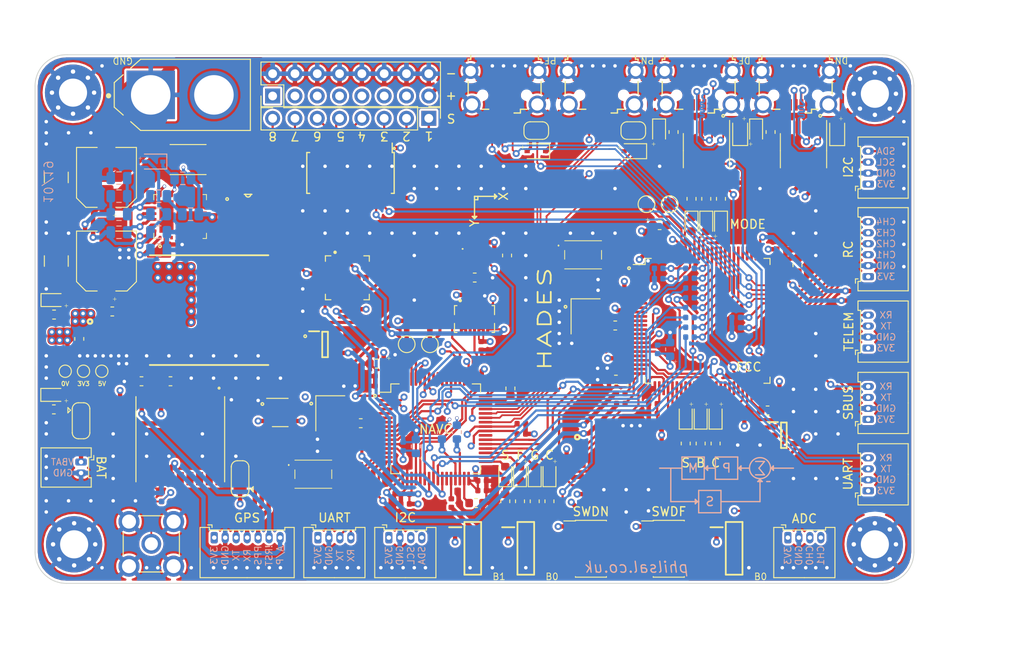
<source format=kicad_pcb>
(kicad_pcb (version 20171130) (host pcbnew "(5.0.0)")
  (layers (0 F.Cu signal) (1 In1.Cu signal) (2 In2.Cu signal) (31 B.Cu signal) (34 B.Paste user) (35 F.Paste user) (36 B.SilkS user) (37 F.SilkS user) (38 B.Mask user) (39 F.Mask user) (44 Edge.Cuts user))
  (net 0 "")
  (net 1 +3V3)
  (net 2 GND)
  (net 3 ADC3_0_FCC)
  (net 4 ADC3_1_FCC)
  (net 5 "Net-(ANT1-Pad1)")
  (net 6 VIN+)
  (net 7 REG_VIN)
  (net 8 "Net-(C3-Pad1)")
  (net 9 "Net-(C4-Pad1)")
  (net 10 REG_BST)
  (net 11 REG_CS)
  (net 12 "Net-(C6-Pad2)")
  (net 13 +5V)
  (net 14 REG_FB)
  (net 15 "Net-(C13-Pad1)")
  (net 16 VDDA_FCC)
  (net 17 VREF+_FCC)
  (net 18 NRST_FCC)
  (net 19 HSE_IN_FCC)
  (net 20 "Net-(C33-Pad1)")
  (net 21 "Net-(C37-Pad1)")
  (net 22 NRST_NAVC)
  (net 23 VDDA_NAVC)
  (net 24 HSE_IN_NAVC)
  (net 25 "Net-(C53-Pad1)")
  (net 26 "Net-(C57-Pad1)")
  (net 27 "Net-(C57-Pad2)")
  (net 28 "Net-(C59-Pad1)")
  (net 29 "Net-(C68-Pad2)")
  (net 30 "Net-(C69-Pad2)")
  (net 31 "Net-(C70-Pad2)")
  (net 32 "Net-(D2-Pad1)")
  (net 33 "Net-(D2-Pad2)")
  (net 34 "Net-(D3-Pad2)")
  (net 35 "Net-(D3-Pad1)")
  (net 36 "Net-(D4-Pad1)")
  (net 37 "Net-(D5-Pad1)")
  (net 38 "Net-(FCC1-Pad1)")
  (net 39 "Net-(FCC1-Pad2)")
  (net 40 "Net-(FCC1-Pad3)")
  (net 41 "Net-(FCC1-Pad4)")
  (net 42 "Net-(FCC1-Pad5)")
  (net 43 "Net-(FCC1-Pad7)")
  (net 44 "Net-(FCC1-Pad8)")
  (net 45 "Net-(FCC1-Pad9)")
  (net 46 HSE_OUT_FCC)
  (net 47 "Net-(FCC1-Pad15)")
  (net 48 "Net-(FCC1-Pad16)")
  (net 49 UART4_TX_FCC)
  (net 50 UART4_RX_FCC)
  (net 51 UART2_TX_FCC)
  (net 52 UART2_RX_FCC)
  (net 53 SPI1_CS_FLASH_FCC)
  (net 54 SPI1_SCK_FCC)
  (net 55 SPI1_MISO_FCC)
  (net 56 SPI1_MOSI_FCC)
  (net 57 "Net-(FCC1-Pad32)")
  (net 58 "Net-(FCC1-Pad33)")
  (net 59 LED_A_FCC)
  (net 60 LED_B_FCC)
  (net 61 LED_C_FCC)
  (net 62 "Net-(FCC1-Pad37)")
  (net 63 "Net-(FCC1-Pad38)")
  (net 64 "Net-(FCC1-Pad39)")
  (net 65 "Net-(FCC1-Pad40)")
  (net 66 "Net-(FCC1-Pad41)")
  (net 67 "Net-(FCC1-Pad42)")
  (net 68 "Net-(FCC1-Pad43)")
  (net 69 "Net-(FCC1-Pad44)")
  (net 70 "Net-(FCC1-Pad45)")
  (net 71 I2C2_SCL_FCC)
  (net 72 I2C2_SDA_FCC)
  (net 73 UART5_RX_FCC)
  (net 74 UART5_TX_FCC)
  (net 75 UART1_TX_FCC)
  (net 76 UART1_RX_FCC)
  (net 77 UART3_TX_FCC)
  (net 78 UART3_RX_FCC)
  (net 79 "Net-(FCC1-Pad57)")
  (net 80 "Net-(FCC1-Pad58)")
  (net 81 TIM4_CH1_FCC)
  (net 82 TIM4_CH2_FCC)
  (net 83 TIM4_CH3_FCC)
  (net 84 TIM4_CH4_FCC)
  (net 85 "Net-(FCC1-Pad63)")
  (net 86 "Net-(FCC1-Pad64)")
  (net 87 "Net-(FCC1-Pad65)")
  (net 88 I2C3_SDA_FCC)
  (net 89 I2C3_SCL_FCC)
  (net 90 USB_VBUS_FCC)
  (net 91 USB_ID_FCC)
  (net 92 USB_DM_FCC)
  (net 93 USB_DP_FCC)
  (net 94 SWDIO_FCC)
  (net 95 SWCLK_FCC)
  (net 96 "Net-(FCC1-Pad77)")
  (net 97 "Net-(FCC1-Pad78)")
  (net 98 "Net-(FCC1-Pad79)")
  (net 99 "Net-(FCC1-Pad80)")
  (net 100 GPIO_A_FCC)
  (net 101 GPIO_B_FCC)
  (net 102 GPIO_C_FCC)
  (net 103 GPIO_D_FCC)
  (net 104 GPIO_E_FCC)
  (net 105 GPIO_F_FCC)
  (net 106 GPIO_G_FCC)
  (net 107 GPIO_H_FCC)
  (net 108 LED_D_FCC)
  (net 109 LED_E_FCC)
  (net 110 LED_F_FCC)
  (net 111 I2C1_SCL_FCC)
  (net 112 I2C1_SDA_FCC)
  (net 113 BOOT0_FCC)
  (net 114 "Net-(FCC1-Pad95)")
  (net 115 "Net-(FCC1-Pad96)")
  (net 116 "Net-(FCC1-Pad97)")
  (net 117 "Net-(FCC1-Pad98)")
  (net 118 "Net-(GPS_BAT1-Pad1)")
  (net 119 UART1_TX_NAVC)
  (net 120 UART1_RX_NAVC)
  (net 121 GPS_PPS_NAVC)
  (net 122 GPS_NRST_NAVC)
  (net 123 GPS_LNA_EN_NAVC)
  (net 124 I2C3_SCL_NAVC)
  (net 125 I2C3_SDA_NAVC)
  (net 126 USB_VBUS_NAVC)
  (net 127 "Net-(JP3-Pad2)")
  (net 128 GPS_BAT_BACKUP)
  (net 129 "Net-(L2-Pad1)")
  (net 130 "Net-(LED1-Pad1)")
  (net 131 "Net-(LED2-Pad1)")
  (net 132 "Net-(LED3-Pad1)")
  (net 133 "Net-(LED4-Pad1)")
  (net 134 "Net-(LED5-Pad1)")
  (net 135 "Net-(LED6-Pad1)")
  (net 136 "Net-(LED7-Pad1)")
  (net 137 "Net-(LED8-Pad1)")
  (net 138 "Net-(LED9-Pad1)")
  (net 139 LED_A_NAVC)
  (net 140 LED_B_NAVC)
  (net 141 "Net-(LED10-Pad1)")
  (net 142 "Net-(LED11-Pad1)")
  (net 143 LED_C_NAVC)
  (net 144 LED_D_NAVC)
  (net 145 "Net-(LED12-Pad1)")
  (net 146 "Net-(LED13-Pad1)")
  (net 147 "Net-(LED14-Pad1)")
  (net 148 "Net-(NAVC1-Pad4)")
  (net 149 HSE_OUT_NAVC)
  (net 150 GPIO_A_NAVC)
  (net 151 GPIO_B_NAVC)
  (net 152 GPIO_C_NAVC)
  (net 153 GPIO_D_NAVC)
  (net 154 UART4_TX_NAVC)
  (net 155 UART4_RX_NAVC)
  (net 156 UART2_TX_NAVC)
  (net 157 UART2_RX_NAVC)
  (net 158 INT_ACC_NAVC)
  (net 159 INT_GYR_NAVC)
  (net 160 INT_MAG_NAVC)
  (net 161 INT_BAR_NAVC)
  (net 162 GPIO_E_NAVC)
  (net 163 GPIO_F_NAVC)
  (net 164 BAR_NRST_NAVC)
  (net 165 "Net-(NAVC1-Pad27)")
  (net 166 BOOT1_NAVC)
  (net 167 I2C2_SCL_NAVC)
  (net 168 I2C2_SDA_NAVC)
  (net 169 GPIO_G_NAVC)
  (net 170 GPIO_H_NAVC)
  (net 171 "Net-(NAVC1-Pad39)")
  (net 172 USB_ID_NAVC)
  (net 173 USB_DM_NAVC)
  (net 174 USB_DP_NAVC)
  (net 175 SWDIO_NAVC)
  (net 176 SWCLK_NAVC)
  (net 177 "Net-(NAVC1-Pad50)")
  (net 178 UART3_TX_NAVC)
  (net 179 UART3_RX_NAVC)
  (net 180 "Net-(NAVC1-Pad54)")
  (net 181 "Net-(NAVC1-Pad55)")
  (net 182 "Net-(NAVC1-Pad56)")
  (net 183 "Net-(NAVC1-Pad57)")
  (net 184 BOOT0_NAVC)
  (net 185 I2C1_SCL_NAVC)
  (net 186 I2C1_SDA_NAVC)
  (net 187 PWM_0)
  (net 188 PWM_1)
  (net 189 PWM_2)
  (net 190 PWM_3)
  (net 191 PWM_4)
  (net 192 PWM_5)
  (net 193 PWM_6)
  (net 194 PWM_7)
  (net 195 REG_EN)
  (net 196 REG_PG)
  (net 197 "Net-(R22-Pad1)")
  (net 198 "Net-(R24-Pad2)")
  (net 199 "Net-(R25-Pad2)")
  (net 200 "Net-(R26-Pad1)")
  (net 201 "Net-(R27-Pad1)")
  (net 202 "Net-(R39-Pad2)")
  (net 203 "Net-(R52-Pad2)")
  (net 204 "Net-(R53-Pad2)")
  (net 205 "Net-(R54-Pad2)")
  (net 206 "Net-(R55-Pad2)")
  (net 207 "Net-(R56-Pad2)")
  (net 208 "Net-(R57-Pad2)")
  (net 209 "Net-(REG1-Pad3)")
  (net 210 "Net-(REG2-Pad4)")
  (net 211 "Net-(SWD1-Pad8)")
  (net 212 "Net-(SWD1-Pad7)")
  (net 213 "Net-(SWD1-Pad6)")
  (net 214 "Net-(SWD2-Pad6)")
  (net 215 "Net-(SWD2-Pad7)")
  (net 216 "Net-(SWD2-Pad8)")
  (net 217 "Net-(U2-Pad15)")
  (net 218 "Net-(U2-Pad16)")
  (net 219 "Net-(U2-Pad17)")
  (net 220 "Net-(U2-Pad18)")
  (net 221 "Net-(U2-Pad19)")
  (net 222 "Net-(U2-Pad20)")
  (net 223 "Net-(U2-Pad21)")
  (net 224 "Net-(U2-Pad22)")
  (net 225 "Net-(U2-Pad25)")
  (net 226 "Net-(U3-Pad5)")
  (net 227 "Net-(U5-Pad5)")
  (net 228 "Net-(U5-Pad1)")
  (net 229 "Net-(U5-Pad13)")
  (net 230 "Net-(U7-Pad1)")
  (net 231 "Net-(U7-Pad7)")
  (net 232 "Net-(U8-Pad2)")
  (net 233 "Net-(U8-Pad11)")
  (net 234 "Net-(U8-Pad12)")
  (net 235 "Net-(U9-Pad5)")
  (net 236 "Net-(U10-Pad5)")
  (net 237 "Net-(U10-Pad15)")
  (net 238 "Net-(U10-Pad16)")
  (net 239 "Net-(U10-Pad17)")
  (net 240 "Net-(U11-Pad4)")
  (net 241 "Net-(U11-Pad2)")
  (net 242 "Net-(U11-Pad1)")
  (net 243 "Net-(U12-Pad1)")
  (net 244 "Net-(U12-Pad2)")
  (net 245 "Net-(U12-Pad4)")
  (net 246 "Net-(USB3-Pad4)")
  (net 247 "Net-(USB4-Pad4)")
  (net 248 "Net-(C14-Pad1)")
  (net 249 "Net-(C38-Pad1)")
  (net 250 "Net-(C66-Pad2)")
  (net 251 "Net-(C71-Pad2)")
  (module MODULE-GPS-SMD-MAX-7Q-0_18P-9.6X10MM_:GPS18P-SMD-1.1-10X9.6MM (layer F.Cu) (at 41.9334 69.1854 270)
    (fp_text reference U10)
    (fp_text value "u-blox MAX-8Q" hide)
    (pad 1 smd rect (at -4.5 -4.4 270) (size 1.5 0.8) (layers F.Cu F.Paste F.Mask) (net 2 GND))
    (pad 2 smd rect (at -4.5 -3.3 270) (size 1.5 0.8) (layers F.Cu F.Paste F.Mask) (net 120 UART1_RX_NAVC))
    (pad 3 smd rect (at -4.5 -2.2 270) (size 1.5 0.8) (layers F.Cu F.Paste F.Mask) (net 119 UART1_TX_NAVC))
    (pad 4 smd rect (at -4.5 -1.1 270) (size 1.5 0.8) (layers F.Cu F.Paste F.Mask) (net 121 GPS_PPS_NAVC))
    (pad 5 smd rect (at -4.5 0 270) (size 1.5 0.8) (layers F.Cu F.Paste F.Mask) (net 236 "Net-(U10-Pad5)"))
    (pad 6 smd rect (at -4.5 1.1 270) (size 1.5 0.8) (layers F.Cu F.Paste F.Mask) (net 128 GPS_BAT_BACKUP))
    (pad 7 smd rect (at -4.5 2.2 270) (size 1.5 0.8) (layers F.Cu F.Paste F.Mask) (net 1 +3V3))
    (pad 8 smd rect (at -4.5 3.3 270) (size 1.5 0.8) (layers F.Cu F.Paste F.Mask) (net 1 +3V3))
    (pad 9 smd rect (at -4.5 4.4 270) (size 1.5 0.8) (layers F.Cu F.Paste F.Mask) (net 122 GPS_NRST_NAVC))
    (pad 10 smd rect (at 4.5 4.4 270) (size 1.5 0.8) (layers F.Cu F.Paste F.Mask) (net 2 GND))
    (pad 11 smd rect (at 4.5 3.3 270) (size 1.5 0.8) (layers F.Cu F.Paste F.Mask) (net 250 "Net-(C66-Pad2)"))
    (pad 12 smd rect (at 4.5 2.2 270) (size 1.5 0.8) (layers F.Cu F.Paste F.Mask) (net 2 GND))
    (pad 13 smd rect (at 4.5 1.1 270) (size 1.5 0.8) (layers F.Cu F.Paste F.Mask) (net 123 GPS_LNA_EN_NAVC))
    (pad 14 smd rect (at 4.5 0 270) (size 1.5 0.8) (layers F.Cu F.Paste F.Mask) (net 202 "Net-(R39-Pad2)"))
    (pad 15 smd rect (at 4.5 -1.1 270) (size 1.5 0.8) (layers F.Cu F.Paste F.Mask) (net 237 "Net-(U10-Pad15)"))
    (pad 16 smd rect (at 4.5 -2.2 270) (size 1.5 0.8) (layers F.Cu F.Paste F.Mask) (net 238 "Net-(U10-Pad16)"))
    (pad 17 smd rect (at 4.5 -3.3 270) (size 1.5 0.8) (layers F.Cu F.Paste F.Mask) (net 239 "Net-(U10-Pad17)"))
    (pad 18 smd rect (at 4.5 -4.4 270) (size 1.5 0.8) (layers F.Cu F.Paste F.Mask) (net 127 "Net-(JP3-Pad2)"))
  )
  (module Capacitor_SMD:C_0402_1005Metric (layer F.Cu) (at 38.6334 75.796 90)
    (fp_text reference C66 hide)
    (fp_text value 22p)
    (pad 2 smd roundrect (at 0.485 0 90) (size 0.59 0.64) (layers F.Cu F.Paste F.Mask) (net 250 "Net-(C66-Pad2)"))
    (pad 1 smd roundrect (at -0.485 0 90) (size 0.59 0.64) (layers F.Cu F.Paste F.Mask) (net 5 "Net-(ANT1-Pad1)"))
  )
  (module TestPoint:TestPoint_Pad_D1.5mm (layer F.Cu) (at 67.7164 58.3692)
    (fp_text reference TP4 hide)
    (fp_text value I2C1)
    (pad 1 smd circle (at 0 0) (size 1.5 1.5) (layers F.Cu F.Mask) (net 186 I2C1_SDA_NAVC))
  )
  (module TestPoint:TestPoint_Pad_D1.5mm (layer F.Cu) (at 70.358 58.3692)
    (fp_text reference TP3 hide)
    (fp_text value I2C1)
    (pad 1 smd circle (at 0 0) (size 1.5 1.5) (layers F.Cu F.Mask) (net 185 I2C1_SCL_NAVC))
  )
  (module TestPoint:TestPoint_Pad_D1.5mm (layer F.Cu) (at 95.0214 42.418)
    (fp_text reference TP2 hide)
    (fp_text value I2C1)
    (pad 1 smd circle (at 0 0) (size 1.5 1.5) (layers F.Cu F.Mask) (net 112 I2C1_SDA_FCC))
  )
  (module TestPoint:TestPoint_Pad_D1.5mm (layer F.Cu) (at 97.663 42.418)
    (fp_text reference TP1 hide)
    (fp_text value I2C1)
    (pad 1 smd circle (at 0 0) (size 1.5 1.5) (layers F.Cu F.Mask) (net 111 I2C1_SCL_FCC))
  )
  (module TestPoint:TestPoint_Pad_D1.0mm (layer F.Cu) (at 28.829 61.4426)
    (fp_text reference 5V hide)
    (fp_text value TestPoint_Pad_D1.0mm)
    (fp_text user 0V (at 0 1.4224) (layer F.SilkS) (effects (font (size 0.5 0.5) (thickness 0.1))))
    (pad 1 smd circle (at 0 0) (size 1 1) (layers F.Cu F.Mask) (net 2 GND))
  )
  (module TestPoint:TestPoint_Pad_D1.0mm (layer F.Cu) (at 30.9118 61.4426)
    (fp_text reference 5V hide)
    (fp_text value TestPoint_Pad_D1.0mm)
    (fp_text user 3V3 (at 0 1.4224) (layer F.SilkS) (effects (font (size 0.5 0.5) (thickness 0.1))))
    (pad 1 smd circle (at 0 0) (size 1 1) (layers F.Cu F.Mask) (net 1 +3V3))
  )
  (module TestPoint:TestPoint_Pad_D1.0mm (layer F.Cu) (at 32.9946 61.4426)
    (fp_text reference 5V hide)
    (fp_text value TestPoint_Pad_D1.0mm)
    (fp_text user %R (at 0.0254 1.4224) (layer F.SilkS) (effects (font (size 0.5 0.5) (thickness 0.1))))
    (pad 1 smd circle (at 0 0) (size 1 1) (layers F.Cu F.Mask) (net 13 +5V))
  )
  (module MountingHole:MountingHole_3.2mm_M3_Pad_Via (layer F.Cu) (at 29.845 81.153)
    (fp_text reference REF** hide)
    (fp_text value MountingHole_3.2mm_M3_Pad_Via hide)
    (pad 1 thru_hole circle (at 0 0) (size 6.4 6.4) (drill 3.2) (layers *.Cu *.Mask) (net 2 GND))
    (pad 1 thru_hole circle (at 2.4 0) (size 0.8 0.8) (drill 0.5) (layers *.Cu *.Mask))
    (pad 1 thru_hole circle (at 1.697056 1.697056) (size 0.8 0.8) (drill 0.5) (layers *.Cu *.Mask))
    (pad 1 thru_hole circle (at 0 2.4) (size 0.8 0.8) (drill 0.5) (layers *.Cu *.Mask))
    (pad 1 thru_hole circle (at -1.697056 1.697056) (size 0.8 0.8) (drill 0.5) (layers *.Cu *.Mask))
    (pad 1 thru_hole circle (at -2.4 0) (size 0.8 0.8) (drill 0.5) (layers *.Cu *.Mask))
    (pad 1 thru_hole circle (at -1.697056 -1.697056) (size 0.8 0.8) (drill 0.5) (layers *.Cu *.Mask))
    (pad 1 thru_hole circle (at 0 -2.4) (size 0.8 0.8) (drill 0.5) (layers *.Cu *.Mask))
    (pad 1 thru_hole circle (at 1.697056 -1.697056) (size 0.8 0.8) (drill 0.5) (layers *.Cu *.Mask))
  )
  (module MountingHole:MountingHole_3.2mm_M3_Pad_Via (layer F.Cu) (at 29.718 29.718)
    (fp_text reference REF** hide)
    (fp_text value MountingHole_3.2mm_M3_Pad_Via hide)
    (pad 1 thru_hole circle (at 0 0) (size 6.4 6.4) (drill 3.2) (layers *.Cu *.Mask) (net 2 GND))
    (pad 1 thru_hole circle (at 2.4 0) (size 0.8 0.8) (drill 0.5) (layers *.Cu *.Mask))
    (pad 1 thru_hole circle (at 1.697056 1.697056) (size 0.8 0.8) (drill 0.5) (layers *.Cu *.Mask))
    (pad 1 thru_hole circle (at 0 2.4) (size 0.8 0.8) (drill 0.5) (layers *.Cu *.Mask))
    (pad 1 thru_hole circle (at -1.697056 1.697056) (size 0.8 0.8) (drill 0.5) (layers *.Cu *.Mask))
    (pad 1 thru_hole circle (at -2.4 0) (size 0.8 0.8) (drill 0.5) (layers *.Cu *.Mask))
    (pad 1 thru_hole circle (at -1.697056 -1.697056) (size 0.8 0.8) (drill 0.5) (layers *.Cu *.Mask))
    (pad 1 thru_hole circle (at 0 -2.4) (size 0.8 0.8) (drill 0.5) (layers *.Cu *.Mask))
    (pad 1 thru_hole circle (at 1.697056 -1.697056) (size 0.8 0.8) (drill 0.5) (layers *.Cu *.Mask))
  )
  (module MountingHole:MountingHole_3.2mm_M3_Pad_Via (layer F.Cu) (at 121.031 81.153)
    (fp_text reference REF** hide)
    (fp_text value MountingHole_3.2mm_M3_Pad_Via hide)
    (pad 1 thru_hole circle (at 1.697056 -1.697056) (size 0.8 0.8) (drill 0.5) (layers *.Cu *.Mask))
    (pad 1 thru_hole circle (at 0 -2.4) (size 0.8 0.8) (drill 0.5) (layers *.Cu *.Mask))
    (pad 1 thru_hole circle (at -1.697056 -1.697056) (size 0.8 0.8) (drill 0.5) (layers *.Cu *.Mask))
    (pad 1 thru_hole circle (at -2.4 0) (size 0.8 0.8) (drill 0.5) (layers *.Cu *.Mask))
    (pad 1 thru_hole circle (at -1.697056 1.697056) (size 0.8 0.8) (drill 0.5) (layers *.Cu *.Mask))
    (pad 1 thru_hole circle (at 0 2.4) (size 0.8 0.8) (drill 0.5) (layers *.Cu *.Mask))
    (pad 1 thru_hole circle (at 1.697056 1.697056) (size 0.8 0.8) (drill 0.5) (layers *.Cu *.Mask))
    (pad 1 thru_hole circle (at 2.4 0) (size 0.8 0.8) (drill 0.5) (layers *.Cu *.Mask))
    (pad 1 thru_hole circle (at 0 0) (size 6.4 6.4) (drill 3.2) (layers *.Cu *.Mask) (net 2 GND))
  )
  (module MountingHole:MountingHole_3.2mm_M3_Pad_Via (layer F.Cu) (at 121.031 29.845)
    (fp_text reference REF** hide)
    (fp_text value MountingHole_3.2mm_M3_Pad_Via hide)
    (pad 1 thru_hole circle (at 0 0) (size 6.4 6.4) (drill 3.2) (layers *.Cu *.Mask) (net 2 GND))
    (pad 1 thru_hole circle (at 2.4 0) (size 0.8 0.8) (drill 0.5) (layers *.Cu *.Mask))
    (pad 1 thru_hole circle (at 1.697056 1.697056) (size 0.8 0.8) (drill 0.5) (layers *.Cu *.Mask))
    (pad 1 thru_hole circle (at 0 2.4) (size 0.8 0.8) (drill 0.5) (layers *.Cu *.Mask))
    (pad 1 thru_hole circle (at -1.697056 1.697056) (size 0.8 0.8) (drill 0.5) (layers *.Cu *.Mask))
    (pad 1 thru_hole circle (at -2.4 0) (size 0.8 0.8) (drill 0.5) (layers *.Cu *.Mask))
    (pad 1 thru_hole circle (at -1.697056 -1.697056) (size 0.8 0.8) (drill 0.5) (layers *.Cu *.Mask))
    (pad 1 thru_hole circle (at 0 -2.4) (size 0.8 0.8) (drill 0.5) (layers *.Cu *.Mask))
    (pad 1 thru_hole circle (at 1.697056 -1.697056) (size 0.8 0.8) (drill 0.5) (layers *.Cu *.Mask))
  )
  (module Connector_Molex:Molex_PicoBlade_53048-0410_1x04_P1.25mm_Horizontal (layer F.Cu) (at 111.125 80.391)
    (fp_text reference ADC (at 1.88 -2.159) (layer F.SilkS))
    (fp_text value Conn_01x04 hide)
    (pad 1 thru_hole roundrect (at 0 0) (size 0.8 1.3) (drill 0.5) (layers *.Cu *.Mask) (net 1 +3V3))
    (pad 2 thru_hole oval (at 1.25 0) (size 0.8 1.3) (drill 0.5) (layers *.Cu *.Mask) (net 2 GND))
    (pad 3 thru_hole oval (at 2.5 0) (size 0.8 1.3) (drill 0.5) (layers *.Cu *.Mask) (net 3 ADC3_0_FCC))
    (pad 4 thru_hole oval (at 3.75 0) (size 0.8 1.3) (drill 0.5) (layers *.Cu *.Mask) (net 4 ADC3_1_FCC))
  )
  (module 5-1814832-1:TE_5-1814832-1 (layer F.Cu) (at 38.6334 81.1022)
    (fp_text reference ANT1)
    (fp_text value 5-1814832-1 hide)
    (pad 1 thru_hole circle (at 0 0) (size 2.25 2.25) (drill 1.5) (layers *.Cu *.Mask) (net 5 "Net-(ANT1-Pad1)"))
    (pad 2 thru_hole circle (at -2.54 -2.54) (size 2.4 2.4) (drill 1.6) (layers *.Cu *.Mask) (net 2 GND))
    (pad 3 thru_hole circle (at 2.54 -2.54) (size 2.4 2.4) (drill 1.6) (layers *.Cu *.Mask) (net 2 GND))
    (pad 5 thru_hole circle (at 2.54 2.54) (size 2.4 2.4) (drill 1.6) (layers *.Cu *.Mask) (net 2 GND))
    (pad 4 thru_hole circle (at -2.54 2.54) (size 2.4 2.4) (drill 1.6) (layers *.Cu *.Mask) (net 2 GND))
  )
  (module XT60-M:AMASS_XT60-M (layer F.Cu) (at 42.164 29.972)
    (fp_text reference BAT1)
    (fp_text value XT60-M hide)
    (pad 1 thru_hole rect (at -3.6 0) (size 5.516 5.516) (drill 4.5) (layers *.Cu *.Mask) (net 2 GND))
    (pad 2 thru_hole circle (at 3.6 0) (size 5.516 5.516) (drill 4.5) (layers *.Cu *.Mask) (net 6 VIN+))
  )
  (module Capacitor_SMD:C_Elec_6.3x7.7 (layer F.Cu) (at 33.528 39.3675 90)
    (fp_text reference C1 hide)
    (fp_text value 100u hide)
    (pad 2 smd roundrect (at 2.5375 0 90) (size 3.325 1.6) (layers F.Cu F.Paste F.Mask) (roundrect_rratio 0.15625) (net 2 GND))
    (pad 1 smd roundrect (at -2.5375 0 90) (size 3.325 1.6) (layers F.Cu F.Paste F.Mask) (roundrect_rratio 0.15625) (net 7 REG_VIN))
  )
  (module Capacitor_SMD:C_1210_3225Metric (layer F.Cu) (at 27.813 39.373 90)
    (fp_text reference C2 hide)
    (fp_text value 47u hide)
    (pad 2 smd roundrect (at 1.4 0 90) (size 1.25 2.65) (layers F.Cu F.Paste F.Mask) (roundrect_rratio 0.2) (net 2 GND))
    (pad 1 smd roundrect (at -1.4 0 90) (size 1.25 2.65) (layers F.Cu F.Paste F.Mask) (roundrect_rratio 0.2) (net 7 REG_VIN))
  )
  (module Capacitor_SMD:C_0805_2012Metric (layer B.Cu) (at 39.4693 47.625)
    (fp_text reference C3 hide)
    (fp_text value 2u2 hide)
    (pad 1 smd roundrect (at -0.9375 0) (size 0.975 1.4) (layers B.Cu B.Paste B.Mask) (net 8 "Net-(C3-Pad1)"))
    (pad 2 smd roundrect (at 0.9375 0) (size 0.975 1.4) (layers B.Cu B.Paste B.Mask) (net 2 GND))
  )
  (module Capacitor_SMD:C_0805_2012Metric (layer B.Cu) (at 39.4716 45.593)
    (fp_text reference C4 hide)
    (fp_text value 2u2 hide)
    (pad 2 smd roundrect (at 0.9375 0) (size 0.975 1.4) (layers B.Cu B.Paste B.Mask) (net 2 GND))
    (pad 1 smd roundrect (at -0.9375 0) (size 0.975 1.4) (layers B.Cu B.Paste B.Mask) (net 9 "Net-(C4-Pad1)"))
  )
  (module Capacitor_SMD:C_0805_2012Metric (layer B.Cu) (at 42.2171 39.4716 180)
    (fp_text reference C5 hide)
    (fp_text value 100n hide)
    (pad 2 smd roundrect (at 0.9375 0 180) (size 0.975 1.4) (layers B.Cu B.Paste B.Mask) (net 10 REG_BST))
    (pad 1 smd roundrect (at -0.9375 0 180) (size 0.975 1.4) (layers B.Cu B.Paste B.Mask) (net 11 REG_CS))
  )
  (module Capacitor_SMD:C_0805_2012Metric (layer B.Cu) (at 43.1038 43.561 180)
    (fp_text reference C6 hide)
    (fp_text value 100n hide)
    (pad 1 smd roundrect (at -0.9375 0 180) (size 0.975 1.4) (layers B.Cu B.Paste B.Mask) (net 11 REG_CS))
    (pad 2 smd roundrect (at 0.9375 0 180) (size 0.975 1.4) (layers B.Cu B.Paste B.Mask) (net 12 "Net-(C6-Pad2)"))
  )
  (module Capacitor_SMD:C_0805_2012Metric (layer B.Cu) (at 34.9527 43.561)
    (fp_text reference C7 hide)
    (fp_text value 4n7 hide)
    (pad 1 smd roundrect (at -0.9375 0) (size 0.975 1.4) (layers B.Cu B.Paste B.Mask) (net 13 +5V))
    (pad 2 smd roundrect (at 0.9375 0) (size 0.975 1.4) (layers B.Cu B.Paste B.Mask) (net 14 REG_FB))
  )
  (module Capacitor_SMD:C_Elec_6.3x7.7 (layer F.Cu) (at 33.528 48.895 90)
    (fp_text reference C8 hide)
    (fp_text value 100u hide)
    (pad 1 smd roundrect (at -2.5375 0 90) (size 3.325 1.6) (layers F.Cu F.Paste F.Mask) (roundrect_rratio 0.15625) (net 13 +5V))
    (pad 2 smd roundrect (at 2.5375 0 90) (size 3.325 1.6) (layers F.Cu F.Paste F.Mask) (roundrect_rratio 0.15625) (net 2 GND))
  )
  (module Capacitor_SMD:C_1210_3225Metric (layer F.Cu) (at 27.813 48.895 90)
    (fp_text reference C9)
    (fp_text value 47u hide)
    (pad 1 smd roundrect (at -1.4 0 90) (size 1.25 2.65) (layers F.Cu F.Paste F.Mask) (roundrect_rratio 0.2) (net 13 +5V))
    (pad 2 smd roundrect (at 1.4 0 90) (size 1.25 2.65) (layers F.Cu F.Paste F.Mask) (roundrect_rratio 0.2) (net 2 GND))
  )
  (module Capacitor_SMD:C_0402_1005Metric (layer F.Cu) (at 46.863 43.688 90)
    (fp_text reference C10 hide)
    (fp_text value 100n)
    (pad 2 smd roundrect (at 0.485 0 90) (size 0.59 0.64) (layers F.Cu F.Paste F.Mask) (net 2 GND))
    (pad 1 smd roundrect (at -0.485 0 90) (size 0.59 0.64) (layers F.Cu F.Paste F.Mask) (net 1 +3V3))
  )
  (module Capacitor_SMD:C_0603_1608Metric (layer F.Cu) (at 34.1885 54.6354 180)
    (fp_text reference C11 hide)
    (fp_text value 10u)
    (pad 1 smd roundrect (at -0.7875 0 180) (size 0.875 0.95) (layers F.Cu F.Paste F.Mask) (net 13 +5V))
    (pad 2 smd roundrect (at 0.7875 0 180) (size 0.875 0.95) (layers F.Cu F.Paste F.Mask) (net 2 GND))
  )
  (module Capacitor_SMD:C_0603_1608Metric (layer F.Cu) (at 30.4292 57.7595 270)
    (fp_text reference C12 hide)
    (fp_text value 10u)
    (pad 2 smd roundrect (at 0.7875 0 270) (size 0.875 0.95) (layers F.Cu F.Paste F.Mask) (net 2 GND))
    (pad 1 smd roundrect (at -0.7875 0 270) (size 0.875 0.95) (layers F.Cu F.Paste F.Mask) (net 1 +3V3))
  )
  (module Capacitor_SMD:C_0603_1608Metric (layer F.Cu) (at 108.8135 65.913)
    (fp_text reference C13 hide)
    (fp_text value 2u2)
    (pad 1 smd roundrect (at -0.7875 0) (size 0.875 0.95) (layers F.Cu F.Paste F.Mask) (net 15 "Net-(C13-Pad1)"))
    (pad 2 smd roundrect (at 0.7875 0) (size 0.875 0.95) (layers F.Cu F.Paste F.Mask) (net 2 GND))
  )
  (module Capacitor_SMD:C_0603_1608Metric (layer F.Cu) (at 112.2172 49.3775 90)
    (fp_text reference C14 hide)
    (fp_text value 2u2)
    (pad 1 smd roundrect (at -0.7875 0 90) (size 0.875 0.95) (layers F.Cu F.Paste F.Mask) (net 248 "Net-(C14-Pad1)"))
    (pad 2 smd roundrect (at 0.7875 0 90) (size 0.875 0.95) (layers F.Cu F.Paste F.Mask) (net 2 GND))
  )
  (module Capacitor_SMD:C_0603_1608Metric (layer F.Cu) (at 96.52 44.8056)
    (fp_text reference C15 hide)
    (fp_text value 10u)
    (pad 2 smd roundrect (at 0.7875 0) (size 0.875 0.95) (layers F.Cu F.Paste F.Mask) (net 2 GND))
    (pad 1 smd roundrect (at -0.7875 0) (size 0.875 0.95) (layers F.Cu F.Paste F.Mask) (net 1 +3V3))
  )
  (module Capacitor_SMD:C_0402_1005Metric (layer F.Cu) (at 96.5176 46.2534)
    (fp_text reference C16 hide)
    (fp_text value 100n)
    (pad 1 smd roundrect (at -0.485 0) (size 0.59 0.64) (layers F.Cu F.Paste F.Mask) (net 1 +3V3))
    (pad 2 smd roundrect (at 0.485 0) (size 0.59 0.64) (layers F.Cu F.Paste F.Mask) (net 2 GND))
  )
  (module Capacitor_SMD:C_0402_1005Metric (layer F.Cu) (at 92.0218 52.197 180)
    (fp_text reference C17 hide)
    (fp_text value 100n)
    (pad 2 smd roundrect (at 0.485 0 180) (size 0.59 0.64) (layers F.Cu F.Paste F.Mask) (net 2 GND))
    (pad 1 smd roundrect (at -0.485 0 180) (size 0.59 0.64) (layers F.Cu F.Paste F.Mask) (net 1 +3V3))
  )
  (module Capacitor_SMD:C_0402_1005Metric (layer F.Cu) (at 95.758 65.151 180)
    (fp_text reference C18 hide)
    (fp_text value 100n)
    (pad 1 smd roundrect (at -0.485 0 180) (size 0.59 0.64) (layers F.Cu F.Paste F.Mask) (net 1 +3V3))
    (pad 2 smd roundrect (at 0.485 0 180) (size 0.59 0.64) (layers F.Cu F.Paste F.Mask) (net 2 GND))
  )
  (module Capacitor_SMD:C_0402_1005Metric (layer F.Cu) (at 109.0422 64.0612 270)
    (fp_text reference C19 hide)
    (fp_text value 100n)
    (pad 2 smd roundrect (at 0.485 0 270) (size 0.59 0.64) (layers F.Cu F.Paste F.Mask) (net 2 GND))
    (pad 1 smd roundrect (at -0.485 0 270) (size 0.59 0.64) (layers F.Cu F.Paste F.Mask) (net 1 +3V3))
  )
  (module Capacitor_SMD:C_0402_1005Metric (layer F.Cu) (at 110.363 48.641)
    (fp_text reference C20 hide)
    (fp_text value 100n)
    (pad 1 smd roundrect (at -0.485 0) (size 0.59 0.64) (layers F.Cu F.Paste F.Mask) (net 1 +3V3))
    (pad 2 smd roundrect (at 0.485 0) (size 0.59 0.64) (layers F.Cu F.Paste F.Mask) (net 2 GND))
  )
  (module Capacitor_SMD:C_0402_1005Metric (layer F.Cu) (at 94.4602 47.7012 180)
    (fp_text reference C21 hide)
    (fp_text value 100n)
    (pad 2 smd roundrect (at 0.485 0 180) (size 0.59 0.64) (layers F.Cu F.Paste F.Mask) (net 2 GND))
    (pad 1 smd roundrect (at -0.485 0 180) (size 0.59 0.64) (layers F.Cu F.Paste F.Mask) (net 1 +3V3))
  )
  (module Capacitor_SMD:C_0402_1005Metric (layer F.Cu) (at 92.4814 54.0258 90)
    (fp_text reference C22 hide)
    (fp_text value 100n)
    (pad 2 smd roundrect (at 0.485 0 90) (size 0.59 0.64) (layers F.Cu F.Paste F.Mask) (net 2 GND))
    (pad 1 smd roundrect (at -0.485 0 90) (size 0.59 0.64) (layers F.Cu F.Paste F.Mask) (net 1 +3V3))
  )
  (module Capacitor_SMD:C_0402_1005Metric (layer F.Cu) (at 95.7604 66.2686 180)
    (fp_text reference C23 hide)
    (fp_text value 100n)
    (pad 2 smd roundrect (at 0.485 0 180) (size 0.59 0.64) (layers F.Cu F.Paste F.Mask) (net 2 GND))
    (pad 1 smd roundrect (at -0.485 0 180) (size 0.59 0.64) (layers F.Cu F.Paste F.Mask) (net 1 +3V3))
  )
  (module Capacitor_SMD:C_0402_1005Metric (layer F.Cu) (at 110.1598 64.0564 270)
    (fp_text reference C24 hide)
    (fp_text value 100n)
    (pad 1 smd roundrect (at -0.485 0 270) (size 0.59 0.64) (layers F.Cu F.Paste F.Mask) (net 1 +3V3))
    (pad 2 smd roundrect (at 0.485 0 270) (size 0.59 0.64) (layers F.Cu F.Paste F.Mask) (net 2 GND))
  )
  (module Capacitor_SMD:C_0402_1005Metric (layer F.Cu) (at 94.4602 46.5328 180)
    (fp_text reference C25 hide)
    (fp_text value 100n)
    (pad 1 smd roundrect (at -0.485 0 180) (size 0.59 0.64) (layers F.Cu F.Paste F.Mask) (net 1 +3V3))
    (pad 2 smd roundrect (at 0.485 0 180) (size 0.59 0.64) (layers F.Cu F.Paste F.Mask) (net 2 GND))
  )
  (module Capacitor_SMD:C_0402_1005Metric (layer F.Cu) (at 110.363 47.5488)
    (fp_text reference C26 hide)
    (fp_text value 100n)
    (pad 2 smd roundrect (at 0.485 0) (size 0.59 0.64) (layers F.Cu F.Paste F.Mask) (net 2 GND))
    (pad 1 smd roundrect (at -0.485 0) (size 0.59 0.64) (layers F.Cu F.Paste F.Mask) (net 1 +3V3))
  )
  (module Capacitor_SMD:C_0603_1608Metric (layer F.Cu) (at 91.5415 62.4078 180)
    (fp_text reference C27 hide)
    (fp_text value 1u)
    (pad 2 smd roundrect (at 0.7875 0 180) (size 0.875 0.95) (layers F.Cu F.Paste F.Mask) (net 2 GND))
    (pad 1 smd roundrect (at -0.7875 0 180) (size 0.875 0.95) (layers F.Cu F.Paste F.Mask) (net 16 VDDA_FCC))
  )
  (module Capacitor_SMD:C_0402_1005Metric (layer F.Cu) (at 92.075 61.0616 180)
    (fp_text reference C28 hide)
    (fp_text value 100n)
    (pad 1 smd roundrect (at -0.485 0 180) (size 0.59 0.64) (layers F.Cu F.Paste F.Mask) (net 16 VDDA_FCC))
    (pad 2 smd roundrect (at 0.485 0 180) (size 0.59 0.64) (layers F.Cu F.Paste F.Mask) (net 2 GND))
  )
  (module Capacitor_SMD:C_0603_1608Metric (layer B.Cu) (at 97.7138 58.9534 90)
    (fp_text reference C29 hide)
    (fp_text value 1u hide)
    (pad 1 smd roundrect (at -0.7875 0 90) (size 0.875 0.95) (layers B.Cu B.Paste B.Mask) (net 17 VREF+_FCC))
    (pad 2 smd roundrect (at 0.7875 0 90) (size 0.875 0.95) (layers B.Cu B.Paste B.Mask) (net 2 GND))
  )
  (module Capacitor_SMD:C_0402_1005Metric (layer B.Cu) (at 96.2914 58.9534 90)
    (fp_text reference C30 hide)
    (fp_text value 100n)
    (pad 2 smd roundrect (at 0.485 0 90) (size 0.59 0.64) (layers B.Cu B.Paste B.Mask) (net 2 GND))
    (pad 1 smd roundrect (at -0.485 0 90) (size 0.59 0.64) (layers B.Cu B.Paste B.Mask) (net 17 VREF+_FCC))
  )
  (module Capacitor_SMD:C_0402_1005Metric (layer F.Cu) (at 92.075 48.133 270)
    (fp_text reference C31 hide)
    (fp_text value 100n)
    (pad 1 smd roundrect (at -0.485 0 270) (size 0.59 0.64) (layers F.Cu F.Paste F.Mask) (net 18 NRST_FCC))
    (pad 2 smd roundrect (at 0.485 0 270) (size 0.59 0.64) (layers F.Cu F.Paste F.Mask) (net 2 GND))
  )
  (module Capacitor_SMD:C_0402_1005Metric (layer F.Cu) (at 88.0872 52.4256)
    (fp_text reference C32 hide)
    (fp_text value 10p)
    (pad 2 smd roundrect (at 0.485 0) (size 0.59 0.64) (layers F.Cu F.Paste F.Mask) (net 2 GND))
    (pad 1 smd roundrect (at -0.485 0) (size 0.59 0.64) (layers F.Cu F.Paste F.Mask) (net 19 HSE_IN_FCC))
  )
  (module Capacitor_SMD:C_0402_1005Metric (layer F.Cu) (at 88.0872 57.9628 180)
    (fp_text reference C33 hide)
    (fp_text value 10p)
    (pad 1 smd roundrect (at -0.485 0 180) (size 0.59 0.64) (layers F.Cu F.Paste F.Mask) (net 20 "Net-(C33-Pad1)"))
    (pad 2 smd roundrect (at 0.485 0 180) (size 0.59 0.64) (layers F.Cu F.Paste F.Mask) (net 2 GND))
  )
  (module Capacitor_SMD:C_0402_1005Metric (layer F.Cu) (at 67.2084 41.2242 90)
    (fp_text reference C34 hide)
    (fp_text value 100n)
    (pad 2 smd roundrect (at 0.485 0 90) (size 0.59 0.64) (layers F.Cu F.Paste F.Mask) (net 2 GND))
    (pad 1 smd roundrect (at -0.485 0 90) (size 0.59 0.64) (layers F.Cu F.Paste F.Mask) (net 1 +3V3))
  )
  (module Capacitor_SMD:C_0402_1005Metric (layer F.Cu) (at 110.6678 71.1454 180)
    (fp_text reference C35 hide)
    (fp_text value 100n)
    (pad 2 smd roundrect (at 0.485 0 180) (size 0.59 0.64) (layers F.Cu F.Paste F.Mask) (net 2 GND))
    (pad 1 smd roundrect (at -0.485 0 180) (size 0.59 0.64) (layers F.Cu F.Paste F.Mask) (net 1 +3V3))
  )
  (module Capacitor_SMD:C_0402_1005Metric (layer F.Cu) (at 95.758 67.6402)
    (fp_text reference C36 hide)
    (fp_text value 100n)
    (pad 1 smd roundrect (at -0.485 0) (size 0.59 0.64) (layers F.Cu F.Paste F.Mask) (net 2 GND))
    (pad 2 smd roundrect (at 0.485 0) (size 0.59 0.64) (layers F.Cu F.Paste F.Mask) (net 1 +3V3))
  )
  (module Capacitor_SMD:C_0603_1608Metric (layer F.Cu) (at 75.6159 76.454)
    (fp_text reference C37 hide)
    (fp_text value 2u2)
    (pad 2 smd roundrect (at 0.7875 0) (size 0.875 0.95) (layers F.Cu F.Paste F.Mask) (net 2 GND))
    (pad 1 smd roundrect (at -0.7875 0) (size 0.875 0.95) (layers F.Cu F.Paste F.Mask) (net 21 "Net-(C37-Pad1)"))
  )
  (module Capacitor_SMD:C_0603_1608Metric (layer F.Cu) (at 79.5274 63.3983 90)
    (fp_text reference C38 hide)
    (fp_text value 2u2)
    (pad 1 smd roundrect (at -0.7875 0 90) (size 0.875 0.95) (layers F.Cu F.Paste F.Mask) (net 249 "Net-(C38-Pad1)"))
    (pad 2 smd roundrect (at 0.7875 0 90) (size 0.875 0.95) (layers F.Cu F.Paste F.Mask) (net 2 GND))
  )
  (module Capacitor_SMD:C_0603_1608Metric (layer F.Cu) (at 64.3127 60.579 180)
    (fp_text reference C39 hide)
    (fp_text value 10u)
    (pad 1 smd roundrect (at -0.7875 0 180) (size 0.875 0.95) (layers F.Cu F.Paste F.Mask) (net 1 +3V3))
    (pad 2 smd roundrect (at 0.7875 0 180) (size 0.875 0.95) (layers F.Cu F.Paste F.Mask) (net 2 GND))
  )
  (module Capacitor_SMD:C_0402_1005Metric (layer F.Cu) (at 64.62 63.119 180)
    (fp_text reference C40 hide)
    (fp_text value 100n)
    (pad 2 smd roundrect (at 0.485 0 180) (size 0.59 0.64) (layers F.Cu F.Paste F.Mask) (net 2 GND))
    (pad 1 smd roundrect (at -0.485 0 180) (size 0.59 0.64) (layers F.Cu F.Paste F.Mask) (net 1 +3V3))
  )
  (module Capacitor_SMD:C_0402_1005Metric (layer F.Cu) (at 66.9774 60.579)
    (fp_text reference C41 hide)
    (fp_text value 100n)
    (pad 1 smd roundrect (at -0.485 0) (size 0.59 0.64) (layers F.Cu F.Paste F.Mask) (net 1 +3V3))
    (pad 2 smd roundrect (at 0.485 0) (size 0.59 0.64) (layers F.Cu F.Paste F.Mask) (net 2 GND))
  )
  (module Capacitor_SMD:C_0402_1005Metric (layer F.Cu) (at 76.9874 62.6872 90)
    (fp_text reference C42 hide)
    (fp_text value 100n)
    (pad 2 smd roundrect (at 0.485 0 90) (size 0.59 0.64) (layers F.Cu F.Paste F.Mask) (net 2 GND))
    (pad 1 smd roundrect (at -0.485 0 90) (size 0.59 0.64) (layers F.Cu F.Paste F.Mask) (net 1 +3V3))
  )
  (module Capacitor_SMD:C_0402_1005Metric (layer F.Cu) (at 76.304 73.914)
    (fp_text reference C43 hide)
    (fp_text value 100n)
    (pad 1 smd roundrect (at -0.485 0) (size 0.59 0.64) (layers F.Cu F.Paste F.Mask) (net 1 +3V3))
    (pad 2 smd roundrect (at 0.485 0) (size 0.59 0.64) (layers F.Cu F.Paste F.Mask) (net 2 GND))
  )
  (module Capacitor_SMD:C_0402_1005Metric (layer F.Cu) (at 67.5362 75.438 180)
    (fp_text reference C44 hide)
    (fp_text value 100n)
    (pad 2 smd roundrect (at 0.485 0 180) (size 0.59 0.64) (layers F.Cu F.Paste F.Mask) (net 2 GND))
    (pad 1 smd roundrect (at -0.485 0 180) (size 0.59 0.64) (layers F.Cu F.Paste F.Mask) (net 1 +3V3))
  )
  (module Capacitor_SMD:C_0402_1005Metric (layer F.Cu) (at 64.62 62.0014 180)
    (fp_text reference C45 hide)
    (fp_text value 100n)
    (pad 1 smd roundrect (at -0.485 0 180) (size 0.59 0.64) (layers F.Cu F.Paste F.Mask) (net 1 +3V3))
    (pad 2 smd roundrect (at 0.485 0 180) (size 0.59 0.64) (layers F.Cu F.Paste F.Mask) (net 2 GND))
  )
  (module Capacitor_SMD:C_0402_1005Metric (layer F.Cu) (at 78.105 62.6872 90)
    (fp_text reference C46 hide)
    (fp_text value 100n)
    (pad 1 smd roundrect (at -0.485 0 90) (size 0.59 0.64) (layers F.Cu F.Paste F.Mask) (net 1 +3V3))
    (pad 2 smd roundrect (at 0.485 0 90) (size 0.59 0.64) (layers F.Cu F.Paste F.Mask) (net 2 GND))
  )
  (module Capacitor_SMD:C_0402_1005Metric (layer F.Cu) (at 76.304 75.0316)
    (fp_text reference C47 hide)
    (fp_text value 100n)
    (pad 1 smd roundrect (at -0.485 0) (size 0.59 0.64) (layers F.Cu F.Paste F.Mask) (net 1 +3V3))
    (pad 2 smd roundrect (at 0.485 0) (size 0.59 0.64) (layers F.Cu F.Paste F.Mask) (net 2 GND))
  )
  (module Capacitor_SMD:C_0402_1005Metric (layer F.Cu) (at 67.541 76.5556 180)
    (fp_text reference C48 hide)
    (fp_text value 100n)
    (pad 1 smd roundrect (at -0.485 0 180) (size 0.59 0.64) (layers F.Cu F.Paste F.Mask) (net 1 +3V3))
    (pad 2 smd roundrect (at 0.485 0 180) (size 0.59 0.64) (layers F.Cu F.Paste F.Mask) (net 2 GND))
  )
  (module Capacitor_SMD:C_0402_1005Metric (layer F.Cu) (at 61.3664 73.152 270)
    (fp_text reference C49 hide)
    (fp_text value 100n)
    (pad 2 smd roundrect (at 0.485 0 270) (size 0.59 0.64) (layers F.Cu F.Paste F.Mask) (net 2 GND))
    (pad 1 smd roundrect (at -0.485 0 270) (size 0.59 0.64) (layers F.Cu F.Paste F.Mask) (net 22 NRST_NAVC))
  )
  (module Capacitor_SMD:C_0603_1608Metric (layer B.Cu) (at 68.7578 70.0024 90)
    (fp_text reference C50 hide)
    (fp_text value 1u)
    (pad 2 smd roundrect (at 0.7875 0 90) (size 0.875 0.95) (layers B.Cu B.Paste B.Mask) (net 2 GND))
    (pad 1 smd roundrect (at -0.7875 0 90) (size 0.875 0.95) (layers B.Cu B.Paste B.Mask) (net 23 VDDA_NAVC))
  )
  (module Capacitor_SMD:C_0402_1005Metric (layer B.Cu) (at 67.31 70.0024 90)
    (fp_text reference C51 hide)
    (fp_text value 100n)
    (pad 1 smd roundrect (at -0.485 0 90) (size 0.59 0.64) (layers B.Cu B.Paste B.Mask) (net 23 VDDA_NAVC))
    (pad 2 smd roundrect (at 0.485 0 90) (size 0.59 0.64) (layers B.Cu B.Paste B.Mask) (net 2 GND))
  )
  (module Capacitor_SMD:C_0402_1005Metric (layer F.Cu) (at 59.0296 63.4492)
    (fp_text reference C52 hide)
    (fp_text value 10p)
    (pad 1 smd roundrect (at -0.485 0) (size 0.59 0.64) (layers F.Cu F.Paste F.Mask) (net 24 HSE_IN_NAVC))
    (pad 2 smd roundrect (at 0.485 0) (size 0.59 0.64) (layers F.Cu F.Paste F.Mask) (net 2 GND))
  )
  (module Capacitor_SMD:C_0402_1005Metric (layer F.Cu) (at 59.0296 69.0118 180)
    (fp_text reference C53 hide)
    (fp_text value 10p)
    (pad 2 smd roundrect (at 0.485 0 180) (size 0.59 0.64) (layers F.Cu F.Paste F.Mask) (net 2 GND))
    (pad 1 smd roundrect (at -0.485 0 180) (size 0.59 0.64) (layers F.Cu F.Paste F.Mask) (net 25 "Net-(C53-Pad1)"))
  )
  (module Capacitor_SMD:C_0402_1005Metric (layer F.Cu) (at 76.2 58.5494 270)
    (fp_text reference C54 hide)
    (fp_text value 100n)
    (pad 2 smd roundrect (at 0.485 0 270) (size 0.59 0.64) (layers F.Cu F.Paste F.Mask) (net 2 GND))
    (pad 1 smd roundrect (at -0.485 0 270) (size 0.59 0.64) (layers F.Cu F.Paste F.Mask) (net 1 +3V3))
  )
  (module Capacitor_SMD:C_0402_1005Metric (layer F.Cu) (at 75.1816 52.9082)
    (fp_text reference C55 hide)
    (fp_text value 100n)
    (pad 1 smd roundrect (at -0.485 0) (size 0.59 0.64) (layers F.Cu F.Paste F.Mask) (net 1 +3V3))
    (pad 2 smd roundrect (at 0.485 0) (size 0.59 0.64) (layers F.Cu F.Paste F.Mask) (net 2 GND))
  )
  (module Capacitor_SMD:C_0402_1005Metric (layer F.Cu) (at 53.3122 68.707 180)
    (fp_text reference C56 hide)
    (fp_text value 100n)
    (pad 2 smd roundrect (at 0.485 0 180) (size 0.59 0.64) (layers F.Cu F.Paste F.Mask) (net 2 GND))
    (pad 1 smd roundrect (at -0.485 0 180) (size 0.59 0.64) (layers F.Cu F.Paste F.Mask) (net 1 +3V3))
  )
  (module Capacitor_SMD:C_0402_1005Metric (layer F.Cu) (at 64.5922 50.8 90)
    (fp_text reference C57 hide)
    (fp_text value 1n)
    (pad 1 smd roundrect (at -0.485 0 90) (size 0.59 0.64) (layers F.Cu F.Paste F.Mask) (net 26 "Net-(C57-Pad1)"))
    (pad 2 smd roundrect (at 0.485 0 90) (size 0.59 0.64) (layers F.Cu F.Paste F.Mask) (net 27 "Net-(C57-Pad2)"))
  )
  (module Capacitor_SMD:C_0402_1005Metric (layer F.Cu) (at 57.3278 50.8 270)
    (fp_text reference C58 hide)
    (fp_text value 100n)
    (pad 2 smd roundrect (at 0.485 0 270) (size 0.59 0.64) (layers F.Cu F.Paste F.Mask) (net 2 GND))
    (pad 1 smd roundrect (at -0.485 0 270) (size 0.59 0.64) (layers F.Cu F.Paste F.Mask) (net 1 +3V3))
  )
  (module Capacitor_SMD:C_0603_1608Metric (layer F.Cu) (at 75.4633 50.7746)
    (fp_text reference C59 hide)
    (fp_text value 220n)
    (pad 1 smd roundrect (at -0.7875 0) (size 0.875 0.95) (layers F.Cu F.Paste F.Mask) (net 28 "Net-(C59-Pad1)"))
    (pad 2 smd roundrect (at 0.7875 0) (size 0.875 0.95) (layers F.Cu F.Paste F.Mask) (net 2 GND))
  )
  (module Capacitor_SMD:C_0402_1005Metric (layer F.Cu) (at 75.715 45.9994 180)
    (fp_text reference C60 hide)
    (fp_text value 100n)
    (pad 1 smd roundrect (at -0.485 0 180) (size 0.59 0.64) (layers F.Cu F.Paste F.Mask) (net 1 +3V3))
    (pad 2 smd roundrect (at 0.485 0 180) (size 0.59 0.64) (layers F.Cu F.Paste F.Mask) (net 2 GND))
  )
  (module Capacitor_SMD:C_0402_1005Metric (layer F.Cu) (at 77.6986 48.2624 270)
    (fp_text reference C61 hide)
    (fp_text value 100n)
    (pad 2 smd roundrect (at 0.485 0 270) (size 0.59 0.64) (layers F.Cu F.Paste F.Mask) (net 2 GND))
    (pad 1 smd roundrect (at -0.485 0 270) (size 0.59 0.64) (layers F.Cu F.Paste F.Mask) (net 1 +3V3))
  )
  (module Capacitor_SMD:C_0603_1608Metric (layer F.Cu) (at 79.1464 48.26 270)
    (fp_text reference C62 hide)
    (fp_text value 10u)
    (pad 2 smd roundrect (at 0.7875 0 270) (size 0.875 0.95) (layers F.Cu F.Paste F.Mask) (net 2 GND))
    (pad 1 smd roundrect (at -0.7875 0 270) (size 0.875 0.95) (layers F.Cu F.Paste F.Mask) (net 1 +3V3))
  )
  (module Capacitor_SMD:C_0402_1005Metric (layer F.Cu) (at 58.42 60.9346 180)
    (fp_text reference C63 hide)
    (fp_text value 100n)
    (pad 1 smd roundrect (at -0.485 0 180) (size 0.59 0.64) (layers F.Cu F.Paste F.Mask) (net 1 +3V3))
    (pad 2 smd roundrect (at 0.485 0 180) (size 0.59 0.64) (layers F.Cu F.Paste F.Mask) (net 2 GND))
  )
  (module Capacitor_SMD:C_0603_1608Metric (layer F.Cu) (at 37.5158 62.5856 180)
    (fp_text reference C64 hide)
    (fp_text value 1u)
    (pad 1 smd roundrect (at -0.7875 0 180) (size 0.875 0.95) (layers F.Cu F.Paste F.Mask) (net 1 +3V3))
    (pad 2 smd roundrect (at 0.7875 0 180) (size 0.875 0.95) (layers F.Cu F.Paste F.Mask) (net 2 GND))
  )
  (module Capacitor_SMD:C_0603_1608Metric (layer F.Cu) (at 40.8179 62.5856)
    (fp_text reference C65 hide)
    (fp_text value 1u)
    (pad 2 smd roundrect (at 0.7875 0) (size 0.875 0.95) (layers F.Cu F.Paste F.Mask) (net 2 GND))
    (pad 1 smd roundrect (at -0.7875 0) (size 0.875 0.95) (layers F.Cu F.Paste F.Mask) (net 1 +3V3))
  )
  (module Capacitor_SMD:C_0402_1005Metric (layer B.Cu) (at 39.8018 75.7912 90)
    (fp_text reference C67 hide)
    (fp_text value 10n)
    (pad 2 smd roundrect (at 0.485 0 90) (size 0.59 0.64) (layers B.Cu B.Paste B.Mask) (net 2 GND))
    (pad 1 smd roundrect (at -0.485 0 90) (size 0.59 0.64) (layers B.Cu B.Paste B.Mask) (net 5 "Net-(ANT1-Pad1)"))
  )
  (module Capacitor_SMD:C_0402_1005Metric (layer F.Cu) (at 98.5012 39.4716 90)
    (fp_text reference C68 hide)
    (fp_text value 100n hide)
    (pad 2 smd roundrect (at 0.485 0 90) (size 0.59 0.64) (layers F.Cu F.Paste F.Mask) (net 29 "Net-(C68-Pad2)"))
    (pad 1 smd roundrect (at -0.485 0 90) (size 0.59 0.64) (layers F.Cu F.Paste F.Mask) (net 2 GND))
  )
  (module Capacitor_SMD:C_0402_1005Metric (layer F.Cu) (at 105.20426 39.48416 90)
    (fp_text reference C69 hide)
    (fp_text value 100n hide)
    (pad 1 smd roundrect (at -0.485 0 90) (size 0.59 0.64) (layers F.Cu F.Paste F.Mask) (net 2 GND))
    (pad 2 smd roundrect (at 0.485 0 90) (size 0.59 0.64) (layers F.Cu F.Paste F.Mask) (net 30 "Net-(C69-Pad2)"))
  )
  (module Capacitor_SMD:C_0402_1005Metric (layer F.Cu) (at 109.54766 39.49178 90)
    (fp_text reference C70 hide)
    (fp_text value 100n hide)
    (pad 1 smd roundrect (at -0.485 0 90) (size 0.59 0.64) (layers F.Cu F.Paste F.Mask) (net 2 GND))
    (pad 2 smd roundrect (at 0.485 0 90) (size 0.59 0.64) (layers F.Cu F.Paste F.Mask) (net 31 "Net-(C70-Pad2)"))
  )
  (module Capacitor_SMD:C_0402_1005Metric (layer F.Cu) (at 116.27866 39.48924 90)
    (fp_text reference C71 hide)
    (fp_text value 100n hide)
    (pad 2 smd roundrect (at 0.485 0 90) (size 0.59 0.64) (layers F.Cu F.Paste F.Mask) (net 251 "Net-(C71-Pad2)"))
    (pad 1 smd roundrect (at -0.485 0 90) (size 0.59 0.64) (layers F.Cu F.Paste F.Mask) (net 2 GND))
  )
  (module Diode_SMD:D_SOD-323 (layer B.Cu) (at 38.896 37.5666 180)
    (fp_text reference D1 hide)
    (fp_text value SD103AWS hide)
    (pad 1 smd rect (at -1.05 0 180) (size 0.6 0.45) (layers B.Cu B.Paste B.Mask) (net 10 REG_BST))
    (pad 2 smd rect (at 1.05 0 180) (size 0.6 0.45) (layers B.Cu B.Paste B.Mask) (net 9 "Net-(C4-Pad1)"))
  )
  (module Diode_SMD:D_SOD-323 (layer F.Cu) (at 82.4865 36.3855 180)
    (fp_text reference D2 hide)
    (fp_text value SD103AWS)
    (pad 1 smd rect (at -1.05 0 180) (size 0.6 0.45) (layers F.Cu F.Paste F.Mask) (net 32 "Net-(D2-Pad1)"))
    (pad 2 smd rect (at 1.05 0 180) (size 0.6 0.45) (layers F.Cu F.Paste F.Mask) (net 33 "Net-(D2-Pad2)"))
  )
  (module Diode_SMD:D_SOD-323 (layer F.Cu) (at 93.5355 36.3855 180)
    (fp_text reference D3 hide)
    (fp_text value SD103AWS)
    (pad 2 smd rect (at 1.05 0 180) (size 0.6 0.45) (layers F.Cu F.Paste F.Mask) (net 34 "Net-(D3-Pad2)"))
    (pad 1 smd rect (at -1.05 0 180) (size 0.6 0.45) (layers F.Cu F.Paste F.Mask) (net 35 "Net-(D3-Pad1)"))
  )
  (module Diode_SMD:D_SOD-323 (layer F.Cu) (at 105.6894 34.2392 90)
    (fp_text reference D4 hide)
    (fp_text value SD103AWS)
    (pad 2 smd rect (at 1.05 0 90) (size 0.6 0.45) (layers F.Cu F.Paste F.Mask) (net 29 "Net-(C68-Pad2)"))
    (pad 1 smd rect (at -1.05 0 90) (size 0.6 0.45) (layers F.Cu F.Paste F.Mask) (net 36 "Net-(D4-Pad1)"))
  )
  (module Diode_SMD:D_SOD-323 (layer F.Cu) (at 116.7384 34.2478 90)
    (fp_text reference D5 hide)
    (fp_text value SD103AWS)
    (pad 1 smd rect (at -1.05 0 90) (size 0.6 0.45) (layers F.Cu F.Paste F.Mask) (net 37 "Net-(D5-Pad1)"))
    (pad 2 smd rect (at 1.05 0 90) (size 0.6 0.45) (layers F.Cu F.Paste F.Mask) (net 31 "Net-(C70-Pad2)"))
  )
  (module Inductor_SMD:L_0402_1005Metric (layer F.Cu) (at 92.0726 59.9694 180)
    (fp_text reference FB1 hide)
    (fp_text value Ferrite_Bead_Small)
    (pad 2 smd roundrect (at 0.485 0 180) (size 0.59 0.64) (layers F.Cu F.Paste F.Mask) (net 1 +3V3))
    (pad 1 smd roundrect (at -0.485 0 180) (size 0.59 0.64) (layers F.Cu F.Paste F.Mask) (net 16 VDDA_FCC))
  )
  (module Inductor_SMD:L_0402_1005Metric (layer F.Cu) (at 63.0912 70.0532 180)
    (fp_text reference FB2 hide)
    (fp_text value Ferrite_Bead_Small)
    (pad 1 smd roundrect (at -0.485 0 180) (size 0.59 0.64) (layers F.Cu F.Paste F.Mask) (net 23 VDDA_NAVC))
    (pad 2 smd roundrect (at 0.485 0 180) (size 0.59 0.64) (layers F.Cu F.Paste F.Mask) (net 1 +3V3))
  )
  (module Inductor_SMD:L_0402_1005Metric (layer F.Cu) (at 84.4042 29.3878 270)
    (fp_text reference FB3 hide)
    (fp_text value Ferrite_Bead_Small)
    (pad 2 smd roundrect (at 0.485 0 270) (size 0.59 0.64) (layers F.Cu F.Paste F.Mask) (net 32 "Net-(D2-Pad1)"))
    (pad 1 smd roundrect (at -0.485 0 270) (size 0.59 0.64) (layers F.Cu F.Paste F.Mask) (net 13 +5V))
  )
  (module Inductor_SMD:L_0402_1005Metric (layer F.Cu) (at 95.3262 29.3878 270)
    (fp_text reference FB4 hide)
    (fp_text value Ferrite_Bead_Small)
    (pad 1 smd roundrect (at -0.485 0 270) (size 0.59 0.64) (layers F.Cu F.Paste F.Mask) (net 13 +5V))
    (pad 2 smd roundrect (at 0.485 0 270) (size 0.59 0.64) (layers F.Cu F.Paste F.Mask) (net 35 "Net-(D3-Pad1)"))
  )
  (module Inductor_SMD:L_0402_1005Metric (layer F.Cu) (at 106.5276 29.3878 270)
    (fp_text reference FB5 hide)
    (fp_text value Ferrite_Bead_Small)
    (pad 2 smd roundrect (at 0.485 0 270) (size 0.59 0.64) (layers F.Cu F.Paste F.Mask) (net 36 "Net-(D4-Pad1)"))
    (pad 1 smd roundrect (at -0.485 0 270) (size 0.59 0.64) (layers F.Cu F.Paste F.Mask) (net 13 +5V))
  )
  (module Inductor_SMD:L_0402_1005Metric (layer F.Cu) (at 116.7384 36.8832 90)
    (fp_text reference FB6 hide)
    (fp_text value Ferrite_Bead_Small)
    (pad 1 smd roundrect (at -0.485 0 90) (size 0.59 0.64) (layers F.Cu F.Paste F.Mask) (net 13 +5V))
    (pad 2 smd roundrect (at 0.485 0 90) (size 0.59 0.64) (layers F.Cu F.Paste F.Mask) (net 37 "Net-(D5-Pad1)"))
  )
  (module Package_QFP:LQFP-100_14x14mm_P0.5mm (layer F.Cu) (at 101.981 55.7022)
    (fp_text reference FCC (at 4.699 5.2578) (layer F.SilkS))
    (fp_text value STM32H753VITx hide)
    (pad 1 smd roundrect (at -7.675 -6) (size 1.6 0.3) (layers F.Cu F.Paste F.Mask) (net 38 "Net-(FCC1-Pad1)"))
    (pad 2 smd roundrect (at -7.675 -5.5) (size 1.6 0.3) (layers F.Cu F.Paste F.Mask) (net 39 "Net-(FCC1-Pad2)"))
    (pad 3 smd roundrect (at -7.675 -5) (size 1.6 0.3) (layers F.Cu F.Paste F.Mask) (net 40 "Net-(FCC1-Pad3)"))
    (pad 4 smd roundrect (at -7.675 -4.5) (size 1.6 0.3) (layers F.Cu F.Paste F.Mask) (net 41 "Net-(FCC1-Pad4)"))
    (pad 5 smd roundrect (at -7.675 -4) (size 1.6 0.3) (layers F.Cu F.Paste F.Mask) (net 42 "Net-(FCC1-Pad5)"))
    (pad 6 smd roundrect (at -7.675 -3.5) (size 1.6 0.3) (layers F.Cu F.Paste F.Mask) (net 1 +3V3))
    (pad 7 smd roundrect (at -7.675 -3) (size 1.6 0.3) (layers F.Cu F.Paste F.Mask) (net 43 "Net-(FCC1-Pad7)"))
    (pad 8 smd roundrect (at -7.675 -2.5) (size 1.6 0.3) (layers F.Cu F.Paste F.Mask) (net 44 "Net-(FCC1-Pad8)"))
    (pad 9 smd roundrect (at -7.675 -2) (size 1.6 0.3) (layers F.Cu F.Paste F.Mask) (net 45 "Net-(FCC1-Pad9)"))
    (pad 10 smd roundrect (at -7.675 -1.5) (size 1.6 0.3) (layers F.Cu F.Paste F.Mask) (net 2 GND))
    (pad 11 smd roundrect (at -7.675 -1) (size 1.6 0.3) (layers F.Cu F.Paste F.Mask) (net 1 +3V3))
    (pad 12 smd roundrect (at -7.675 -0.5) (size 1.6 0.3) (layers F.Cu F.Paste F.Mask) (net 19 HSE_IN_FCC))
    (pad 13 smd roundrect (at -7.675 0) (size 1.6 0.3) (layers F.Cu F.Paste F.Mask) (net 46 HSE_OUT_FCC))
    (pad 14 smd roundrect (at -7.675 0.5) (size 1.6 0.3) (layers F.Cu F.Paste F.Mask) (net 18 NRST_FCC))
    (pad 15 smd roundrect (at -7.675 1) (size 1.6 0.3) (layers F.Cu F.Paste F.Mask) (net 47 "Net-(FCC1-Pad15)"))
    (pad 16 smd roundrect (at -7.675 1.5) (size 1.6 0.3) (layers F.Cu F.Paste F.Mask) (net 48 "Net-(FCC1-Pad16)"))
    (pad 17 smd roundrect (at -7.675 2) (size 1.6 0.3) (layers F.Cu F.Paste F.Mask) (net 3 ADC3_0_FCC))
    (pad 18 smd roundrect (at -7.675 2.5) (size 1.6 0.3) (layers F.Cu F.Paste F.Mask) (net 4 ADC3_1_FCC))
    (pad 19 smd roundrect (at -7.675 3) (size 1.6 0.3) (layers F.Cu F.Paste F.Mask) (net 2 GND))
    (pad 20 smd roundrect (at -7.675 3.5) (size 1.6 0.3) (layers F.Cu F.Paste F.Mask) (net 17 VREF+_FCC))
    (pad 21 smd roundrect (at -7.675 4) (size 1.6 0.3) (layers F.Cu F.Paste F.Mask) (net 16 VDDA_FCC))
    (pad 22 smd roundrect (at -7.675 4.5) (size 1.6 0.3) (layers F.Cu F.Paste F.Mask) (net 49 UART4_TX_FCC))
    (pad 23 smd roundrect (at -7.675 5) (size 1.6 0.3) (layers F.Cu F.Paste F.Mask) (net 50 UART4_RX_FCC))
    (pad 24 smd roundrect (at -7.675 5.5) (size 1.6 0.3) (layers F.Cu F.Paste F.Mask) (net 51 UART2_TX_FCC))
    (pad 25 smd roundrect (at -7.675 6) (size 1.6 0.3) (layers F.Cu F.Paste F.Mask) (net 52 UART2_RX_FCC))
    (pad 26 smd roundrect (at -6 7.675) (size 0.3 1.6) (layers F.Cu F.Paste F.Mask) (net 2 GND))
    (pad 27 smd roundrect (at -5.5 7.675) (size 0.3 1.6) (layers F.Cu F.Paste F.Mask) (net 1 +3V3))
    (pad 28 smd roundrect (at -5 7.675) (size 0.3 1.6) (layers F.Cu F.Paste F.Mask) (net 53 SPI1_CS_FLASH_FCC))
    (pad 29 smd roundrect (at -4.5 7.675) (size 0.3 1.6) (layers F.Cu F.Paste F.Mask) (net 54 SPI1_SCK_FCC))
    (pad 30 smd roundrect (at -4 7.675) (size 0.3 1.6) (layers F.Cu F.Paste F.Mask) (net 55 SPI1_MISO_FCC))
    (pad 31 smd roundrect (at -3.5 7.675) (size 0.3 1.6) (layers F.Cu F.Paste F.Mask) (net 56 SPI1_MOSI_FCC))
    (pad 32 smd roundrect (at -3 7.675) (size 0.3 1.6) (layers F.Cu F.Paste F.Mask) (net 57 "Net-(FCC1-Pad32)"))
    (pad 33 smd roundrect (at -2.5 7.675) (size 0.3 1.6) (layers F.Cu F.Paste F.Mask) (net 58 "Net-(FCC1-Pad33)"))
    (pad 34 smd roundrect (at -2 7.675) (size 0.3 1.6) (layers F.Cu F.Paste F.Mask) (net 59 LED_A_FCC))
    (pad 35 smd roundrect (at -1.5 7.675) (size 0.3 1.6) (layers F.Cu F.Paste F.Mask) (net 60 LED_B_FCC))
    (pad 36 smd roundrect (at -1 7.675) (size 0.3 1.6) (layers F.Cu F.Paste F.Mask) (net 61 LED_C_FCC))
    (pad 37 smd roundrect (at -0.5 7.675) (size 0.3 1.6) (layers F.Cu F.Paste F.Mask) (net 62 "Net-(FCC1-Pad37)"))
    (pad 38 smd roundrect (at 0 7.675) (size 0.3 1.6) (layers F.Cu F.Paste F.Mask) (net 63 "Net-(FCC1-Pad38)"))
    (pad 39 smd roundrect (at 0.5 7.675) (size 0.3 1.6) (layers F.Cu F.Paste F.Mask) (net 64 "Net-(FCC1-Pad39)"))
    (pad 40 smd roundrect (at 1 7.675) (size 0.3 1.6) (layers F.Cu F.Paste F.Mask) (net 65 "Net-(FCC1-Pad40)"))
    (pad 41 smd roundrect (at 1.5 7.675) (size 0.3 1.6) (layers F.Cu F.Paste F.Mask) (net 66 "Net-(FCC1-Pad41)"))
    (pad 42 smd roundrect (at 2 7.675) (size 0.3 1.6) (layers F.Cu F.Paste F.Mask) (net 67 "Net-(FCC1-Pad42)"))
    (pad 43 smd roundrect (at 2.5 7.675) (size 0.3 1.6) (layers F.Cu F.Paste F.Mask) (net 68 "Net-(FCC1-Pad43)"))
    (pad 44 smd roundrect (at 3 7.675) (size 0.3 1.6) (layers F.Cu F.Paste F.Mask) (net 69 "Net-(FCC1-Pad44)"))
    (pad 45 smd roundrect (at 3.5 7.675) (size 0.3 1.6) (layers F.Cu F.Paste F.Mask) (net 70 "Net-(FCC1-Pad45)"))
    (pad 46 smd roundrect (at 4 7.675) (size 0.3 1.6) (layers F.Cu F.Paste F.Mask) (net 71 I2C2_SCL_FCC))
    (pad 47 smd roundrect (at 4.5 7.675) (size 0.3 1.6) (layers F.Cu F.Paste F.Mask) (net 72 I2C2_SDA_FCC))
    (pad 48 smd roundrect (at 5 7.675) (size 0.3 1.6) (layers F.Cu F.Paste F.Mask) (net 15 "Net-(C13-Pad1)"))
    (pad 49 smd roundrect (at 5.5 7.675) (size 0.3 1.6) (layers F.Cu F.Paste F.Mask) (net 2 GND))
    (pad 50 smd roundrect (at 6 7.675) (size 0.3 1.6) (layers F.Cu F.Paste F.Mask) (net 1 +3V3))
    (pad 51 smd roundrect (at 7.675 6) (size 1.6 0.3) (layers F.Cu F.Paste F.Mask) (net 73 UART5_RX_FCC))
    (pad 52 smd roundrect (at 7.675 5.5) (size 1.6 0.3) (layers F.Cu F.Paste F.Mask) (net 74 UART5_TX_FCC))
    (pad 53 smd roundrect (at 7.675 5) (size 1.6 0.3) (layers F.Cu F.Paste F.Mask) (net 75 UART1_TX_FCC))
    (pad 54 smd roundrect (at 7.675 4.5) (size 1.6 0.3) (layers F.Cu F.Paste F.Mask) (net 76 UART1_RX_FCC))
    (pad 55 smd roundrect (at 7.675 4) (size 1.6 0.3) (layers F.Cu F.Paste F.Mask) (net 77 UART3_TX_FCC))
    (pad 56 smd roundrect (at 7.675 3.5) (size 1.6 0.3) (layers F.Cu F.Paste F.Mask) (net 78 UART3_RX_FCC))
    (pad 57 smd roundrect (at 7.675 3) (size 1.6 0.3) (layers F.Cu F.Paste F.Mask) (net 79 "Net-(FCC1-Pad57)"))
    (pad 58 smd roundrect (at 7.675 2.5) (size 1.6 0.3) (layers F.Cu F.Paste F.Mask) (net 80 "Net-(FCC1-Pad58)"))
    (pad 59 smd roundrect (at 7.675 2) (size 1.6 0.3) (layers F.Cu F.Paste F.Mask) (net 81 TIM4_CH1_FCC))
    (pad 60 smd roundrect (at 7.675 1.5) (size 1.6 0.3) (layers F.Cu F.Paste F.Mask) (net 82 TIM4_CH2_FCC))
    (pad 61 smd roundrect (at 7.675 1) (size 1.6 0.3) (layers F.Cu F.Paste F.Mask) (net 83 TIM4_CH3_FCC))
    (pad 62 smd roundrect (at 7.675 0.5) (size 1.6 0.3) (layers F.Cu F.Paste F.Mask) (net 84 TIM4_CH4_FCC))
    (pad 63 smd roundrect (at 7.675 0) (size 1.6 0.3) (layers F.Cu F.Paste F.Mask) (net 85 "Net-(FCC1-Pad63)"))
    (pad 64 smd roundrect (at 7.675 -0.5) (size 1.6 0.3) (layers F.Cu F.Paste F.Mask) (net 86 "Net-(FCC1-Pad64)"))
    (pad 65 smd roundrect (at 7.675 -1) (size 1.6 0.3) (layers F.Cu F.Paste F.Mask) (net 87 "Net-(FCC1-Pad65)"))
    (pad 66 smd roundrect (at 7.675 -1.5) (size 1.6 0.3) (layers F.Cu F.Paste F.Mask) (net 88 I2C3_SDA_FCC))
    (pad 67 smd roundrect (at 7.675 -2) (size 1.6 0.3) (layers F.Cu F.Paste F.Mask) (net 89 I2C3_SCL_FCC))
    (pad 68 smd roundrect (at 7.675 -2.5) (size 1.6 0.3) (layers F.Cu F.Paste F.Mask) (net 90 USB_VBUS_FCC))
    (pad 69 smd roundrect (at 7.675 -3) (size 1.6 0.3) (layers F.Cu F.Paste F.Mask) (net 91 USB_ID_FCC))
    (pad 70 smd roundrect (at 7.675 -3.5) (size 1.6 0.3) (layers F.Cu F.Paste F.Mask) (net 92 USB_DM_FCC))
    (pad 71 smd roundrect (at 7.675 -4) (size 1.6 0.3) (layers F.Cu F.Paste F.Mask) (net 93 USB_DP_FCC))
    (pad 72 smd roundrect (at 7.675 -4.5) (size 1.6 0.3) (layers F.Cu F.Paste F.Mask) (net 94 SWDIO_FCC))
    (pad 73 smd roundrect (at 7.675 -5) (size 1.6 0.3) (layers F.Cu F.Paste F.Mask) (net 248 "Net-(C14-Pad1)"))
    (pad 74 smd roundrect (at 7.675 -5.5) (size 1.6 0.3) (layers F.Cu F.Paste F.Mask) (net 2 GND))
    (pad 75 smd roundrect (at 7.675 -6) (size 1.6 0.3) (layers F.Cu F.Paste F.Mask) (net 1 +3V3))
    (pad 76 smd roundrect (at 6 -7.675) (size 0.3 1.6) (layers F.Cu F.Paste F.Mask) (net 95 SWCLK_FCC))
    (pad 77 smd roundrect (at 5.5 -7.675) (size 0.3 1.6) (layers F.Cu F.Paste F.Mask) (net 96 "Net-(FCC1-Pad77)"))
    (pad 78 smd roundrect (at 5 -7.675) (size 0.3 1.6) (layers F.Cu F.Paste F.Mask) (net 97 "Net-(FCC1-Pad78)"))
    (pad 79 smd roundrect (at 4.5 -7.675) (size 0.3 1.6) (layers F.Cu F.Paste F.Mask) (net 98 "Net-(FCC1-Pad79)"))
    (pad 80 smd roundrect (at 4 -7.675) (size 0.3 1.6) (layers F.Cu F.Paste F.Mask) (net 99 "Net-(FCC1-Pad80)"))
    (pad 81 smd roundrect (at 3.5 -7.675) (size 0.3 1.6) (layers F.Cu F.Paste F.Mask) (net 100 GPIO_A_FCC))
    (pad 82 smd roundrect (at 3 -7.675) (size 0.3 1.6) (layers F.Cu F.Paste F.Mask) (net 101 GPIO_B_FCC))
    (pad 83 smd roundrect (at 2.5 -7.675) (size 0.3 1.6) (layers F.Cu F.Paste F.Mask) (net 102 GPIO_C_FCC))
    (pad 84 smd roundrect (at 2 -7.675) (size 0.3 1.6) (layers F.Cu F.Paste F.Mask) (net 103 GPIO_D_FCC))
    (pad 85 smd roundrect (at 1.5 -7.675) (size 0.3 1.6) (layers F.Cu F.Paste F.Mask) (net 104 GPIO_E_FCC))
    (pad 86 smd roundrect (at 1 -7.675) (size 0.3 1.6) (layers F.Cu F.Paste F.Mask) (net 105 GPIO_F_FCC))
    (pad 87 smd roundrect (at 0.5 -7.675) (size 0.3 1.6) (layers F.Cu F.Paste F.Mask) (net 106 GPIO_G_FCC))
    (pad 88 smd roundrect (at 0 -7.675) (size 0.3 1.6) (layers F.Cu F.Paste F.Mask) (net 107 GPIO_H_FCC))
    (pad 89 smd roundrect (at -0.5 -7.675) (size 0.3 1.6) (layers F.Cu F.Paste F.Mask) (net 108 LED_D_FCC))
    (pad 90 smd roundrect (at -1 -7.675) (size 0.3 1.6) (layers F.Cu F.Paste F.Mask) (net 109 LED_E_FCC))
    (pad 91 smd roundrect (at -1.5 -7.675) (size 0.3 1.6) (layers F.Cu F.Paste F.Mask) (net 110 LED_F_FCC))
    (pad 92 smd roundrect (at -2 -7.675) (size 0.3 1.6) (layers F.Cu F.Paste F.Mask) (net 111 I2C1_SCL_FCC))
    (pad 93 smd roundrect (at -2.5 -7.675) (size 0.3 1.6) (layers F.Cu F.Paste F.Mask) (net 112 I2C1_SDA_FCC))
    (pad 94 smd roundrect (at -3 -7.675) (size 0.3 1.6) (layers F.Cu F.Paste F.Mask) (net 113 BOOT0_FCC))
    (pad 95 smd roundrect (at -3.5 -7.675) (size 0.3 1.6) (layers F.Cu F.Paste F.Mask) (net 114 "Net-(FCC1-Pad95)"))
    (pad 96 smd roundrect (at -4 -7.675) (size 0.3 1.6) (layers F.Cu F.Paste F.Mask) (net 115 "Net-(FCC1-Pad96)"))
    (pad 97 smd roundrect (at -4.5 -7.675) (size 0.3 1.6) (layers F.Cu F.Paste F.Mask) (net 116 "Net-(FCC1-Pad97)"))
    (pad 98 smd roundrect (at -5 -7.675) (size 0.3 1.6) (layers F.Cu F.Paste F.Mask) (net 117 "Net-(FCC1-Pad98)"))
    (pad 99 smd roundrect (at -5.5 -7.675) (size 0.3 1.6) (layers F.Cu F.Paste F.Mask) (net 2 GND))
    (pad 100 smd roundrect (at -6 -7.675) (size 0.3 1.6) (layers F.Cu F.Paste F.Mask) (net 1 +3V3))
  )
  (module Connector_Molex:Molex_PicoBlade_53048-0210_1x02_P1.25mm_Horizontal (layer F.Cu) (at 30.6324 71.7804 270)
    (fp_text reference BAT (at 0.6096 -2.286 270 unlocked) (layer F.SilkS))
    (fp_text value Conn_01x02 hide)
    (pad 1 thru_hole roundrect (at 0 0 270) (size 0.8 1.3) (drill 0.5) (layers *.Cu *.Mask) (net 118 "Net-(GPS_BAT1-Pad1)"))
    (pad 2 thru_hole oval (at 1.25 0 270) (size 0.8 1.3) (drill 0.5) (layers *.Cu *.Mask) (net 2 GND))
  )
  (module Connector_Molex:Molex_PicoBlade_53048-0710_1x07_P1.25mm_Horizontal (layer F.Cu) (at 45.7962 80.391)
    (fp_text reference GPS (at 3.744999 -2.244001) (layer F.SilkS))
    (fp_text value Conn_01x07 hide)
    (pad 1 thru_hole roundrect (at 0 0) (size 0.8 1.3) (drill 0.5) (layers *.Cu *.Mask) (net 1 +3V3))
    (pad 2 thru_hole oval (at 1.25 0) (size 0.8 1.3) (drill 0.5) (layers *.Cu *.Mask) (net 2 GND))
    (pad 3 thru_hole oval (at 2.5 0) (size 0.8 1.3) (drill 0.5) (layers *.Cu *.Mask) (net 119 UART1_TX_NAVC))
    (pad 4 thru_hole oval (at 3.75 0) (size 0.8 1.3) (drill 0.5) (layers *.Cu *.Mask) (net 120 UART1_RX_NAVC))
    (pad 5 thru_hole oval (at 5 0) (size 0.8 1.3) (drill 0.5) (layers *.Cu *.Mask) (net 121 GPS_PPS_NAVC))
    (pad 6 thru_hole oval (at 6.25 0) (size 0.8 1.3) (drill 0.5) (layers *.Cu *.Mask) (net 122 GPS_NRST_NAVC))
    (pad 7 thru_hole oval (at 7.5 0) (size 0.8 1.3) (drill 0.5) (layers *.Cu *.Mask) (net 123 GPS_LNA_EN_NAVC))
  )
  (module Crystal:Crystal_SMD_Abracon_ABM8G-4Pin_3.2x2.5mm (layer F.Cu) (at 88.0872 55.1942 270)
    (fp_text reference HSE1 hide)
    (fp_text value 25MHz)
    (pad 4 smd rect (at -1.1 -0.85 270) (size 1.4 1.2) (layers F.Cu F.Paste F.Mask) (net 2 GND))
    (pad 3 smd rect (at 1.1 -0.85 270) (size 1.4 1.2) (layers F.Cu F.Paste F.Mask) (net 20 "Net-(C33-Pad1)"))
    (pad 2 smd rect (at 1.1 0.85 270) (size 1.4 1.2) (layers F.Cu F.Paste F.Mask) (net 2 GND))
    (pad 1 smd rect (at -1.1 0.85 270) (size 1.4 1.2) (layers F.Cu F.Paste F.Mask) (net 19 HSE_IN_FCC))
  )
  (module Crystal:Crystal_SMD_Abracon_ABM8G-4Pin_3.2x2.5mm (layer F.Cu) (at 59.0178 66.2354 270)
    (fp_text reference HSE2 hide)
    (fp_text value 25MHz)
    (pad 1 smd rect (at -1.1 0.85 270) (size 1.4 1.2) (layers F.Cu F.Paste F.Mask) (net 24 HSE_IN_NAVC))
    (pad 2 smd rect (at 1.1 0.85 270) (size 1.4 1.2) (layers F.Cu F.Paste F.Mask) (net 2 GND))
    (pad 3 smd rect (at 1.1 -0.85 270) (size 1.4 1.2) (layers F.Cu F.Paste F.Mask) (net 25 "Net-(C53-Pad1)"))
    (pad 4 smd rect (at -1.1 -0.85 270) (size 1.4 1.2) (layers F.Cu F.Paste F.Mask) (net 2 GND))
  )
  (module Connector_Molex:Molex_PicoBlade_53048-0410_1x04_P1.25mm_Horizontal (layer F.Cu) (at 120.269 40.132 90)
    (fp_text reference I2C (at 1.9304 -2.2606 90) (layer F.SilkS))
    (fp_text value Conn_01x04 hide)
    (pad 1 thru_hole roundrect (at 0 0 90) (size 0.8 1.3) (drill 0.5) (layers *.Cu *.Mask) (net 1 +3V3))
    (pad 2 thru_hole oval (at 1.25 0 90) (size 0.8 1.3) (drill 0.5) (layers *.Cu *.Mask) (net 2 GND))
    (pad 3 thru_hole oval (at 2.5 0 90) (size 0.8 1.3) (drill 0.5) (layers *.Cu *.Mask) (net 89 I2C3_SCL_FCC))
    (pad 4 thru_hole oval (at 3.75 0 90) (size 0.8 1.3) (drill 0.5) (layers *.Cu *.Mask) (net 88 I2C3_SDA_FCC))
  )
  (module Connector_Molex:Molex_PicoBlade_53048-0410_1x04_P1.25mm_Horizontal (layer F.Cu) (at 65.6844 80.391)
    (fp_text reference I2C (at 1.8796 -2.286) (layer F.SilkS))
    (fp_text value Conn_01x04 hide)
    (pad 1 thru_hole roundrect (at 0 0) (size 0.8 1.3) (drill 0.5) (layers *.Cu *.Mask) (net 1 +3V3))
    (pad 2 thru_hole oval (at 1.25 0) (size 0.8 1.3) (drill 0.5) (layers *.Cu *.Mask) (net 2 GND))
    (pad 3 thru_hole oval (at 2.5 0) (size 0.8 1.3) (drill 0.5) (layers *.Cu *.Mask) (net 124 I2C3_SCL_NAVC))
    (pad 4 thru_hole oval (at 3.75 0) (size 0.8 1.3) (drill 0.5) (layers *.Cu *.Mask) (net 125 I2C3_SDA_NAVC))
  )
  (module Jumper:SolderJumper-2_P1.3mm_Open_RoundedPad1.0x1.5mm (layer F.Cu) (at 82.4715 34.036)
    (fp_text reference JP1 hide)
    (fp_text value SolderJumper_2_Open)
    (pad 2 smd custom (at 0.65 0) (size 1 0.5) (layers F.Cu F.Mask) (net 90 USB_VBUS_FCC) (options (clearance outline) (anchor rect)) (primitives (gr_circle (center 0 0.25) (end 0.5 0.25) (width 0)) (gr_circle (center 0 -0.25) (end 0.5 -0.25) (width 0)) (gr_poly (pts (xy 0 -0.75) (xy -0.5 -0.75) (xy -0.5 0.75) (xy 0 0.75)) (width 0))))
    (pad 1 smd custom (at -0.65 0) (size 1 0.5) (layers F.Cu F.Mask) (net 33 "Net-(D2-Pad2)") (options (clearance outline) (anchor rect)) (primitives (gr_circle (center 0 0.25) (end 0.5 0.25) (width 0)) (gr_circle (center 0 -0.25) (end 0.5 -0.25) (width 0)) (gr_poly (pts (xy 0 -0.75) (xy 0.5 -0.75) (xy 0.5 0.75) (xy 0 0.75)) (width 0))))
  )
  (module Jumper:SolderJumper-2_P1.3mm_Open_RoundedPad1.0x1.5mm (layer F.Cu) (at 93.5205 34.036)
    (fp_text reference JP2 hide)
    (fp_text value SolderJumper_2_Open)
    (pad 1 smd custom (at -0.65 0) (size 1 0.5) (layers F.Cu F.Mask) (net 34 "Net-(D3-Pad2)") (options (clearance outline) (anchor rect)) (primitives (gr_circle (center 0 0.25) (end 0.5 0.25) (width 0)) (gr_circle (center 0 -0.25) (end 0.5 -0.25) (width 0)) (gr_poly (pts (xy 0 -0.75) (xy 0.5 -0.75) (xy 0.5 0.75) (xy 0 0.75)) (width 0))))
    (pad 2 smd custom (at 0.65 0) (size 1 0.5) (layers F.Cu F.Mask) (net 126 USB_VBUS_NAVC) (options (clearance outline) (anchor rect)) (primitives (gr_circle (center 0 0.25) (end 0.5 0.25) (width 0)) (gr_circle (center 0 -0.25) (end 0.5 -0.25) (width 0)) (gr_poly (pts (xy 0 -0.75) (xy -0.5 -0.75) (xy -0.5 0.75) (xy 0 0.75)) (width 0))))
  )
  (module Jumper:SolderJumper-3_P1.3mm_Open_RoundedPad1.0x1.5mm (layer F.Cu) (at 48.7426 73.6854 90)
    (fp_text reference JP3 hide)
    (fp_text value SolderJumper_3_Open)
    (pad 2 smd rect (at 0 0 90) (size 1 1.5) (layers F.Cu F.Mask) (net 127 "Net-(JP3-Pad2)"))
    (pad 3 smd custom (at 1.3 0 90) (size 1 0.5) (layers F.Cu F.Mask) (net 2 GND) (options (clearance outline) (anchor rect)) (primitives (gr_circle (center 0 0.25) (end 0.5 0.25) (width 0)) (gr_circle (center 0 -0.25) (end 0.5 -0.25) (width 0)) (gr_poly (pts (xy -0.55 -0.75) (xy 0 -0.75) (xy 0 0.75) (xy -0.55 0.75)) (width 0))))
    (pad 1 smd custom (at -1.3 0 90) (size 1 0.5) (layers F.Cu F.Mask) (net 1 +3V3) (options (clearance outline) (anchor rect)) (primitives (gr_circle (center 0 0.25) (end 0.5 0.25) (width 0)) (gr_circle (center 0 -0.25) (end 0.5 -0.25) (width 0)) (gr_poly (pts (xy 0.55 -0.75) (xy 0 -0.75) (xy 0 0.75) (xy 0.55 0.75)) (width 0))))
  )
  (module Jumper:SolderJumper-3_P1.3mm_Open_RoundedPad1.0x1.5mm (layer F.Cu) (at 30.6324 67.0814 270)
    (fp_text reference JP4 hide)
    (fp_text value Jumper_3_Open)
    (pad 1 smd custom (at -1.3 0 270) (size 1 0.5) (layers F.Cu F.Mask) (net 1 +3V3) (options (clearance outline) (anchor rect)) (primitives (gr_circle (center 0 0.25) (end 0.5 0.25) (width 0)) (gr_circle (center 0 -0.25) (end 0.5 -0.25) (width 0)) (gr_poly (pts (xy 0.55 -0.75) (xy 0 -0.75) (xy 0 0.75) (xy 0.55 0.75)) (width 0))))
    (pad 3 smd custom (at 1.3 0 270) (size 1 0.5) (layers F.Cu F.Mask) (net 118 "Net-(GPS_BAT1-Pad1)") (options (clearance outline) (anchor rect)) (primitives (gr_circle (center 0 0.25) (end 0.5 0.25) (width 0)) (gr_circle (center 0 -0.25) (end 0.5 -0.25) (width 0)) (gr_poly (pts (xy -0.55 -0.75) (xy 0 -0.75) (xy 0 0.75) (xy -0.55 0.75)) (width 0))))
    (pad 2 smd rect (at 0 0 270) (size 1 1.5) (layers F.Cu F.Mask) (net 128 GPS_BAT_BACKUP))
  )
  (module SRP1265A-150M:INDPM135125X650N (layer F.Cu) (at 45.212 54.483 180)
    (fp_text reference L1)
    (fp_text value 15u hide)
    (pad 1 smd rect (at -5.5 0 180) (size 4 4.9) (layers F.Cu F.Paste F.Mask) (net 11 REG_CS))
    (pad 2 smd rect (at 5.5 0 180) (size 4 4.9) (layers F.Cu F.Paste F.Mask) (net 13 +5V))
  )
  (module Inductor_SMD:L_0402_1005Metric (layer F.Cu) (at 40.282 76.2762 180)
    (fp_text reference L2 hide)
    (fp_text value 27n)
    (pad 1 smd roundrect (at -0.485 0 180) (size 0.59 0.64) (layers F.Cu F.Paste F.Mask) (net 129 "Net-(L2-Pad1)"))
    (pad 2 smd roundrect (at 0.485 0 180) (size 0.59 0.64) (layers F.Cu F.Paste F.Mask) (net 5 "Net-(ANT1-Pad1)"))
  )
  (module LED_SMD:LED_0603_1608Metric (layer F.Cu) (at 27.5589 53.34)
    (fp_text reference LED1 hide)
    (fp_text value G)
    (pad 2 smd roundrect (at 0.7875 0) (size 0.875 0.95) (layers F.Cu F.Paste F.Mask) (net 13 +5V))
    (pad 1 smd roundrect (at -0.7875 0) (size 0.875 0.95) (layers F.Cu F.Paste F.Mask) (net 130 "Net-(LED1-Pad1)"))
  )
  (module LED_SMD:LED_0603_1608Metric (layer F.Cu) (at 27.5335 64.135)
    (fp_text reference LED2 hide)
    (fp_text value G)
    (pad 2 smd roundrect (at 0.7875 0) (size 0.875 0.95) (layers F.Cu F.Paste F.Mask) (net 1 +3V3))
    (pad 1 smd roundrect (at -0.7875 0) (size 0.875 0.95) (layers F.Cu F.Paste F.Mask) (net 131 "Net-(LED2-Pad1)"))
  )
  (module LED_SMD:LED_0603_1608Metric (layer F.Cu) (at 99.4918 66.5481 90)
    (fp_text reference LED3 hide)
    (fp_text value R)
    (pad 1 smd roundrect (at -0.7875 0 90) (size 0.875 0.95) (layers F.Cu F.Paste F.Mask) (net 132 "Net-(LED3-Pad1)"))
    (pad 2 smd roundrect (at 0.7875 0 90) (size 0.875 0.95) (layers F.Cu F.Paste F.Mask) (net 59 LED_A_FCC))
  )
  (module LED_SMD:LED_0603_1608Metric (layer F.Cu) (at 101.1936 66.5481 90)
    (fp_text reference LED4 hide)
    (fp_text value R)
    (pad 2 smd roundrect (at 0.7875 0 90) (size 0.875 0.95) (layers F.Cu F.Paste F.Mask) (net 60 LED_B_FCC))
    (pad 1 smd roundrect (at -0.7875 0 90) (size 0.875 0.95) (layers F.Cu F.Paste F.Mask) (net 133 "Net-(LED4-Pad1)"))
  )
  (module LED_SMD:LED_0603_1608Metric (layer F.Cu) (at 102.8954 66.5481 90)
    (fp_text reference LED5 hide)
    (fp_text value Y)
    (pad 2 smd roundrect (at 0.7875 0 90) (size 0.875 0.95) (layers F.Cu F.Paste F.Mask) (net 61 LED_C_FCC))
    (pad 1 smd roundrect (at -0.7875 0 90) (size 0.875 0.95) (layers F.Cu F.Paste F.Mask) (net 134 "Net-(LED5-Pad1)"))
  )
  (module LED_SMD:LED_0603_1608Metric (layer F.Cu) (at 103.505 44.7039 270)
    (fp_text reference LED6 hide)
    (fp_text value B)
    (pad 2 smd roundrect (at 0.7875 0 270) (size 0.875 0.95) (layers F.Cu F.Paste F.Mask) (net 108 LED_D_FCC))
    (pad 1 smd roundrect (at -0.7875 0 270) (size 0.875 0.95) (layers F.Cu F.Paste F.Mask) (net 135 "Net-(LED6-Pad1)"))
  )
  (module LED_SMD:LED_0603_1608Metric (layer F.Cu) (at 101.8286 44.704 270)
    (fp_text reference LED7 hide)
    (fp_text value B)
    (pad 1 smd roundrect (at -0.7875 0 270) (size 0.875 0.95) (layers F.Cu F.Paste F.Mask) (net 136 "Net-(LED7-Pad1)"))
    (pad 2 smd roundrect (at 0.7875 0 270) (size 0.875 0.95) (layers F.Cu F.Paste F.Mask) (net 109 LED_E_FCC))
  )
  (module LED_SMD:LED_0603_1608Metric (layer F.Cu) (at 100.1522 44.704 270)
    (fp_text reference LED8 hide)
    (fp_text value B)
    (pad 1 smd roundrect (at -0.7875 0 270) (size 0.875 0.95) (layers F.Cu F.Paste F.Mask) (net 137 "Net-(LED8-Pad1)"))
    (pad 2 smd roundrect (at 0.7875 0 270) (size 0.875 0.95) (layers F.Cu F.Paste F.Mask) (net 110 LED_F_FCC))
  )
  (module LED_SMD:LED_0603_1608Metric (layer F.Cu) (at 78.9432 73.1013 90)
    (fp_text reference LED9 hide)
    (fp_text value R)
    (pad 1 smd roundrect (at -0.7875 0 90) (size 0.875 0.95) (layers F.Cu F.Paste F.Mask) (net 138 "Net-(LED9-Pad1)"))
    (pad 2 smd roundrect (at 0.7875 0 90) (size 0.875 0.95) (layers F.Cu F.Paste F.Mask) (net 139 LED_A_NAVC))
  )
  (module LED_SMD:LED_0603_1608Metric (layer F.Cu) (at 80.6196 73.1012 90)
    (fp_text reference LED10 hide)
    (fp_text value R)
    (pad 2 smd roundrect (at 0.7875 0 90) (size 0.875 0.95) (layers F.Cu F.Paste F.Mask) (net 140 LED_B_NAVC))
    (pad 1 smd roundrect (at -0.7875 0 90) (size 0.875 0.95) (layers F.Cu F.Paste F.Mask) (net 141 "Net-(LED10-Pad1)"))
  )
  (module LED_SMD:LED_0603_1608Metric (layer F.Cu) (at 82.296 73.1013 90)
    (fp_text reference LED11 hide)
    (fp_text value Y)
    (pad 1 smd roundrect (at -0.7875 0 90) (size 0.875 0.95) (layers F.Cu F.Paste F.Mask) (net 142 "Net-(LED11-Pad1)"))
    (pad 2 smd roundrect (at 0.7875 0 90) (size 0.875 0.95) (layers F.Cu F.Paste F.Mask) (net 143 LED_C_NAVC))
  )
  (module LED_SMD:LED_0603_1608Metric (layer F.Cu) (at 83.9724 73.1011 90)
    (fp_text reference LED12 hide)
    (fp_text value B)
    (pad 2 smd roundrect (at 0.7875 0 90) (size 0.875 0.95) (layers F.Cu F.Paste F.Mask) (net 144 LED_D_NAVC))
    (pad 1 smd roundrect (at -0.7875 0 90) (size 0.875 0.95) (layers F.Cu F.Paste F.Mask) (net 145 "Net-(LED12-Pad1)"))
  )
  (module LED_SMD:LED_0603_1608Metric (layer F.Cu) (at 96.4565 34.201 270)
    (fp_text reference LED13 hide)
    (fp_text value G)
    (pad 1 smd roundrect (at -0.7875 0 270) (size 0.875 0.95) (layers F.Cu F.Paste F.Mask) (net 146 "Net-(LED13-Pad1)"))
    (pad 2 smd roundrect (at 0.7875 0 270) (size 0.875 0.95) (layers F.Cu F.Paste F.Mask) (net 29 "Net-(C68-Pad2)"))
  )
  (module LED_SMD:LED_0603_1608Metric (layer F.Cu) (at 107.5055 34.201 270)
    (fp_text reference LED14 hide)
    (fp_text value G)
    (pad 1 smd roundrect (at -0.7875 0 270) (size 0.875 0.95) (layers F.Cu F.Paste F.Mask) (net 147 "Net-(LED14-Pad1)"))
    (pad 2 smd roundrect (at 0.7875 0 270) (size 0.875 0.95) (layers F.Cu F.Paste F.Mask) (net 31 "Net-(C70-Pad2)"))
  )
  (module Package_QFP:LQFP-64_10x10mm_P0.5mm (layer F.Cu) (at 71.0184 67.9958)
    (fp_text reference NAVC (at 0 0.0508) (layer F.SilkS))
    (fp_text value STM32F405RGTx)
    (pad 1 smd roundrect (at -5.675 -3.75) (size 1.55 0.3) (layers F.Cu F.Paste F.Mask) (net 1 +3V3))
    (pad 2 smd roundrect (at -5.675 -3.25) (size 1.55 0.3) (layers F.Cu F.Paste F.Mask) (net 123 GPS_LNA_EN_NAVC))
    (pad 3 smd roundrect (at -5.675 -2.75) (size 1.55 0.3) (layers F.Cu F.Paste F.Mask) (net 122 GPS_NRST_NAVC))
    (pad 4 smd roundrect (at -5.675 -2.25) (size 1.55 0.3) (layers F.Cu F.Paste F.Mask) (net 148 "Net-(NAVC1-Pad4)"))
    (pad 5 smd roundrect (at -5.675 -1.75) (size 1.55 0.3) (layers F.Cu F.Paste F.Mask) (net 24 HSE_IN_NAVC))
    (pad 6 smd roundrect (at -5.675 -1.25) (size 1.55 0.3) (layers F.Cu F.Paste F.Mask) (net 149 HSE_OUT_NAVC))
    (pad 7 smd roundrect (at -5.675 -0.75) (size 1.55 0.3) (layers F.Cu F.Paste F.Mask) (net 22 NRST_NAVC))
    (pad 8 smd roundrect (at -5.675 -0.25) (size 1.55 0.3) (layers F.Cu F.Paste F.Mask) (net 150 GPIO_A_NAVC))
    (pad 9 smd roundrect (at -5.675 0.25) (size 1.55 0.3) (layers F.Cu F.Paste F.Mask) (net 151 GPIO_B_NAVC))
    (pad 10 smd roundrect (at -5.675 0.75) (size 1.55 0.3) (layers F.Cu F.Paste F.Mask) (net 152 GPIO_C_NAVC))
    (pad 11 smd roundrect (at -5.675 1.25) (size 1.55 0.3) (layers F.Cu F.Paste F.Mask) (net 153 GPIO_D_NAVC))
    (pad 12 smd roundrect (at -5.675 1.75) (size 1.55 0.3) (layers F.Cu F.Paste F.Mask) (net 2 GND))
    (pad 13 smd roundrect (at -5.675 2.25) (size 1.55 0.3) (layers F.Cu F.Paste F.Mask) (net 23 VDDA_NAVC))
    (pad 14 smd roundrect (at -5.675 2.75) (size 1.55 0.3) (layers F.Cu F.Paste F.Mask) (net 154 UART4_TX_NAVC))
    (pad 15 smd roundrect (at -5.675 3.25) (size 1.55 0.3) (layers F.Cu F.Paste F.Mask) (net 155 UART4_RX_NAVC))
    (pad 16 smd roundrect (at -5.675 3.75) (size 1.55 0.3) (layers F.Cu F.Paste F.Mask) (net 156 UART2_TX_NAVC))
    (pad 17 smd roundrect (at -3.75 5.675) (size 0.3 1.55) (layers F.Cu F.Paste F.Mask) (net 157 UART2_RX_NAVC))
    (pad 18 smd roundrect (at -3.25 5.675) (size 0.3 1.55) (layers F.Cu F.Paste F.Mask) (net 2 GND))
    (pad 19 smd roundrect (at -2.75 5.675) (size 0.3 1.55) (layers F.Cu F.Paste F.Mask) (net 1 +3V3))
    (pad 20 smd roundrect (at -2.25 5.675) (size 0.3 1.55) (layers F.Cu F.Paste F.Mask) (net 158 INT_ACC_NAVC))
    (pad 21 smd roundrect (at -1.75 5.675) (size 0.3 1.55) (layers F.Cu F.Paste F.Mask) (net 159 INT_GYR_NAVC))
    (pad 22 smd roundrect (at -1.25 5.675) (size 0.3 1.55) (layers F.Cu F.Paste F.Mask) (net 160 INT_MAG_NAVC))
    (pad 23 smd roundrect (at -0.75 5.675) (size 0.3 1.55) (layers F.Cu F.Paste F.Mask) (net 161 INT_BAR_NAVC))
    (pad 24 smd roundrect (at -0.25 5.675) (size 0.3 1.55) (layers F.Cu F.Paste F.Mask) (net 162 GPIO_E_NAVC))
    (pad 25 smd roundrect (at 0.25 5.675) (size 0.3 1.55) (layers F.Cu F.Paste F.Mask) (net 163 GPIO_F_NAVC))
    (pad 26 smd roundrect (at 0.75 5.675) (size 0.3 1.55) (layers F.Cu F.Paste F.Mask) (net 164 BAR_NRST_NAVC))
    (pad 27 smd roundrect (at 1.25 5.675) (size 0.3 1.55) (layers F.Cu F.Paste F.Mask) (net 165 "Net-(NAVC1-Pad27)"))
    (pad 28 smd roundrect (at 1.75 5.675) (size 0.3 1.55) (layers F.Cu F.Paste F.Mask) (net 166 BOOT1_NAVC))
    (pad 29 smd roundrect (at 2.25 5.675) (size 0.3 1.55) (layers F.Cu F.Paste F.Mask) (net 167 I2C2_SCL_NAVC))
    (pad 30 smd roundrect (at 2.75 5.675) (size 0.3 1.55) (layers F.Cu F.Paste F.Mask) (net 168 I2C2_SDA_NAVC))
    (pad 31 smd roundrect (at 3.25 5.675) (size 0.3 1.55) (layers F.Cu F.Paste F.Mask) (net 21 "Net-(C37-Pad1)"))
    (pad 32 smd roundrect (at 3.75 5.675) (size 0.3 1.55) (layers F.Cu F.Paste F.Mask) (net 1 +3V3))
    (pad 33 smd roundrect (at 5.675 3.75) (size 1.55 0.3) (layers F.Cu F.Paste F.Mask) (net 139 LED_A_NAVC))
    (pad 34 smd roundrect (at 5.675 3.25) (size 1.55 0.3) (layers F.Cu F.Paste F.Mask) (net 140 LED_B_NAVC))
    (pad 35 smd roundrect (at 5.675 2.75) (size 1.55 0.3) (layers F.Cu F.Paste F.Mask) (net 143 LED_C_NAVC))
    (pad 36 smd roundrect (at 5.675 2.25) (size 1.55 0.3) (layers F.Cu F.Paste F.Mask) (net 144 LED_D_NAVC))
    (pad 37 smd roundrect (at 5.675 1.75) (size 1.55 0.3) (layers F.Cu F.Paste F.Mask) (net 169 GPIO_G_NAVC))
    (pad 38 smd roundrect (at 5.675 1.25) (size 1.55 0.3) (layers F.Cu F.Paste F.Mask) (net 170 GPIO_H_NAVC))
    (pad 39 smd roundrect (at 5.675 0.75) (size 1.55 0.3) (layers F.Cu F.Paste F.Mask) (net 171 "Net-(NAVC1-Pad39)"))
    (pad 40 smd roundrect (at 5.675 0.25) (size 1.55 0.3) (layers F.Cu F.Paste F.Mask) (net 125 I2C3_SDA_NAVC))
    (pad 41 smd roundrect (at 5.675 -0.25) (size 1.55 0.3) (layers F.Cu F.Paste F.Mask) (net 124 I2C3_SCL_NAVC))
    (pad 42 smd roundrect (at 5.675 -0.75) (size 1.55 0.3) (layers F.Cu F.Paste F.Mask) (net 126 USB_VBUS_NAVC))
    (pad 43 smd roundrect (at 5.675 -1.25) (size 1.55 0.3) (layers F.Cu F.Paste F.Mask) (net 172 USB_ID_NAVC))
    (pad 44 smd roundrect (at 5.675 -1.75) (size 1.55 0.3) (layers F.Cu F.Paste F.Mask) (net 173 USB_DM_NAVC))
    (pad 45 smd roundrect (at 5.675 -2.25) (size 1.55 0.3) (layers F.Cu F.Paste F.Mask) (net 174 USB_DP_NAVC))
    (pad 46 smd roundrect (at 5.675 -2.75) (size 1.55 0.3) (layers F.Cu F.Paste F.Mask) (net 175 SWDIO_NAVC))
    (pad 47 smd roundrect (at 5.675 -3.25) (size 1.55 0.3) (layers F.Cu F.Paste F.Mask) (net 249 "Net-(C38-Pad1)"))
    (pad 48 smd roundrect (at 5.675 -3.75) (size 1.55 0.3) (layers F.Cu F.Paste F.Mask) (net 1 +3V3))
    (pad 49 smd roundrect (at 3.75 -5.675) (size 0.3 1.55) (layers F.Cu F.Paste F.Mask) (net 176 SWCLK_NAVC))
    (pad 50 smd roundrect (at 3.25 -5.675) (size 0.3 1.55) (layers F.Cu F.Paste F.Mask) (net 177 "Net-(NAVC1-Pad50)"))
    (pad 51 smd roundrect (at 2.75 -5.675) (size 0.3 1.55) (layers F.Cu F.Paste F.Mask) (net 178 UART3_TX_NAVC))
    (pad 52 smd roundrect (at 2.25 -5.675) (size 0.3 1.55) (layers F.Cu F.Paste F.Mask) (net 179 UART3_RX_NAVC))
    (pad 53 smd roundrect (at 1.75 -5.675) (size 0.3 1.55) (layers F.Cu F.Paste F.Mask) (net 121 GPS_PPS_NAVC))
    (pad 54 smd roundrect (at 1.25 -5.675) (size 0.3 1.55) (layers F.Cu F.Paste F.Mask) (net 180 "Net-(NAVC1-Pad54)"))
    (pad 55 smd roundrect (at 0.75 -5.675) (size 0.3 1.55) (layers F.Cu F.Paste F.Mask) (net 181 "Net-(NAVC1-Pad55)"))
    (pad 56 smd roundrect (at 0.25 -5.675) (size 0.3 1.55) (layers F.Cu F.Paste F.Mask) (net 182 "Net-(NAVC1-Pad56)"))
    (pad 57 smd roundrect (at -0.25 -5.675) (size 0.3 1.55) (layers F.Cu F.Paste F.Mask) (net 183 "Net-(NAVC1-Pad57)"))
    (pad 58 smd roundrect (at -0.75 -5.675) (size 0.3 1.55) (layers F.Cu F.Paste F.Mask) (net 119 UART1_TX_NAVC))
    (pad 59 smd roundrect (at -1.25 -5.675) (size 0.3 1.55) (layers F.Cu F.Paste F.Mask) (net 120 UART1_RX_NAVC))
    (pad 60 smd roundrect (at -1.75 -5.675) (size 0.3 1.55) (layers F.Cu F.Paste F.Mask) (net 184 BOOT0_NAVC))
    (pad 61 smd roundrect (at -2.25 -5.675) (size 0.3 1.55) (layers F.Cu F.Paste F.Mask) (net 185 I2C1_SCL_NAVC))
    (pad 62 smd roundrect (at -2.75 -5.675) (size 0.3 1.55) (layers F.Cu F.Paste F.Mask) (net 186 I2C1_SDA_NAVC))
    (pad 63 smd roundrect (at -3.25 -5.675) (size 0.3 1.55) (layers F.Cu F.Paste F.Mask) (net 2 GND))
    (pad 64 smd roundrect (at -3.75 -5.675) (size 0.3 1.55) (layers F.Cu F.Paste F.Mask) (net 1 +3V3))
  )
  (module Connector_PinHeader_2.54mm:PinHeader_2x08_P2.54mm_Vertical (layer F.Cu) (at 52.451 30.099 90)
    (fp_text reference PWM_POW1 hide)
    (fp_text value Conn_02x08_Odd_Even hide)
    (pad 1 thru_hole rect (at 0 0 90) (size 1.7 1.7) (drill 1) (layers *.Cu *.Mask) (net 13 +5V))
    (pad 2 thru_hole oval (at 2.54 0 90) (size 1.7 1.7) (drill 1) (layers *.Cu *.Mask) (net 2 GND))
    (pad 3 thru_hole oval (at 0 2.54 90) (size 1.7 1.7) (drill 1) (layers *.Cu *.Mask) (net 13 +5V))
    (pad 4 thru_hole oval (at 2.54 2.54 90) (size 1.7 1.7) (drill 1) (layers *.Cu *.Mask) (net 2 GND))
    (pad 5 thru_hole oval (at 0 5.08 90) (size 1.7 1.7) (drill 1) (layers *.Cu *.Mask) (net 13 +5V))
    (pad 6 thru_hole oval (at 2.54 5.08 90) (size 1.7 1.7) (drill 1) (layers *.Cu *.Mask) (net 2 GND))
    (pad 7 thru_hole oval (at 0 7.62 90) (size 1.7 1.7) (drill 1) (layers *.Cu *.Mask) (net 13 +5V))
    (pad 8 thru_hole oval (at 2.54 7.62 90) (size 1.7 1.7) (drill 1) (layers *.Cu *.Mask) (net 2 GND))
    (pad 9 thru_hole oval (at 0 10.16 90) (size 1.7 1.7) (drill 1) (layers *.Cu *.Mask) (net 13 +5V))
    (pad 10 thru_hole oval (at 2.54 10.16 90) (size 1.7 1.7) (drill 1) (layers *.Cu *.Mask) (net 2 GND))
    (pad 11 thru_hole oval (at 0 12.7 90) (size 1.7 1.7) (drill 1) (layers *.Cu *.Mask) (net 13 +5V))
    (pad 12 thru_hole oval (at 2.54 12.7 90) (size 1.7 1.7) (drill 1) (layers *.Cu *.Mask) (net 2 GND))
    (pad 13 thru_hole oval (at 0 15.24 90) (size 1.7 1.7) (drill 1) (layers *.Cu *.Mask) (net 13 +5V))
    (pad 14 thru_hole oval (at 2.54 15.24 90) (size 1.7 1.7) (drill 1) (layers *.Cu *.Mask) (net 2 GND))
    (pad 15 thru_hole oval (at 0 17.78 90) (size 1.7 1.7) (drill 1) (layers *.Cu *.Mask) (net 13 +5V))
    (pad 16 thru_hole oval (at 2.54 17.78 90) (size 1.7 1.7) (drill 1) (layers *.Cu *.Mask) (net 2 GND))
  )
  (module Connector_PinHeader_2.54mm:PinHeader_1x08_P2.54mm_Vertical (layer F.Cu) (at 70.231 32.639 270)
    (fp_text reference PWM_SIG1 hide)
    (fp_text value 2.54mm hide)
    (pad 1 thru_hole rect (at 0 0 270) (size 1.7 1.7) (drill 1) (layers *.Cu *.Mask) (net 187 PWM_0))
    (pad 2 thru_hole oval (at 0 2.54 270) (size 1.7 1.7) (drill 1) (layers *.Cu *.Mask) (net 188 PWM_1))
    (pad 3 thru_hole oval (at 0 5.08 270) (size 1.7 1.7) (drill 1) (layers *.Cu *.Mask) (net 189 PWM_2))
    (pad 4 thru_hole oval (at 0 7.62 270) (size 1.7 1.7) (drill 1) (layers *.Cu *.Mask) (net 190 PWM_3))
    (pad 5 thru_hole oval (at 0 10.16 270) (size 1.7 1.7) (drill 1) (layers *.Cu *.Mask) (net 191 PWM_4))
    (pad 6 thru_hole oval (at 0 12.7 270) (size 1.7 1.7) (drill 1) (layers *.Cu *.Mask) (net 192 PWM_5))
    (pad 7 thru_hole oval (at 0 15.24 270) (size 1.7 1.7) (drill 1) (layers *.Cu *.Mask) (net 193 PWM_6))
    (pad 8 thru_hole oval (at 0 17.78 270) (size 1.7 1.7) (drill 1) (layers *.Cu *.Mask) (net 194 PWM_7))
  )
  (module Resistor_SMD:R_2512_6332Metric (layer F.Cu) (at 42.82 37.338)
    (fp_text reference R1 hide)
    (fp_text value 0.01 hide)
    (pad 1 smd roundrect (at -2.9 0) (size 1.35 3.35) (layers F.Cu F.Paste F.Mask) (roundrect_rratio 0.185185) (net 7 REG_VIN))
    (pad 2 smd roundrect (at 2.9 0) (size 1.35 3.35) (layers F.Cu F.Paste F.Mask) (roundrect_rratio 0.185185) (net 6 VIN+))
  )
  (module Resistor_SMD:R_0805_2012Metric (layer B.Cu) (at 34.9527 45.6184)
    (fp_text reference R2 hide)
    (fp_text value 10k hide)
    (pad 1 smd roundrect (at -0.9375 0) (size 0.975 1.4) (layers B.Cu B.Paste B.Mask) (net 7 REG_VIN))
    (pad 2 smd roundrect (at 0.9375 0) (size 0.975 1.4) (layers B.Cu B.Paste B.Mask) (net 195 REG_EN))
  )
  (module Resistor_SMD:R_0805_2012Metric (layer B.Cu) (at 39.4693 43.561)
    (fp_text reference R3 hide)
    (fp_text value 10k hide)
    (pad 2 smd roundrect (at 0.9375 0) (size 0.975 1.4) (layers B.Cu B.Paste B.Mask) (net 9 "Net-(C4-Pad1)"))
    (pad 1 smd roundrect (at -0.9375 0) (size 0.975 1.4) (layers B.Cu B.Paste B.Mask) (net 196 REG_PG))
  )
  (module Resistor_SMD:R_0805_2012Metric (layer B.Cu) (at 39.4739 41.5036 180)
    (fp_text reference R4 hide)
    (fp_text value 19k6 hide)
    (pad 2 smd roundrect (at 0.9375 0 180) (size 0.975 1.4) (layers B.Cu B.Paste B.Mask) (net 14 REG_FB))
    (pad 1 smd roundrect (at -0.9375 0 180) (size 0.975 1.4) (layers B.Cu B.Paste B.Mask) (net 12 "Net-(C6-Pad2)"))
  )
  (module Resistor_SMD:R_0805_2012Metric (layer B.Cu) (at 34.9527 41.5036)
    (fp_text reference R5 hide)
    (fp_text value 6k8 hide)
    (pad 1 smd roundrect (at -0.9375 0) (size 0.975 1.4) (layers B.Cu B.Paste B.Mask) (net 13 +5V))
    (pad 2 smd roundrect (at 0.9375 0) (size 0.975 1.4) (layers B.Cu B.Paste B.Mask) (net 14 REG_FB))
  )
  (module Resistor_SMD:R_0805_2012Metric (layer B.Cu) (at 34.9527 39.4462)
    (fp_text reference R6 hide)
    (fp_text value 1k3 hide)
    (pad 1 smd roundrect (at -0.9375 0) (size 0.975 1.4) (layers B.Cu B.Paste B.Mask) (net 2 GND))
    (pad 2 smd roundrect (at 0.9375 0) (size 0.975 1.4) (layers B.Cu B.Paste B.Mask) (net 14 REG_FB))
  )
  (module Resistor_SMD:R_0603_1608Metric (layer F.Cu) (at 27.559 54.991 180)
    (fp_text reference R7 hide)
    (fp_text value 560)
    (pad 2 smd roundrect (at 0.7875 0 180) (size 0.875 0.95) (layers F.Cu F.Paste F.Mask) (net 130 "Net-(LED1-Pad1)"))
    (pad 1 smd roundrect (at -0.7875 0 180) (size 0.875 0.95) (layers F.Cu F.Paste F.Mask) (net 2 GND))
  )
  (module Resistor_SMD:R_0603_1608Metric (layer F.Cu) (at 27.5335 65.786 180)
    (fp_text reference R8 hide)
    (fp_text value 240)
    (pad 1 smd roundrect (at -0.7875 0 180) (size 0.875 0.95) (layers F.Cu F.Paste F.Mask) (net 2 GND))
    (pad 2 smd roundrect (at 0.7875 0 180) (size 0.875 0.95) (layers F.Cu F.Paste F.Mask) (net 131 "Net-(LED2-Pad1)"))
  )
  (module Resistor_SMD:R_0402_1005Metric (layer B.Cu) (at 96.416 50.9016)
    (fp_text reference R9 hide)
    (fp_text value 4k7)
    (pad 2 smd roundrect (at 0.485 0) (size 0.59 0.64) (layers B.Cu B.Paste B.Mask) (net 111 I2C1_SCL_FCC))
    (pad 1 smd roundrect (at -0.485 0) (size 0.59 0.64) (layers B.Cu B.Paste B.Mask) (net 1 +3V3))
  )
  (module Resistor_SMD:R_0402_1005Metric (layer B.Cu) (at 96.416 49.7332)
    (fp_text reference R10 hide)
    (fp_text value 4k7)
    (pad 1 smd roundrect (at -0.485 0) (size 0.59 0.64) (layers B.Cu B.Paste B.Mask) (net 1 +3V3))
    (pad 2 smd roundrect (at 0.485 0) (size 0.59 0.64) (layers B.Cu B.Paste B.Mask) (net 112 I2C1_SDA_FCC))
  )
  (module Resistor_SMD:R_0402_1005Metric (layer F.Cu) (at 105.0036 66.144 90)
    (fp_text reference R11 hide)
    (fp_text value 4k7)
    (pad 2 smd roundrect (at 0.485 0 90) (size 0.59 0.64) (layers F.Cu F.Paste F.Mask) (net 71 I2C2_SCL_FCC))
    (pad 1 smd roundrect (at -0.485 0 90) (size 0.59 0.64) (layers F.Cu F.Paste F.Mask) (net 1 +3V3))
  )
  (module Resistor_SMD:R_0402_1005Metric (layer F.Cu) (at 106.172 66.144 90)
    (fp_text reference R12 hide)
    (fp_text value 4k7)
    (pad 1 smd roundrect (at -0.485 0 90) (size 0.59 0.64) (layers F.Cu F.Paste F.Mask) (net 1 +3V3))
    (pad 2 smd roundrect (at 0.485 0 90) (size 0.59 0.64) (layers F.Cu F.Paste F.Mask) (net 72 I2C2_SDA_FCC))
  )
  (module Resistor_SMD:R_0402_1005Metric (layer B.Cu) (at 105.2298 55.3212)
    (fp_text reference R13 hide)
    (fp_text value 4k7)
    (pad 1 smd roundrect (at -0.485 0) (size 0.59 0.64) (layers B.Cu B.Paste B.Mask) (net 1 +3V3))
    (pad 2 smd roundrect (at 0.485 0) (size 0.59 0.64) (layers B.Cu B.Paste B.Mask) (net 89 I2C3_SCL_FCC))
  )
  (module Resistor_SMD:R_0402_1005Metric (layer B.Cu) (at 105.2322 56.4896)
    (fp_text reference R14 hide)
    (fp_text value 4k7)
    (pad 2 smd roundrect (at 0.485 0) (size 0.59 0.64) (layers B.Cu B.Paste B.Mask) (net 88 I2C3_SDA_FCC))
    (pad 1 smd roundrect (at -0.485 0) (size 0.59 0.64) (layers B.Cu B.Paste B.Mask) (net 1 +3V3))
  )
  (module Resistor_SMD:R_0603_1608Metric (layer F.Cu) (at 99.4918 69.6722 90)
    (fp_text reference R15 hide)
    (fp_text value 330)
    (pad 1 smd roundrect (at -0.7875 0 90) (size 0.875 0.95) (layers F.Cu F.Paste F.Mask) (net 2 GND))
    (pad 2 smd roundrect (at 0.7875 0 90) (size 0.875 0.95) (layers F.Cu F.Paste F.Mask) (net 132 "Net-(LED3-Pad1)"))
  )
  (module Resistor_SMD:R_0603_1608Metric (layer F.Cu) (at 101.1936 69.6722 90)
    (fp_text reference R16 hide)
    (fp_text value 330)
    (pad 2 smd roundrect (at 0.7875 0 90) (size 0.875 0.95) (layers F.Cu F.Paste F.Mask) (net 133 "Net-(LED4-Pad1)"))
    (pad 1 smd roundrect (at -0.7875 0 90) (size 0.875 0.95) (layers F.Cu F.Paste F.Mask) (net 2 GND))
  )
  (module Resistor_SMD:R_0603_1608Metric (layer F.Cu) (at 102.8954 69.6723 90)
    (fp_text reference R17 hide)
    (fp_text value 330)
    (pad 1 smd roundrect (at -0.7875 0 90) (size 0.875 0.95) (layers F.Cu F.Paste F.Mask) (net 2 GND))
    (pad 2 smd roundrect (at 0.7875 0 90) (size 0.875 0.95) (layers F.Cu F.Paste F.Mask) (net 134 "Net-(LED5-Pad1)"))
  )
  (module Resistor_SMD:R_0603_1608Metric (layer F.Cu) (at 103.505 41.8083 270)
    (fp_text reference R18 hide)
    (fp_text value 100)
    (pad 2 smd roundrect (at 0.7875 0 270) (size 0.875 0.95) (layers F.Cu F.Paste F.Mask) (net 135 "Net-(LED6-Pad1)"))
    (pad 1 smd roundrect (at -0.7875 0 270) (size 0.875 0.95) (layers F.Cu F.Paste F.Mask) (net 2 GND))
  )
  (module Resistor_SMD:R_0603_1608Metric (layer F.Cu) (at 101.8286 41.8084 270)
    (fp_text reference R19 hide)
    (fp_text value 100)
    (pad 2 smd roundrect (at 0.7875 0 270) (size 0.875 0.95) (layers F.Cu F.Paste F.Mask) (net 136 "Net-(LED7-Pad1)"))
    (pad 1 smd roundrect (at -0.7875 0 270) (size 0.875 0.95) (layers F.Cu F.Paste F.Mask) (net 2 GND))
  )
  (module Resistor_SMD:R_0603_1608Metric (layer F.Cu) (at 100.1522 41.8084 270)
    (fp_text reference R20 hide)
    (fp_text value 100)
    (pad 1 smd roundrect (at -0.7875 0 270) (size 0.875 0.95) (layers F.Cu F.Paste F.Mask) (net 2 GND))
    (pad 2 smd roundrect (at 0.7875 0 270) (size 0.875 0.95) (layers F.Cu F.Paste F.Mask) (net 137 "Net-(LED8-Pad1)"))
  )
  (module Resistor_SMD:R_0402_1005Metric (layer F.Cu) (at 92.075 58.674 180)
    (fp_text reference R21 hide)
    (fp_text value 47 hide)
    (pad 2 smd roundrect (at 0.485 0 180) (size 0.59 0.64) (layers F.Cu F.Paste F.Mask) (net 16 VDDA_FCC))
    (pad 1 smd roundrect (at -0.485 0 180) (size 0.59 0.64) (layers F.Cu F.Paste F.Mask) (net 17 VREF+_FCC))
  )
  (module Resistor_SMD:R_0402_1005Metric (layer F.Cu) (at 106.5252 77.343 180)
    (fp_text reference R22 hide)
    (fp_text value 10k)
    (pad 2 smd roundrect (at 0.485 0 180) (size 0.59 0.64) (layers F.Cu F.Paste F.Mask) (net 113 BOOT0_FCC))
    (pad 1 smd roundrect (at -0.485 0 180) (size 0.59 0.64) (layers F.Cu F.Paste F.Mask) (net 197 "Net-(R22-Pad1)"))
  )
  (module Resistor_SMD:R_0603_1608Metric (layer F.Cu) (at 91.4653 56.2356 180)
    (fp_text reference R23 hide)
    (fp_text value 620)
    (pad 2 smd roundrect (at 0.7875 0 180) (size 0.875 0.95) (layers F.Cu F.Paste F.Mask) (net 20 "Net-(C33-Pad1)"))
    (pad 1 smd roundrect (at -0.7875 0 180) (size 0.875 0.95) (layers F.Cu F.Paste F.Mask) (net 46 HSE_OUT_FCC))
  )
  (module Resistor_SMD:R_0402_1005Metric (layer F.Cu) (at 96.774 70.3072 270)
    (fp_text reference R24 hide)
    (fp_text value 10k)
    (pad 1 smd roundrect (at -0.485 0 270) (size 0.59 0.64) (layers F.Cu F.Paste F.Mask) (net 1 +3V3))
    (pad 2 smd roundrect (at 0.485 0 270) (size 0.59 0.64) (layers F.Cu F.Paste F.Mask) (net 198 "Net-(R24-Pad2)"))
  )
  (module Resistor_SMD:R_0402_1005Metric (layer F.Cu) (at 85.9282 71.7272 270)
    (fp_text reference R25 hide)
    (fp_text value 10k)
    (pad 2 smd roundrect (at 0.485 0 270) (size 0.59 0.64) (layers F.Cu F.Paste F.Mask) (net 199 "Net-(R25-Pad2)"))
    (pad 1 smd roundrect (at -0.485 0 270) (size 0.59 0.64) (layers F.Cu F.Paste F.Mask) (net 1 +3V3))
  )
  (module Resistor_SMD:R_0402_1005Metric (layer F.Cu) (at 85.471 76.7842 90)
    (fp_text reference R26 hide)
    (fp_text value 10k)
    (pad 1 smd roundrect (at -0.485 0 90) (size 0.59 0.64) (layers F.Cu F.Paste F.Mask) (net 200 "Net-(R26-Pad1)"))
    (pad 2 smd roundrect (at 0.485 0 90) (size 0.59 0.64) (layers F.Cu F.Paste F.Mask) (net 184 BOOT0_NAVC))
  )
  (module Resistor_SMD:R_0402_1005Metric (layer F.Cu) (at 72.7964 76.454 90)
    (fp_text reference R27 hide)
    (fp_text value 10k)
    (pad 1 smd roundrect (at -0.485 0 90) (size 0.59 0.64) (layers F.Cu F.Paste F.Mask) (net 201 "Net-(R27-Pad1)"))
    (pad 2 smd roundrect (at 0.485 0 90) (size 0.59 0.64) (layers F.Cu F.Paste F.Mask) (net 166 BOOT1_NAVC))
  )
  (module Resistor_SMD:R_0402_1005Metric (layer F.Cu) (at 70.358 56.1824 270)
    (fp_text reference R28 hide)
    (fp_text value 4k7)
    (pad 2 smd roundrect (at 0.485 0 270) (size 0.59 0.64) (layers F.Cu F.Paste F.Mask) (net 185 I2C1_SCL_NAVC))
    (pad 1 smd roundrect (at -0.485 0 270) (size 0.59 0.64) (layers F.Cu F.Paste F.Mask) (net 1 +3V3))
  )
  (module Resistor_SMD:R_0402_1005Metric (layer F.Cu) (at 67.7164 56.1824 270)
    (fp_text reference R29 hide)
    (fp_text value 4k7)
    (pad 2 smd roundrect (at 0.485 0 270) (size 0.59 0.64) (layers F.Cu F.Paste F.Mask) (net 186 I2C1_SDA_NAVC))
    (pad 1 smd roundrect (at -0.485 0 270) (size 0.59 0.64) (layers F.Cu F.Paste F.Mask) (net 1 +3V3))
  )
  (module Resistor_SMD:R_0402_1005Metric (layer F.Cu) (at 80.7744 67.4116 180)
    (fp_text reference R30 hide)
    (fp_text value 4k7)
    (pad 2 smd roundrect (at 0.485 0 180) (size 0.59 0.64) (layers F.Cu F.Paste F.Mask) (net 124 I2C3_SCL_NAVC))
    (pad 1 smd roundrect (at -0.485 0 180) (size 0.59 0.64) (layers F.Cu F.Paste F.Mask) (net 1 +3V3))
  )
  (module Resistor_SMD:R_0402_1005Metric (layer F.Cu) (at 80.772 68.58 180)
    (fp_text reference R31 hide)
    (fp_text value 4k7)
    (pad 1 smd roundrect (at -0.485 0 180) (size 0.59 0.64) (layers F.Cu F.Paste F.Mask) (net 1 +3V3))
    (pad 2 smd roundrect (at 0.485 0 180) (size 0.59 0.64) (layers F.Cu F.Paste F.Mask) (net 125 I2C3_SDA_NAVC))
  )
  (module Resistor_SMD:R_0603_1608Metric (layer F.Cu) (at 62.4839 67.3608 180)
    (fp_text reference R32 hide)
    (fp_text value 620)
    (pad 2 smd roundrect (at 0.7875 0 180) (size 0.875 0.95) (layers F.Cu F.Paste F.Mask) (net 25 "Net-(C53-Pad1)"))
    (pad 1 smd roundrect (at -0.7875 0 180) (size 0.875 0.95) (layers F.Cu F.Paste F.Mask) (net 149 HSE_OUT_NAVC))
  )
  (module Resistor_SMD:R_0603_1608Metric (layer F.Cu) (at 78.9432 76.2508 90)
    (fp_text reference R33 hide)
    (fp_text value 330)
    (pad 1 smd roundrect (at -0.7875 0 90) (size 0.875 0.95) (layers F.Cu F.Paste F.Mask) (net 2 GND))
    (pad 2 smd roundrect (at 0.7875 0 90) (size 0.875 0.95) (layers F.Cu F.Paste F.Mask) (net 138 "Net-(LED9-Pad1)"))
  )
  (module Resistor_SMD:R_0603_1608Metric (layer F.Cu) (at 80.6196 76.2508 90)
    (fp_text reference R34 hide)
    (fp_text value 330)
    (pad 2 smd roundrect (at 0.7875 0 90) (size 0.875 0.95) (layers F.Cu F.Paste F.Mask) (net 141 "Net-(LED10-Pad1)"))
    (pad 1 smd roundrect (at -0.7875 0 90) (size 0.875 0.95) (layers F.Cu F.Paste F.Mask) (net 2 GND))
  )
  (module Resistor_SMD:R_0603_1608Metric (layer F.Cu) (at 82.296 76.2508 90)
    (fp_text reference R35 hide)
    (fp_text value 330)
    (pad 2 smd roundrect (at 0.7875 0 90) (size 0.875 0.95) (layers F.Cu F.Paste F.Mask) (net 142 "Net-(LED11-Pad1)"))
    (pad 1 smd roundrect (at -0.7875 0 90) (size 0.875 0.95) (layers F.Cu F.Paste F.Mask) (net 2 GND))
  )
  (module Resistor_SMD:R_0603_1608Metric (layer F.Cu) (at 83.9724 76.2508 90)
    (fp_text reference R36 hide)
    (fp_text value 100)
    (pad 1 smd roundrect (at -0.7875 0 90) (size 0.875 0.95) (layers F.Cu F.Paste F.Mask) (net 2 GND))
    (pad 2 smd roundrect (at 0.7875 0 90) (size 0.875 0.95) (layers F.Cu F.Paste F.Mask) (net 145 "Net-(LED12-Pad1)"))
  )
  (module Resistor_SMD:R_0402_1005Metric (layer F.Cu) (at 61.595 54.3814 180)
    (fp_text reference R37 hide)
    (fp_text value 10k)
    (pad 1 smd roundrect (at -0.485 0 180) (size 0.59 0.64) (layers F.Cu F.Paste F.Mask) (net 1 +3V3))
    (pad 2 smd roundrect (at 0.485 0 180) (size 0.59 0.64) (layers F.Cu F.Paste F.Mask) (net 164 BAR_NRST_NAVC))
  )
  (module Resistor_SMD:R_0402_1005Metric (layer F.Cu) (at 35.5576 64.6938)
    (fp_text reference R38 hide)
    (fp_text value 10k)
    (pad 1 smd roundrect (at -0.485 0) (size 0.59 0.64) (layers F.Cu F.Paste F.Mask) (net 1 +3V3))
    (pad 2 smd roundrect (at 0.485 0) (size 0.59 0.64) (layers F.Cu F.Paste F.Mask) (net 122 GPS_NRST_NAVC))
  )
  (module Resistor_SMD:R_0402_1005Metric (layer F.Cu) (at 41.9354 75.7706 90)
    (fp_text reference R39 hide)
    (fp_text value 10)
    (pad 2 smd roundrect (at 0.485 0 90) (size 0.59 0.64) (layers F.Cu F.Paste F.Mask) (net 202 "Net-(R39-Pad2)"))
    (pad 1 smd roundrect (at -0.485 0 90) (size 0.59 0.64) (layers F.Cu F.Paste F.Mask) (net 129 "Net-(L2-Pad1)"))
  )
  (module Resistor_SMD:R_0402_1005Metric (layer B.Cu) (at 99.972 57.5564)
    (fp_text reference R40 hide)
    (fp_text value 10)
    (pad 1 smd roundrect (at -0.485 0) (size 0.59 0.64) (layers B.Cu B.Paste B.Mask) (net 150 GPIO_A_NAVC))
    (pad 2 smd roundrect (at 0.485 0) (size 0.59 0.64) (layers B.Cu B.Paste B.Mask) (net 100 GPIO_A_FCC))
  )
  (module Resistor_SMD:R_0402_1005Metric (layer B.Cu) (at 99.972 56.4388)
    (fp_text reference R41 hide)
    (fp_text value 10)
    (pad 2 smd roundrect (at 0.485 0) (size 0.59 0.64) (layers B.Cu B.Paste B.Mask) (net 101 GPIO_B_FCC))
    (pad 1 smd roundrect (at -0.485 0) (size 0.59 0.64) (layers B.Cu B.Paste B.Mask) (net 151 GPIO_B_NAVC))
  )
  (module Resistor_SMD:R_0402_1005Metric (layer B.Cu) (at 99.9744 55.3212)
    (fp_text reference R42 hide)
    (fp_text value 10)
    (pad 1 smd roundrect (at -0.485 0) (size 0.59 0.64) (layers B.Cu B.Paste B.Mask) (net 152 GPIO_C_NAVC))
    (pad 2 smd roundrect (at 0.485 0) (size 0.59 0.64) (layers B.Cu B.Paste B.Mask) (net 102 GPIO_C_FCC))
  )
  (module Resistor_SMD:R_0402_1005Metric (layer B.Cu) (at 99.972 54.2036)
    (fp_text reference R43 hide)
    (fp_text value 10)
    (pad 1 smd roundrect (at -0.485 0) (size 0.59 0.64) (layers B.Cu B.Paste B.Mask) (net 153 GPIO_D_NAVC))
    (pad 2 smd roundrect (at 0.485 0) (size 0.59 0.64) (layers B.Cu B.Paste B.Mask) (net 103 GPIO_D_FCC))
  )
  (module Resistor_SMD:R_0402_1005Metric (layer B.Cu) (at 99.972 53.086)
    (fp_text reference R44 hide)
    (fp_text value 10)
    (pad 2 smd roundrect (at 0.485 0) (size 0.59 0.64) (layers B.Cu B.Paste B.Mask) (net 104 GPIO_E_FCC))
    (pad 1 smd roundrect (at -0.485 0) (size 0.59 0.64) (layers B.Cu B.Paste B.Mask) (net 162 GPIO_E_NAVC))
  )
  (module Resistor_SMD:R_0402_1005Metric (layer B.Cu) (at 99.972 51.9684)
    (fp_text reference R45 hide)
    (fp_text value 10)
    (pad 1 smd roundrect (at -0.485 0) (size 0.59 0.64) (layers B.Cu B.Paste B.Mask) (net 163 GPIO_F_NAVC))
    (pad 2 smd roundrect (at 0.485 0) (size 0.59 0.64) (layers B.Cu B.Paste B.Mask) (net 105 GPIO_F_FCC))
  )
  (module Resistor_SMD:R_0402_1005Metric (layer B.Cu) (at 99.9744 50.8508)
    (fp_text reference R46 hide)
    (fp_text value 10)
    (pad 2 smd roundrect (at 0.485 0) (size 0.59 0.64) (layers B.Cu B.Paste B.Mask) (net 106 GPIO_G_FCC))
    (pad 1 smd roundrect (at -0.485 0) (size 0.59 0.64) (layers B.Cu B.Paste B.Mask) (net 169 GPIO_G_NAVC))
  )
  (module Resistor_SMD:R_0402_1005Metric (layer B.Cu) (at 99.972 49.7332)
    (fp_text reference R47 hide)
    (fp_text value 10)
    (pad 1 smd roundrect (at -0.485 0) (size 0.59 0.64) (layers B.Cu B.Paste B.Mask) (net 170 GPIO_H_NAVC))
    (pad 2 smd roundrect (at 0.485 0) (size 0.59 0.64) (layers B.Cu B.Paste B.Mask) (net 107 GPIO_H_FCC))
  )
  (module Resistor_SMD:R_0402_1005Metric (layer F.Cu) (at 92.1004 65.1256)
    (fp_text reference R48 hide)
    (fp_text value 10)
    (pad 2 smd roundrect (at 0.485 0) (size 0.59 0.64) (layers F.Cu F.Paste F.Mask) (net 52 UART2_RX_FCC))
    (pad 1 smd roundrect (at -0.485 0) (size 0.59 0.64) (layers F.Cu F.Paste F.Mask) (net 156 UART2_TX_NAVC))
  )
  (module Resistor_SMD:R_0402_1005Metric (layer F.Cu) (at 92.098 63.9826)
    (fp_text reference R49 hide)
    (fp_text value 10)
    (pad 1 smd roundrect (at -0.485 0) (size 0.59 0.64) (layers F.Cu F.Paste F.Mask) (net 157 UART2_RX_NAVC))
    (pad 2 smd roundrect (at 0.485 0) (size 0.59 0.64) (layers F.Cu F.Paste F.Mask) (net 51 UART2_TX_FCC))
  )
  (module Resistor_SMD:R_0603_1608Metric (layer B.Cu) (at 71.7296 68.3768 90)
    (fp_text reference R50 hide)
    (fp_text value 0)
    (pad 1 smd roundrect (at -0.7875 0 90) (size 0.875 0.95) (layers B.Cu B.Paste B.Mask) (net 167 I2C2_SCL_NAVC))
    (pad 2 smd roundrect (at 0.7875 0 90) (size 0.875 0.95) (layers B.Cu B.Paste B.Mask) (net 111 I2C1_SCL_FCC))
  )
  (module Resistor_SMD:R_0603_1608Metric (layer B.Cu) (at 73.4314 68.3768 90)
    (fp_text reference R51 hide)
    (fp_text value 0)
    (pad 2 smd roundrect (at 0.7875 0 90) (size 0.875 0.95) (layers B.Cu B.Paste B.Mask) (net 112 I2C1_SDA_FCC))
    (pad 1 smd roundrect (at -0.7875 0 90) (size 0.875 0.95) (layers B.Cu B.Paste B.Mask) (net 168 I2C2_SDA_NAVC))
  )
  (module Resistor_SMD:R_0402_1005Metric (layer F.Cu) (at 78.613 33.7082 90)
    (fp_text reference R52 hide)
    (fp_text value 22)
    (pad 2 smd roundrect (at 0.485 0 90) (size 0.59 0.64) (layers F.Cu F.Paste F.Mask) (net 203 "Net-(R52-Pad2)"))
    (pad 1 smd roundrect (at -0.485 0 90) (size 0.59 0.64) (layers F.Cu F.Paste F.Mask) (net 93 USB_DP_FCC))
  )
  (module Resistor_SMD:R_0402_1005Metric (layer F.Cu) (at 79.7814 33.7082 90)
    (fp_text reference R53 hide)
    (fp_text value 22)
    (pad 1 smd roundrect (at -0.485 0 90) (size 0.59 0.64) (layers F.Cu F.Paste F.Mask) (net 92 USB_DM_FCC))
    (pad 2 smd roundrect (at 0.485 0 90) (size 0.59 0.64) (layers F.Cu F.Paste F.Mask) (net 204 "Net-(R53-Pad2)"))
  )
  (module Resistor_SMD:R_0402_1005Metric (layer F.Cu) (at 77.4446 33.7082 90)
    (fp_text reference R54 hide)
    (fp_text value 560)
    (pad 2 smd roundrect (at 0.485 0 90) (size 0.59 0.64) (layers F.Cu F.Paste F.Mask) (net 205 "Net-(R54-Pad2)"))
    (pad 1 smd roundrect (at -0.485 0 90) (size 0.59 0.64) (layers F.Cu F.Paste F.Mask) (net 91 USB_ID_FCC))
  )
  (module Resistor_SMD:R_0402_1005Metric (layer F.Cu) (at 89.662 33.7082 90)
    (fp_text reference R55 hide)
    (fp_text value 22)
    (pad 2 smd roundrect (at 0.485 0 90) (size 0.59 0.64) (layers F.Cu F.Paste F.Mask) (net 206 "Net-(R55-Pad2)"))
    (pad 1 smd roundrect (at -0.485 0 90) (size 0.59 0.64) (layers F.Cu F.Paste F.Mask) (net 174 USB_DP_NAVC))
  )
  (module Resistor_SMD:R_0402_1005Metric (layer F.Cu) (at 90.8304 33.7058 90)
    (fp_text reference R56 hide)
    (fp_text value 22)
    (pad 1 smd roundrect (at -0.485 0 90) (size 0.59 0.64) (layers F.Cu F.Paste F.Mask) (net 173 USB_DM_NAVC))
    (pad 2 smd roundrect (at 0.485 0 90) (size 0.59 0.64) (layers F.Cu F.Paste F.Mask) (net 207 "Net-(R56-Pad2)"))
  )
  (module Resistor_SMD:R_0402_1005Metric (layer F.Cu) (at 88.4936 33.7058 90)
    (fp_text reference R57 hide)
    (fp_text value 560)
    (pad 1 smd roundrect (at -0.485 0 90) (size 0.59 0.64) (layers F.Cu F.Paste F.Mask) (net 172 USB_ID_NAVC))
    (pad 2 smd roundrect (at 0.485 0 90) (size 0.59 0.64) (layers F.Cu F.Paste F.Mask) (net 208 "Net-(R57-Pad2)"))
  )
  (module Resistor_SMD:R_0603_1608Metric (layer F.Cu) (at 98.1075 34.201 270)
    (fp_text reference R58 hide)
    (fp_text value 560)
    (pad 1 smd roundrect (at -0.7875 0 270) (size 0.875 0.95) (layers F.Cu F.Paste F.Mask) (net 2 GND))
    (pad 2 smd roundrect (at 0.7875 0 270) (size 0.875 0.95) (layers F.Cu F.Paste F.Mask) (net 146 "Net-(LED13-Pad1)"))
  )
  (module Resistor_SMD:R_0603_1608Metric (layer F.Cu) (at 109.1565 34.201 270)
    (fp_text reference R59 hide)
    (fp_text value 560)
    (pad 1 smd roundrect (at -0.7875 0 270) (size 0.875 0.95) (layers F.Cu F.Paste F.Mask) (net 2 GND))
    (pad 2 smd roundrect (at 0.7875 0 270) (size 0.875 0.95) (layers F.Cu F.Paste F.Mask) (net 147 "Net-(LED14-Pad1)"))
  )
  (module Connector_Molex:Molex_PicoBlade_53048-0610_1x06_P1.25mm_Horizontal (layer F.Cu) (at 120.269 50.673 90)
    (fp_text reference RC (at 3.0988 -2.2606 90) (layer F.SilkS))
    (fp_text value Conn_01x06 hide)
    (pad 1 thru_hole roundrect (at 0 0 90) (size 0.8 1.3) (drill 0.5) (layers *.Cu *.Mask) (net 1 +3V3))
    (pad 2 thru_hole oval (at 1.25 0 90) (size 0.8 1.3) (drill 0.5) (layers *.Cu *.Mask) (net 2 GND))
    (pad 3 thru_hole oval (at 2.5 0 90) (size 0.8 1.3) (drill 0.5) (layers *.Cu *.Mask) (net 81 TIM4_CH1_FCC))
    (pad 4 thru_hole oval (at 3.75 0 90) (size 0.8 1.3) (drill 0.5) (layers *.Cu *.Mask) (net 82 TIM4_CH2_FCC))
    (pad 5 thru_hole oval (at 5 0 90) (size 0.8 1.3) (drill 0.5) (layers *.Cu *.Mask) (net 83 TIM4_CH3_FCC))
    (pad 6 thru_hole oval (at 6.25 0 90) (size 0.8 1.3) (drill 0.5) (layers *.Cu *.Mask) (net 84 TIM4_CH4_FCC))
  )
  (module MIC26903YJL-TR:MIC24054YJLTR (layer F.Cu) (at 41.911 43.823 90)
    (fp_text reference REG1)
    (fp_text value MIC26903YJL-TR hide)
    (pad 1 smd rect (at -2.4 -2.275 180) (size 0.3 0.4) (layers F.Cu F.Paste F.Mask) (net 8 "Net-(C3-Pad1)"))
    (pad 2 smd rect (at -2.4 -1.625 180) (size 0.3 0.4) (layers F.Cu F.Paste F.Mask) (net 2 GND))
    (pad 3 smd rect (at -2.4 -0.975 180) (size 0.3 0.4) (layers F.Cu F.Paste F.Mask) (net 209 "Net-(REG1-Pad3)"))
    (pad 4 smd rect (at -2.4 -0.325 180) (size 0.3 0.4) (layers F.Cu F.Paste F.Mask) (net 11 REG_CS))
    (pad 5 smd rect (at -2.4 0.325 180) (size 0.3 0.4) (layers F.Cu F.Paste F.Mask) (net 2 GND))
    (pad 6 smd rect (at -2.4 0.975 180) (size 0.3 0.4) (layers F.Cu F.Paste F.Mask) (net 2 GND))
    (pad 7 smd rect (at -2.4 1.625 180) (size 0.3 0.4) (layers F.Cu F.Paste F.Mask) (net 2 GND))
    (pad 8 smd rect (at -2.4 2.275 180) (size 0.3 0.4) (layers F.Cu F.Paste F.Mask) (net 2 GND))
    (pad 9 smd rect (at -1.625 2.9 90) (size 0.3 0.4) (layers F.Cu F.Paste F.Mask) (net 11 REG_CS))
    (pad 10 smd rect (at -0.975 2.9 90) (size 0.3 0.4) (layers F.Cu F.Paste F.Mask) (net 11 REG_CS))
    (pad 11 smd rect (at -0.325 2.9 90) (size 0.3 0.4) (layers F.Cu F.Paste F.Mask) (net 11 REG_CS))
    (pad 12 smd rect (at 0.325 2.9 90) (size 0.3 0.4) (layers F.Cu F.Paste F.Mask) (net 11 REG_CS))
    (pad 13 smd rect (at 0.975 2.9 90) (size 0.3 0.4) (layers F.Cu F.Paste F.Mask) (net 7 REG_VIN))
    (pad 14 smd rect (at 1.625 2.9 90) (size 0.3 0.4) (layers F.Cu F.Paste F.Mask) (net 7 REG_VIN))
    (pad 15 smd rect (at 2.4 2.275 180) (size 0.3 0.4) (layers F.Cu F.Paste F.Mask) (net 7 REG_VIN))
    (pad 16 smd rect (at 2.4 1.625 180) (size 0.3 0.4) (layers F.Cu F.Paste F.Mask) (net 7 REG_VIN))
    (pad 17 smd rect (at 2.4 0.975 180) (size 0.3 0.4) (layers F.Cu F.Paste F.Mask) (net 7 REG_VIN))
    (pad 18 smd rect (at 2.4 0.325 180) (size 0.3 0.4) (layers F.Cu F.Paste F.Mask) (net 7 REG_VIN))
    (pad 19 smd rect (at 2.4 -0.325 180) (size 0.3 0.4) (layers F.Cu F.Paste F.Mask) (net 7 REG_VIN))
    (pad 20 smd rect (at 2.4 -0.975 180) (size 0.3 0.4) (layers F.Cu F.Paste F.Mask) (net 10 REG_BST))
    (pad 21 smd rect (at 2.4 -1.625 180) (size 0.3 0.4) (layers F.Cu F.Paste F.Mask) (net 2 GND))
    (pad 22 smd rect (at 2.4 -2.275 180) (size 0.3 0.4) (layers F.Cu F.Paste F.Mask) (net 11 REG_CS))
    (pad 23 smd rect (at 1.625 -2.9 90) (size 0.3 0.4) (layers F.Cu F.Paste F.Mask) (net 2 GND))
    (pad 24 smd rect (at 0.975 -2.9 90) (size 0.3 0.4) (layers F.Cu F.Paste F.Mask) (net 14 REG_FB))
    (pad 25 smd rect (at 0.325 -2.9 90) (size 0.3 0.4) (layers F.Cu F.Paste F.Mask) (net 196 REG_PG))
    (pad 26 smd rect (at -0.325 -2.9 90) (size 0.3 0.4) (layers F.Cu F.Paste F.Mask) (net 195 REG_EN))
    (pad 27 smd rect (at -0.975 -2.9 90) (size 0.3 0.4) (layers F.Cu F.Paste F.Mask) (net 7 REG_VIN))
    (pad 28 smd rect (at -1.625 -2.9 90) (size 0.3 0.4) (layers F.Cu F.Paste F.Mask) (net 9 "Net-(C4-Pad1)"))
    (pad 29 smd rect (at -0.5 1.015 90) (size 2.2 2.83) (layers F.Cu F.Paste F.Mask) (net 11 REG_CS))
    (pad 30 smd rect (at 1.4 1.015 90) (size 0.9 2.83) (layers F.Cu F.Paste F.Mask) (net 7 REG_VIN))
    (pad 31 smd rect (at 0 -1.55 180) (size 1.6 3.7) (layers F.Cu F.Paste F.Mask) (net 2 GND))
  )
  (module LD39200PU33R:SON95P300X300X100-7N-D (layer F.Cu) (at 33.5534 57.4294)
    (fp_text reference REG2)
    (fp_text value LD39200PU33R hide)
    (pad 1 smd rect (at -1.5 -0.95 90) (size 0.4 0.8) (layers F.Cu F.Paste F.Mask) (net 1 +3V3))
    (pad 2 smd rect (at -1.5 0 90) (size 0.4 0.8) (layers F.Cu F.Paste F.Mask) (net 1 +3V3))
    (pad 3 smd rect (at -1.5 0.95 90) (size 0.4 0.8) (layers F.Cu F.Paste F.Mask) (net 2 GND))
    (pad 4 smd rect (at 1.5 0.95 90) (size 0.4 0.8) (layers F.Cu F.Paste F.Mask) (net 210 "Net-(REG2-Pad4)"))
    (pad 5 smd rect (at 1.5 0 90) (size 0.4 0.8) (layers F.Cu F.Paste F.Mask) (net 13 +5V))
    (pad 6 smd rect (at 1.5 -0.95 90) (size 0.4 0.8) (layers F.Cu F.Paste F.Mask) (net 13 +5V))
    (pad 7 smd rect (at 0 0) (size 1.75 2.5) (layers F.Cu F.Paste F.Mask) (net 2 GND))
  )
  (module SKRPANE010:SKRPADE010 (layer F.Cu) (at 87.6808 48.1838)
    (fp_text reference SW1)
    (fp_text value SKRPANE010)
    (pad 4 smd rect (at 2.2 1.075 90) (size 0.65 1.05) (layers F.Cu F.Paste F.Mask) (net 2 GND))
    (pad 3 smd rect (at -1.95 1.075 90) (size 0.65 1.05) (layers F.Cu F.Paste F.Mask) (net 2 GND))
    (pad 2 smd rect (at 2.2 -1.075 90) (size 0.65 1.05) (layers F.Cu F.Paste F.Mask) (net 18 NRST_FCC))
    (pad 1 smd rect (at -1.95 -1.075 90) (size 0.65 1.05) (layers F.Cu F.Paste F.Mask) (net 18 NRST_FCC))
  )
  (module TDD01H0SB1R:SOT175P420X230-3N (layer F.Cu) (at 105.0036 81.6102)
    (fp_text reference SW2)
    (fp_text value TDD01H0SB1R hide)
    (pad 1 smd rect (at -2 -1.75 90) (size 0.8 1.4) (layers F.Cu F.Paste F.Mask) (net 1 +3V3))
    (pad 2 smd rect (at -2 1.75 90) (size 0.8 1.4) (layers F.Cu F.Paste F.Mask) (net 2 GND))
    (pad 3 smd rect (at 2 0 90) (size 0.8 1.4) (layers F.Cu F.Paste F.Mask) (net 197 "Net-(R22-Pad1)"))
  )
  (module TDD01H0SB1R:SOT175P420X230-3N (layer F.Cu) (at 81.28 81.6102)
    (fp_text reference SW3)
    (fp_text value TDD01H0SB1R hide)
    (pad 3 smd rect (at 2 0 90) (size 0.8 1.4) (layers F.Cu F.Paste F.Mask) (net 200 "Net-(R26-Pad1)"))
    (pad 2 smd rect (at -2 1.75 90) (size 0.8 1.4) (layers F.Cu F.Paste F.Mask) (net 2 GND))
    (pad 1 smd rect (at -2 -1.75 90) (size 0.8 1.4) (layers F.Cu F.Paste F.Mask) (net 1 +3V3))
  )
  (module TDD01H0SB1R:SOT175P420X230-3N (layer F.Cu) (at 75.2414 81.6102)
    (fp_text reference SW4)
    (fp_text value TDD01H0SB1R hide)
    (pad 1 smd rect (at -2 -1.75 90) (size 0.8 1.4) (layers F.Cu F.Paste F.Mask) (net 1 +3V3))
    (pad 2 smd rect (at -2 1.75 90) (size 0.8 1.4) (layers F.Cu F.Paste F.Mask) (net 2 GND))
    (pad 3 smd rect (at 2 0 90) (size 0.8 1.4) (layers F.Cu F.Paste F.Mask) (net 201 "Net-(R27-Pad1)"))
  )
  (module SKRPANE010:SKRPADE010 (layer F.Cu) (at 56.9566 73.1692)
    (fp_text reference SW5)
    (fp_text value SKRPANE010 hide)
    (pad 1 smd rect (at -1.95 -1.075 90) (size 0.65 1.05) (layers F.Cu F.Paste F.Mask) (net 22 NRST_NAVC))
    (pad 2 smd rect (at 2.2 -1.075 90) (size 0.65 1.05) (layers F.Cu F.Paste F.Mask) (net 22 NRST_NAVC))
    (pad 3 smd rect (at -1.95 1.075 90) (size 0.65 1.05) (layers F.Cu F.Paste F.Mask) (net 2 GND))
    (pad 4 smd rect (at 2.2 1.075 90) (size 0.65 1.05) (layers F.Cu F.Paste F.Mask) (net 2 GND))
  )
  (module Connector_PinHeader_1.27mm:PinHeader_2x05_P1.27mm_Vertical_SMD (layer F.Cu) (at 97.5614 81.661)
    (fp_text reference SWDF (at 0 -4.235) (layer F.SilkS))
    (fp_text value Conn_02x05_Odd_Even hide)
    (pad 10 smd rect (at 1.95 2.54) (size 2.4 0.74) (layers F.Cu F.Paste F.Mask) (net 18 NRST_FCC))
    (pad 9 smd rect (at -1.95 2.54) (size 2.4 0.74) (layers F.Cu F.Paste F.Mask) (net 2 GND))
    (pad 8 smd rect (at 1.95 1.27) (size 2.4 0.74) (layers F.Cu F.Paste F.Mask) (net 211 "Net-(SWD1-Pad8)"))
    (pad 7 smd rect (at -1.95 1.27) (size 2.4 0.74) (layers F.Cu F.Paste F.Mask) (net 212 "Net-(SWD1-Pad7)"))
    (pad 6 smd rect (at 1.95 0) (size 2.4 0.74) (layers F.Cu F.Paste F.Mask) (net 213 "Net-(SWD1-Pad6)"))
    (pad 5 smd rect (at -1.95 0) (size 2.4 0.74) (layers F.Cu F.Paste F.Mask) (net 2 GND))
    (pad 4 smd rect (at 1.95 -1.27) (size 2.4 0.74) (layers F.Cu F.Paste F.Mask) (net 95 SWCLK_FCC))
    (pad 3 smd rect (at -1.95 -1.27) (size 2.4 0.74) (layers F.Cu F.Paste F.Mask) (net 2 GND))
    (pad 2 smd rect (at 1.95 -2.54) (size 2.4 0.74) (layers F.Cu F.Paste F.Mask) (net 94 SWDIO_FCC))
    (pad 1 smd rect (at -1.95 -2.54) (size 2.4 0.74) (layers F.Cu F.Paste F.Mask) (net 1 +3V3))
  )
  (module Connector_PinHeader_1.27mm:PinHeader_2x05_P1.27mm_Vertical_SMD (layer F.Cu) (at 88.6968 81.661)
    (fp_text reference SWDN (at 0 -4.235) (layer F.SilkS))
    (fp_text value Conn_02x05_Odd_Even hide)
    (pad 1 smd rect (at -1.95 -2.54) (size 2.4 0.74) (layers F.Cu F.Paste F.Mask) (net 1 +3V3))
    (pad 2 smd rect (at 1.95 -2.54) (size 2.4 0.74) (layers F.Cu F.Paste F.Mask) (net 175 SWDIO_NAVC))
    (pad 3 smd rect (at -1.95 -1.27) (size 2.4 0.74) (layers F.Cu F.Paste F.Mask) (net 2 GND))
    (pad 4 smd rect (at 1.95 -1.27) (size 2.4 0.74) (layers F.Cu F.Paste F.Mask) (net 176 SWCLK_NAVC))
    (pad 5 smd rect (at -1.95 0) (size 2.4 0.74) (layers F.Cu F.Paste F.Mask) (net 2 GND))
    (pad 6 smd rect (at 1.95 0) (size 2.4 0.74) (layers F.Cu F.Paste F.Mask) (net 214 "Net-(SWD2-Pad6)"))
    (pad 7 smd rect (at -1.95 1.27) (size 2.4 0.74) (layers F.Cu F.Paste F.Mask) (net 215 "Net-(SWD2-Pad7)"))
    (pad 8 smd rect (at 1.95 1.27) (size 2.4 0.74) (layers F.Cu F.Paste F.Mask) (net 216 "Net-(SWD2-Pad8)"))
    (pad 9 smd rect (at -1.95 2.54) (size 2.4 0.74) (layers F.Cu F.Paste F.Mask) (net 2 GND))
    (pad 10 smd rect (at 1.95 2.54) (size 2.4 0.74) (layers F.Cu F.Paste F.Mask) (net 22 NRST_NAVC))
  )
  (module INA219AIDCNR:SOT65P280X145-8N (layer F.Cu) (at 49.657 42.799)
    (fp_text reference U1)
    (fp_text value INA219AIDCNR hide)
    (pad 1 smd rect (at -1.27 -0.9652) (size 1.3208 0.508) (layers F.Cu F.Paste F.Mask) (net 6 VIN+))
    (pad 2 smd rect (at -1.27 -0.3302) (size 1.3208 0.508) (layers F.Cu F.Paste F.Mask) (net 7 REG_VIN))
    (pad 3 smd rect (at -1.27 0.3302) (size 1.3208 0.508) (layers F.Cu F.Paste F.Mask) (net 2 GND))
    (pad 4 smd rect (at -1.27 0.9652) (size 1.3208 0.508) (layers F.Cu F.Paste F.Mask) (net 1 +3V3))
    (pad 5 smd rect (at 1.27 0.9652) (size 1.3208 0.508) (layers F.Cu F.Paste F.Mask) (net 71 I2C2_SCL_FCC))
    (pad 6 smd rect (at 1.27 0.3302) (size 1.3208 0.508) (layers F.Cu F.Paste F.Mask) (net 72 I2C2_SDA_FCC))
    (pad 7 smd rect (at 1.27 -0.3302) (size 1.3208 0.508) (layers F.Cu F.Paste F.Mask) (net 2 GND))
    (pad 8 smd rect (at 1.27 -0.9652) (size 1.3208 0.508) (layers F.Cu F.Paste F.Mask) (net 2 GND))
  )
  (module Package_SO:TSSOP-28_4.4x9.7mm_P0.65mm (layer F.Cu) (at 61.3156 38.862 270)
    (fp_text reference U2 hide)
    (fp_text value PCA9685PW hide)
    (pad 1 smd rect (at -2.85 -4.225 270) (size 1.1 0.4) (layers F.Cu F.Paste F.Mask) (net 1 +3V3))
    (pad 2 smd rect (at -2.85 -3.575 270) (size 1.1 0.4) (layers F.Cu F.Paste F.Mask) (net 2 GND))
    (pad 3 smd rect (at -2.85 -2.925 270) (size 1.1 0.4) (layers F.Cu F.Paste F.Mask) (net 2 GND))
    (pad 4 smd rect (at -2.85 -2.275 270) (size 1.1 0.4) (layers F.Cu F.Paste F.Mask) (net 2 GND))
    (pad 5 smd rect (at -2.85 -1.625 270) (size 1.1 0.4) (layers F.Cu F.Paste F.Mask) (net 2 GND))
    (pad 6 smd rect (at -2.85 -0.975 270) (size 1.1 0.4) (layers F.Cu F.Paste F.Mask) (net 187 PWM_0))
    (pad 7 smd rect (at -2.85 -0.325 270) (size 1.1 0.4) (layers F.Cu F.Paste F.Mask) (net 188 PWM_1))
    (pad 8 smd rect (at -2.85 0.325 270) (size 1.1 0.4) (layers F.Cu F.Paste F.Mask) (net 189 PWM_2))
    (pad 9 smd rect (at -2.85 0.975 270) (size 1.1 0.4) (layers F.Cu F.Paste F.Mask) (net 190 PWM_3))
    (pad 10 smd rect (at -2.85 1.625 270) (size 1.1 0.4) (layers F.Cu F.Paste F.Mask) (net 191 PWM_4))
    (pad 11 smd rect (at -2.85 2.275 270) (size 1.1 0.4) (layers F.Cu F.Paste F.Mask) (net 192 PWM_5))
    (pad 12 smd rect (at -2.85 2.925 270) (size 1.1 0.4) (layers F.Cu F.Paste F.Mask) (net 193 PWM_6))
    (pad 13 smd rect (at -2.85 3.575 270) (size 1.1 0.4) (layers F.Cu F.Paste F.Mask) (net 194 PWM_7))
    (pad 14 smd rect (at -2.85 4.225 270) (size 1.1 0.4) (layers F.Cu F.Paste F.Mask) (net 2 GND))
    (pad 15 smd rect (at 2.85 4.225 270) (size 1.1 0.4) (layers F.Cu F.Paste F.Mask) (net 217 "Net-(U2-Pad15)"))
    (pad 16 smd rect (at 2.85 3.575 270) (size 1.1 0.4) (layers F.Cu F.Paste F.Mask) (net 218 "Net-(U2-Pad16)"))
    (pad 17 smd rect (at 2.85 2.925 270) (size 1.1 0.4) (layers F.Cu F.Paste F.Mask) (net 219 "Net-(U2-Pad17)"))
    (pad 18 smd rect (at 2.85 2.275 270) (size 1.1 0.4) (layers F.Cu F.Paste F.Mask) (net 220 "Net-(U2-Pad18)"))
    (pad 19 smd rect (at 2.85 1.625 270) (size 1.1 0.4) (layers F.Cu F.Paste F.Mask) (net 221 "Net-(U2-Pad19)"))
    (pad 20 smd rect (at 2.85 0.975 270) (size 1.1 0.4) (layers F.Cu F.Paste F.Mask) (net 222 "Net-(U2-Pad20)"))
    (pad 21 smd rect (at 2.85 0.325 270) (size 1.1 0.4) (layers F.Cu F.Paste F.Mask) (net 223 "Net-(U2-Pad21)"))
    (pad 22 smd rect (at 2.85 -0.325 270) (size 1.1 0.4) (layers F.Cu F.Paste F.Mask) (net 224 "Net-(U2-Pad22)"))
    (pad 23 smd rect (at 2.85 -0.975 270) (size 1.1 0.4) (layers F.Cu F.Paste F.Mask) (net 2 GND))
    (pad 24 smd rect (at 2.85 -1.625 270) (size 1.1 0.4) (layers F.Cu F.Paste F.Mask) (net 2 GND))
    (pad 25 smd rect (at 2.85 -2.275 270) (size 1.1 0.4) (layers F.Cu F.Paste F.Mask) (net 225 "Net-(U2-Pad25)"))
    (pad 26 smd rect (at 2.85 -2.925 270) (size 1.1 0.4) (layers F.Cu F.Paste F.Mask) (net 71 I2C2_SCL_FCC))
    (pad 27 smd rect (at 2.85 -3.575 270) (size 1.1 0.4) (layers F.Cu F.Paste F.Mask) (net 72 I2C2_SDA_FCC))
    (pad 28 smd rect (at 2.85 -4.225 270) (size 1.1 0.4) (layers F.Cu F.Paste F.Mask) (net 1 +3V3))
  )
  (module 24CW1280T-I_OT:SOT95P280X145-5N (layer F.Cu) (at 110.6678 68.7324)
    (fp_text reference U3)
    (fp_text value 24CW1280T-I_OT hide)
    (pad 5 smd rect (at 1.25 -0.95 90) (size 0.6 1.15) (layers F.Cu F.Paste F.Mask) (net 226 "Net-(U3-Pad5)"))
    (pad 4 smd rect (at 1.25 0.95 90) (size 0.6 1.15) (layers F.Cu F.Paste F.Mask) (net 1 +3V3))
    (pad 3 smd rect (at -1.25 0.95 90) (size 0.6 1.15) (layers F.Cu F.Paste F.Mask) (net 72 I2C2_SDA_FCC))
    (pad 2 smd rect (at -1.25 0 90) (size 0.6 1.15) (layers F.Cu F.Paste F.Mask) (net 2 GND))
    (pad 1 smd rect (at -1.25 -0.95 90) (size 0.6 1.15) (layers F.Cu F.Paste F.Mask) (net 71 I2C2_SCL_FCC))
  )
  (module W25N01GVZEIG_TR:SON127P800X600X80-9N-D (layer F.Cu) (at 91.5162 71.5772)
    (fp_text reference U4 hide)
    (fp_text value W25N01GVZEIG_TR hide)
    (pad 1 smd rect (at -3.9 -1.905 90) (size 0.45 0.95) (layers F.Cu F.Paste F.Mask) (net 53 SPI1_CS_FLASH_FCC))
    (pad 2 smd rect (at -3.9 -0.635 90) (size 0.45 0.95) (layers F.Cu F.Paste F.Mask) (net 55 SPI1_MISO_FCC))
    (pad 3 smd rect (at -3.9 0.635 90) (size 0.45 0.95) (layers F.Cu F.Paste F.Mask) (net 199 "Net-(R25-Pad2)"))
    (pad 4 smd rect (at -3.9 1.905 90) (size 0.45 0.95) (layers F.Cu F.Paste F.Mask) (net 2 GND))
    (pad 5 smd rect (at 3.9 1.905 90) (size 0.45 0.95) (layers F.Cu F.Paste F.Mask) (net 56 SPI1_MOSI_FCC))
    (pad 6 smd rect (at 3.9 0.635 90) (size 0.45 0.95) (layers F.Cu F.Paste F.Mask) (net 54 SPI1_SCK_FCC))
    (pad 7 smd rect (at 3.9 -0.635 90) (size 0.45 0.95) (layers F.Cu F.Paste F.Mask) (net 198 "Net-(R24-Pad2)"))
    (pad 8 smd rect (at 3.9 -1.905 90) (size 0.45 0.95) (layers F.Cu F.Paste F.Mask) (net 1 +3V3))
    (pad 9 smd rect (at 0 0) (size 3.45 4.35) (layers F.Cu F.Paste F.Mask) (net 2 GND))
  )
  (module BMI088:PQFN50P450X300X100-16N (layer F.Cu) (at 75.438 55.499)
    (fp_text reference U5)
    (fp_text value BMI088 hide)
    (pad 7 smd rect (at 1.5 -1.16 270) (size 0.58 0.35) (layers F.Cu F.Paste F.Mask) (net 1 +3V3))
    (pad 6 smd rect (at 1 -1.16 270) (size 0.58 0.35) (layers F.Cu F.Paste F.Mask) (net 2 GND))
    (pad 5 smd rect (at 0.5 -1.16 270) (size 0.58 0.35) (layers F.Cu F.Paste F.Mask) (net 227 "Net-(U5-Pad5)"))
    (pad 4 smd rect (at 0 -1.16 270) (size 0.58 0.35) (layers F.Cu F.Paste F.Mask) (net 2 GND))
    (pad 3 smd rect (at -0.5 -1.16 270) (size 0.58 0.35) (layers F.Cu F.Paste F.Mask) (net 1 +3V3))
    (pad 2 smd rect (at -1 -1.16 270) (size 0.58 0.35) (layers F.Cu F.Paste F.Mask))
    (pad 1 smd rect (at -1.5 -1.16 270) (size 0.58 0.35) (layers F.Cu F.Paste F.Mask) (net 228 "Net-(U5-Pad1)"))
    (pad 16 smd rect (at -1.91 0) (size 0.58 0.35) (layers F.Cu F.Paste F.Mask) (net 158 INT_ACC_NAVC))
    (pad 15 smd rect (at -1.5 1.16 90) (size 0.58 0.35) (layers F.Cu F.Paste F.Mask) (net 1 +3V3))
    (pad 14 smd rect (at -1 1.16 90) (size 0.58 0.35) (layers F.Cu F.Paste F.Mask) (net 1 +3V3))
    (pad 13 smd rect (at -0.5 1.16 90) (size 0.58 0.35) (layers F.Cu F.Paste F.Mask) (net 229 "Net-(U5-Pad13)"))
    (pad 12 smd rect (at 0 1.16 90) (size 0.58 0.35) (layers F.Cu F.Paste F.Mask) (net 159 INT_GYR_NAVC))
    (pad 11 smd rect (at 0.5 1.16 90) (size 0.58 0.35) (layers F.Cu F.Paste F.Mask) (net 1 +3V3))
    (pad 10 smd rect (at 1 1.16 90) (size 0.58 0.35) (layers F.Cu F.Paste F.Mask) (net 1 +3V3))
    (pad 9 smd rect (at 1.5 1.16 90) (size 0.58 0.35) (layers F.Cu F.Paste F.Mask) (net 186 I2C1_SDA_NAVC))
    (pad 8 smd rect (at 1.91 0 180) (size 0.58 0.35) (layers F.Cu F.Paste F.Mask) (net 185 I2C1_SCL_NAVC))
  )
  (module Package_TO_SOT_SMD:SOT-23-6 (layer F.Cu) (at 53.3146 66.1416)
    (fp_text reference U6)
    (fp_text value TMP100)
    (pad 1 smd rect (at -1.1 -0.95) (size 1.06 0.65) (layers F.Cu F.Paste F.Mask) (net 185 I2C1_SCL_NAVC))
    (pad 2 smd rect (at -1.1 0) (size 1.06 0.65) (layers F.Cu F.Paste F.Mask) (net 2 GND))
    (pad 3 smd rect (at -1.1 0.95) (size 1.06 0.65) (layers F.Cu F.Paste F.Mask) (net 1 +3V3))
    (pad 4 smd rect (at 1.1 0.95) (size 1.06 0.65) (layers F.Cu F.Paste F.Mask) (net 1 +3V3))
    (pad 6 smd rect (at 1.1 -0.95) (size 1.06 0.65) (layers F.Cu F.Paste F.Mask) (net 186 I2C1_SDA_NAVC))
    (pad 5 smd rect (at 1.1 0) (size 1.06 0.65) (layers F.Cu F.Paste F.Mask) (net 1 +3V3))
  )
  (module MPRLS0025PA00001A:XDCR_MPRLS0025PA00001A (layer F.Cu) (at 60.96 50.8)
    (fp_text reference U7)
    (fp_text value MPRLS0025PA00001A hide)
    (pad 1 smd rect (at -1.27 -2.1 180) (size 0.7 0.65) (layers F.Cu F.Paste F.Mask) (net 230 "Net-(U7-Pad1)"))
    (pad 2 smd rect (at 0 -2.1 180) (size 0.7 0.65) (layers F.Cu F.Paste F.Mask) (net 186 I2C1_SDA_NAVC))
    (pad 3 smd rect (at 1.27 -2.1 180) (size 0.7 0.65) (layers F.Cu F.Paste F.Mask) (net 185 I2C1_SCL_NAVC))
    (pad 4 smd rect (at 2.1 -1.27 180) (size 0.65 0.7) (layers F.Cu F.Paste F.Mask) (net 27 "Net-(C57-Pad2)"))
    (pad 5 smd rect (at 2.1 0 180) (size 0.65 0.7) (layers F.Cu F.Paste F.Mask))
    (pad 6 smd rect (at 2.1 1.27 180) (size 0.65 0.7) (layers F.Cu F.Paste F.Mask) (net 26 "Net-(C57-Pad1)"))
    (pad 7 smd rect (at 1.27 2.1 180) (size 0.7 0.65) (layers F.Cu F.Paste F.Mask) (net 231 "Net-(U7-Pad7)"))
    (pad 8 smd rect (at 0 2.1 180) (size 0.7 0.65) (layers F.Cu F.Paste F.Mask) (net 164 BAR_NRST_NAVC))
    (pad 9 smd rect (at -1.27 2.1 180) (size 0.7 0.65) (layers F.Cu F.Paste F.Mask) (net 161 INT_BAR_NAVC))
    (pad 10 smd rect (at -2.1 1.27 180) (size 0.65 0.7) (layers F.Cu F.Paste F.Mask) (net 2 GND))
    (pad 11 smd rect (at -2.1 0 180) (size 0.65 0.7) (layers F.Cu F.Paste F.Mask))
    (pad 12 smd rect (at -2.1 -1.27 180) (size 0.65 0.7) (layers F.Cu F.Paste F.Mask) (net 1 +3V3))
  )
  (module IIS2MDCTR:IIS2MDCTR (layer F.Cu) (at 75.438 48.26)
    (fp_text reference U8)
    (fp_text value IIS2MDCTR hide)
    (pad 1 smd rect (at -0.75 -0.75 90) (size 0.3 0.35) (layers F.Cu F.Paste F.Mask) (net 185 I2C1_SCL_NAVC))
    (pad 2 smd rect (at -0.75 -0.25 90) (size 0.3 0.35) (layers F.Cu F.Paste F.Mask) (net 232 "Net-(U8-Pad2)"))
    (pad 3 smd rect (at -0.75 0.25 90) (size 0.3 0.35) (layers F.Cu F.Paste F.Mask) (net 1 +3V3))
    (pad 4 smd rect (at -0.75 0.75 90) (size 0.3 0.35) (layers F.Cu F.Paste F.Mask) (net 186 I2C1_SDA_NAVC))
    (pad 5 smd rect (at -0.25 0.75) (size 0.3 0.35) (layers F.Cu F.Paste F.Mask) (net 28 "Net-(C59-Pad1)"))
    (pad 6 smd rect (at 0.25 0.75) (size 0.3 0.35) (layers F.Cu F.Paste F.Mask) (net 2 GND))
    (pad 7 smd rect (at 0.75 0.75 90) (size 0.3 0.35) (layers F.Cu F.Paste F.Mask) (net 160 INT_MAG_NAVC))
    (pad 8 smd rect (at 0.75 0.25 90) (size 0.3 0.35) (layers F.Cu F.Paste F.Mask) (net 2 GND))
    (pad 9 smd rect (at 0.75 -0.25 90) (size 0.3 0.35) (layers F.Cu F.Paste F.Mask) (net 1 +3V3))
    (pad 10 smd rect (at 0.75 -0.75 90) (size 0.3 0.35) (layers F.Cu F.Paste F.Mask) (net 1 +3V3))
    (pad 11 smd rect (at 0.25 -0.75) (size 0.3 0.35) (layers F.Cu F.Paste F.Mask) (net 233 "Net-(U8-Pad11)"))
    (pad 12 smd rect (at -0.25 -0.75) (size 0.3 0.35) (layers F.Cu F.Paste F.Mask) (net 234 "Net-(U8-Pad12)"))
  )
  (module 24CW1280T-I_OT:SOT95P280X145-5N (layer F.Cu) (at 58.42 58.3946)
    (fp_text reference U9)
    (fp_text value 24CW1280T-I_OT hide)
    (pad 1 smd rect (at -1.25 -0.95 90) (size 0.6 1.15) (layers F.Cu F.Paste F.Mask) (net 185 I2C1_SCL_NAVC))
    (pad 2 smd rect (at -1.25 0 90) (size 0.6 1.15) (layers F.Cu F.Paste F.Mask) (net 2 GND))
    (pad 3 smd rect (at -1.25 0.95 90) (size 0.6 1.15) (layers F.Cu F.Paste F.Mask) (net 186 I2C1_SDA_NAVC))
    (pad 4 smd rect (at 1.25 0.95 90) (size 0.6 1.15) (layers F.Cu F.Paste F.Mask) (net 1 +3V3))
    (pad 5 smd rect (at 1.25 -0.95 90) (size 0.6 1.15) (layers F.Cu F.Paste F.Mask) (net 235 "Net-(U9-Pad5)"))
  )
  (module Package_SO:SSOP-8_3.9x5.05mm_P1.27mm (layer F.Cu) (at 101.854 36.322 270)
    (fp_text reference U11 hide)
    (fp_text value otter:CH330 hide)
    (pad 8 smd roundrect (at 2.675 -1.905 270) (size 1.55 0.6) (layers F.Cu F.Paste F.Mask) (net 30 "Net-(C69-Pad2)"))
    (pad 7 smd roundrect (at 2.675 -0.635 270) (size 1.55 0.6) (layers F.Cu F.Paste F.Mask) (net 75 UART1_TX_FCC))
    (pad 6 smd roundrect (at 2.675 0.635 270) (size 1.55 0.6) (layers F.Cu F.Paste F.Mask) (net 76 UART1_RX_FCC))
    (pad 5 smd roundrect (at 2.675 1.905 270) (size 1.55 0.6) (layers F.Cu F.Paste F.Mask) (net 29 "Net-(C68-Pad2)"))
    (pad 4 smd roundrect (at -2.675 1.905 270) (size 1.55 0.6) (layers F.Cu F.Paste F.Mask) (net 240 "Net-(U11-Pad4)"))
    (pad 3 smd roundrect (at -2.675 0.635 270) (size 1.55 0.6) (layers F.Cu F.Paste F.Mask) (net 2 GND))
    (pad 2 smd roundrect (at -2.675 -0.635 270) (size 1.55 0.6) (layers F.Cu F.Paste F.Mask) (net 241 "Net-(U11-Pad2)"))
    (pad 1 smd roundrect (at -2.675 -1.905 270) (size 1.55 0.6) (layers F.Cu F.Paste F.Mask) (net 242 "Net-(U11-Pad1)"))
  )
  (module Package_SO:SSOP-8_3.9x5.05mm_P1.27mm (layer F.Cu) (at 112.903 36.33 270)
    (fp_text reference U12 hide)
    (fp_text value otter:CH330 hide)
    (pad 1 smd roundrect (at -2.675 -1.905 270) (size 1.55 0.6) (layers F.Cu F.Paste F.Mask) (net 243 "Net-(U12-Pad1)"))
    (pad 2 smd roundrect (at -2.675 -0.635 270) (size 1.55 0.6) (layers F.Cu F.Paste F.Mask) (net 244 "Net-(U12-Pad2)"))
    (pad 3 smd roundrect (at -2.675 0.635 270) (size 1.55 0.6) (layers F.Cu F.Paste F.Mask) (net 2 GND))
    (pad 4 smd roundrect (at -2.675 1.905 270) (size 1.55 0.6) (layers F.Cu F.Paste F.Mask) (net 245 "Net-(U12-Pad4)"))
    (pad 5 smd roundrect (at 2.675 1.905 270) (size 1.55 0.6) (layers F.Cu F.Paste F.Mask) (net 31 "Net-(C70-Pad2)"))
    (pad 6 smd roundrect (at 2.675 0.635 270) (size 1.55 0.6) (layers F.Cu F.Paste F.Mask) (net 179 UART3_RX_NAVC))
    (pad 7 smd roundrect (at 2.675 -0.635 270) (size 1.55 0.6) (layers F.Cu F.Paste F.Mask) (net 178 UART3_TX_NAVC))
    (pad 8 smd roundrect (at 2.675 -1.905 270) (size 1.55 0.6) (layers F.Cu F.Paste F.Mask) (net 251 "Net-(C71-Pad2)"))
  )
  (module Connector_Molex:Molex_PicoBlade_53048-0410_1x04_P1.25mm_Horizontal (layer F.Cu) (at 120.269 58.801 90)
    (fp_text reference TELEM (at 1.88 -2.2098 90) (layer F.SilkS))
    (fp_text value Conn_01x04 hide)
    (pad 4 thru_hole oval (at 3.75 0 90) (size 0.8 1.3) (drill 0.5) (layers *.Cu *.Mask) (net 78 UART3_RX_FCC))
    (pad 3 thru_hole oval (at 2.5 0 90) (size 0.8 1.3) (drill 0.5) (layers *.Cu *.Mask) (net 77 UART3_TX_FCC))
    (pad 2 thru_hole oval (at 1.25 0 90) (size 0.8 1.3) (drill 0.5) (layers *.Cu *.Mask) (net 2 GND))
    (pad 1 thru_hole roundrect (at 0 0 90) (size 0.8 1.3) (drill 0.5) (layers *.Cu *.Mask) (net 1 +3V3))
  )
  (module Connector_Molex:Molex_PicoBlade_53048-0410_1x04_P1.25mm_Horizontal (layer F.Cu) (at 120.269 75.057 90)
    (fp_text reference UART (at 1.905 -2.286 90) (layer F.SilkS))
    (fp_text value Conn_01x04 hide)
    (pad 1 thru_hole roundrect (at 0 0 90) (size 0.8 1.3) (drill 0.5) (layers *.Cu *.Mask) (net 1 +3V3))
    (pad 2 thru_hole oval (at 1.25 0 90) (size 0.8 1.3) (drill 0.5) (layers *.Cu *.Mask) (net 2 GND))
    (pad 3 thru_hole oval (at 2.5 0 90) (size 0.8 1.3) (drill 0.5) (layers *.Cu *.Mask) (net 49 UART4_TX_FCC))
    (pad 4 thru_hole oval (at 3.75 0 90) (size 0.8 1.3) (drill 0.5) (layers *.Cu *.Mask) (net 50 UART4_RX_FCC))
  )
  (module Connector_Molex:Molex_PicoBlade_53048-0410_1x04_P1.25mm_Horizontal (layer F.Cu) (at 57.6072 80.391)
    (fp_text reference UART (at 1.8796 -2.2606) (layer F.SilkS))
    (fp_text value Conn_01x04 hide)
    (pad 4 thru_hole oval (at 3.75 0) (size 0.8 1.3) (drill 0.5) (layers *.Cu *.Mask) (net 155 UART4_RX_NAVC))
    (pad 3 thru_hole oval (at 2.5 0) (size 0.8 1.3) (drill 0.5) (layers *.Cu *.Mask) (net 154 UART4_TX_NAVC))
    (pad 2 thru_hole oval (at 1.25 0) (size 0.8 1.3) (drill 0.5) (layers *.Cu *.Mask) (net 2 GND))
    (pad 1 thru_hole roundrect (at 0 0) (size 0.8 1.3) (drill 0.5) (layers *.Cu *.Mask) (net 1 +3V3))
  )
  (module Connector_Molex:Molex_PicoBlade_53048-0410_1x04_P1.25mm_Horizontal (layer F.Cu) (at 120.269 66.929 90)
    (fp_text reference SBUS (at 1.905 -2.2606 90) (layer F.SilkS))
    (fp_text value Conn_01x04 hide)
    (pad 4 thru_hole oval (at 3.75 0 90) (size 0.8 1.3) (drill 0.5) (layers *.Cu *.Mask) (net 73 UART5_RX_FCC))
    (pad 3 thru_hole oval (at 2.5 0 90) (size 0.8 1.3) (drill 0.5) (layers *.Cu *.Mask) (net 74 UART5_TX_FCC))
    (pad 2 thru_hole oval (at 1.25 0 90) (size 0.8 1.3) (drill 0.5) (layers *.Cu *.Mask) (net 2 GND))
    (pad 1 thru_hole roundrect (at 0 0 90) (size 0.8 1.3) (drill 0.5) (layers *.Cu *.Mask) (net 1 +3V3))
  )
  (module Connector_USB:USB_Micro-B_Wuerth_629105150521_CircularHoles (layer F.Cu) (at 78.867 29.21 180)
    (fp_text reference USB1 hide)
    (fp_text value USB_B_Micro)
    (pad "" np_thru_hole circle (at 2.5 -0.8 180) (size 0.8 0.8) (drill 0.8) (layers *.Cu *.Mask))
    (pad "" np_thru_hole circle (at -2.5 -0.8 180) (size 0.8 0.8) (drill 0.8) (layers *.Cu *.Mask))
    (pad 6 thru_hole circle (at 3.875 1.95 180) (size 1.8 1.8) (drill 1.2) (layers *.Cu *.Mask) (net 2 GND))
    (pad 6 thru_hole circle (at -3.875 1.95 180) (size 1.8 1.8) (drill 1.2) (layers *.Cu *.Mask) (net 2 GND))
    (pad 6 thru_hole circle (at 3.725 -1.85 180) (size 2 2) (drill 1.4) (layers *.Cu *.Mask) (net 2 GND))
    (pad 6 thru_hole circle (at -3.725 -1.85 180) (size 2 2) (drill 1.4) (layers *.Cu *.Mask) (net 2 GND))
    (pad 5 smd rect (at 1.3 -1.9 180) (size 0.45 1.3) (layers F.Cu F.Paste F.Mask) (net 2 GND))
    (pad 4 smd rect (at 0.65 -1.9 180) (size 0.45 1.3) (layers F.Cu F.Paste F.Mask) (net 205 "Net-(R54-Pad2)"))
    (pad 3 smd rect (at 0 -1.9 180) (size 0.45 1.3) (layers F.Cu F.Paste F.Mask) (net 203 "Net-(R52-Pad2)"))
    (pad 2 smd rect (at -0.65 -1.9 180) (size 0.45 1.3) (layers F.Cu F.Paste F.Mask) (net 204 "Net-(R53-Pad2)"))
    (pad 1 smd rect (at -1.3 -1.9 180) (size 0.45 1.3) (layers F.Cu F.Paste F.Mask) (net 33 "Net-(D2-Pad2)"))
  )
  (module Connector_USB:USB_Micro-B_Wuerth_629105150521_CircularHoles (layer F.Cu) (at 89.916 29.21 180)
    (fp_text reference USB2 hide)
    (fp_text value USB_B_Micro)
    (pad "" np_thru_hole circle (at 2.5 -0.8 180) (size 0.8 0.8) (drill 0.8) (layers *.Cu *.Mask))
    (pad "" np_thru_hole circle (at -2.5 -0.8 180) (size 0.8 0.8) (drill 0.8) (layers *.Cu *.Mask))
    (pad 6 thru_hole circle (at 3.875 1.95 180) (size 1.8 1.8) (drill 1.2) (layers *.Cu *.Mask) (net 2 GND))
    (pad 6 thru_hole circle (at -3.875 1.95 180) (size 1.8 1.8) (drill 1.2) (layers *.Cu *.Mask) (net 2 GND))
    (pad 6 thru_hole circle (at 3.725 -1.85 180) (size 2 2) (drill 1.4) (layers *.Cu *.Mask) (net 2 GND))
    (pad 6 thru_hole circle (at -3.725 -1.85 180) (size 2 2) (drill 1.4) (layers *.Cu *.Mask) (net 2 GND))
    (pad 5 smd rect (at 1.3 -1.9 180) (size 0.45 1.3) (layers F.Cu F.Paste F.Mask) (net 2 GND))
    (pad 4 smd rect (at 0.65 -1.9 180) (size 0.45 1.3) (layers F.Cu F.Paste F.Mask) (net 208 "Net-(R57-Pad2)"))
    (pad 3 smd rect (at 0 -1.9 180) (size 0.45 1.3) (layers F.Cu F.Paste F.Mask) (net 206 "Net-(R55-Pad2)"))
    (pad 2 smd rect (at -0.65 -1.9 180) (size 0.45 1.3) (layers F.Cu F.Paste F.Mask) (net 207 "Net-(R56-Pad2)"))
    (pad 1 smd rect (at -1.3 -1.9 180) (size 0.45 1.3) (layers F.Cu F.Paste F.Mask) (net 34 "Net-(D3-Pad2)"))
  )
  (module Connector_USB:USB_Micro-B_Wuerth_629105150521_CircularHoles (layer F.Cu) (at 100.965 29.21 180)
    (fp_text reference USB3 hide)
    (fp_text value USB_B_Micro)
    (pad 1 smd rect (at -1.3 -1.9 180) (size 0.45 1.3) (layers F.Cu F.Paste F.Mask) (net 29 "Net-(C68-Pad2)"))
    (pad 2 smd rect (at -0.65 -1.9 180) (size 0.45 1.3) (layers F.Cu F.Paste F.Mask) (net 241 "Net-(U11-Pad2)"))
    (pad 3 smd rect (at 0 -1.9 180) (size 0.45 1.3) (layers F.Cu F.Paste F.Mask) (net 242 "Net-(U11-Pad1)"))
    (pad 4 smd rect (at 0.65 -1.9 180) (size 0.45 1.3) (layers F.Cu F.Paste F.Mask) (net 246 "Net-(USB3-Pad4)"))
    (pad 5 smd rect (at 1.3 -1.9 180) (size 0.45 1.3) (layers F.Cu F.Paste F.Mask) (net 2 GND))
    (pad 6 thru_hole circle (at -3.725 -1.85 180) (size 2 2) (drill 1.4) (layers *.Cu *.Mask) (net 2 GND))
    (pad 6 thru_hole circle (at 3.725 -1.85 180) (size 2 2) (drill 1.4) (layers *.Cu *.Mask) (net 2 GND))
    (pad 6 thru_hole circle (at -3.875 1.95 180) (size 1.8 1.8) (drill 1.2) (layers *.Cu *.Mask) (net 2 GND))
    (pad 6 thru_hole circle (at 3.875 1.95 180) (size 1.8 1.8) (drill 1.2) (layers *.Cu *.Mask) (net 2 GND))
    (pad "" np_thru_hole circle (at -2.5 -0.8 180) (size 0.8 0.8) (drill 0.8) (layers *.Cu *.Mask))
    (pad "" np_thru_hole circle (at 2.5 -0.8 180) (size 0.8 0.8) (drill 0.8) (layers *.Cu *.Mask))
  )
  (module Connector_USB:USB_Micro-B_Wuerth_629105150521_CircularHoles (layer F.Cu) (at 112.014 29.21 180)
    (fp_text reference USB4 hide)
    (fp_text value USB_B_Micro)
    (pad 1 smd rect (at -1.3 -1.9 180) (size 0.45 1.3) (layers F.Cu F.Paste F.Mask) (net 31 "Net-(C70-Pad2)"))
    (pad 2 smd rect (at -0.65 -1.9 180) (size 0.45 1.3) (layers F.Cu F.Paste F.Mask) (net 244 "Net-(U12-Pad2)"))
    (pad 3 smd rect (at 0 -1.9 180) (size 0.45 1.3) (layers F.Cu F.Paste F.Mask) (net 243 "Net-(U12-Pad1)"))
    (pad 4 smd rect (at 0.65 -1.9 180) (size 0.45 1.3) (layers F.Cu F.Paste F.Mask) (net 247 "Net-(USB4-Pad4)"))
    (pad 5 smd rect (at 1.3 -1.9 180) (size 0.45 1.3) (layers F.Cu F.Paste F.Mask) (net 2 GND))
    (pad 6 thru_hole circle (at -3.725 -1.85 180) (size 2 2) (drill 1.4) (layers *.Cu *.Mask) (net 2 GND))
    (pad 6 thru_hole circle (at 3.725 -1.85 180) (size 2 2) (drill 1.4) (layers *.Cu *.Mask) (net 2 GND))
    (pad 6 thru_hole circle (at -3.875 1.95 180) (size 1.8 1.8) (drill 1.2) (layers *.Cu *.Mask) (net 2 GND))
    (pad 6 thru_hole circle (at 3.875 1.95 180) (size 1.8 1.8) (drill 1.2) (layers *.Cu *.Mask) (net 2 GND))
    (pad "" np_thru_hole circle (at -2.5 -0.8 180) (size 0.8 0.8) (drill 0.8) (layers *.Cu *.Mask))
    (pad "" np_thru_hole circle (at 2.5 -0.8 180) (size 0.8 0.8) (drill 0.8) (layers *.Cu *.Mask))
  )
  (gr_circle (center 66.304521 36.068) (end 66.329921 36.0934) (layer F.SilkS) (width 0.15))
  (gr_circle (center 85.8012 54.102) (end 85.852 54.1528) (layer F.SilkS) (width 0.15))
  (gr_text + (at 69.3674 71.3232) (layer F.SilkS) (effects (font (size 0.5 0.5) (thickness 0.05))))
  (gr_text + (at 65.6844 59.9186) (layer F.SilkS) (effects (font (size 0.5 0.5) (thickness 0.05))))
  (gr_text + (at 98.3234 60.2996) (layer B.SilkS) (effects (font (size 0.5 0.5) (thickness 0.05)) (justify mirror)))
  (gr_text + (at 92.9132 62.992) (layer F.SilkS) (effects (font (size 0.5 0.5) (thickness 0.05))))
  (gr_text + (at 95.1484 44.1452) (layer F.SilkS) (effects (font (size 0.5 0.5) (thickness 0.05))))
  (gr_text + (at 34.4678 53.1876) (layer F.SilkS) (effects (font (size 0.5 0.5) (thickness 0.05))))
  (gr_text + (at 34.4678 43.6626) (layer F.SilkS) (effects (font (size 0.5 0.5) (thickness 0.05))))
  (gr_circle (center 114.808 32.3596) (end 114.8588 32.4104) (layer F.SilkS) (width 0.15))
  (gr_text + (at 37.3888 37.1602) (layer B.SilkS) (effects (font (size 0.5 0.5) (thickness 0.05)) (justify mirror)))
  (gr_text + (at 95.8342 35.5346) (layer F.SilkS) (effects (font (size 0.5 0.5) (thickness 0.05))))
  (gr_text + (at 106.8832 35.5346) (layer F.SilkS) (effects (font (size 0.5 0.5) (thickness 0.05))))
  (gr_text + (at 102.87 46.0248) (layer F.SilkS) (effects (font (size 0.5 0.5) (thickness 0.05))))
  (gr_text + (at 101.1936 46.0248) (layer F.SilkS) (effects (font (size 0.5 0.5) (thickness 0.05))))
  (gr_text + (at 99.5172 46.0248) (layer F.SilkS) (effects (font (size 0.5 0.5) (thickness 0.05))))
  (gr_text + (at 103.5304 65.151) (layer F.SilkS) (effects (font (size 0.5 0.5) (thickness 0.05))))
  (gr_text + (at 101.8286 65.151) (layer F.SilkS) (effects (font (size 0.5 0.5) (thickness 0.05))))
  (gr_text + (at 100.1268 65.151) (layer F.SilkS) (effects (font (size 0.5 0.5) (thickness 0.05))))
  (gr_text + (at 84.6074 71.6788) (layer F.SilkS) (effects (font (size 0.5 0.5) (thickness 0.05))))
  (gr_text + (at 82.931 71.6788) (layer F.SilkS) (effects (font (size 0.5 0.5) (thickness 0.05))))
  (gr_text + (at 81.2546 71.6788) (layer F.SilkS) (effects (font (size 0.5 0.5) (thickness 0.05))))
  (gr_text + (at 79.5782 71.6788) (layer F.SilkS) (effects (font (size 0.5 0.5) (thickness 0.05))))
  (gr_text + (at 80.9244 35.8902) (layer F.SilkS) (effects (font (size 0.5 0.5) (thickness 0.05))))
  (gr_text + (at 91.9734 35.9156) (layer F.SilkS) (effects (font (size 0.5 0.5) (thickness 0.05))))
  (gr_text + (at 106.1466 32.639) (layer F.SilkS) (effects (font (size 0.5 0.5) (thickness 0.05))))
  (gr_text + (at 117.1702 32.639) (layer F.SilkS) (effects (font (size 0.5 0.5) (thickness 0.05))))
  (gr_text + (at 28.956 64.77) (layer F.SilkS) (effects (font (size 0.5 0.5) (thickness 0.05))))
  (gr_text + (at 28.956 53.9496) (layer F.SilkS) (effects (font (size 0.5 0.5) (thickness 0.05))))
  (gr_circle (center 103.759 32.3596) (end 103.8098 32.4104) (layer F.SilkS) (width 0.15))
  (gr_circle (center 56.8452 65.1256) (end 56.896 65.1764) (layer F.SilkS) (width 0.15))
  (gr_circle (center 56.1594 57.4548) (end 56.2102 57.5056) (layer F.SilkS) (width 0.15))
  (gr_circle (center 64.1096 64.2366) (end 64.1604 64.2874) (layer F.SilkS) (width 0.15))
  (gr_circle (center 93.0402 49.7078) (end 93.091 49.7586) (layer F.SilkS) (width 0.15))
  (gr_circle (center 51.2826 65.1764) (end 51.3334 65.2272) (layer F.SilkS) (width 0.15))
  (gr_circle (center 47.2694 41.8338) (end 47.3202 41.8846) (layer F.SilkS) (width 0.15))
  (gr_circle (center 39.624 47.2186) (end 39.6748 47.2694) (layer F.SilkS) (width 0.15))
  (gr_text 8 (at 52.451 34.671 180) (layer F.SilkS) (effects (font (size 1 1))))
  (gr_text 7 (at 54.991 34.671 180) (layer F.SilkS) (effects (font (size 1 1))))
  (gr_text 6 (at 57.531 34.671 180) (layer F.SilkS) (effects (font (size 1 1))))
  (gr_text 5 (at 60.198 34.671 180) (layer F.SilkS) (effects (font (size 1 1))))
  (gr_text 4 (at 62.611 34.671 180) (layer F.SilkS) (effects (font (size 1 1))))
  (gr_text 3 (at 65.151 34.671 180) (layer F.SilkS) (effects (font (size 1 1))))
  (gr_text 2 (at 67.691 34.671 180) (layer F.SilkS) (effects (font (size 1 1))))
  (gr_text 1 (at 70.231 34.671 180) (layer F.SilkS) (effects (font (size 1 1))))
  (gr_text 10/19 (at 26.8732 39.878 270) (layer B.SilkS) (effects (font (size 1 1) (thickness 0.1)) (justify mirror)))
  (gr_text GND (at 35.3822 26.0858 180) (layer F.SilkS) (effects (font (size 0.75 0.75) (thickness 0.1))))
  (gr_line (start 75.819 41.91) (end 75.819 41.529) (layer F.SilkS) (width 0.15))
  (gr_line (start 75.438 41.91) (end 75.819 41.91) (layer F.SilkS) (width 0.15))
  (gr_line (start 75.184 43.815) (end 75.438 44.069) (layer F.SilkS) (width 0.15))
  (gr_line (start 75.692 43.815) (end 75.184 43.815) (layer F.SilkS) (width 0.15))
  (gr_line (start 75.438 44.069) (end 75.692 43.815) (layer F.SilkS) (width 0.15))
  (gr_line (start 75.438 41.529) (end 75.438 44.069) (layer F.SilkS) (width 0.15))
  (gr_line (start 77.724 41.783) (end 77.978 41.529) (layer F.SilkS) (width 0.15))
  (gr_line (start 77.724 41.275) (end 77.724 41.783) (layer F.SilkS) (width 0.15))
  (gr_line (start 77.978 41.529) (end 77.724 41.275) (layer F.SilkS) (width 0.15))
  (gr_line (start 75.438 41.529) (end 77.978 41.529) (layer F.SilkS) (width 0.15))
  (gr_text X (at 78.74 41.529 90) (layer F.SilkS) (effects (font (size 1 1))))
  (gr_text MODE (at 106.553 44.704) (layer F.SilkS) (effects (font (size 1 1))))
  (gr_text C (at 83.9724 70.993) (layer F.SilkS) (effects (font (size 1 1))))
  (gr_text G (at 82.296 70.993) (layer F.SilkS) (effects (font (size 1 1))))
  (gr_text F (at 80.6196 70.993) (layer F.SilkS) (effects (font (size 1 1))))
  (gr_text S (at 78.9432 70.993) (layer F.SilkS) (effects (font (size 1 1))))
  (gr_text philsal.co.uk (at 93.9165 83.7565) (layer B.SilkS) (effects (font (size 1.25 1.25) (thickness 0.15) italic) (justify mirror)))
  (gr_text B0 (at 108.0135 84.836) (layer F.SilkS) (effects (font (size 0.75 0.75) (thickness 0.1))))
  (gr_text B0 (at 84.2645 84.836) (layer F.SilkS) (effects (font (size 0.75 0.75) (thickness 0.1))))
  (gr_text B1 (at 78.232 84.836) (layer F.SilkS) (effects (font (size 0.75 0.75) (thickness 0.1))))
  (gr_text DN (at 117.221 26.035 180) (layer F.SilkS) (effects (font (size 0.75 0.75) (thickness 0.1))))
  (gr_text DF (at 106.172 26.035 180) (layer F.SilkS) (effects (font (size 0.75 0.75) (thickness 0.1))))
  (gr_text PN (at 95.123 26.035 180) (layer F.SilkS) (effects (font (size 0.75 0.75) (thickness 0.1))))
  (gr_text PF (at 84.074 26.035 180) (layer F.SilkS) (effects (font (size 0.75 0.75) (thickness 0.1))))
  (gr_text VBAT (at 28.5115 71.7804) (layer B.SilkS) (effects (font (size 0.75 0.75) (thickness 0.1)) (justify mirror)))
  (gr_text GND (at 28.575 73.025) (layer B.SilkS) (effects (font (size 0.75 0.75) (thickness 0.1)) (justify mirror)))
  (gr_text 3V3 (at 45.7835 82.423 90) (layer B.SilkS) (effects (font (size 0.75 0.75) (thickness 0.1)) (justify mirror)))
  (gr_text GND (at 47.0408 82.423 90) (layer B.SilkS) (effects (font (size 0.75 0.75) (thickness 0.1)) (justify mirror)))
  (gr_text TX (at 48.2854 82.423 90) (layer B.SilkS) (effects (font (size 0.75 0.75) (thickness 0.1)) (justify mirror)))
  (gr_text RX (at 49.5554 82.423 90) (layer B.SilkS) (effects (font (size 0.75 0.75) (thickness 0.1)) (justify mirror)))
  (gr_text PPS (at 50.8 82.423 90) (layer B.SilkS) (effects (font (size 0.75 0.75) (thickness 0.1)) (justify mirror)))
  (gr_text !RST (at 52.0446 82.423 90) (layer B.SilkS) (effects (font (size 0.75 0.75) (thickness 0.1)) (justify mirror)))
  (gr_text A/P (at 53.2892 82.423 90) (layer B.SilkS) (effects (font (size 0.75 0.75) (thickness 0.1)) (justify mirror)))
  (gr_text 3V3 (at 57.6072 82.423 90) (layer B.SilkS) (effects (font (size 0.75 0.75) (thickness 0.1)) (justify mirror)))
  (gr_text GND (at 58.8645 82.423 90) (layer B.SilkS) (effects (font (size 0.75 0.75) (thickness 0.1)) (justify mirror)))
  (gr_text TX (at 60.1218 82.423 90) (layer B.SilkS) (effects (font (size 0.75 0.75) (thickness 0.1)) (justify mirror)))
  (gr_text RX (at 61.3664 82.423 90) (layer B.SilkS) (effects (font (size 0.75 0.75) (thickness 0.1)) (justify mirror)))
  (gr_text 3V3 (at 65.6844 82.423 90) (layer B.SilkS) (effects (font (size 0.75 0.75) (thickness 0.1)) (justify mirror)))
  (gr_text GND (at 66.929 82.423 90) (layer B.SilkS) (effects (font (size 0.75 0.75) (thickness 0.1)) (justify mirror)))
  (gr_text SCL (at 68.199 82.423 90) (layer B.SilkS) (effects (font (size 0.75 0.75) (thickness 0.1)) (justify mirror)))
  (gr_text SDA (at 69.4436 82.423 90) (layer B.SilkS) (effects (font (size 0.75 0.75) (thickness 0.1)) (justify mirror)))
  (gr_text 3V3 (at 111.125 82.423 90) (layer B.SilkS) (effects (font (size 0.75 0.75) (thickness 0.1)) (justify mirror)))
  (gr_text GND (at 112.3696 82.423 90) (layer B.SilkS) (effects (font (size 0.75 0.75) (thickness 0.1)) (justify mirror)))
  (gr_text CH0 (at 113.6142 82.423 90) (layer B.SilkS) (effects (font (size 0.75 0.75) (thickness 0.1)) (justify mirror)))
  (gr_text CH1 (at 114.8715 82.423 90) (layer B.SilkS) (effects (font (size 0.75 0.75) (thickness 0.1)) (justify mirror)))
  (gr_text 3V3 (at 122.301 75.057) (layer B.SilkS) (effects (font (size 0.75 0.75) (thickness 0.1)) (justify mirror)))
  (gr_text GND (at 122.301 73.787) (layer B.SilkS) (effects (font (size 0.75 0.75) (thickness 0.1)) (justify mirror)))
  (gr_text TX (at 122.301 72.5678) (layer B.SilkS) (effects (font (size 0.75 0.75) (thickness 0.1)) (justify mirror)))
  (gr_text RX (at 122.301 71.3105) (layer B.SilkS) (effects (font (size 0.75 0.75) (thickness 0.1)) (justify mirror)))
  (gr_text 3V3 (at 122.301 66.929) (layer B.SilkS) (effects (font (size 0.75 0.75) (thickness 0.1)) (justify mirror)))
  (gr_text GND (at 122.301 65.6844) (layer B.SilkS) (effects (font (size 0.75 0.75) (thickness 0.1)) (justify mirror)))
  (gr_text TX (at 122.301 64.4398) (layer B.SilkS) (effects (font (size 0.75 0.75) (thickness 0.1)) (justify mirror)))
  (gr_text RX (at 122.301 63.1825) (layer B.SilkS) (effects (font (size 0.75 0.75) (thickness 0.1)) (justify mirror)))
  (gr_text 3V3 (at 122.301 58.801) (layer B.SilkS) (effects (font (size 0.75 0.75) (thickness 0.1)) (justify mirror)))
  (gr_text GND (at 122.301 57.5564) (layer B.SilkS) (effects (font (size 0.75 0.75) (thickness 0.1)) (justify mirror)))
  (gr_text TX (at 122.301 56.3118) (layer B.SilkS) (effects (font (size 0.75 0.75) (thickness 0.1)) (justify mirror)))
  (gr_text RX (at 122.301 55.0545) (layer B.SilkS) (effects (font (size 0.75 0.75) (thickness 0.1)) (justify mirror)))
  (gr_text 3V3 (at 122.301 50.673) (layer B.SilkS) (effects (font (size 0.75 0.75) (thickness 0.1)) (justify mirror)))
  (gr_text GND (at 122.301 49.4284) (layer B.SilkS) (effects (font (size 0.75 0.75) (thickness 0.1)) (justify mirror)))
  (gr_text CH1 (at 122.301 48.1838) (layer B.SilkS) (effects (font (size 0.75 0.75) (thickness 0.1)) (justify mirror)))
  (gr_text CH2 (at 122.301 46.9265) (layer B.SilkS) (effects (font (size 0.75 0.75) (thickness 0.1)) (justify mirror)))
  (gr_text CH3 (at 122.301 45.6946) (layer B.SilkS) (effects (font (size 0.75 0.75) (thickness 0.1)) (justify mirror)))
  (gr_text CH4 (at 122.301 44.4246) (layer B.SilkS) (effects (font (size 0.75 0.75) (thickness 0.1)) (justify mirror)))
  (gr_text 3V3 (at 122.301 40.132) (layer B.SilkS) (effects (font (size 0.75 0.75) (thickness 0.1)) (justify mirror)))
  (gr_text GND (at 122.301 38.8874) (layer B.SilkS) (effects (font (size 0.75 0.75) (thickness 0.1)) (justify mirror)))
  (gr_text SCL (at 122.301 37.6428) (layer B.SilkS) (effects (font (size 0.75 0.75) (thickness 0.1)) (justify mirror)))
  (gr_text SDA (at 122.301 36.3855) (layer B.SilkS) (effects (font (size 0.75 0.75) (thickness 0.1)) (justify mirror)))
  (gr_text S (at 72.771 32.639 180) (layer F.SilkS) (effects (font (size 1 1))))
  (gr_text + (at 72.771 30.0355) (layer F.SilkS) (effects (font (size 1 1))))
  (gr_text - (at 72.771 27.4955) (layer F.SilkS) (effects (font (size 1 1))))
  (gr_text HADES (at 83.439 55.499 90) (layer F.SilkS) (effects (font (size 1.5 2.5) (thickness 0.2))))
  (gr_text S (at 102.235 76.2889) (layer B.SilkS) (effects (font (size 1 1)) (justify mirror)))
  (gr_text M (at 100.33 72.4789) (layer B.SilkS) (effects (font (size 1 1)) (justify mirror)))
  (gr_text P (at 104.14 72.4789) (layer B.SilkS) (effects (font (size 1 1)) (justify mirror)))
  (gr_line (start 108.712 74.0029) (end 109.093 74.0029) (layer B.SilkS) (width 0.15))
  (gr_line (start 100.584 76.5429) (end 100.838 76.2889) (layer B.SilkS) (width 0.15))
  (gr_line (start 100.584 76.0349) (end 100.584 76.5429) (layer B.SilkS) (width 0.15))
  (gr_line (start 100.838 76.2889) (end 100.584 76.0349) (layer B.SilkS) (width 0.15))
  (gr_line (start 101.981 72.7329) (end 101.727 72.4789) (layer B.SilkS) (width 0.15))
  (gr_line (start 101.981 72.2249) (end 101.981 72.7329) (layer B.SilkS) (width 0.15))
  (gr_line (start 101.727 72.4789) (end 101.981 72.2249) (layer B.SilkS) (width 0.15))
  (gr_line (start 105.791 72.7329) (end 105.537 72.4789) (layer B.SilkS) (width 0.15))
  (gr_line (start 105.791 72.2249) (end 105.791 72.7329) (layer B.SilkS) (width 0.15))
  (gr_line (start 105.537 72.4789) (end 105.791 72.2249) (layer B.SilkS) (width 0.15))
  (gr_line (start 108.204 74.0029) (end 107.95 73.7489) (layer B.SilkS) (width 0.15))
  (gr_line (start 107.696 74.0029) (end 108.204 74.0029) (layer B.SilkS) (width 0.15))
  (gr_line (start 107.95 73.7489) (end 107.696 74.0029) (layer B.SilkS) (width 0.15))
  (gr_line (start 107.95 76.2889) (end 107.95 73.677015) (layer B.SilkS) (width 0.15))
  (gr_line (start 103.505 76.2889) (end 107.95 76.2889) (layer B.SilkS) (width 0.15))
  (gr_line (start 100.965 77.5589) (end 100.965 76.2889) (layer B.SilkS) (width 0.15))
  (gr_line (start 103.505 77.5589) (end 100.965 77.5589) (layer B.SilkS) (width 0.15))
  (gr_line (start 103.505 75.0189) (end 103.505 77.5589) (layer B.SilkS) (width 0.15))
  (gr_line (start 100.965 75.0189) (end 103.505 75.0189) (layer B.SilkS) (width 0.15))
  (gr_line (start 100.965 76.2889) (end 100.965 75.0189) (layer B.SilkS) (width 0.15))
  (gr_line (start 97.79 76.2889) (end 100.965 76.2889) (layer B.SilkS) (width 0.15))
  (gr_line (start 97.79 72.4789) (end 97.79 76.2889) (layer B.SilkS) (width 0.15))
  (gr_line (start 96.52 72.4789) (end 99.06 72.4789) (layer B.SilkS) (width 0.15))
  (gr_line (start 101.6 73.7489) (end 101.6 72.4789) (layer B.SilkS) (width 0.15))
  (gr_line (start 99.06 73.7489) (end 101.6 73.7489) (layer B.SilkS) (width 0.15))
  (gr_line (start 99.06 71.2089) (end 99.06 73.7489) (layer B.SilkS) (width 0.15))
  (gr_line (start 101.6 71.2089) (end 99.06 71.2089) (layer B.SilkS) (width 0.15))
  (gr_line (start 101.6 72.4789) (end 101.6 71.2089) (layer B.SilkS) (width 0.15))
  (gr_line (start 102.87 72.4789) (end 101.6 72.4789) (layer B.SilkS) (width 0.15))
  (gr_line (start 105.41 73.7489) (end 105.41 72.4789) (layer B.SilkS) (width 0.15))
  (gr_line (start 102.87 73.7489) (end 105.41 73.7489) (layer B.SilkS) (width 0.15))
  (gr_line (start 102.87 71.2089) (end 102.87 73.7489) (layer B.SilkS) (width 0.15))
  (gr_line (start 105.41 71.2089) (end 102.87 71.2089) (layer B.SilkS) (width 0.15))
  (gr_line (start 105.41 72.4789) (end 105.41 71.2089) (layer B.SilkS) (width 0.15))
  (gr_line (start 106.751885 72.4789) (end 105.41 72.4789) (layer B.SilkS) (width 0.15))
  (gr_line (start 108.458 73.2409) (end 107.442 73.2409) (layer B.SilkS) (width 0.15))
  (gr_line (start 107.823 72.4789) (end 108.458 73.2409) (layer B.SilkS) (width 0.15))
  (gr_line (start 108.458 71.7169) (end 107.823 72.4789) (layer B.SilkS) (width 0.15))
  (gr_line (start 107.442 71.7169) (end 108.458 71.7169) (layer B.SilkS) (width 0.15))
  (gr_line (start 109.474 72.7329) (end 109.22 72.4789) (layer B.SilkS) (width 0.15))
  (gr_line (start 109.474 72.2249) (end 109.474 72.7329) (layer B.SilkS) (width 0.15))
  (gr_line (start 109.22 72.4789) (end 109.474 72.2249) (layer B.SilkS) (width 0.15))
  (gr_line (start 111.76 72.4789) (end 109.22 72.4789) (layer B.SilkS) (width 0.15))
  (gr_circle (center 107.95 72.4789) (end 108.966 73.1139) (layer B.SilkS) (width 0.15))
  (gr_text C (at 102.8954 71.882) (layer F.SilkS) (effects (font (size 1 1))))
  (gr_text B (at 101.1936 71.882) (layer F.SilkS) (effects (font (size 1 1))))
  (gr_text S (at 99.4918 71.882) (layer F.SilkS) (effects (font (size 1 1))))
  (gr_text Y (at 75.438 44.577 90) (layer F.SilkS) (effects (font (size 1 1))))
  (gr_line (start 25.4 82.042) (end 25.397734 28.956001) (layer Edge.Cuts) (width 0.1))
  (gr_line (start 121.92 85.598) (end 28.956 85.598) (layer Edge.Cuts) (width 0.1))
  (gr_line (start 125.476 28.956) (end 125.476 82.042) (layer Edge.Cuts) (width 0.1))
  (gr_line (start 29.082999 25.400001) (end 121.92 25.4) (layer Edge.Cuts) (width 0.1))
  (gr_arc (start 28.956 82.042) (end 25.4 82.042) (angle -90) (layer Edge.Cuts) (width 0.1))
  (gr_arc (start 121.92 28.956) (end 125.476 28.956) (angle -90) (layer Edge.Cuts) (width 0.1))
  (gr_arc (start 121.92 82.042) (end 121.92 85.598) (angle -90) (layer Edge.Cuts) (width 0.1))
  (gr_arc (start 28.956 28.956) (end 29.082999 25.400001) (angle -92.04540849) (layer Edge.Cuts) (width 0.1))
  (segment (start 47.2718 43.7642) (end 46.863 44.173) (width 0.25) (layer F.Cu) (net 1))
  (segment (start 48.387 43.7642) (end 47.2718 43.7642) (width 0.25) (layer F.Cu) (net 1))
  (segment (start 66.4924 61.5448) (end 66.4924 60.579) (width 0.25) (layer F.Cu) (net 1))
  (segment (start 67.2684 62.3208) (end 66.4924 61.5448) (width 0.25) (layer F.Cu) (net 1))
  (segment (start 66.4924 60.579) (end 65.1002 60.579) (width 0.25) (layer F.Cu) (net 1))
  (segment (start 65.1002 61.9966) (end 65.105 62.0014) (width 0.25) (layer F.Cu) (net 1))
  (segment (start 65.1002 60.579) (end 65.1002 61.9966) (width 0.25) (layer F.Cu) (net 1))
  (segment (start 65.105 62.0014) (end 65.105 63.119) (width 0.25) (layer F.Cu) (net 1))
  (segment (start 65.105 64.0074) (end 65.3434 64.2458) (width 0.25) (layer F.Cu) (net 1))
  (segment (start 65.105 63.119) (end 65.105 64.0074) (width 0.25) (layer F.Cu) (net 1))
  (segment (start 66.949 62.0014) (end 67.2684 62.3208) (width 0.25) (layer F.Cu) (net 1))
  (segment (start 65.105 62.0014) (end 66.949 62.0014) (width 0.25) (layer F.Cu) (net 1))
  (segment (start 66.4702 63.119) (end 67.2684 62.3208) (width 0.25) (layer F.Cu) (net 1))
  (segment (start 65.105 63.119) (end 66.4702 63.119) (width 0.25) (layer F.Cu) (net 1))
  (segment (start 76.9874 63.9518) (end 76.6934 64.2458) (width 0.25) (layer F.Cu) (net 1))
  (segment (start 76.9874 63.1722) (end 76.9874 63.9518) (width 0.25) (layer F.Cu) (net 1))
  (segment (start 78.105 63.1722) (end 76.9874 63.1722) (width 0.25) (layer F.Cu) (net 1))
  (segment (start 77.0314 64.2458) (end 78.105 63.1722) (width 0.25) (layer F.Cu) (net 1))
  (segment (start 76.6934 64.2458) (end 77.0314 64.2458) (width 0.25) (layer F.Cu) (net 1))
  (segment (start 68.2684 75.1908) (end 68.0212 75.438) (width 0.25) (layer F.Cu) (net 1))
  (segment (start 68.2684 73.6708) (end 68.2684 75.1908) (width 0.25) (layer F.Cu) (net 1))
  (segment (start 68.0212 76.5508) (end 68.026 76.5556) (width 0.25) (layer F.Cu) (net 1))
  (segment (start 68.0212 75.438) (end 68.0212 76.5508) (width 0.25) (layer F.Cu) (net 1))
  (segment (start 75.0116 73.914) (end 74.7684 73.6708) (width 0.25) (layer F.Cu) (net 1))
  (segment (start 75.819 73.914) (end 75.0116 73.914) (width 0.25) (layer F.Cu) (net 1))
  (segment (start 75.819 75.0316) (end 75.819 73.914) (width 0.25) (layer F.Cu) (net 1))
  (segment (start 74.7684 73.981) (end 75.819 75.0316) (width 0.25) (layer F.Cu) (net 1))
  (segment (start 74.7684 73.6708) (end 74.7684 73.981) (width 0.25) (layer F.Cu) (net 1))
  (segment (start 31.72 64.6938) (end 30.6324 65.7814) (width 0.5) (layer F.Cu) (net 1))
  (segment (start 35.0726 64.6938) (end 31.72 64.6938) (width 0.5) (layer F.Cu) (net 1))
  (segment (start 38.6334 64.6854) (end 39.7334 64.6854) (width 0.5) (layer F.Cu) (net 1))
  (segment (start 38.3033 62.5856) (end 40.0304 62.5856) (width 0.5) (layer F.Cu) (net 1))
  (segment (start 39.7334 62.8826) (end 39.7334 64.6854) (width 0.5) (layer F.Cu) (net 1))
  (segment (start 40.0304 62.5856) (end 39.7334 62.8826) (width 0.5) (layer F.Cu) (net 1))
  (segment (start 65.5434 41.7092) (end 65.5406 41.712) (width 0.25) (layer F.Cu) (net 1))
  (segment (start 67.2084 41.7092) (end 65.5434 41.7092) (width 0.25) (layer F.Cu) (net 1))
  (segment (start 77.466 48.01) (end 77.6986 47.7774) (width 0.2025) (layer F.Cu) (net 1))
  (segment (start 76.188 48.01) (end 77.466 48.01) (width 0.2025) (layer F.Cu) (net 1))
  (segment (start 78.8415 47.7774) (end 79.1464 47.4725) (width 0.2025) (layer F.Cu) (net 1))
  (segment (start 77.6986 47.7774) (end 78.8415 47.7774) (width 0.2025) (layer F.Cu) (net 1))
  (segment (start 76.188 47.51) (end 76.188 48.01) (width 0.2025) (layer F.Cu) (net 1))
  (segment (start 76.188 46.0114) (end 76.2 45.9994) (width 0.2025) (layer F.Cu) (net 1))
  (segment (start 76.188 47.51) (end 76.188 46.0114) (width 0.2025) (layer F.Cu) (net 1))
  (segment (start 75.820748 48.01) (end 76.188 48.01) (width 0.2025) (layer F.Cu) (net 1))
  (segment (start 74.688 48.51) (end 75.320748 48.51) (width 0.2025) (layer F.Cu) (net 1))
  (segment (start 75.320748 48.51) (end 75.820748 48.01) (width 0.2025) (layer F.Cu) (net 1))
  (segment (start 74.938 53.1496) (end 74.6966 52.9082) (width 0.2025) (layer F.Cu) (net 1))
  (segment (start 74.938 54.339) (end 74.938 53.1496) (width 0.2025) (layer F.Cu) (net 1))
  (segment (start 73.938 56.659) (end 74.438 56.659) (width 0.2025) (layer F.Cu) (net 1))
  (segment (start 75.938 56.659) (end 76.438 56.659) (width 0.2025) (layer F.Cu) (net 1))
  (segment (start 74.938 54.8315) (end 74.938 54.339) (width 0.2025) (layer F.Cu) (net 1))
  (segment (start 74.938 55.6665) (end 74.938 54.8315) (width 0.2025) (layer F.Cu) (net 1))
  (segment (start 74.438 56.659) (end 74.438 56.1665) (width 0.2025) (layer F.Cu) (net 1))
  (segment (start 74.438 56.1665) (end 74.938 55.6665) (width 0.2025) (layer F.Cu) (net 1))
  (segment (start 75.438 55.6665) (end 74.938 55.6665) (width 0.2025) (layer F.Cu) (net 1))
  (segment (start 75.938 56.659) (end 75.938 56.1665) (width 0.2025) (layer F.Cu) (net 1))
  (segment (start 75.938 56.1665) (end 75.438 55.6665) (width 0.2025) (layer F.Cu) (net 1))
  (segment (start 76.938 54.846252) (end 76.938 54.339) (width 0.2025) (layer F.Cu) (net 1))
  (segment (start 76.438 56.659) (end 76.438 55.346252) (width 0.2025) (layer F.Cu) (net 1))
  (segment (start 76.438 55.346252) (end 76.938 54.846252) (width 0.2025) (layer F.Cu) (net 1))
  (segment (start 76.438 57.8264) (end 76.2 58.0644) (width 0.2025) (layer F.Cu) (net 1))
  (segment (start 76.438 56.659) (end 76.438 57.8264) (width 0.2025) (layer F.Cu) (net 1))
  (segment (start 75.938 57.8024) (end 76.2 58.0644) (width 0.2025) (layer F.Cu) (net 1))
  (segment (start 75.938 56.659) (end 75.938 57.8024) (width 0.2025) (layer F.Cu) (net 1))
  (segment (start 59.67 60.1696) (end 58.905 60.9346) (width 0.5) (layer F.Cu) (net 1))
  (segment (start 59.67 59.3446) (end 59.67 60.1696) (width 0.5) (layer F.Cu) (net 1))
  (segment (start 54.4146 66.1416) (end 54.4146 67.0916) (width 0.5) (layer F.Cu) (net 1))
  (segment (start 54.4146 68.0896) (end 53.7972 68.707) (width 0.5) (layer F.Cu) (net 1))
  (segment (start 54.4146 67.0916) (end 54.4146 68.0896) (width 0.5) (layer F.Cu) (net 1))
  (segment (start 92.512 52.2022) (end 92.5068 52.197) (width 0.25) (layer F.Cu) (net 1))
  (segment (start 94.306 52.2022) (end 92.512 52.2022) (width 0.25) (layer F.Cu) (net 1))
  (segment (start 92.6728 54.7022) (end 92.4814 54.5108) (width 0.25) (layer F.Cu) (net 1))
  (segment (start 94.306 54.7022) (end 92.6728 54.7022) (width 0.25) (layer F.Cu) (net 1))
  (segment (start 96.481 64.913) (end 96.243 65.151) (width 0.25) (layer F.Cu) (net 1))
  (segment (start 96.481 63.3772) (end 96.481 64.913) (width 0.25) (layer F.Cu) (net 1))
  (segment (start 96.243 66.2662) (end 96.2454 66.2686) (width 0.25) (layer F.Cu) (net 1))
  (segment (start 96.243 65.151) (end 96.243 66.2662) (width 0.25) (layer F.Cu) (net 1))
  (segment (start 96.2454 67.6378) (end 96.243 67.6402) (width 0.25) (layer F.Cu) (net 1))
  (segment (start 96.2454 66.2686) (end 96.2454 67.6378) (width 0.25) (layer F.Cu) (net 1))
  (segment (start 106.172 66.629) (end 105.0036 66.629) (width 0.25) (layer F.Cu) (net 1))
  (segment (start 58.1128 49.53) (end 57.3278 50.315) (width 0.35) (layer F.Cu) (net 1))
  (segment (start 58.86 49.53) (end 58.1128 49.53) (width 0.35) (layer F.Cu) (net 1))
  (segment (start 95.2712 48.0272) (end 94.9452 47.7012) (width 0.25) (layer F.Cu) (net 1))
  (segment (start 95.981 48.0272) (end 95.2712 48.0272) (width 0.25) (layer F.Cu) (net 1))
  (segment (start 95.981 46.305) (end 96.0326 46.2534) (width 0.25) (layer F.Cu) (net 1))
  (segment (start 95.981 48.0272) (end 95.981 46.305) (width 0.25) (layer F.Cu) (net 1))
  (segment (start 94.9452 46.5328) (end 94.9452 47.7012) (width 0.25) (layer F.Cu) (net 1))
  (segment (start 95.7532 46.5328) (end 96.0326 46.2534) (width 0.25) (layer F.Cu) (net 1))
  (segment (start 94.9452 46.5328) (end 95.7532 46.5328) (width 0.25) (layer F.Cu) (net 1))
  (segment (start 95.7325 45.9533) (end 96.0326 46.2534) (width 0.25) (layer F.Cu) (net 1))
  (segment (start 95.7325 44.8056) (end 95.7325 45.9533) (width 0.25) (layer F.Cu) (net 1))
  (segment (start 108.8432 63.3772) (end 109.0422 63.5762) (width 0.25) (layer F.Cu) (net 1))
  (segment (start 107.981 63.3772) (end 108.8432 63.3772) (width 0.25) (layer F.Cu) (net 1))
  (segment (start 110.155 63.5762) (end 110.1598 63.5714) (width 0.25) (layer F.Cu) (net 1))
  (segment (start 109.0422 63.5762) (end 110.155 63.5762) (width 0.25) (layer F.Cu) (net 1))
  (segment (start 111.9178 70.3804) (end 111.1528 71.1454) (width 0.35) (layer F.Cu) (net 1))
  (segment (start 111.9178 69.6824) (end 111.9178 70.3804) (width 0.35) (layer F.Cu) (net 1))
  (segment (start 109.878 49.4802) (end 109.656 49.7022) (width 0.25) (layer F.Cu) (net 1))
  (segment (start 109.878 48.641) (end 109.878 49.4802) (width 0.25) (layer F.Cu) (net 1))
  (segment (start 109.878 47.5488) (end 109.878 48.641) (width 0.25) (layer F.Cu) (net 1))
  (segment (start 96.624 69.6722) (end 96.774 69.8222) (width 0.5) (layer F.Cu) (net 1))
  (segment (start 95.4162 69.6722) (end 96.624 69.6722) (width 0.5) (layer F.Cu) (net 1))
  (segment (start 95.931 49.7332) (end 95.931 50.9016) (width 0.25) (layer B.Cu) (net 1))
  (via (at 27.305 56.9722) (size 0.8) (drill 0.4) (layers F.Cu B.Cu) (net 1))
  (via (at 29.083 57.912) (size 0.8) (drill 0.4) (layers F.Cu B.Cu) (net 1))
  (via (at 27.305 57.912) (size 0.8) (drill 0.4) (layers F.Cu B.Cu) (net 1))
  (via (at 28.194 57.912) (size 0.8) (drill 0.4) (layers F.Cu B.Cu) (net 1))
  (via (at 29.972 55.753) (size 0.8) (drill 0.4) (layers F.Cu B.Cu) (net 1))
  (via (at 30.861 55.753) (size 0.8) (drill 0.4) (layers F.Cu B.Cu) (net 1))
  (via (at 29.972 54.864) (size 0.8) (drill 0.4) (layers F.Cu B.Cu) (net 1))
  (via (at 29.083 56.9722) (size 0.8) (drill 0.4) (layers F.Cu B.Cu) (net 1))
  (via (at 28.194 56.9722) (size 0.8) (drill 0.4) (layers F.Cu B.Cu) (net 1))
  (via (at 30.861 54.864) (size 0.8) (drill 0.4) (layers F.Cu B.Cu) (net 1))
  (via (at 31.75 54.864) (size 0.8) (drill 0.4) (layers F.Cu B.Cu) (net 1))
  (segment (start 31.535799 56.972) (end 32.028399 56.4794) (width 1) (layer F.Cu) (net 1))
  (segment (start 30.4292 56.972) (end 31.535799 56.972) (width 1) (layer F.Cu) (net 1))
  (segment (start 31.570999 56.972) (end 32.028399 57.4294) (width 1) (layer F.Cu) (net 1))
  (segment (start 30.4292 56.972) (end 31.570999 56.972) (width 1) (layer F.Cu) (net 1))
  (segment (start 29.0832 56.972) (end 29.083 56.9722) (width 1) (layer F.Cu) (net 1))
  (segment (start 30.4292 56.972) (end 29.0832 56.972) (width 1) (layer F.Cu) (net 1))
  (segment (start 29.083 56.9722) (end 28.194 56.9722) (width 1) (layer F.Cu) (net 1))
  (segment (start 28.194 56.9722) (end 27.305 56.9722) (width 1) (layer F.Cu) (net 1))
  (segment (start 29.083 56.9722) (end 29.083 57.912) (width 1) (layer F.Cu) (net 1))
  (segment (start 30.023 56.972) (end 30.4292 56.972) (width 1) (layer F.Cu) (net 1))
  (segment (start 29.083 57.912) (end 30.023 56.972) (width 1) (layer F.Cu) (net 1))
  (segment (start 29.083 57.912) (end 28.194 57.912) (width 1) (layer F.Cu) (net 1))
  (segment (start 28.194 56.9722) (end 28.194 57.912) (width 1) (layer F.Cu) (net 1))
  (segment (start 27.305 56.9722) (end 27.305 57.912) (width 1) (layer F.Cu) (net 1))
  (segment (start 27.305 57.912) (end 28.194 57.912) (width 1) (layer F.Cu) (net 1))
  (segment (start 29.972 54.864) (end 30.861 54.864) (width 1) (layer F.Cu) (net 1))
  (segment (start 29.972 54.864) (end 29.972 55.753) (width 1) (layer F.Cu) (net 1))
  (segment (start 29.972 56.5148) (end 30.4292 56.972) (width 1) (layer F.Cu) (net 1))
  (segment (start 29.972 55.753) (end 29.972 56.5148) (width 1) (layer F.Cu) (net 1))
  (segment (start 30.861 54.864) (end 30.861 55.753) (width 1) (layer F.Cu) (net 1))
  (segment (start 29.972 55.753) (end 30.861 55.753) (width 1) (layer F.Cu) (net 1))
  (segment (start 30.861 56.5402) (end 30.4292 56.972) (width 1) (layer F.Cu) (net 1))
  (segment (start 30.861 55.753) (end 30.861 56.5402) (width 1) (layer F.Cu) (net 1))
  (segment (start 31.5874 56.4794) (end 32.028399 56.4794) (width 1) (layer F.Cu) (net 1))
  (segment (start 30.861 55.753) (end 31.5874 56.4794) (width 1) (layer F.Cu) (net 1))
  (segment (start 30.861 54.864) (end 31.75 54.864) (width 1) (layer F.Cu) (net 1))
  (segment (start 31.4325 55.1815) (end 30.861 55.753) (width 1) (layer F.Cu) (net 1))
  (segment (start 31.75 54.864) (end 31.4325 55.1815) (width 1) (layer F.Cu) (net 1))
  (segment (start 31.75 56.201001) (end 32.028399 56.4794) (width 1) (layer F.Cu) (net 1))
  (segment (start 31.75 54.864) (end 31.75 56.201001) (width 1) (layer F.Cu) (net 1))
  (segment (start 32.0534 57.4294) (end 32.0534 56.4794) (width 0.5) (layer F.Cu) (net 1))
  (segment (start 29.083 59.6138) (end 30.9118 61.4426) (width 0.5) (layer F.Cu) (net 1))
  (segment (start 29.083 57.912) (end 29.083 59.6138) (width 0.5) (layer F.Cu) (net 1))
  (segment (start 31.157174 65.256626) (end 30.6324 65.7814) (width 0.5) (layer F.Cu) (net 1))
  (segment (start 31.782401 64.631399) (end 31.157174 65.256626) (width 0.5) (layer F.Cu) (net 1))
  (segment (start 30.9118 61.4426) (end 31.782401 62.313201) (width 0.5) (layer F.Cu) (net 1))
  (segment (start 31.782401 62.313201) (end 31.782401 64.631399) (width 0.5) (layer F.Cu) (net 1))
  (via (at 39.751 66.294) (size 0.8) (drill 0.4) (layers F.Cu B.Cu) (net 1))
  (segment (start 39.751 64.703) (end 39.7334 64.6854) (width 0.5) (layer F.Cu) (net 1))
  (segment (start 39.751 66.294) (end 39.751 64.703) (width 0.5) (layer F.Cu) (net 1))
  (via (at 50.8 67.1068) (size 0.8) (drill 0.4) (layers F.Cu B.Cu) (net 1))
  (segment (start 52.1994 67.1068) (end 52.2146 67.0916) (width 0.5) (layer F.Cu) (net 1))
  (segment (start 50.8 67.1068) (end 52.1994 67.1068) (width 0.5) (layer F.Cu) (net 1))
  (via (at 55.7784 67.1068) (size 0.8) (drill 0.4) (layers F.Cu B.Cu) (net 1))
  (segment (start 54.4298 67.1068) (end 54.4146 67.0916) (width 0.5) (layer F.Cu) (net 1))
  (segment (start 55.7784 67.1068) (end 54.4298 67.1068) (width 0.5) (layer F.Cu) (net 1))
  (via (at 61.0362 59.3598) (size 0.8) (drill 0.4) (layers F.Cu B.Cu) (net 1))
  (segment (start 59.6852 59.3598) (end 59.67 59.3446) (width 0.5) (layer F.Cu) (net 1))
  (segment (start 61.0362 59.3598) (end 59.6852 59.3598) (width 0.5) (layer F.Cu) (net 1))
  (via (at 65.1002 59.309) (size 0.8) (drill 0.4) (layers F.Cu B.Cu) (net 1))
  (segment (start 65.1002 59.309) (end 65.1002 60.579) (width 0.5) (layer F.Cu) (net 1))
  (via (at 62.611 71.12) (size 0.8) (drill 0.4) (layers F.Cu B.Cu) (net 1))
  (via (at 69.0118 75.4126) (size 0.8) (drill 0.4) (layers F.Cu B.Cu) (net 1))
  (segment (start 68.0466 75.4126) (end 68.0212 75.438) (width 0.5) (layer F.Cu) (net 1))
  (segment (start 69.0118 75.4126) (end 68.0466 75.4126) (width 0.5) (layer F.Cu) (net 1))
  (via (at 69.0118 76.5556) (size 0.8) (drill 0.4) (layers F.Cu B.Cu) (net 1))
  (segment (start 69.0118 76.5556) (end 68.026 76.5556) (width 0.5) (layer F.Cu) (net 1))
  (via (at 75.565 72.5424) (size 0.8) (drill 0.4) (layers F.Cu B.Cu) (net 1))
  (segment (start 75.565 73.66) (end 75.819 73.914) (width 0.5) (layer F.Cu) (net 1))
  (segment (start 75.565 72.5424) (end 75.565 73.66) (width 0.5) (layer F.Cu) (net 1))
  (via (at 76.5556 61.1886) (size 0.8) (drill 0.4) (layers F.Cu B.Cu) (net 1))
  (via (at 77.216 58.0644) (size 0.8) (drill 0.4) (layers F.Cu B.Cu) (net 1))
  (segment (start 77.216 58.0644) (end 76.2 58.0644) (width 0.5) (layer F.Cu) (net 1))
  (via (at 77.5462 53.1622) (size 0.8) (drill 0.4) (layers F.Cu B.Cu) (net 1))
  (via (at 73.3806 52.7558) (size 0.8) (drill 0.4) (layers F.Cu B.Cu) (net 1))
  (segment (start 74.7014 52.9034) (end 74.6966 52.9082) (width 0.5) (layer F.Cu) (net 1))
  (segment (start 77.5462 53.7308) (end 76.938 54.339) (width 0.25) (layer F.Cu) (net 1))
  (segment (start 77.5462 53.1622) (end 77.5462 53.7308) (width 0.25) (layer F.Cu) (net 1))
  (via (at 77.6986 46.7614) (size 0.8) (drill 0.4) (layers F.Cu B.Cu) (net 1))
  (segment (start 77.6986 46.7614) (end 77.6986 47.7774) (width 0.5) (layer F.Cu) (net 1))
  (segment (start 76.962 46.7614) (end 76.2 45.9994) (width 0.5) (layer F.Cu) (net 1))
  (segment (start 77.6986 46.7614) (end 76.962 46.7614) (width 0.5) (layer F.Cu) (net 1))
  (via (at 94.4626 45.466) (size 0.8) (drill 0.4) (layers F.Cu B.Cu) (net 1))
  (segment (start 95.0721 45.466) (end 95.7325 44.8056) (width 0.5) (layer F.Cu) (net 1))
  (segment (start 94.4626 45.466) (end 95.0721 45.466) (width 0.5) (layer F.Cu) (net 1))
  (segment (start 94.9452 45.9486) (end 94.9452 46.5328) (width 0.5) (layer F.Cu) (net 1))
  (segment (start 94.4626 45.466) (end 94.9452 45.9486) (width 0.5) (layer F.Cu) (net 1))
  (via (at 92.5068 51.2064) (size 0.8) (drill 0.4) (layers F.Cu B.Cu) (net 1))
  (segment (start 92.5068 51.2064) (end 92.5068 52.197) (width 0.5) (layer F.Cu) (net 1))
  (via (at 91.44 54.2544) (size 0.8) (drill 0.4) (layers F.Cu B.Cu) (net 1))
  (segment (start 91.6964 54.5108) (end 91.44 54.2544) (width 0.5) (layer F.Cu) (net 1))
  (segment (start 92.4814 54.5108) (end 91.6964 54.5108) (width 0.5) (layer F.Cu) (net 1))
  (via (at 90.6018 59.9694) (size 0.8) (drill 0.4) (layers F.Cu B.Cu) (net 1))
  (segment (start 90.6018 59.9694) (end 91.5876 59.9694) (width 0.5) (layer F.Cu) (net 1))
  (via (at 96.7486 68.707) (size 0.8) (drill 0.4) (layers F.Cu B.Cu) (net 1))
  (segment (start 96.7486 68.1458) (end 96.243 67.6402) (width 0.5) (layer F.Cu) (net 1))
  (segment (start 96.7486 68.707) (end 96.7486 68.1458) (width 0.5) (layer F.Cu) (net 1))
  (segment (start 96.7486 69.7968) (end 96.774 69.8222) (width 0.5) (layer F.Cu) (net 1))
  (segment (start 96.7486 68.707) (end 96.7486 69.7968) (width 0.5) (layer F.Cu) (net 1))
  (via (at 85.9282 70.2818) (size 0.8) (drill 0.4) (layers F.Cu B.Cu) (net 1))
  (segment (start 85.9282 70.2818) (end 85.9282 71.2422) (width 0.5) (layer F.Cu) (net 1))
  (via (at 82.2452 68.58) (size 0.8) (drill 0.4) (layers F.Cu B.Cu) (net 1))
  (segment (start 82.2452 68.58) (end 81.257 68.58) (width 0.5) (layer F.Cu) (net 1))
  (segment (start 81.2594 68.5776) (end 81.257 68.58) (width 0.5) (layer F.Cu) (net 1))
  (segment (start 81.2594 67.4116) (end 81.2594 68.5776) (width 0.5) (layer F.Cu) (net 1))
  (segment (start 76.5674 63.1722) (end 76.9874 63.1722) (width 0.5) (layer F.Cu) (net 1))
  (segment (start 76.26739 62.87219) (end 76.5674 63.1722) (width 0.5) (layer F.Cu) (net 1))
  (segment (start 76.26739 61.37521) (end 76.26739 62.87219) (width 0.5) (layer F.Cu) (net 1))
  (segment (start 76.5556 61.1886) (end 76.454 61.1886) (width 0.5) (layer F.Cu) (net 1))
  (segment (start 76.454 61.1886) (end 76.26739 61.37521) (width 0.5) (layer F.Cu) (net 1))
  (via (at 63.0936 54.3814) (size 0.8) (drill 0.4) (layers F.Cu B.Cu) (net 1))
  (via (at 56.3118 50.3174) (size 0.8) (drill 0.4) (layers F.Cu B.Cu) (net 1))
  (segment (start 57.3254 50.3174) (end 57.3278 50.315) (width 0.5) (layer F.Cu) (net 1))
  (segment (start 56.3118 50.3174) (end 57.3254 50.3174) (width 0.5) (layer F.Cu) (net 1))
  (segment (start 63.0936 54.3814) (end 62.08 54.3814) (width 0.5) (layer F.Cu) (net 1))
  (via (at 68.2244 41.7068) (size 0.8) (drill 0.4) (layers F.Cu B.Cu) (net 1))
  (segment (start 67.2108 41.7068) (end 67.2084 41.7092) (width 0.5) (layer F.Cu) (net 1))
  (segment (start 68.2244 41.7068) (end 67.2108 41.7068) (width 0.5) (layer F.Cu) (net 1))
  (via (at 67.0052 36.0172) (size 0.8) (drill 0.4) (layers F.Cu B.Cu) (net 1))
  (segment (start 65.5458 36.0172) (end 65.5406 36.012) (width 0.5) (layer F.Cu) (net 1))
  (segment (start 67.0052 36.0172) (end 65.5458 36.0172) (width 0.5) (layer F.Cu) (net 1))
  (via (at 108.8898 47.5488) (size 0.8) (drill 0.4) (layers F.Cu B.Cu) (net 1))
  (segment (start 108.8898 47.5488) (end 109.878 47.5488) (width 0.5) (layer F.Cu) (net 1))
  (via (at 94.2086 48.7172) (size 0.8) (drill 0.4) (layers F.Cu B.Cu) (net 1))
  (segment (start 94.9452 47.9806) (end 94.9452 47.7012) (width 0.5) (layer F.Cu) (net 1))
  (segment (start 94.2086 48.7172) (end 94.9452 47.9806) (width 0.5) (layer F.Cu) (net 1))
  (via (at 113.284 68.961) (size 0.8) (drill 0.4) (layers F.Cu B.Cu) (net 1))
  (via (at 110.1598 62.5856) (size 0.8) (drill 0.4) (layers F.Cu B.Cu) (net 1))
  (segment (start 110.1598 62.5856) (end 110.1598 63.5714) (width 0.5) (layer F.Cu) (net 1))
  (via (at 35.0774 63.627) (size 0.8) (drill 0.4) (layers F.Cu B.Cu) (net 1))
  (segment (start 35.0774 64.689) (end 35.0726 64.6938) (width 0.5) (layer F.Cu) (net 1))
  (segment (start 35.0774 63.627) (end 35.0774 64.689) (width 0.5) (layer F.Cu) (net 1))
  (via (at 48.7426 76.5556) (size 0.8) (drill 0.4) (layers F.Cu B.Cu) (net 1))
  (segment (start 48.7426 76.5556) (end 48.7426 74.9854) (width 0.5) (layer F.Cu) (net 1))
  (segment (start 62.611 70.058) (end 62.6062 70.0532) (width 0.35) (layer F.Cu) (net 1))
  (segment (start 62.611 71.12) (end 62.611 70.058) (width 0.35) (layer F.Cu) (net 1))
  (segment (start 55.626 49.6316) (end 56.3118 50.3174) (width 0.35) (layer F.Cu) (net 1))
  (segment (start 55.626 45.339) (end 55.626 49.6316) (width 0.35) (layer F.Cu) (net 1))
  (segment (start 54.864 44.577) (end 55.626 45.339) (width 0.35) (layer F.Cu) (net 1))
  (segment (start 48.5958 44.577) (end 54.864 44.577) (width 0.35) (layer F.Cu) (net 1))
  (segment (start 48.387 43.7642) (end 48.387 44.3682) (width 0.35) (layer F.Cu) (net 1))
  (segment (start 48.387 44.3682) (end 48.5958 44.577) (width 0.35) (layer F.Cu) (net 1))
  (via (at 106.172 67.691) (size 0.8) (drill 0.4) (layers F.Cu B.Cu) (net 1))
  (segment (start 106.172 67.691) (end 106.172 66.629) (width 0.5) (layer F.Cu) (net 1))
  (via (at 84.963 79.121) (size 0.8) (drill 0.4) (layers F.Cu B.Cu) (net 1))
  (segment (start 84.963 79.121) (end 86.7468 79.121) (width 0.5) (layer F.Cu) (net 1))
  (via (at 79.2734 80.899) (size 0.8) (drill 0.4) (layers F.Cu B.Cu) (net 1))
  (segment (start 79.2734 79.8668) (end 79.28 79.8602) (width 0.5) (layer F.Cu) (net 1))
  (segment (start 79.2734 80.899) (end 79.2734 79.8668) (width 0.5) (layer F.Cu) (net 1))
  (via (at 73.2282 80.899) (size 0.8) (drill 0.4) (layers F.Cu B.Cu) (net 1))
  (segment (start 73.2282 79.8734) (end 73.2414 79.8602) (width 0.5) (layer F.Cu) (net 1))
  (segment (start 73.2282 80.899) (end 73.2282 79.8734) (width 0.5) (layer F.Cu) (net 1))
  (via (at 93.8276 79.121) (size 0.8) (drill 0.4) (layers F.Cu B.Cu) (net 1))
  (segment (start 93.8276 79.121) (end 95.6114 79.121) (width 0.5) (layer F.Cu) (net 1))
  (via (at 102.997 80.899) (size 0.8) (drill 0.4) (layers F.Cu B.Cu) (net 1))
  (segment (start 102.997 79.8668) (end 103.0036 79.8602) (width 0.5) (layer F.Cu) (net 1))
  (segment (start 102.997 80.899) (end 102.997 79.8668) (width 0.5) (layer F.Cu) (net 1))
  (segment (start 70.358 55.6974) (end 67.7164 55.6974) (width 0.5) (layer F.Cu) (net 1))
  (via (at 66.7004 55.7022) (size 0.8) (drill 0.4) (layers F.Cu B.Cu) (net 1))
  (segment (start 67.7116 55.7022) (end 67.7164 55.6974) (width 0.5) (layer F.Cu) (net 1))
  (segment (start 66.7004 55.7022) (end 67.7116 55.7022) (width 0.5) (layer F.Cu) (net 1))
  (segment (start 30.9118 61.5442) (end 28.321 64.135) (width 0.5) (layer F.Cu) (net 1))
  (segment (start 30.9118 61.4426) (end 30.9118 61.5442) (width 0.5) (layer F.Cu) (net 1))
  (segment (start 104.7448 56.4872) (end 104.7472 56.4896) (width 0.5) (layer B.Cu) (net 1))
  (segment (start 104.7448 55.3212) (end 104.7448 56.4872) (width 0.5) (layer B.Cu) (net 1))
  (via (at 104.7496 57.4802) (size 0.8) (drill 0.4) (layers F.Cu B.Cu) (net 1))
  (segment (start 104.7472 57.4778) (end 104.7496 57.4802) (width 0.5) (layer B.Cu) (net 1))
  (segment (start 104.7472 56.4896) (end 104.7472 57.4778) (width 0.5) (layer B.Cu) (net 1))
  (segment (start 74.5442 52.7558) (end 74.6966 52.9082) (width 0.5) (layer F.Cu) (net 1))
  (segment (start 73.3806 52.7558) (end 74.5442 52.7558) (width 0.5) (layer F.Cu) (net 1))
  (via (at 56.1594 64.3636) (size 0.8) (drill 0.4) (layers F.Cu B.Cu) (net 1))
  (via (at 61.8744 64.2874) (size 0.8) (drill 0.4) (layers F.Cu B.Cu) (net 1))
  (segment (start 61.601885 59.3598) (end 62.6872 60.445115) (width 0.5) (layer B.Cu) (net 1))
  (segment (start 61.0362 59.3598) (end 61.601885 59.3598) (width 0.5) (layer B.Cu) (net 1))
  (segment (start 62.6872 63.4746) (end 61.8744 64.2874) (width 0.5) (layer B.Cu) (net 1))
  (segment (start 62.6872 60.445115) (end 62.6872 63.4746) (width 0.5) (layer B.Cu) (net 1))
  (segment (start 66.9036 75.4126) (end 69.0118 75.4126) (width 0.5) (layer B.Cu) (net 1))
  (segment (start 62.611 71.12) (end 66.9036 75.4126) (width 0.5) (layer B.Cu) (net 1))
  (via (at 95.9358 51.8414) (size 0.8) (drill 0.4) (layers F.Cu B.Cu) (net 1))
  (segment (start 95.9358 50.9064) (end 95.931 50.9016) (width 0.5) (layer B.Cu) (net 1))
  (segment (start 95.9358 51.8414) (end 95.9358 50.9064) (width 0.5) (layer B.Cu) (net 1))
  (segment (start 61.916 64.2458) (end 61.8744 64.2874) (width 0.25) (layer F.Cu) (net 1))
  (segment (start 65.3434 64.2458) (end 61.916 64.2458) (width 0.25) (layer F.Cu) (net 1))
  (segment (start 112.5626 69.6824) (end 113.284 68.961) (width 0.5) (layer F.Cu) (net 1))
  (segment (start 111.9178 69.6824) (end 112.5626 69.6824) (width 0.5) (layer F.Cu) (net 1))
  (via (at 97.7138 57.023) (size 0.8) (drill 0.4) (layers F.Cu B.Cu) (net 2))
  (via (at 68.834 68.1736) (size 0.8) (drill 0.4) (layers F.Cu B.Cu) (net 2))
  (segment (start 46.9368 43.1292) (end 46.863 43.203) (width 0.25) (layer F.Cu) (net 2))
  (segment (start 48.387 43.1292) (end 46.9368 43.1292) (width 0.25) (layer F.Cu) (net 2))
  (segment (start 48.387 43.1292) (end 49.2974 43.1292) (width 0.25) (layer F.Cu) (net 2))
  (segment (start 49.2974 43.1292) (end 49.657 42.7696) (width 0.25) (layer F.Cu) (net 2))
  (segment (start 49.657 42.7696) (end 49.657 42.1386) (width 0.25) (layer F.Cu) (net 2))
  (segment (start 49.9618 41.8338) (end 50.927 41.8338) (width 0.25) (layer F.Cu) (net 2))
  (segment (start 49.657 42.1386) (end 49.9618 41.8338) (width 0.25) (layer F.Cu) (net 2))
  (segment (start 50.927 41.8338) (end 50.927 42.4688) (width 0.25) (layer F.Cu) (net 2))
  (segment (start 67.7684 60.885) (end 67.4624 60.579) (width 0.25) (layer F.Cu) (net 2))
  (segment (start 67.7684 62.3208) (end 67.7684 60.885) (width 0.25) (layer F.Cu) (net 2))
  (segment (start 58.1678 68.635) (end 58.5446 69.0118) (width 0.25) (layer F.Cu) (net 2))
  (segment (start 58.1678 67.3354) (end 58.1678 68.635) (width 0.25) (layer F.Cu) (net 2))
  (segment (start 59.8678 63.8024) (end 59.5146 63.4492) (width 0.25) (layer F.Cu) (net 2))
  (segment (start 59.8678 65.1354) (end 59.8678 63.8024) (width 0.25) (layer F.Cu) (net 2))
  (segment (start 67.385368 75.103832) (end 67.0512 75.438) (width 0.25) (layer F.Cu) (net 2))
  (segment (start 67.385368 75.0856) (end 67.385368 75.103832) (width 0.25) (layer F.Cu) (net 2))
  (segment (start 67.7684 73.6708) (end 67.7684 74.702568) (width 0.25) (layer F.Cu) (net 2))
  (segment (start 67.7684 74.702568) (end 67.385368 75.0856) (width 0.25) (layer F.Cu) (net 2))
  (segment (start 67.0512 76.5508) (end 67.056 76.5556) (width 0.25) (layer F.Cu) (net 2))
  (segment (start 67.0512 75.438) (end 67.0512 76.5508) (width 0.25) (layer F.Cu) (net 2))
  (segment (start 76.789 73.914) (end 76.789 75.0316) (width 0.25) (layer F.Cu) (net 2))
  (segment (start 76.789 76.0684) (end 76.4034 76.454) (width 0.25) (layer F.Cu) (net 2))
  (segment (start 76.789 75.0316) (end 76.789 76.0684) (width 0.25) (layer F.Cu) (net 2))
  (segment (start 76.9874 62.2022) (end 78.105 62.2022) (width 0.25) (layer F.Cu) (net 2))
  (segment (start 79.1188 62.2022) (end 79.5274 62.6108) (width 0.25) (layer F.Cu) (net 2))
  (segment (start 78.105 62.2022) (end 79.1188 62.2022) (width 0.25) (layer F.Cu) (net 2))
  (segment (start 62.9406 36.012) (end 63.5906 36.012) (width 0.25) (layer F.Cu) (net 2))
  (segment (start 63.5906 36.012) (end 64.2406 36.012) (width 0.25) (layer F.Cu) (net 2))
  (segment (start 64.2406 36.012) (end 64.8906 36.012) (width 0.25) (layer F.Cu) (net 2))
  (segment (start 62.2906 41.712) (end 62.9406 41.712) (width 0.25) (layer F.Cu) (net 2))
  (segment (start 77.4612 48.51) (end 77.6986 48.7474) (width 0.2025) (layer F.Cu) (net 2))
  (segment (start 76.188 48.51) (end 77.4612 48.51) (width 0.2025) (layer F.Cu) (net 2))
  (segment (start 78.8463 48.7474) (end 79.1464 49.0475) (width 0.2025) (layer F.Cu) (net 2))
  (segment (start 77.6986 48.7474) (end 78.8463 48.7474) (width 0.2025) (layer F.Cu) (net 2))
  (segment (start 75.688 50.2118) (end 76.2508 50.7746) (width 0.2025) (layer F.Cu) (net 2))
  (segment (start 75.688 49.01) (end 75.688 50.2118) (width 0.2025) (layer F.Cu) (net 2))
  (segment (start 75.438 53.1368) (end 75.6666 52.9082) (width 0.2025) (layer F.Cu) (net 2))
  (segment (start 75.438 54.339) (end 75.438 53.1368) (width 0.2025) (layer F.Cu) (net 2))
  (segment (start 76.438 53.6796) (end 75.6666 52.9082) (width 0.2025) (layer F.Cu) (net 2))
  (segment (start 76.438 54.339) (end 76.438 53.6796) (width 0.2025) (layer F.Cu) (net 2))
  (segment (start 64.135 62.0014) (end 64.135 63.119) (width 0.25) (layer F.Cu) (net 2))
  (segment (start 64.135 61.1888) (end 63.5252 60.579) (width 0.25) (layer F.Cu) (net 2))
  (segment (start 64.135 62.0014) (end 64.135 61.1888) (width 0.25) (layer F.Cu) (net 2))
  (segment (start 58.245 58.3946) (end 57.17 58.3946) (width 0.5) (layer F.Cu) (net 2))
  (segment (start 58.3946 58.5442) (end 58.245 58.3946) (width 0.5) (layer F.Cu) (net 2))
  (segment (start 58.3946 60.055) (end 58.3946 58.5442) (width 0.5) (layer F.Cu) (net 2))
  (segment (start 57.935 60.5146) (end 58.3946 60.055) (width 0.5) (layer F.Cu) (net 2))
  (segment (start 57.935 60.9346) (end 57.935 60.5146) (width 0.5) (layer F.Cu) (net 2))
  (segment (start 53.2446 66.1416) (end 52.2146 66.1416) (width 0.5) (layer F.Cu) (net 2))
  (segment (start 53.3146 66.2116) (end 53.2446 66.1416) (width 0.5) (layer F.Cu) (net 2))
  (segment (start 53.3146 67.7996) (end 53.3146 66.2116) (width 0.5) (layer F.Cu) (net 2))
  (segment (start 52.8272 68.287) (end 53.3146 67.7996) (width 0.5) (layer F.Cu) (net 2))
  (segment (start 52.8272 68.707) (end 52.8272 68.287) (width 0.5) (layer F.Cu) (net 2))
  (segment (start 33.401 57.277) (end 33.5534 57.4294) (width 1) (layer F.Cu) (net 2))
  (segment (start 33.401 54.6354) (end 33.401 57.277) (width 1) (layer F.Cu) (net 2))
  (segment (start 30.5968 58.3794) (end 30.4292 58.547) (width 0.5) (layer F.Cu) (net 2))
  (segment (start 32.0534 58.3794) (end 30.5968 58.3794) (width 0.5) (layer F.Cu) (net 2))
  (segment (start 32.6034 58.3794) (end 33.5534 57.4294) (width 0.5) (layer F.Cu) (net 2))
  (segment (start 32.0534 58.3794) (end 32.6034 58.3794) (width 0.5) (layer F.Cu) (net 2))
  (segment (start 42.236 46.223) (end 42.886 46.223) (width 0.5) (layer F.Cu) (net 2))
  (segment (start 42.886 46.223) (end 43.536 46.223) (width 0.5) (layer F.Cu) (net 2))
  (segment (start 43.536 46.223) (end 44.186 46.223) (width 0.5) (layer F.Cu) (net 2))
  (segment (start 40.286 43.898) (end 40.361 43.823) (width 0.5) (layer F.Cu) (net 2))
  (segment (start 40.286 46.223) (end 40.286 43.898) (width 0.5) (layer F.Cu) (net 2))
  (segment (start 40.286 43.748) (end 40.361 43.823) (width 0.5) (layer F.Cu) (net 2))
  (segment (start 40.286 41.423) (end 40.286 43.748) (width 0.5) (layer F.Cu) (net 2))
  (segment (start 88.9372 52.7906) (end 88.5722 52.4256) (width 0.25) (layer F.Cu) (net 2))
  (segment (start 88.9372 54.0942) (end 88.9372 52.7906) (width 0.25) (layer F.Cu) (net 2))
  (segment (start 87.2372 57.5978) (end 87.6022 57.9628) (width 0.25) (layer F.Cu) (net 2))
  (segment (start 87.2372 56.2942) (end 87.2372 57.5978) (width 0.25) (layer F.Cu) (net 2))
  (segment (start 92.815568 53.874968) (end 92.4814 53.5408) (width 0.25) (layer F.Cu) (net 2))
  (segment (start 92.8338 53.874968) (end 92.815568 53.874968) (width 0.25) (layer F.Cu) (net 2))
  (segment (start 94.306 54.2022) (end 93.161032 54.2022) (width 0.25) (layer F.Cu) (net 2))
  (segment (start 93.161032 54.2022) (end 92.8338 53.874968) (width 0.25) (layer F.Cu) (net 2))
  (segment (start 91.59 61.5718) (end 90.754 62.4078) (width 0.25) (layer F.Cu) (net 2))
  (segment (start 91.59 61.0616) (end 91.59 61.5718) (width 0.25) (layer F.Cu) (net 2))
  (segment (start 95.273 64.0852) (end 95.273 65.151) (width 0.25) (layer F.Cu) (net 2))
  (segment (start 95.981 63.3772) (end 95.273 64.0852) (width 0.25) (layer F.Cu) (net 2))
  (segment (start 95.273 66.2662) (end 95.2754 66.2686) (width 0.25) (layer F.Cu) (net 2))
  (segment (start 95.273 65.151) (end 95.273 66.2662) (width 0.25) (layer F.Cu) (net 2))
  (segment (start 95.2754 67.6378) (end 95.273 67.6402) (width 0.25) (layer F.Cu) (net 2))
  (segment (start 95.2754 66.2686) (end 95.2754 67.6378) (width 0.25) (layer F.Cu) (net 2))
  (segment (start 99.665 31.856) (end 98.1075 33.4135) (width 0.35) (layer F.Cu) (net 2))
  (segment (start 99.665 31.11) (end 99.665 31.856) (width 0.35) (layer F.Cu) (net 2))
  (segment (start 110.714 31.856) (end 109.1565 33.4135) (width 0.35) (layer F.Cu) (net 2))
  (segment (start 110.714 31.11) (end 110.714 31.856) (width 0.35) (layer F.Cu) (net 2))
  (segment (start 58.1128 52.07) (end 57.3278 51.285) (width 0.35) (layer F.Cu) (net 2))
  (segment (start 58.86 52.07) (end 58.1128 52.07) (width 0.35) (layer F.Cu) (net 2))
  (segment (start 96.668432 46.587568) (end 97.0026 46.2534) (width 0.25) (layer F.Cu) (net 2))
  (segment (start 96.668432 46.6058) (end 96.668432 46.587568) (width 0.25) (layer F.Cu) (net 2))
  (segment (start 96.481 48.0272) (end 96.481 46.793232) (width 0.25) (layer F.Cu) (net 2))
  (segment (start 96.481 46.793232) (end 96.668432 46.6058) (width 0.25) (layer F.Cu) (net 2))
  (segment (start 97.0026 45.1105) (end 97.3075 44.8056) (width 0.25) (layer F.Cu) (net 2))
  (segment (start 97.0026 46.2534) (end 97.0026 45.1105) (width 0.25) (layer F.Cu) (net 2))
  (segment (start 108.6222 64.5462) (end 109.0422 64.5462) (width 0.25) (layer F.Cu) (net 2))
  (segment (start 107.784298 64.5462) (end 108.6222 64.5462) (width 0.25) (layer F.Cu) (net 2))
  (segment (start 107.481 63.3772) (end 107.481 64.242902) (width 0.25) (layer F.Cu) (net 2))
  (segment (start 107.481 64.242902) (end 107.784298 64.5462) (width 0.25) (layer F.Cu) (net 2))
  (segment (start 110.155 64.5462) (end 110.1598 64.5414) (width 0.25) (layer F.Cu) (net 2))
  (segment (start 109.0422 64.5462) (end 110.155 64.5462) (width 0.25) (layer F.Cu) (net 2))
  (segment (start 110.848 49.061) (end 110.848 48.641) (width 0.25) (layer F.Cu) (net 2))
  (segment (start 110.848 49.9102) (end 110.848 49.061) (width 0.25) (layer F.Cu) (net 2))
  (segment (start 109.656 50.2022) (end 110.556 50.2022) (width 0.25) (layer F.Cu) (net 2))
  (segment (start 110.556 50.2022) (end 110.848 49.9102) (width 0.25) (layer F.Cu) (net 2))
  (segment (start 112.1662 48.641) (end 112.2172 48.59) (width 0.25) (layer F.Cu) (net 2))
  (segment (start 110.848 48.641) (end 112.1662 48.641) (width 0.25) (layer F.Cu) (net 2))
  (segment (start 110.848 47.5488) (end 110.848 48.641) (width 0.25) (layer F.Cu) (net 2))
  (segment (start 40.361 43.098) (end 40.361 43.823) (width 0.25) (layer F.Cu) (net 2))
  (segment (start 39.011 42.198) (end 39.461 42.198) (width 0.25) (layer F.Cu) (net 2))
  (segment (start 39.461 42.198) (end 40.361 43.098) (width 0.25) (layer F.Cu) (net 2))
  (segment (start 97.3114 81.661) (end 95.6114 81.661) (width 0.5) (layer F.Cu) (net 2))
  (segment (start 97.5614 81.911) (end 97.3114 81.661) (width 0.5) (layer F.Cu) (net 2))
  (segment (start 97.5614 83.951) (end 97.5614 81.911) (width 0.5) (layer F.Cu) (net 2))
  (segment (start 97.3114 84.201) (end 97.5614 83.951) (width 0.5) (layer F.Cu) (net 2))
  (segment (start 95.6114 84.201) (end 97.3114 84.201) (width 0.5) (layer F.Cu) (net 2))
  (segment (start 95.6114 80.391) (end 95.6114 81.661) (width 0.5) (layer F.Cu) (net 2))
  (segment (start 88.4468 81.661) (end 86.7468 81.661) (width 0.5) (layer F.Cu) (net 2))
  (segment (start 88.6968 81.911) (end 88.4468 81.661) (width 0.5) (layer F.Cu) (net 2))
  (segment (start 88.6968 83.951) (end 88.6968 81.911) (width 0.5) (layer F.Cu) (net 2))
  (segment (start 88.4468 84.201) (end 88.6968 83.951) (width 0.5) (layer F.Cu) (net 2))
  (segment (start 86.7468 84.201) (end 88.4468 84.201) (width 0.5) (layer F.Cu) (net 2))
  (segment (start 86.7468 81.661) (end 86.7468 80.391) (width 0.5) (layer F.Cu) (net 2))
  (segment (start 68.4553 69.5174) (end 68.7578 69.2149) (width 0.25) (layer B.Cu) (net 2))
  (segment (start 67.31 69.5174) (end 68.4553 69.5174) (width 0.25) (layer B.Cu) (net 2))
  (segment (start 38.564 29.972) (end 38.564 31.794) (width 4) (layer F.Cu) (net 2))
  (segment (start 38.564 29.972) (end 37.084 29.972) (width 4) (layer F.Cu) (net 2))
  (segment (start 35.941 31.115) (end 35.941 34.417) (width 4) (layer F.Cu) (net 2))
  (segment (start 37.084 29.972) (end 35.941 31.115) (width 4) (layer F.Cu) (net 2))
  (segment (start 38.564 31.794) (end 35.941 34.417) (width 4) (layer F.Cu) (net 2))
  (segment (start 35.941 34.417) (end 33.528 36.83) (width 4) (layer F.Cu) (net 2))
  (segment (start 38.564 29.972) (end 38.564 31.452) (width 4) (layer F.Cu) (net 2))
  (segment (start 97.7138 57.023) (end 97.7138 58.1659) (width 0.25) (layer B.Cu) (net 2))
  (segment (start 97.4113 58.4684) (end 97.7138 58.1659) (width 0.25) (layer B.Cu) (net 2))
  (segment (start 96.2914 58.4684) (end 97.4113 58.4684) (width 0.25) (layer B.Cu) (net 2))
  (segment (start 96.0346 58.7022) (end 97.7138 57.023) (width 0.25) (layer F.Cu) (net 2))
  (segment (start 94.306 58.7022) (end 96.0346 58.7022) (width 0.25) (layer F.Cu) (net 2))
  (via (at 86.5124 58.2676) (size 0.8) (drill 0.4) (layers F.Cu B.Cu) (net 2))
  (via (at 89.5096 52.2224) (size 0.8) (drill 0.4) (layers F.Cu B.Cu) (net 2))
  (segment (start 88.7754 52.2224) (end 88.5722 52.4256) (width 0.25) (layer F.Cu) (net 2))
  (segment (start 89.5096 52.2224) (end 88.7754 52.2224) (width 0.25) (layer F.Cu) (net 2))
  (segment (start 87.2974 58.2676) (end 87.6022 57.9628) (width 0.25) (layer F.Cu) (net 2))
  (segment (start 86.5124 58.2676) (end 87.2974 58.2676) (width 0.25) (layer F.Cu) (net 2))
  (via (at 85.09 58.2676) (size 0.8) (drill 0.4) (layers F.Cu B.Cu) (net 2))
  (via (at 89.5096 51.0032) (size 0.8) (drill 0.4) (layers F.Cu B.Cu) (net 2))
  (via (at 60.5536 63.1444) (size 0.8) (drill 0.4) (layers F.Cu B.Cu) (net 2))
  (via (at 57.5564 69.1896) (size 0.8) (drill 0.4) (layers F.Cu B.Cu) (net 2))
  (segment (start 58.3668 69.1896) (end 58.5446 69.0118) (width 0.25) (layer F.Cu) (net 2))
  (segment (start 57.5564 69.1896) (end 58.3668 69.1896) (width 0.25) (layer F.Cu) (net 2))
  (segment (start 59.8194 63.1444) (end 59.5146 63.4492) (width 0.25) (layer F.Cu) (net 2))
  (segment (start 60.5536 63.1444) (end 59.8194 63.1444) (width 0.25) (layer F.Cu) (net 2))
  (via (at 61.849 63.119) (size 0.8) (drill 0.4) (layers F.Cu B.Cu) (net 2))
  (via (at 57.5564 70.5612) (size 0.8) (drill 0.4) (layers F.Cu B.Cu) (net 2))
  (segment (start 38.564 29.972) (end 38.564 32.1242) (width 4) (layer B.Cu) (net 2))
  (segment (start 38.564 32.1242) (end 36.576 34.1122) (width 4) (layer B.Cu) (net 2))
  (segment (start 38.564 29.972) (end 37.6174 29.972) (width 4) (layer B.Cu) (net 2))
  (segment (start 37.6174 29.972) (end 35.3568 32.2326) (width 4) (layer B.Cu) (net 2))
  (via (at 47.752 64.6938) (size 0.8) (drill 0.4) (layers F.Cu B.Cu) (net 2))
  (segment (start 47.7436 64.6854) (end 47.752 64.6938) (width 0.5) (layer F.Cu) (net 2))
  (segment (start 46.3334 64.6854) (end 47.7436 64.6854) (width 0.5) (layer F.Cu) (net 2))
  (segment (start 40.286 46.923) (end 40.3784 47.0154) (width 0.5) (layer F.Cu) (net 2))
  (segment (start 40.286 46.223) (end 40.286 46.923) (width 0.5) (layer F.Cu) (net 2))
  (segment (start 42.236 46.923) (end 42.236 46.223) (width 0.5) (layer F.Cu) (net 2))
  (segment (start 40.3784 47.0154) (end 42.1436 47.0154) (width 0.5) (layer F.Cu) (net 2))
  (segment (start 42.1436 47.0154) (end 42.236 46.923) (width 0.5) (layer F.Cu) (net 2))
  (segment (start 42.1436 47.0154) (end 42.1436 47.0154) (width 0.5) (layer F.Cu) (net 2))
  (via (at 42.1436 47.0154) (size 0.8) (drill 0.4) (layers F.Cu B.Cu) (net 2))
  (segment (start 41.534 47.625) (end 42.1436 47.0154) (width 0.5) (layer B.Cu) (net 2))
  (segment (start 40.4068 47.625) (end 41.534 47.625) (width 0.5) (layer B.Cu) (net 2))
  (segment (start 40.4091 47.6227) (end 40.4068 47.625) (width 0.5) (layer B.Cu) (net 2))
  (segment (start 40.4091 45.593) (end 40.4091 47.6227) (width 0.5) (layer B.Cu) (net 2))
  (via (at 26.67 60.96) (size 0.8) (drill 0.4) (layers F.Cu B.Cu) (net 2))
  (via (at 26.67 59.69) (size 0.8) (drill 0.4) (layers F.Cu B.Cu) (net 2))
  (via (at 26.67 62.23) (size 0.8) (drill 0.4) (layers F.Cu B.Cu) (net 2))
  (via (at 26.67 68.58) (size 0.8) (drill 0.4) (layers F.Cu B.Cu) (net 2))
  (via (at 26.67 71.12) (size 0.8) (drill 0.4) (layers F.Cu B.Cu) (net 2))
  (via (at 26.67 72.39) (size 0.8) (drill 0.4) (layers F.Cu B.Cu) (net 2))
  (via (at 26.67 73.66) (size 0.8) (drill 0.4) (layers F.Cu B.Cu) (net 2))
  (via (at 26.67 76.2) (size 0.8) (drill 0.4) (layers F.Cu B.Cu) (net 2))
  (via (at 26.67 77.47) (size 0.8) (drill 0.4) (layers F.Cu B.Cu) (net 2))
  (via (at 26.67 52.07) (size 0.8) (drill 0.4) (layers F.Cu B.Cu) (net 2))
  (via (at 26.67 45.72) (size 0.8) (drill 0.4) (layers F.Cu B.Cu) (net 2))
  (via (at 26.67 44.45) (size 0.8) (drill 0.4) (layers F.Cu B.Cu) (net 2))
  (via (at 26.67 35.56) (size 0.8) (drill 0.4) (layers F.Cu B.Cu) (net 2))
  (via (at 26.67 34.29) (size 0.8) (drill 0.4) (layers F.Cu B.Cu) (net 2))
  (via (at 26.67 33.02) (size 0.8) (drill 0.4) (layers F.Cu B.Cu) (net 2))
  (via (at 33.02 26.67) (size 0.8) (drill 0.4) (layers F.Cu B.Cu) (net 2))
  (via (at 77.47 26.67) (size 0.8) (drill 0.4) (layers F.Cu B.Cu) (net 2))
  (via (at 78.74 26.67) (size 0.8) (drill 0.4) (layers F.Cu B.Cu) (net 2))
  (via (at 80.01 26.67) (size 0.8) (drill 0.4) (layers F.Cu B.Cu) (net 2))
  (via (at 87.63 26.67) (size 0.8) (drill 0.4) (layers F.Cu B.Cu) (net 2))
  (via (at 88.9 26.67) (size 0.8) (drill 0.4) (layers F.Cu B.Cu) (net 2))
  (via (at 90.17 26.67) (size 0.8) (drill 0.4) (layers F.Cu B.Cu) (net 2))
  (via (at 91.44 26.67) (size 0.8) (drill 0.4) (layers F.Cu B.Cu) (net 2))
  (via (at 81.28 26.67) (size 0.8) (drill 0.4) (layers F.Cu B.Cu) (net 2))
  (via (at 99.06 26.67) (size 0.8) (drill 0.4) (layers F.Cu B.Cu) (net 2))
  (via (at 100.33 26.67) (size 0.8) (drill 0.4) (layers F.Cu B.Cu) (net 2))
  (via (at 101.6 26.67) (size 0.8) (drill 0.4) (layers F.Cu B.Cu) (net 2))
  (via (at 102.87 26.67) (size 0.8) (drill 0.4) (layers F.Cu B.Cu) (net 2))
  (via (at 110.49 26.67) (size 0.8) (drill 0.4) (layers F.Cu B.Cu) (net 2))
  (via (at 111.76 26.67) (size 0.8) (drill 0.4) (layers F.Cu B.Cu) (net 2))
  (via (at 113.03 26.67) (size 0.8) (drill 0.4) (layers F.Cu B.Cu) (net 2))
  (via (at 114.3 26.67) (size 0.8) (drill 0.4) (layers F.Cu B.Cu) (net 2))
  (via (at 118.237 26.67) (size 0.8) (drill 0.4) (layers F.Cu B.Cu) (net 2))
  (via (at 124.333 33.02) (size 0.8) (drill 0.4) (layers F.Cu B.Cu) (net 2))
  (via (at 33.02 83.82) (size 0.8) (drill 0.4) (layers F.Cu B.Cu) (net 2))
  (via (at 38.1 83.82) (size 0.8) (drill 0.4) (layers F.Cu B.Cu) (net 2))
  (via (at 39.37 83.82) (size 0.8) (drill 0.4) (layers F.Cu B.Cu) (net 2))
  (via (at 43.18 83.82) (size 0.8) (drill 0.4) (layers F.Cu B.Cu) (net 2))
  (via (at 45.72 83.82) (size 0.8) (drill 0.4) (layers F.Cu B.Cu) (net 2))
  (via (at 46.99 83.82) (size 0.8) (drill 0.4) (layers F.Cu B.Cu) (net 2))
  (via (at 48.26 83.82) (size 0.8) (drill 0.4) (layers F.Cu B.Cu) (net 2))
  (via (at 49.53 83.82) (size 0.8) (drill 0.4) (layers F.Cu B.Cu) (net 2))
  (via (at 50.8 83.82) (size 0.8) (drill 0.4) (layers F.Cu B.Cu) (net 2))
  (via (at 52.07 83.82) (size 0.8) (drill 0.4) (layers F.Cu B.Cu) (net 2))
  (via (at 53.34 83.82) (size 0.8) (drill 0.4) (layers F.Cu B.Cu) (net 2))
  (via (at 57.15 83.82) (size 0.8) (drill 0.4) (layers F.Cu B.Cu) (net 2))
  (via (at 58.42 83.82) (size 0.8) (drill 0.4) (layers F.Cu B.Cu) (net 2))
  (via (at 59.69 83.82) (size 0.8) (drill 0.4) (layers F.Cu B.Cu) (net 2))
  (via (at 60.96 83.82) (size 0.8) (drill 0.4) (layers F.Cu B.Cu) (net 2))
  (via (at 62.23 83.82) (size 0.8) (drill 0.4) (layers F.Cu B.Cu) (net 2))
  (via (at 64.77 83.82) (size 0.8) (drill 0.4) (layers F.Cu B.Cu) (net 2))
  (via (at 66.04 83.82) (size 0.8) (drill 0.4) (layers F.Cu B.Cu) (net 2))
  (via (at 67.31 83.82) (size 0.8) (drill 0.4) (layers F.Cu B.Cu) (net 2))
  (via (at 68.58 83.82) (size 0.8) (drill 0.4) (layers F.Cu B.Cu) (net 2))
  (via (at 69.85 83.82) (size 0.8) (drill 0.4) (layers F.Cu B.Cu) (net 2))
  (via (at 74.93 83.82) (size 0.8) (drill 0.4) (layers F.Cu B.Cu) (net 2))
  (via (at 77.47 83.82) (size 0.8) (drill 0.4) (layers F.Cu B.Cu) (net 2))
  (via (at 81.28 83.82) (size 0.8) (drill 0.4) (layers F.Cu B.Cu) (net 2))
  (via (at 106.68 83.82) (size 0.8) (drill 0.4) (layers F.Cu B.Cu) (net 2))
  (via (at 110.49 83.82) (size 0.8) (drill 0.4) (layers F.Cu B.Cu) (net 2))
  (via (at 111.76 83.82) (size 0.8) (drill 0.4) (layers F.Cu B.Cu) (net 2))
  (via (at 113.157 83.82) (size 0.8) (drill 0.4) (layers F.Cu B.Cu) (net 2))
  (via (at 114.3 83.82) (size 0.8) (drill 0.4) (layers F.Cu B.Cu) (net 2))
  (via (at 115.57 83.82) (size 0.8) (drill 0.4) (layers F.Cu B.Cu) (net 2))
  (via (at 35.052 47.625) (size 0.8) (drill 0.4) (layers F.Cu B.Cu) (net 2))
  (via (at 36.068 47.625) (size 0.8) (drill 0.4) (layers F.Cu B.Cu) (net 2))
  (via (at 35.052 48.514) (size 0.8) (drill 0.4) (layers F.Cu B.Cu) (net 2))
  (via (at 36.068 48.514) (size 0.8) (drill 0.4) (layers F.Cu B.Cu) (net 2))
  (segment (start 35.052 47.625) (end 35.052 48.514) (width 1) (layer F.Cu) (net 2))
  (segment (start 36.068 47.625) (end 36.068 48.514) (width 1) (layer F.Cu) (net 2))
  (segment (start 33.7845 46.3575) (end 35.052 47.625) (width 1) (layer F.Cu) (net 2))
  (segment (start 33.528 46.3575) (end 33.7845 46.3575) (width 1) (layer F.Cu) (net 2))
  (segment (start 33.528 46.99) (end 35.052 48.514) (width 1) (layer F.Cu) (net 2))
  (segment (start 33.528 46.3575) (end 33.528 46.99) (width 1) (layer F.Cu) (net 2))
  (segment (start 35.052 48.514) (end 36.068 48.514) (width 1) (layer F.Cu) (net 2))
  (segment (start 34.428 46.3575) (end 34.544 46.2415) (width 1) (layer F.Cu) (net 2))
  (segment (start 33.528 46.3575) (end 34.428 46.3575) (width 1) (layer F.Cu) (net 2))
  (segment (start 34.544 46.2415) (end 34.544 44.831) (width 1) (layer F.Cu) (net 2))
  (segment (start 34.544 44.831) (end 34.29 44.577) (width 1) (layer F.Cu) (net 2))
  (segment (start 34.29 44.577) (end 33.274 44.577) (width 1) (layer F.Cu) (net 2))
  (via (at 34.036 59.69) (size 0.8) (drill 0.4) (layers F.Cu B.Cu) (net 2))
  (via (at 33.147 59.69) (size 0.8) (drill 0.4) (layers F.Cu B.Cu) (net 2))
  (via (at 32.258 59.69) (size 0.8) (drill 0.4) (layers F.Cu B.Cu) (net 2))
  (via (at 31.369 59.69) (size 0.8) (drill 0.4) (layers F.Cu B.Cu) (net 2))
  (via (at 30.48 59.69) (size 0.8) (drill 0.4) (layers F.Cu B.Cu) (net 2))
  (via (at 34.925 59.69) (size 0.8) (drill 0.4) (layers F.Cu B.Cu) (net 2))
  (via (at 35.814 59.69) (size 0.8) (drill 0.4) (layers F.Cu B.Cu) (net 2))
  (via (at 34.925 60.579) (size 0.8) (drill 0.4) (layers F.Cu B.Cu) (net 2))
  (via (at 35.814 60.579) (size 0.8) (drill 0.4) (layers F.Cu B.Cu) (net 2))
  (segment (start 33.5534 59.2836) (end 33.147 59.69) (width 1) (layer F.Cu) (net 2))
  (segment (start 33.5534 57.4294) (end 33.5534 59.2836) (width 1) (layer F.Cu) (net 2))
  (segment (start 34.036 59.69) (end 33.147 59.69) (width 1) (layer F.Cu) (net 2))
  (segment (start 33.147 59.69) (end 32.258 59.69) (width 1) (layer F.Cu) (net 2))
  (segment (start 33.5534 58.3946) (end 33.5534 57.4294) (width 1) (layer F.Cu) (net 2))
  (segment (start 32.258 59.69) (end 33.5534 58.3946) (width 1) (layer F.Cu) (net 2))
  (segment (start 33.5534 57.530757) (end 33.5534 57.4294) (width 1) (layer F.Cu) (net 2))
  (segment (start 32.258 58.826157) (end 33.5534 57.530757) (width 1) (layer F.Cu) (net 2))
  (segment (start 32.258 59.69) (end 32.258 58.826157) (width 1) (layer F.Cu) (net 2))
  (segment (start 31.369 59.69) (end 32.258 59.69) (width 1) (layer F.Cu) (net 2))
  (segment (start 30.48 59.69) (end 31.369 59.69) (width 1) (layer F.Cu) (net 2))
  (segment (start 30.48 58.5978) (end 30.4292 58.547) (width 1) (layer F.Cu) (net 2))
  (segment (start 30.48 59.69) (end 30.48 58.5978) (width 1) (layer F.Cu) (net 2))
  (segment (start 32.075545 59.008612) (end 32.258 58.826157) (width 1) (layer F.Cu) (net 2))
  (segment (start 30.4292 58.547) (end 30.890812 59.008612) (width 1) (layer F.Cu) (net 2))
  (segment (start 30.890812 59.008612) (end 32.075545 59.008612) (width 1) (layer F.Cu) (net 2))
  (segment (start 34.036 59.69) (end 34.925 59.69) (width 1) (layer F.Cu) (net 2))
  (segment (start 34.925 59.69) (end 35.814 59.69) (width 1) (layer F.Cu) (net 2))
  (segment (start 34.925 59.69) (end 34.925 60.579) (width 1) (layer F.Cu) (net 2))
  (segment (start 34.925 60.579) (end 34.036 59.69) (width 1) (layer F.Cu) (net 2))
  (segment (start 34.925 60.579) (end 35.814 60.579) (width 1) (layer F.Cu) (net 2))
  (segment (start 35.814 60.579) (end 35.814 59.69) (width 1) (layer F.Cu) (net 2))
  (segment (start 33.5534 59.2074) (end 33.5534 57.4294) (width 1) (layer F.Cu) (net 2))
  (segment (start 34.036 59.69) (end 33.5534 59.2074) (width 1) (layer F.Cu) (net 2))
  (segment (start 38.564 29.972) (end 38.564 29.127) (width 1) (layer F.Cu) (net 2))
  (segment (start 38.564 29.127) (end 41.529 26.162) (width 1) (layer F.Cu) (net 2))
  (segment (start 51.054 26.162) (end 52.451 27.559) (width 1) (layer F.Cu) (net 2))
  (segment (start 41.529 26.162) (end 51.054 26.162) (width 1) (layer F.Cu) (net 2))
  (via (at 26.67 67.31) (size 0.8) (drill 0.4) (layers F.Cu B.Cu) (net 2))
  (via (at 35.56 62.611) (size 0.8) (drill 0.4) (layers F.Cu B.Cu) (net 2))
  (segment (start 35.5854 62.5856) (end 35.56 62.611) (width 0.5) (layer F.Cu) (net 2))
  (segment (start 36.7283 62.5856) (end 35.5854 62.5856) (width 0.5) (layer F.Cu) (net 2))
  (via (at 77.4954 50.8) (size 0.8) (drill 0.4) (layers F.Cu B.Cu) (net 2))
  (segment (start 77.47 50.7746) (end 77.4954 50.8) (width 0.35) (layer F.Cu) (net 2))
  (segment (start 76.2508 50.7746) (end 77.47 50.7746) (width 0.35) (layer F.Cu) (net 2))
  (via (at 76.6064 52.8574) (size 0.8) (drill 0.4) (layers F.Cu B.Cu) (net 2))
  (segment (start 75.7174 52.8574) (end 75.6666 52.9082) (width 0.35) (layer F.Cu) (net 2))
  (segment (start 76.6064 52.8574) (end 75.7174 52.8574) (width 0.35) (layer F.Cu) (net 2))
  (segment (start 67.2618 69.7458) (end 68.834 68.1736) (width 0.25) (layer F.Cu) (net 2))
  (segment (start 65.3434 69.7458) (end 67.2618 69.7458) (width 0.25) (layer F.Cu) (net 2))
  (segment (start 68.7578 68.2498) (end 68.834 68.1736) (width 0.25) (layer B.Cu) (net 2))
  (segment (start 68.7578 69.2149) (end 68.7578 68.2498) (width 0.25) (layer B.Cu) (net 2))
  (via (at 66.3956 59.563) (size 0.8) (drill 0.4) (layers F.Cu B.Cu) (net 2))
  (segment (start 67.4624 60.159) (end 67.4624 60.579) (width 0.5) (layer F.Cu) (net 2))
  (segment (start 67.4624 60.064115) (end 67.4624 60.159) (width 0.5) (layer F.Cu) (net 2))
  (segment (start 66.3956 59.563) (end 66.961285 59.563) (width 0.5) (layer F.Cu) (net 2))
  (segment (start 66.961285 59.563) (end 67.4624 60.064115) (width 0.5) (layer F.Cu) (net 2))
  (via (at 89.4588 62.4078) (size 0.8) (drill 0.4) (layers F.Cu B.Cu) (net 2))
  (via (at 89.4588 61.1124) (size 0.8) (drill 0.4) (layers F.Cu B.Cu) (net 2))
  (via (at 85.09 57.15) (size 0.8) (drill 0.4) (layers F.Cu B.Cu) (net 2))
  (via (at 85.09 55.88) (size 0.8) (drill 0.4) (layers F.Cu B.Cu) (net 2))
  (via (at 85.09 54.61) (size 0.8) (drill 0.4) (layers F.Cu B.Cu) (net 2))
  (via (at 85.09 53.34) (size 0.8) (drill 0.4) (layers F.Cu B.Cu) (net 2))
  (via (at 90.551 61.087) (size 0.8) (drill 0.4) (layers F.Cu B.Cu) (net 2))
  (segment (start 87.6162 73.4822) (end 87.8662 73.4822) (width 0.25) (layer F.Cu) (net 2))
  (via (at 95.1992 48.8696) (size 0.8) (drill 0.4) (layers F.Cu B.Cu) (net 2))
  (segment (start 96.481 48.9272) (end 96.0814 49.3268) (width 0.2025) (layer F.Cu) (net 2))
  (segment (start 96.481 48.0272) (end 96.481 48.9272) (width 0.2025) (layer F.Cu) (net 2))
  (segment (start 95.6564 49.3268) (end 95.1992 48.8696) (width 0.2025) (layer F.Cu) (net 2))
  (segment (start 96.0814 49.3268) (end 95.6564 49.3268) (width 0.2025) (layer F.Cu) (net 2))
  (segment (start 89.6112 73.4822) (end 91.5162 71.5772) (width 0.5) (layer F.Cu) (net 2))
  (segment (start 87.6162 73.4822) (end 89.6112 73.4822) (width 0.5) (layer F.Cu) (net 2))
  (via (at 94.2848 67.6402) (size 0.8) (drill 0.4) (layers F.Cu B.Cu) (net 2))
  (via (at 93.3196 67.6402) (size 0.8) (drill 0.4) (layers F.Cu B.Cu) (net 2))
  (via (at 92.3544 67.6402) (size 0.8) (drill 0.4) (layers F.Cu B.Cu) (net 2))
  (via (at 55.88 38.1) (size 0.8) (drill 0.4) (layers F.Cu B.Cu) (net 2))
  (via (at 58.42 38.1) (size 0.8) (drill 0.4) (layers F.Cu B.Cu) (net 2))
  (via (at 60.96 38.1) (size 0.8) (drill 0.4) (layers F.Cu B.Cu) (net 2))
  (via (at 63.5 38.1) (size 0.8) (drill 0.4) (layers F.Cu B.Cu) (net 2))
  (via (at 66.04 38.1) (size 0.8) (drill 0.4) (layers F.Cu B.Cu) (net 2))
  (via (at 68.58 38.1) (size 0.8) (drill 0.4) (layers F.Cu B.Cu) (net 2))
  (via (at 71.12 38.1) (size 0.8) (drill 0.4) (layers F.Cu B.Cu) (net 2))
  (via (at 73.66 38.1) (size 0.8) (drill 0.4) (layers F.Cu B.Cu) (net 2))
  (via (at 76.2 38.1) (size 0.8) (drill 0.4) (layers F.Cu B.Cu) (net 2))
  (via (at 78.74 38.1) (size 0.8) (drill 0.4) (layers F.Cu B.Cu) (net 2))
  (via (at 81.28 38.1) (size 0.8) (drill 0.4) (layers F.Cu B.Cu) (net 2))
  (via (at 68.58 40.64) (size 0.8) (drill 0.4) (layers F.Cu B.Cu) (net 2))
  (via (at 71.12 40.64) (size 0.8) (drill 0.4) (layers F.Cu B.Cu) (net 2))
  (via (at 73.66 40.64) (size 0.8) (drill 0.4) (layers F.Cu B.Cu) (net 2))
  (via (at 76.2 40.64) (size 0.8) (drill 0.4) (layers F.Cu B.Cu) (net 2))
  (via (at 55.88 43.18) (size 0.8) (drill 0.4) (layers F.Cu B.Cu) (net 2))
  (via (at 58.42 43.18) (size 0.8) (drill 0.4) (layers F.Cu B.Cu) (net 2))
  (via (at 60.96 43.18) (size 0.8) (drill 0.4) (layers F.Cu B.Cu) (net 2))
  (via (at 58.42 45.72) (size 0.8) (drill 0.4) (layers F.Cu B.Cu) (net 2))
  (via (at 60.96 45.72) (size 0.8) (drill 0.4) (layers F.Cu B.Cu) (net 2))
  (via (at 63.5 45.72) (size 0.8) (drill 0.4) (layers F.Cu B.Cu) (net 2))
  (via (at 66.04 45.72) (size 0.8) (drill 0.4) (layers F.Cu B.Cu) (net 2))
  (via (at 68.58 45.72) (size 0.8) (drill 0.4) (layers F.Cu B.Cu) (net 2))
  (via (at 71.12 45.72) (size 0.8) (drill 0.4) (layers F.Cu B.Cu) (net 2))
  (via (at 73.66 45.72) (size 0.8) (drill 0.4) (layers F.Cu B.Cu) (net 2))
  (via (at 81.28 45.72) (size 0.8) (drill 0.4) (layers F.Cu B.Cu) (net 2))
  (via (at 78.74 45.72) (size 0.8) (drill 0.4) (layers F.Cu B.Cu) (net 2))
  (via (at 68.58 48.26) (size 0.8) (drill 0.4) (layers F.Cu B.Cu) (net 2))
  (via (at 81.28 48.26) (size 0.8) (drill 0.4) (layers F.Cu B.Cu) (net 2))
  (via (at 81.28 50.8) (size 0.8) (drill 0.4) (layers F.Cu B.Cu) (net 2))
  (via (at 81.28 53.34) (size 0.8) (drill 0.4) (layers F.Cu B.Cu) (net 2))
  (via (at 91.44 40.64) (size 0.8) (drill 0.4) (layers F.Cu B.Cu) (net 2))
  (via (at 114.3 43.18) (size 0.8) (drill 0.4) (layers F.Cu B.Cu) (net 2))
  (via (at 114.3 45.72) (size 0.8) (drill 0.4) (layers F.Cu B.Cu) (net 2))
  (via (at 114.3 48.26) (size 0.8) (drill 0.4) (layers F.Cu B.Cu) (net 2))
  (via (at 114.3 57.15) (size 0.8) (drill 0.4) (layers F.Cu B.Cu) (net 2))
  (via (at 114.3 59.69) (size 0.8) (drill 0.4) (layers F.Cu B.Cu) (net 2))
  (via (at 114.3 63.5) (size 0.8) (drill 0.4) (layers F.Cu B.Cu) (net 2))
  (via (at 114.3 66.04) (size 0.8) (drill 0.4) (layers F.Cu B.Cu) (net 2))
  (via (at 111.76 63.5) (size 0.8) (drill 0.4) (layers F.Cu B.Cu) (net 2))
  (via (at 111.76 66.04) (size 0.8) (drill 0.4) (layers F.Cu B.Cu) (net 2))
  (via (at 29.21 76.2) (size 0.8) (drill 0.4) (layers F.Cu B.Cu) (net 2))
  (via (at 31.75 76.2) (size 0.8) (drill 0.4) (layers F.Cu B.Cu) (net 2))
  (via (at 34.29 76.2) (size 0.8) (drill 0.4) (layers F.Cu B.Cu) (net 2))
  (via (at 36.83 76.2) (size 0.8) (drill 0.4) (layers F.Cu B.Cu) (net 2))
  (via (at 34.29 73.66) (size 0.8) (drill 0.4) (layers F.Cu B.Cu) (net 2))
  (via (at 34.29 71.12) (size 0.8) (drill 0.4) (layers F.Cu B.Cu) (net 2))
  (via (at 34.29 68.58) (size 0.8) (drill 0.4) (layers F.Cu B.Cu) (net 2))
  (via (at 38.1 59.69) (size 0.8) (drill 0.4) (layers F.Cu B.Cu) (net 2))
  (via (at 40.64 59.69) (size 0.8) (drill 0.4) (layers F.Cu B.Cu) (net 2))
  (via (at 43.18 59.69) (size 0.8) (drill 0.4) (layers F.Cu B.Cu) (net 2))
  (via (at 45.72 59.69) (size 0.8) (drill 0.4) (layers F.Cu B.Cu) (net 2))
  (via (at 48.26 59.69) (size 0.8) (drill 0.4) (layers F.Cu B.Cu) (net 2))
  (via (at 50.8 59.69) (size 0.8) (drill 0.4) (layers F.Cu B.Cu) (net 2))
  (via (at 43.18 62.23) (size 0.8) (drill 0.4) (layers F.Cu B.Cu) (net 2))
  (via (at 45.72 62.23) (size 0.8) (drill 0.4) (layers F.Cu B.Cu) (net 2))
  (via (at 48.26 62.23) (size 0.8) (drill 0.4) (layers F.Cu B.Cu) (net 2))
  (via (at 50.8 62.23) (size 0.8) (drill 0.4) (layers F.Cu B.Cu) (net 2))
  (via (at 55.88 52.07) (size 0.8) (drill 0.4) (layers F.Cu B.Cu) (net 2))
  (via (at 55.88 54.61) (size 0.8) (drill 0.4) (layers F.Cu B.Cu) (net 2))
  (via (at 38.1 68.58) (size 0.8) (drill 0.4) (layers F.Cu B.Cu) (net 2))
  (via (at 38.1 71.12) (size 0.8) (drill 0.4) (layers F.Cu B.Cu) (net 2))
  (via (at 40.64 71.12) (size 0.8) (drill 0.4) (layers F.Cu B.Cu) (net 2))
  (via (at 44.45 71.12) (size 0.8) (drill 0.4) (layers F.Cu B.Cu) (net 2))
  (via (at 44.45 68.58) (size 0.8) (drill 0.4) (layers F.Cu B.Cu) (net 2))
  (via (at 48.26 71.12) (size 0.8) (drill 0.4) (layers F.Cu B.Cu) (net 2))
  (via (at 50.8 64.77) (size 0.8) (drill 0.4) (layers F.Cu B.Cu) (net 2))
  (via (at 53.34 62.23) (size 0.8) (drill 0.4) (layers F.Cu B.Cu) (net 2))
  (via (at 81.28 40.64) (size 0.8) (drill 0.4) (layers F.Cu B.Cu) (net 2))
  (via (at 78.74 40.64) (size 0.8) (drill 0.4) (layers F.Cu B.Cu) (net 2))
  (via (at 116.84 66.04) (size 0.8) (drill 0.4) (layers F.Cu B.Cu) (net 2))
  (via (at 114.3 68.58) (size 0.8) (drill 0.4) (layers F.Cu B.Cu) (net 2))
  (via (at 116.84 68.58) (size 0.8) (drill 0.4) (layers F.Cu B.Cu) (net 2))
  (via (at 114.3 73.66) (size 0.8) (drill 0.4) (layers F.Cu B.Cu) (net 2))
  (via (at 116.713 73.66) (size 0.8) (drill 0.4) (layers F.Cu B.Cu) (net 2))
  (via (at 111.76 73.66) (size 0.8) (drill 0.4) (layers F.Cu B.Cu) (net 2))
  (via (at 105.41 69.85) (size 0.8) (drill 0.4) (layers F.Cu B.Cu) (net 2))
  (via (at 107.95 69.85) (size 0.8) (drill 0.4) (layers F.Cu B.Cu) (net 2))
  (via (at 90.17 74.93) (size 0.8) (drill 0.4) (layers F.Cu B.Cu) (net 2))
  (via (at 92.71 74.93) (size 0.8) (drill 0.4) (layers F.Cu B.Cu) (net 2))
  (via (at 95.25 74.93) (size 0.8) (drill 0.4) (layers F.Cu B.Cu) (net 2))
  (via (at 95.25 77.343) (size 0.8) (drill 0.4) (layers F.Cu B.Cu) (net 2))
  (via (at 92.71 77.47) (size 0.8) (drill 0.4) (layers F.Cu B.Cu) (net 2))
  (via (at 86.36 45.72) (size 0.8) (drill 0.4) (layers F.Cu B.Cu) (net 2))
  (via (at 88.9 45.72) (size 0.8) (drill 0.4) (layers F.Cu B.Cu) (net 2))
  (via (at 91.44 45.72) (size 0.8) (drill 0.4) (layers F.Cu B.Cu) (net 2))
  (via (at 96.52 38.1) (size 0.8) (drill 0.4) (layers F.Cu B.Cu) (net 2))
  (via (at 107.95 40.64) (size 0.8) (drill 0.4) (layers F.Cu B.Cu) (net 2))
  (via (at 111.76 45.72) (size 0.8) (drill 0.4) (layers F.Cu B.Cu) (net 2))
  (via (at 68.58 53.34) (size 0.8) (drill 0.4) (layers F.Cu B.Cu) (net 2))
  (via (at 124.333 35.56) (size 0.8) (drill 0.4) (layers F.Cu B.Cu) (net 2))
  (via (at 124.333 38.1) (size 0.8) (drill 0.4) (layers F.Cu B.Cu) (net 2))
  (via (at 124.333 40.64) (size 0.8) (drill 0.4) (layers F.Cu B.Cu) (net 2))
  (via (at 124.333 44.45) (size 0.8) (drill 0.4) (layers F.Cu B.Cu) (net 2))
  (via (at 124.333 46.99) (size 0.8) (drill 0.4) (layers F.Cu B.Cu) (net 2))
  (via (at 124.333 49.53) (size 0.8) (drill 0.4) (layers F.Cu B.Cu) (net 2))
  (via (at 29.21 34.29) (size 0.8) (drill 0.4) (layers F.Cu B.Cu) (net 2))
  (via (at 31.75 34.29) (size 0.8) (drill 0.4) (layers F.Cu B.Cu) (net 2))
  (via (at 29.21 45.72) (size 0.8) (drill 0.4) (layers F.Cu B.Cu) (net 2))
  (segment (start 95.768799 57.034393) (end 95.768799 54.954801) (width 0.25) (layer F.Cu) (net 3))
  (segment (start 94.306 57.7022) (end 95.100992 57.7022) (width 0.25) (layer F.Cu) (net 3))
  (segment (start 95.100992 57.7022) (end 95.768799 57.034393) (width 0.25) (layer F.Cu) (net 3))
  (segment (start 95.768799 54.954801) (end 96.139 54.5846) (width 0.25) (layer F.Cu) (net 3))
  (segment (start 96.139 54.5846) (end 96.139 54.5846) (width 0.25) (layer F.Cu) (net 3))
  (via (at 96.139 54.5846) (size 0.8) (drill 0.4) (layers F.Cu B.Cu) (net 3))
  (segment (start 95.206 58.2022) (end 96.2328 57.1754) (width 0.25) (layer F.Cu) (net 4))
  (segment (start 94.306 58.2022) (end 95.206 58.2022) (width 0.25) (layer F.Cu) (net 4))
  (segment (start 96.2328 57.1754) (end 96.4438 57.1754) (width 0.25) (layer F.Cu) (net 4))
  (segment (start 96.4438 57.1754) (end 96.4438 57.1754) (width 0.25) (layer F.Cu) (net 4))
  (via (at 96.4438 57.1754) (size 0.8) (drill 0.4) (layers F.Cu B.Cu) (net 4))
  (via (at 40.8432 75.2602) (size 0.8) (drill 0.4) (layers F.Cu B.Cu) (net 5))
  (segment (start 39.8272 76.2762) (end 40.8432 75.2602) (width 0.19722) (layer B.Cu) (net 5))
  (segment (start 39.8018 76.2762) (end 39.8272 76.2762) (width 0.19722) (layer B.Cu) (net 5))
  (segment (start 40.813 75.2602) (end 40.8432 75.2602) (width 0.19722) (layer F.Cu) (net 5))
  (segment (start 39.797 76.2762) (end 40.813 75.2602) (width 0.19722) (layer F.Cu) (net 5))
  (segment (start 38.6382 76.2762) (end 38.6334 76.281) (width 0.19722) (layer F.Cu) (net 5))
  (segment (start 39.797 76.2762) (end 38.6382 76.2762) (width 0.19722) (layer F.Cu) (net 5))
  (segment (start 38.6334 76.281) (end 38.6334 81.1022) (width 0.19722) (layer F.Cu) (net 5))
  (segment (start 48.387 39.917) (end 45.764 37.294) (width 0.25) (layer F.Cu) (net 6))
  (segment (start 48.387 41.8338) (end 48.387 39.917) (width 0.25) (layer F.Cu) (net 6))
  (via (at 37.338 46.0502) (size 0.8) (drill 0.4) (layers F.Cu B.Cu) (net 7))
  (segment (start 41.586 41.423) (end 42.236 41.423) (width 0.5) (layer F.Cu) (net 7))
  (segment (start 42.236 41.423) (end 42.886 41.423) (width 0.5) (layer F.Cu) (net 7))
  (segment (start 42.886 41.423) (end 43.536 41.423) (width 0.5) (layer F.Cu) (net 7))
  (segment (start 43.536 41.423) (end 44.186 41.423) (width 0.5) (layer F.Cu) (net 7))
  (segment (start 42.9718 42.4688) (end 42.926 42.423) (width 0.25) (layer F.Cu) (net 7))
  (segment (start 48.387 42.4688) (end 42.9718 42.4688) (width 0.25) (layer F.Cu) (net 7))
  (segment (start 28.945 41.905) (end 27.813 40.773) (width 2.5) (layer F.Cu) (net 7))
  (segment (start 33.528 41.905) (end 28.945 41.905) (width 2.5) (layer F.Cu) (net 7))
  (segment (start 35.353 41.905) (end 39.92 37.338) (width 2.5) (layer F.Cu) (net 7))
  (segment (start 33.528 41.905) (end 35.353 41.905) (width 2.5) (layer F.Cu) (net 7))
  (segment (start 44.43601 42.423) (end 44.811 42.79799) (width 0.5) (layer F.Cu) (net 7))
  (segment (start 42.926 42.423) (end 44.43601 42.423) (width 0.5) (layer F.Cu) (net 7))
  (segment (start 44.586 42.423) (end 44.811 42.198) (width 0.5) (layer F.Cu) (net 7))
  (segment (start 42.926 42.423) (end 44.586 42.423) (width 0.5) (layer F.Cu) (net 7))
  (segment (start 38.635998 44.798) (end 38.227 45.206998) (width 0.35) (layer F.Cu) (net 7))
  (segment (start 39.011 44.798) (end 38.635998 44.798) (width 0.35) (layer F.Cu) (net 7))
  (segment (start 38.227 45.206998) (end 38.227 45.8216) (width 0.35) (layer F.Cu) (net 7))
  (segment (start 37.9984 46.0502) (end 37.338 46.0502) (width 0.35) (layer F.Cu) (net 7))
  (segment (start 38.227 45.8216) (end 37.9984 46.0502) (width 0.35) (layer F.Cu) (net 7))
  (segment (start 34.0152 46.3088) (end 34.0152 45.6184) (width 0.35) (layer B.Cu) (net 7))
  (segment (start 34.5948 46.8884) (end 34.0152 46.3088) (width 0.35) (layer B.Cu) (net 7))
  (segment (start 36.419598 46.8884) (end 34.5948 46.8884) (width 0.35) (layer B.Cu) (net 7))
  (segment (start 37.338 46.0502) (end 37.257798 46.0502) (width 0.35) (layer B.Cu) (net 7))
  (segment (start 37.257798 46.0502) (end 36.419598 46.8884) (width 0.35) (layer B.Cu) (net 7))
  (segment (start 33.4277 45.6184) (end 32.8435 46.2026) (width 0.5) (layer B.Cu) (net 7))
  (segment (start 34.0152 45.6184) (end 33.4277 45.6184) (width 0.5) (layer B.Cu) (net 7))
  (segment (start 32.8435 46.2026) (end 32.004 46.2026) (width 0.5) (layer B.Cu) (net 7))
  (segment (start 32.004 46.2026) (end 32.004 46.2026) (width 0.5) (layer B.Cu) (net 7))
  (via (at 32.004 46.2026) (size 0.8) (drill 0.4) (layers F.Cu B.Cu) (net 7))
  (segment (start 32.004 43.429) (end 33.528 41.905) (width 0.5) (layer F.Cu) (net 7))
  (segment (start 32.004 46.2026) (end 32.004 43.429) (width 0.5) (layer F.Cu) (net 7))
  (segment (start 36.772315 46.0502) (end 36.322 45.599885) (width 0.35) (layer F.Cu) (net 7))
  (segment (start 37.338 46.0502) (end 36.772315 46.0502) (width 0.35) (layer F.Cu) (net 7))
  (segment (start 36.322 42.874) (end 35.353 41.905) (width 0.35) (layer F.Cu) (net 7))
  (segment (start 36.322 45.599885) (end 36.322 42.874) (width 0.35) (layer F.Cu) (net 7))
  (via (at 37.338 48.1838) (size 0.8) (drill 0.4) (layers F.Cu B.Cu) (net 8))
  (segment (start 37.973 48.1838) (end 38.5318 47.625) (width 0.35) (layer B.Cu) (net 8))
  (segment (start 37.338 48.1838) (end 37.973 48.1838) (width 0.35) (layer B.Cu) (net 8))
  (segment (start 37.6752 48.1838) (end 39.636 46.223) (width 0.35) (layer F.Cu) (net 8))
  (segment (start 37.338 48.1838) (end 37.6752 48.1838) (width 0.35) (layer F.Cu) (net 8))
  (via (at 37.338 47.117) (size 0.8) (drill 0.4) (layers F.Cu B.Cu) (net 9))
  (segment (start 37.737999 46.717001) (end 37.338 47.117) (width 0.35) (layer F.Cu) (net 9))
  (segment (start 38.241999 46.717001) (end 37.737999 46.717001) (width 0.35) (layer F.Cu) (net 9))
  (segment (start 39.011 45.448) (end 39.011 45.948) (width 0.35) (layer F.Cu) (net 9))
  (segment (start 39.011 45.948) (end 38.241999 46.717001) (width 0.35) (layer F.Cu) (net 9))
  (segment (start 38.5341 45.9717) (end 38.5341 45.593) (width 0.35) (layer B.Cu) (net 9))
  (segment (start 37.338 47.117) (end 37.3888 47.117) (width 0.35) (layer B.Cu) (net 9))
  (segment (start 37.3888 47.117) (end 38.5341 45.9717) (width 0.35) (layer B.Cu) (net 9))
  (segment (start 38.5341 45.4337) (end 40.4068 43.561) (width 0.35) (layer B.Cu) (net 9))
  (segment (start 38.5341 45.593) (end 38.5341 45.4337) (width 0.35) (layer B.Cu) (net 9))
  (segment (start 38.3032 37.5666) (end 37.846 37.5666) (width 0.35) (layer B.Cu) (net 9))
  (segment (start 39.4716 38.735) (end 38.3032 37.5666) (width 0.35) (layer B.Cu) (net 9))
  (segment (start 40.4068 43.561) (end 39.4716 42.6258) (width 0.35) (layer B.Cu) (net 9))
  (segment (start 39.4716 42.6258) (end 39.4716 38.735) (width 0.35) (layer B.Cu) (net 9))
  (segment (start 39.946 38.138) (end 41.2796 39.4716) (width 0.35) (layer B.Cu) (net 10))
  (segment (start 39.946 37.5666) (end 39.946 38.138) (width 0.35) (layer B.Cu) (net 10))
  (segment (start 40.936 41.423) (end 40.936 41.106) (width 0.35) (layer F.Cu) (net 10))
  (segment (start 40.936 41.106) (end 41.275 40.767) (width 0.35) (layer F.Cu) (net 10))
  (segment (start 41.275 40.767) (end 41.275 40.767) (width 0.35) (layer F.Cu) (net 10))
  (via (at 41.275 40.767) (size 0.4) (drill 0.3) (layers F.Cu B.Cu) (net 10))
  (segment (start 41.275 39.4762) (end 41.2796 39.4716) (width 0.35) (layer B.Cu) (net 10))
  (segment (start 41.275 40.767) (end 41.275 39.4762) (width 0.35) (layer B.Cu) (net 10))
  (segment (start 41.586 45.663) (end 42.926 44.323) (width 0.35) (layer F.Cu) (net 11))
  (segment (start 41.586 46.223) (end 41.586 45.663) (width 0.35) (layer F.Cu) (net 11))
  (segment (start 43.751 43.498) (end 42.926 44.323) (width 0.5) (layer F.Cu) (net 11))
  (segment (start 44.811 43.498) (end 43.751 43.498) (width 0.5) (layer F.Cu) (net 11))
  (segment (start 44.811 43.498) (end 44.811 44.148) (width 0.5) (layer F.Cu) (net 11))
  (segment (start 44.811 44.148) (end 44.811 44.798) (width 0.5) (layer F.Cu) (net 11))
  (segment (start 44.811 44.798) (end 44.811 45.448) (width 0.5) (layer F.Cu) (net 11))
  (segment (start 43.101 44.148) (end 42.926 44.323) (width 0.5) (layer F.Cu) (net 11))
  (segment (start 44.811 44.148) (end 43.101 44.148) (width 0.5) (layer F.Cu) (net 11))
  (segment (start 43.401 44.798) (end 42.926 44.323) (width 0.5) (layer F.Cu) (net 11))
  (segment (start 44.811 44.798) (end 43.401 44.798) (width 0.5) (layer F.Cu) (net 11))
  (segment (start 44.051 45.448) (end 42.926 44.323) (width 0.5) (layer F.Cu) (net 11))
  (segment (start 44.811 45.448) (end 44.051 45.448) (width 0.5) (layer F.Cu) (net 11))
  (segment (start 44.0413 40.3583) (end 43.1546 39.4716) (width 0.35) (layer B.Cu) (net 11))
  (segment (start 44.0413 43.561) (end 44.0413 40.3583) (width 0.35) (layer B.Cu) (net 11))
  (segment (start 44.0413 43.561) (end 44.6288 43.561) (width 0.5) (layer B.Cu) (net 11))
  (segment (start 44.6288 43.561) (end 45.2374 43.561) (width 0.5) (layer B.Cu) (net 11))
  (segment (start 45.2374 43.561) (end 45.5676 43.8912) (width 0.5) (layer B.Cu) (net 11))
  (segment (start 45.5676 43.8912) (end 45.5676 43.8912) (width 0.5) (layer B.Cu) (net 11))
  (via (at 45.5676 43.8912) (size 0.8) (drill 0.4) (layers F.Cu B.Cu) (net 11))
  (segment (start 45.0678 43.8912) (end 44.811 44.148) (width 0.5) (layer F.Cu) (net 11))
  (segment (start 45.5676 43.8912) (end 45.0678 43.8912) (width 0.5) (layer F.Cu) (net 11))
  (segment (start 39.636 40.873) (end 40.123 40.386) (width 0.35) (layer F.Cu) (net 11))
  (segment (start 39.636 41.423) (end 39.636 40.873) (width 0.35) (layer F.Cu) (net 11))
  (segment (start 40.123 40.386) (end 40.123 40.386) (width 0.35) (layer F.Cu) (net 11))
  (via (at 40.123 40.386) (size 0.4) (drill 0.3) (layers F.Cu B.Cu) (net 11))
  (via (at 42.291 38.227) (size 0.4) (drill 0.3) (layers F.Cu B.Cu) (net 11))
  (segment (start 42.291 38.608) (end 43.1546 39.4716) (width 0.35) (layer B.Cu) (net 11))
  (segment (start 42.291 38.227) (end 42.291 38.608) (width 0.35) (layer B.Cu) (net 11))
  (segment (start 40.4114 41.8061) (end 42.1663 43.561) (width 0.35) (layer B.Cu) (net 12))
  (segment (start 40.4114 41.5036) (end 40.4114 41.8061) (width 0.35) (layer B.Cu) (net 12))
  (segment (start 32.3905 50.295) (end 33.528 51.4325) (width 2.5) (layer F.Cu) (net 13))
  (segment (start 27.813 50.295) (end 32.3905 50.295) (width 2.5) (layer F.Cu) (net 13))
  (segment (start 34.976 56.402) (end 35.0534 56.4794) (width 0.5) (layer F.Cu) (net 13))
  (segment (start 34.976 54.6354) (end 34.976 56.402) (width 0.5) (layer F.Cu) (net 13))
  (segment (start 35.0534 56.4794) (end 35.0534 57.4294) (width 0.5) (layer F.Cu) (net 13))
  (segment (start 28.7274 51.2094) (end 27.813 50.295) (width 0.5) (layer F.Cu) (net 13))
  (segment (start 39.5596 54.6354) (end 39.712 54.483) (width 1) (layer F.Cu) (net 13))
  (segment (start 34.976 54.6354) (end 39.5596 54.6354) (width 1) (layer F.Cu) (net 13))
  (segment (start 34.0152 41.5036) (end 34.0152 43.561) (width 0.35) (layer B.Cu) (net 13))
  (segment (start 39.712 55.432306) (end 39.712 54.483) (width 0.5) (layer F.Cu) (net 13))
  (via (at 39.37 50.8) (size 0.8) (drill 0.4) (layers F.Cu B.Cu) (net 13))
  (via (at 40.64 50.8) (size 0.8) (drill 0.4) (layers F.Cu B.Cu) (net 13))
  (via (at 41.91 50.8) (size 0.8) (drill 0.4) (layers F.Cu B.Cu) (net 13))
  (via (at 43.18 50.8) (size 0.8) (drill 0.4) (layers F.Cu B.Cu) (net 13))
  (via (at 43.18 52.07) (size 0.8) (drill 0.4) (layers F.Cu B.Cu) (net 13))
  (via (at 43.18 53.34) (size 0.8) (drill 0.4) (layers F.Cu B.Cu) (net 13))
  (via (at 43.18 54.61) (size 0.8) (drill 0.4) (layers F.Cu B.Cu) (net 13))
  (via (at 43.18 55.88) (size 0.8) (drill 0.4) (layers F.Cu B.Cu) (net 13))
  (via (at 43.18 49.53) (size 0.8) (drill 0.4) (layers F.Cu B.Cu) (net 13))
  (via (at 41.91 49.53) (size 0.8) (drill 0.4) (layers F.Cu B.Cu) (net 13))
  (via (at 40.64 49.53) (size 0.8) (drill 0.4) (layers F.Cu B.Cu) (net 13))
  (via (at 39.37 49.53) (size 0.8) (drill 0.4) (layers F.Cu B.Cu) (net 13))
  (segment (start 39.712 51.142) (end 39.37 50.8) (width 1) (layer F.Cu) (net 13))
  (segment (start 39.712 54.483) (end 39.712 51.142) (width 1) (layer F.Cu) (net 13))
  (segment (start 39.712 51.728) (end 40.64 50.8) (width 1) (layer F.Cu) (net 13))
  (segment (start 39.712 54.483) (end 39.712 51.728) (width 1) (layer F.Cu) (net 13))
  (segment (start 39.712 52.998) (end 41.91 50.8) (width 1) (layer F.Cu) (net 13))
  (segment (start 39.712 54.483) (end 39.712 52.998) (width 1) (layer F.Cu) (net 13))
  (segment (start 39.712 54.268) (end 43.18 50.8) (width 1) (layer F.Cu) (net 13))
  (segment (start 39.712 54.483) (end 39.712 54.268) (width 1) (layer F.Cu) (net 13))
  (segment (start 40.767 54.483) (end 43.18 52.07) (width 1) (layer F.Cu) (net 13))
  (segment (start 39.712 54.483) (end 40.767 54.483) (width 1) (layer F.Cu) (net 13))
  (segment (start 42.037 54.483) (end 43.18 53.34) (width 1) (layer F.Cu) (net 13))
  (segment (start 39.712 54.483) (end 42.037 54.483) (width 1) (layer F.Cu) (net 13))
  (segment (start 43.053 54.483) (end 43.18 54.61) (width 1) (layer F.Cu) (net 13))
  (segment (start 39.712 54.483) (end 43.053 54.483) (width 1) (layer F.Cu) (net 13))
  (segment (start 41.783 54.483) (end 43.18 55.88) (width 1) (layer F.Cu) (net 13))
  (segment (start 39.712 54.483) (end 41.783 54.483) (width 1) (layer F.Cu) (net 13))
  (segment (start 43.18 55.88) (end 43.18 54.61) (width 1) (layer F.Cu) (net 13))
  (segment (start 43.18 54.61) (end 43.18 53.34) (width 1) (layer F.Cu) (net 13))
  (segment (start 43.18 53.34) (end 43.18 52.07) (width 1) (layer F.Cu) (net 13))
  (segment (start 43.18 52.07) (end 43.18 50.8) (width 1) (layer F.Cu) (net 13))
  (segment (start 43.18 50.8) (end 43.18 49.53) (width 1) (layer F.Cu) (net 13))
  (segment (start 43.18 49.53) (end 41.91 49.53) (width 1) (layer F.Cu) (net 13))
  (segment (start 41.91 49.53) (end 41.91 50.8) (width 1) (layer F.Cu) (net 13))
  (segment (start 43.18 50.8) (end 41.91 50.8) (width 1) (layer F.Cu) (net 13))
  (segment (start 43.18 49.53) (end 41.91 50.8) (width 1) (layer F.Cu) (net 13))
  (segment (start 41.91 49.53) (end 40.64 49.53) (width 1) (layer F.Cu) (net 13))
  (segment (start 40.64 49.53) (end 41.91 50.8) (width 1) (layer F.Cu) (net 13))
  (segment (start 41.91 49.53) (end 40.64 50.8) (width 1) (layer F.Cu) (net 13))
  (segment (start 40.64 49.53) (end 39.37 49.53) (width 1) (layer F.Cu) (net 13))
  (segment (start 39.37 49.53) (end 40.64 50.8) (width 1) (layer F.Cu) (net 13))
  (segment (start 39.37 49.53) (end 39.37 50.8) (width 1) (layer F.Cu) (net 13))
  (segment (start 39.37 54.141) (end 39.712 54.483) (width 1) (layer F.Cu) (net 13))
  (segment (start 39.37 50.8) (end 39.37 54.141) (width 1) (layer F.Cu) (net 13))
  (segment (start 41.109 55.88) (end 39.712 54.483) (width 1) (layer F.Cu) (net 13))
  (segment (start 43.18 54.61) (end 41.91 55.88) (width 1) (layer F.Cu) (net 13))
  (segment (start 43.18 55.88) (end 41.91 55.88) (width 1) (layer F.Cu) (net 13))
  (segment (start 41.91 55.88) (end 41.109 55.88) (width 1) (layer F.Cu) (net 13))
  (segment (start 43.18 53.34) (end 41.783 54.737) (width 1) (layer F.Cu) (net 13))
  (segment (start 41.783 54.737) (end 41.783 55.245) (width 1) (layer F.Cu) (net 13))
  (segment (start 40.474 55.245) (end 39.712 54.483) (width 1) (layer F.Cu) (net 13))
  (segment (start 41.783 55.245) (end 40.474 55.245) (width 1) (layer F.Cu) (net 13))
  (segment (start 28.3464 50.8284) (end 27.813 50.295) (width 0.5) (layer F.Cu) (net 13))
  (segment (start 28.3464 53.34) (end 28.3464 50.8284) (width 0.5) (layer F.Cu) (net 13))
  (segment (start 34.0152 43.561) (end 33.4277 43.561) (width 0.5) (layer B.Cu) (net 13))
  (segment (start 33.4277 43.561) (end 32.2326 43.561) (width 0.5) (layer B.Cu) (net 13))
  (segment (start 32.2326 43.561) (end 31.0896 44.704) (width 0.5) (layer B.Cu) (net 13))
  (segment (start 31.0896 44.704) (end 31.0896 44.704) (width 0.5) (layer B.Cu) (net 13))
  (via (at 31.0896 44.704) (size 0.8) (drill 0.4) (layers F.Cu B.Cu) (net 13))
  (segment (start 31.0896 48.9941) (end 32.3905 50.295) (width 0.5) (layer F.Cu) (net 13))
  (segment (start 31.0896 44.704) (end 31.0896 48.9941) (width 0.5) (layer F.Cu) (net 13))
  (segment (start 33.701706 61.4426) (end 33.854106 61.595) (width 0.5) (layer F.Cu) (net 13))
  (segment (start 32.9946 61.4426) (end 33.701706 61.4426) (width 0.5) (layer F.Cu) (net 13))
  (segment (start 33.854106 61.595) (end 36.322 61.595) (width 0.5) (layer F.Cu) (net 13))
  (segment (start 36.322 61.595) (end 36.83 61.087) (width 0.5) (layer F.Cu) (net 13))
  (segment (start 35.9534 57.4294) (end 35.0534 57.4294) (width 0.5) (layer F.Cu) (net 13))
  (segment (start 36.83 61.087) (end 36.83 58.306) (width 0.5) (layer F.Cu) (net 13))
  (segment (start 36.83 58.306) (end 35.9534 57.4294) (width 0.5) (layer F.Cu) (net 13))
  (segment (start 85.598 28.9052) (end 94.742 28.9052) (width 0.5) (layer F.Cu) (net 13))
  (segment (start 94.7444 28.9028) (end 95.3262 28.9028) (width 0.5) (layer F.Cu) (net 13))
  (segment (start 94.742 28.9052) (end 94.7444 28.9028) (width 0.5) (layer F.Cu) (net 13))
  (segment (start 106.0474 28.9028) (end 106.5276 28.9028) (width 0.5) (layer F.Cu) (net 13))
  (segment (start 99.4688 28.9028) (end 100.7872 27.5844) (width 0.5) (layer F.Cu) (net 13))
  (segment (start 100.7872 27.5844) (end 102.8446 27.5844) (width 0.5) (layer F.Cu) (net 13))
  (segment (start 95.3262 28.9028) (end 99.4688 28.9028) (width 0.5) (layer F.Cu) (net 13))
  (segment (start 102.8446 27.5844) (end 104.1654 28.9052) (width 0.5) (layer F.Cu) (net 13))
  (segment (start 104.1654 28.9052) (end 106.045 28.9052) (width 0.5) (layer F.Cu) (net 13))
  (segment (start 106.045 28.9052) (end 106.0474 28.9028) (width 0.5) (layer F.Cu) (net 13))
  (segment (start 117.3686 37.3682) (end 116.7384 37.3682) (width 0.5) (layer F.Cu) (net 13))
  (segment (start 117.7036 37.0332) (end 117.3686 37.3682) (width 0.5) (layer F.Cu) (net 13))
  (segment (start 117.7036 32.6898) (end 117.7036 37.0332) (width 0.5) (layer F.Cu) (net 13))
  (segment (start 117.2718 30.0228) (end 117.2718 32.258) (width 0.5) (layer F.Cu) (net 13))
  (segment (start 109.8066 28.9028) (end 110.3884 28.321) (width 0.5) (layer F.Cu) (net 13))
  (segment (start 117.2718 32.258) (end 117.7036 32.6898) (width 0.5) (layer F.Cu) (net 13))
  (segment (start 106.5276 28.9028) (end 109.8066 28.9028) (width 0.5) (layer F.Cu) (net 13))
  (segment (start 110.3884 28.321) (end 114.4016 28.321) (width 0.5) (layer F.Cu) (net 13))
  (segment (start 114.4016 28.321) (end 115.1636 29.083) (width 0.5) (layer F.Cu) (net 13))
  (segment (start 115.1636 29.083) (end 116.332 29.083) (width 0.5) (layer F.Cu) (net 13))
  (segment (start 116.332 29.083) (end 117.2718 30.0228) (width 0.5) (layer F.Cu) (net 13))
  (segment (start 85.5956 28.9028) (end 84.4042 28.9028) (width 0.5) (layer F.Cu) (net 13))
  (segment (start 85.598 28.9052) (end 85.5956 28.9028) (width 0.5) (layer F.Cu) (net 13))
  (segment (start 71.4272 28.9028) (end 70.231 30.099) (width 0.5) (layer F.Cu) (net 13))
  (segment (start 84.4042 28.9028) (end 71.4272 28.9028) (width 0.5) (layer F.Cu) (net 13))
  (via (at 37.338 42.7736) (size 0.8) (drill 0.4) (layers F.Cu B.Cu) (net 14))
  (segment (start 37.4124 42.848) (end 37.338 42.7736) (width 0.35) (layer F.Cu) (net 14))
  (segment (start 39.011 42.848) (end 37.4124 42.848) (width 0.35) (layer F.Cu) (net 14))
  (segment (start 36.6776 42.7736) (end 35.8902 43.561) (width 0.35) (layer B.Cu) (net 14))
  (segment (start 37.338 42.7736) (end 36.6776 42.7736) (width 0.35) (layer B.Cu) (net 14))
  (segment (start 35.8902 43.561) (end 35.8902 41.5036) (width 0.35) (layer B.Cu) (net 14))
  (segment (start 37.338 42.702) (end 38.5364 41.5036) (width 0.35) (layer B.Cu) (net 14))
  (segment (start 37.338 42.7736) (end 37.338 42.702) (width 0.35) (layer B.Cu) (net 14))
  (segment (start 35.8902 39.4462) (end 35.8902 41.5036) (width 0.35) (layer B.Cu) (net 14))
  (segment (start 106.981 64.868) (end 108.026 65.913) (width 0.25) (layer F.Cu) (net 15))
  (segment (start 106.981 63.3772) (end 106.981 64.868) (width 0.25) (layer F.Cu) (net 15))
  (segment (start 92.8248 59.7022) (end 92.5576 59.9694) (width 0.25) (layer F.Cu) (net 16))
  (segment (start 94.306 59.7022) (end 92.8248 59.7022) (width 0.25) (layer F.Cu) (net 16))
  (segment (start 92.223432 59.635232) (end 92.5576 59.9694) (width 0.25) (layer F.Cu) (net 16))
  (segment (start 92.223432 59.617) (end 92.223432 59.635232) (width 0.25) (layer F.Cu) (net 16))
  (segment (start 91.924168 59.317736) (end 92.223432 59.617) (width 0.25) (layer F.Cu) (net 16))
  (segment (start 91.59 58.674) (end 91.924168 59.008168) (width 0.25) (layer F.Cu) (net 16))
  (segment (start 91.924168 59.008168) (end 91.924168 59.317736) (width 0.25) (layer F.Cu) (net 16))
  (segment (start 92.5576 61.0592) (end 92.56 61.0616) (width 0.25) (layer F.Cu) (net 16))
  (segment (start 92.5576 59.9694) (end 92.5576 61.0592) (width 0.25) (layer F.Cu) (net 16))
  (segment (start 92.56 62.1768) (end 92.329 62.4078) (width 0.25) (layer F.Cu) (net 16))
  (segment (start 92.56 61.0616) (end 92.56 62.1768) (width 0.25) (layer F.Cu) (net 16))
  (via (at 97.7138 60.8838) (size 0.8) (drill 0.4) (layers F.Cu B.Cu) (net 17))
  (segment (start 93.0882 59.2022) (end 94.306 59.2022) (width 0.25) (layer F.Cu) (net 17))
  (segment (start 92.56 58.674) (end 93.0882 59.2022) (width 0.25) (layer F.Cu) (net 17))
  (segment (start 97.7138 59.7409) (end 97.7138 60.8838) (width 0.25) (layer B.Cu) (net 17))
  (segment (start 97.4113 59.4384) (end 97.7138 59.7409) (width 0.25) (layer B.Cu) (net 17))
  (segment (start 96.2914 59.4384) (end 97.4113 59.4384) (width 0.25) (layer B.Cu) (net 17))
  (segment (start 96.0322 59.2022) (end 97.7138 60.8838) (width 0.25) (layer F.Cu) (net 17))
  (segment (start 94.306 59.2022) (end 96.0322 59.2022) (width 0.25) (layer F.Cu) (net 17))
  (segment (start 85.7308 47.1088) (end 89.8808 47.1088) (width 0.5) (layer F.Cu) (net 18))
  (segment (start 91.5358 47.1088) (end 92.075 47.648) (width 0.5) (layer F.Cu) (net 18))
  (segment (start 89.8808 47.1088) (end 91.5358 47.1088) (width 0.5) (layer F.Cu) (net 18))
  (segment (start 93.406 56.2022) (end 94.306 56.2022) (width 0.25) (layer F.Cu) (net 18))
  (segment (start 92.3798 57.6326) (end 93.0656 56.9468) (width 0.25) (layer F.Cu) (net 18))
  (segment (start 91.3384 57.6326) (end 92.3798 57.6326) (width 0.25) (layer F.Cu) (net 18))
  (segment (start 86.5632 74.422) (end 85.0646 72.9234) (width 0.25) (layer F.Cu) (net 18))
  (segment (start 88.012802 74.422) (end 86.5632 74.422) (width 0.25) (layer F.Cu) (net 18))
  (segment (start 99.5114 84.201) (end 99.5114 84.821) (width 0.25) (layer F.Cu) (net 18))
  (segment (start 93.0656 56.5426) (end 93.406 56.2022) (width 0.25) (layer F.Cu) (net 18))
  (segment (start 99.5114 84.821) (end 99.217 85.1154) (width 0.25) (layer F.Cu) (net 18))
  (segment (start 99.217 85.1154) (end 93.5228 85.1154) (width 0.25) (layer F.Cu) (net 18))
  (segment (start 93.5228 85.1154) (end 92.71 84.3026) (width 0.25) (layer F.Cu) (net 18))
  (segment (start 93.0656 56.9468) (end 93.0656 56.5426) (width 0.25) (layer F.Cu) (net 18))
  (segment (start 92.71 84.3026) (end 92.71 79.119198) (width 0.25) (layer F.Cu) (net 18))
  (segment (start 92.71 79.119198) (end 88.012802 74.422) (width 0.25) (layer F.Cu) (net 18))
  (segment (start 85.0646 72.9234) (end 85.0646 66.2432) (width 0.25) (layer F.Cu) (net 18))
  (segment (start 85.0646 66.2432) (end 88.3412 62.9666) (width 0.25) (layer F.Cu) (net 18))
  (segment (start 88.3412 62.9666) (end 88.3412 60.8076) (width 0.25) (layer F.Cu) (net 18))
  (segment (start 88.3412 60.8076) (end 89.8652 59.2836) (width 0.25) (layer F.Cu) (net 18))
  (segment (start 89.8652 59.2836) (end 90.4494 59.2836) (width 0.25) (layer F.Cu) (net 18))
  (segment (start 90.4494 59.2836) (end 90.7796 58.9534) (width 0.25) (layer F.Cu) (net 18))
  (segment (start 90.7796 58.1914) (end 91.3384 57.6326) (width 0.25) (layer F.Cu) (net 18))
  (segment (start 90.7796 58.9534) (end 90.7796 58.1914) (width 0.25) (layer F.Cu) (net 18))
  (segment (start 84.836 59.2836) (end 89.8652 59.2836) (width 0.25) (layer F.Cu) (net 18))
  (segment (start 84.370969 58.818569) (end 84.836 59.2836) (width 0.25) (layer F.Cu) (net 18))
  (segment (start 84.370969 47.693631) (end 84.370969 58.818569) (width 0.25) (layer F.Cu) (net 18))
  (segment (start 85.7308 47.1088) (end 84.9558 47.1088) (width 0.25) (layer F.Cu) (net 18))
  (segment (start 84.9558 47.1088) (end 84.370969 47.693631) (width 0.25) (layer F.Cu) (net 18))
  (segment (start 87.2372 52.7906) (end 87.6022 52.4256) (width 0.25) (layer F.Cu) (net 19))
  (segment (start 87.2372 54.0942) (end 87.2372 52.7906) (width 0.25) (layer F.Cu) (net 19))
  (segment (start 87.2372 55.0442) (end 87.2372 54.0942) (width 0.25) (layer F.Cu) (net 19))
  (segment (start 94.306 55.2022) (end 87.3952 55.2022) (width 0.25) (layer F.Cu) (net 19))
  (segment (start 87.3952 55.2022) (end 87.2372 55.0442) (width 0.25) (layer F.Cu) (net 19))
  (segment (start 88.9372 57.5978) (end 88.5722 57.9628) (width 0.25) (layer F.Cu) (net 20))
  (segment (start 88.9372 56.2942) (end 88.9372 57.5978) (width 0.25) (layer F.Cu) (net 20))
  (segment (start 88.9548 56.3118) (end 88.9372 56.2942) (width 0.25) (layer F.Cu) (net 20))
  (segment (start 90.6778 56.3118) (end 88.9548 56.3118) (width 0.25) (layer F.Cu) (net 20))
  (segment (start 74.2684 75.894) (end 74.8284 76.454) (width 0.25) (layer F.Cu) (net 21))
  (segment (start 74.2684 73.6708) (end 74.2684 75.894) (width 0.25) (layer F.Cu) (net 21))
  (segment (start 55.0066 72.0942) (end 59.1566 72.0942) (width 0.5) (layer F.Cu) (net 22))
  (segment (start 60.7936 72.0942) (end 61.3664 72.667) (width 0.5) (layer F.Cu) (net 22))
  (segment (start 59.1566 72.0942) (end 60.7936 72.0942) (width 0.5) (layer F.Cu) (net 22))
  (segment (start 64.4684 67.2458) (end 64.2366 67.4776) (width 0.25) (layer F.Cu) (net 22))
  (segment (start 65.3434 67.2458) (end 64.4684 67.2458) (width 0.25) (layer F.Cu) (net 22))
  (segment (start 64.2366 67.4776) (end 64.2366 68.8086) (width 0.25) (layer F.Cu) (net 22))
  (segment (start 64.2366 68.8086) (end 63.8048 69.2404) (width 0.25) (layer F.Cu) (net 22))
  (segment (start 59.1566 71.5192) (end 59.1566 72.0942) (width 0.25) (layer F.Cu) (net 22))
  (segment (start 55.0066 72.6692) (end 55.0066 72.0942) (width 0.25) (layer F.Cu) (net 22))
  (segment (start 90.6468 84.201) (end 90.6468 84.821) (width 0.25) (layer F.Cu) (net 22))
  (segment (start 90.6468 84.821) (end 90.3778 85.09) (width 0.25) (layer F.Cu) (net 22))
  (segment (start 90.3778 85.09) (end 56.896 85.09) (width 0.25) (layer F.Cu) (net 22))
  (segment (start 56.896 85.09) (end 54.102 82.296) (width 0.25) (layer F.Cu) (net 22))
  (segment (start 54.102 82.296) (end 54.102 73.5738) (width 0.25) (layer F.Cu) (net 22))
  (segment (start 54.102 73.5738) (end 55.0066 72.6692) (width 0.25) (layer F.Cu) (net 22))
  (segment (start 63.8048 69.2404) (end 62.4078 69.2404) (width 0.25) (layer F.Cu) (net 22))
  (segment (start 61.3664 70.2818) (end 61.3664 72.667) (width 0.25) (layer F.Cu) (net 22))
  (segment (start 62.4078 69.2404) (end 61.3664 70.2818) (width 0.25) (layer F.Cu) (net 22))
  (via (at 67.31 71.501) (size 0.8) (drill 0.4) (layers F.Cu B.Cu) (net 23))
  (segment (start 63.7688 70.2458) (end 65.3434 70.2458) (width 0.25) (layer F.Cu) (net 23))
  (segment (start 63.5762 70.0532) (end 63.7688 70.2458) (width 0.25) (layer F.Cu) (net 23))
  (segment (start 67.31 70.935315) (end 67.31 71.501) (width 0.25) (layer F.Cu) (net 23))
  (segment (start 65.3434 70.2458) (end 66.620485 70.2458) (width 0.25) (layer F.Cu) (net 23))
  (segment (start 66.620485 70.2458) (end 67.31 70.935315) (width 0.25) (layer F.Cu) (net 23))
  (segment (start 67.31 71.501) (end 67.31 70.4874) (width 0.25) (layer B.Cu) (net 23))
  (segment (start 68.4553 70.4874) (end 68.7578 70.7899) (width 0.25) (layer B.Cu) (net 23))
  (segment (start 67.31 70.4874) (end 68.4553 70.4874) (width 0.25) (layer B.Cu) (net 23))
  (segment (start 58.1678 63.826) (end 58.5446 63.4492) (width 0.25) (layer F.Cu) (net 24))
  (segment (start 58.1678 65.1354) (end 58.1678 63.826) (width 0.25) (layer F.Cu) (net 24))
  (segment (start 58.1678 66.0854) (end 58.1678 65.1354) (width 0.25) (layer F.Cu) (net 24))
  (segment (start 65.3434 66.2458) (end 58.3282 66.2458) (width 0.25) (layer F.Cu) (net 24))
  (segment (start 58.3282 66.2458) (end 58.1678 66.0854) (width 0.25) (layer F.Cu) (net 24))
  (segment (start 59.8932 67.3608) (end 59.8678 67.3354) (width 0.25) (layer F.Cu) (net 25))
  (segment (start 61.6964 67.3608) (end 59.8932 67.3608) (width 0.25) (layer F.Cu) (net 25))
  (segment (start 59.8678 68.6586) (end 59.5146 69.0118) (width 0.25) (layer F.Cu) (net 25))
  (segment (start 59.8678 67.3354) (end 59.8678 68.6586) (width 0.25) (layer F.Cu) (net 25))
  (segment (start 63.8072 52.07) (end 64.5922 51.285) (width 0.35) (layer F.Cu) (net 26))
  (segment (start 63.06 52.07) (end 63.8072 52.07) (width 0.35) (layer F.Cu) (net 26))
  (segment (start 63.8072 49.53) (end 64.5922 50.315) (width 0.35) (layer F.Cu) (net 27))
  (segment (start 63.06 49.53) (end 63.8072 49.53) (width 0.35) (layer F.Cu) (net 27))
  (segment (start 75.188 50.2624) (end 74.6758 50.7746) (width 0.2025) (layer F.Cu) (net 28))
  (segment (start 75.188 49.01) (end 75.188 50.2624) (width 0.2025) (layer F.Cu) (net 28))
  (via (at 102.616 28.702) (size 0.8) (drill 0.4) (layers F.Cu B.Cu) (net 29))
  (segment (start 96.4565 34.9885) (end 96.4565 35.032058) (width 0.35) (layer F.Cu) (net 29))
  (segment (start 102.362 31.013) (end 102.265 31.11) (width 0.2025) (layer F.Cu) (net 29))
  (segment (start 102.265 31.11) (end 102.265 30.2575) (width 0.2025) (layer F.Cu) (net 29))
  (segment (start 102.265 30.2575) (end 102.616 29.9065) (width 0.2025) (layer F.Cu) (net 29))
  (segment (start 99.9386 38.9866) (end 99.949 38.997) (width 0.35) (layer F.Cu) (net 29))
  (segment (start 98.5012 38.9866) (end 99.9386 38.9866) (width 0.35) (layer F.Cu) (net 29))
  (segment (start 98.5012 37.0332) (end 98.5012 38.9866) (width 0.35) (layer F.Cu) (net 29))
  (segment (start 96.4565 34.9885) (end 98.5012 37.0332) (width 0.35) (layer F.Cu) (net 29))
  (segment (start 102.616 29.9065) (end 102.616 28.702) (width 0.2025) (layer F.Cu) (net 29))
  (segment (start 105.6894 32.7152) (end 105.6894 33.1892) (width 0.35) (layer F.Cu) (net 29))
  (segment (start 105.52119 32.54699) (end 105.6894 32.7152) (width 0.35) (layer F.Cu) (net 29))
  (segment (start 103.27699 32.54699) (end 105.52119 32.54699) (width 0.35) (layer F.Cu) (net 29))
  (segment (start 102.265 31.11) (end 102.265 31.535) (width 0.35) (layer F.Cu) (net 29))
  (segment (start 102.265 31.535) (end 103.27699 32.54699) (width 0.35) (layer F.Cu) (net 29))
  (segment (start 105.6894 33.8392) (end 104.4702 35.0584) (width 0.35) (layer F.Cu) (net 29))
  (segment (start 105.6894 33.1892) (end 105.6894 33.8392) (width 0.35) (layer F.Cu) (net 29))
  (segment (start 104.4702 35.0584) (end 104.4702 35.8648) (width 0.35) (layer F.Cu) (net 29))
  (segment (start 104.4702 35.8648) (end 103.0986 37.2364) (width 0.35) (layer F.Cu) (net 29))
  (segment (start 103.0986 37.2364) (end 100.2538 37.2364) (width 0.35) (layer F.Cu) (net 29))
  (segment (start 99.949 37.5412) (end 99.949 38.997) (width 0.35) (layer F.Cu) (net 29))
  (segment (start 100.2538 37.2364) (end 99.949 37.5412) (width 0.35) (layer F.Cu) (net 29))
  (segment (start 105.2021 38.997) (end 105.20426 38.99916) (width 0.35) (layer F.Cu) (net 30))
  (segment (start 103.759 38.997) (end 105.2021 38.997) (width 0.35) (layer F.Cu) (net 30))
  (segment (start 110.99622 39.00678) (end 110.998 39.005) (width 0.35) (layer F.Cu) (net 31))
  (segment (start 109.54766 39.00678) (end 110.99622 39.00678) (width 0.35) (layer F.Cu) (net 31))
  (segment (start 114.33399 32.55499) (end 114.461242 32.55499) (width 0.35) (layer F.Cu) (net 31))
  (segment (start 113.314 31.11) (end 113.314 31.535) (width 0.35) (layer F.Cu) (net 31))
  (segment (start 113.314 31.535) (end 114.33399 32.55499) (width 0.35) (layer F.Cu) (net 31))
  (segment (start 115.51139 32.55499) (end 115.68919 32.55499) (width 0.35) (layer F.Cu) (net 31))
  (segment (start 114.461242 32.55499) (end 115.51139 32.55499) (width 0.35) (layer F.Cu) (net 31))
  (segment (start 116.7384 32.6898) (end 116.7384 33.1978) (width 0.35) (layer F.Cu) (net 31))
  (segment (start 115.51139 32.55499) (end 116.60359 32.55499) (width 0.35) (layer F.Cu) (net 31))
  (segment (start 116.60359 32.55499) (end 116.7384 32.6898) (width 0.35) (layer F.Cu) (net 31))
  (segment (start 107.5055 36.96462) (end 109.54766 39.00678) (width 0.35) (layer F.Cu) (net 31))
  (segment (start 107.5055 34.9885) (end 107.5055 36.96462) (width 0.35) (layer F.Cu) (net 31))
  (segment (start 110.998 37.338) (end 110.998 39.005) (width 0.35) (layer F.Cu) (net 31))
  (segment (start 116.7384 33.8478) (end 115.4938 35.0924) (width 0.35) (layer F.Cu) (net 31))
  (segment (start 116.7384 33.1978) (end 116.7384 33.8478) (width 0.35) (layer F.Cu) (net 31))
  (segment (start 115.4938 36.0172) (end 114.3762 37.1348) (width 0.35) (layer F.Cu) (net 31))
  (segment (start 115.4938 35.0924) (end 115.4938 36.0172) (width 0.35) (layer F.Cu) (net 31))
  (segment (start 114.3762 37.1348) (end 111.2012 37.1348) (width 0.35) (layer F.Cu) (net 31))
  (segment (start 111.2012 37.1348) (end 110.998 37.338) (width 0.35) (layer F.Cu) (net 31))
  (segment (start 83.6115 36.3855) (end 83.5365 36.3855) (width 0.5) (layer F.Cu) (net 32))
  (segment (start 84.4042 29.8728) (end 84.4042 35.5928) (width 0.5) (layer F.Cu) (net 32))
  (segment (start 84.4042 35.5928) (end 83.6115 36.3855) (width 0.5) (layer F.Cu) (net 32))
  (segment (start 80.167 32.3815) (end 81.8215 34.036) (width 0.35) (layer F.Cu) (net 33))
  (segment (start 80.167 31.11) (end 80.167 32.3815) (width 0.35) (layer F.Cu) (net 33))
  (segment (start 81.8215 36.0005) (end 81.4365 36.3855) (width 0.35) (layer F.Cu) (net 33))
  (segment (start 81.8215 34.036) (end 81.8215 36.0005) (width 0.35) (layer F.Cu) (net 33))
  (segment (start 91.216 32.3815) (end 92.8705 34.036) (width 0.35) (layer F.Cu) (net 34))
  (segment (start 91.216 31.11) (end 91.216 32.3815) (width 0.35) (layer F.Cu) (net 34))
  (segment (start 92.8705 36.0005) (end 92.4855 36.3855) (width 0.35) (layer F.Cu) (net 34))
  (segment (start 92.8705 34.036) (end 92.8705 36.0005) (width 0.35) (layer F.Cu) (net 34))
  (segment (start 95.1103 36.3855) (end 94.5855 36.3855) (width 0.5) (layer F.Cu) (net 35))
  (segment (start 95.3262 29.8728) (end 95.3262 36.1696) (width 0.5) (layer F.Cu) (net 35))
  (segment (start 95.3262 36.1696) (end 95.1103 36.3855) (width 0.5) (layer F.Cu) (net 35))
  (segment (start 106.4144 35.2892) (end 105.6894 35.2892) (width 0.5) (layer F.Cu) (net 36))
  (segment (start 106.5276 29.8728) (end 106.5276 35.176) (width 0.5) (layer F.Cu) (net 36))
  (segment (start 106.5276 35.176) (end 106.4144 35.2892) (width 0.5) (layer F.Cu) (net 36))
  (segment (start 116.7384 35.2978) (end 116.7384 36.3982) (width 0.35) (layer F.Cu) (net 37))
  (segment (start 92.7862 55.7022) (end 92.2528 56.2356) (width 0.25) (layer F.Cu) (net 46))
  (segment (start 94.306 55.7022) (end 92.7862 55.7022) (width 0.25) (layer F.Cu) (net 46))
  (segment (start 95.271698 60.2022) (end 95.37169 60.302192) (width 0.25) (layer F.Cu) (net 49))
  (segment (start 94.306 60.2022) (end 95.271698 60.2022) (width 0.25) (layer F.Cu) (net 49))
  (segment (start 97.105378 61.30298) (end 97.530788 61.72839) (width 0.25) (layer F.Cu) (net 49))
  (segment (start 95.37169 60.302192) (end 96.372478 61.30298) (width 0.25) (layer F.Cu) (net 49))
  (segment (start 96.372478 61.30298) (end 97.105378 61.30298) (width 0.25) (layer F.Cu) (net 49))
  (segment (start 97.530788 61.72839) (end 99.0346 61.72839) (width 0.25) (layer F.Cu) (net 49))
  (segment (start 99.0346 61.72839) (end 101.33961 61.72839) (width 0.25) (layer F.Cu) (net 49))
  (segment (start 101.33961 61.72839) (end 102.743 60.325) (width 0.25) (layer F.Cu) (net 49))
  (segment (start 102.743 60.325) (end 102.743 60.325) (width 0.25) (layer F.Cu) (net 49))
  (via (at 102.743 60.325) (size 0.8) (drill 0.4) (layers F.Cu B.Cu) (net 49))
  (segment (start 102.343001 60.724999) (end 102.343001 61.703001) (width 0.25) (layer B.Cu) (net 49))
  (segment (start 102.743 60.325) (end 102.343001 60.724999) (width 0.25) (layer B.Cu) (net 49))
  (segment (start 103.378 62.738) (end 104.082302 62.738) (width 0.25) (layer B.Cu) (net 49))
  (segment (start 102.343001 61.703001) (end 103.378 62.738) (width 0.25) (layer B.Cu) (net 49))
  (segment (start 104.082302 62.738) (end 113.051311 71.70701) (width 0.25) (layer B.Cu) (net 49))
  (segment (start 113.051311 71.70701) (end 117.602 71.70701) (width 0.25) (layer B.Cu) (net 49))
  (segment (start 118.45199 72.557) (end 120.269 72.557) (width 0.25) (layer B.Cu) (net 49))
  (segment (start 117.602 71.70701) (end 118.45199 72.557) (width 0.25) (layer B.Cu) (net 49))
  (segment (start 95.206 60.7022) (end 96.20679 61.70299) (width 0.25) (layer F.Cu) (net 50))
  (segment (start 94.306 60.7022) (end 95.206 60.7022) (width 0.25) (layer F.Cu) (net 50))
  (segment (start 96.939689 61.70299) (end 97.365099 62.1284) (width 0.25) (layer F.Cu) (net 50))
  (segment (start 96.20679 61.70299) (end 96.939689 61.70299) (width 0.25) (layer F.Cu) (net 50))
  (segment (start 97.365099 62.1284) (end 99.3394 62.1284) (width 0.25) (layer F.Cu) (net 50))
  (segment (start 99.3394 62.1284) (end 102.7176 62.1284) (width 0.25) (layer F.Cu) (net 50))
  (segment (start 102.7176 62.1284) (end 103.378 61.468) (width 0.25) (layer F.Cu) (net 50))
  (segment (start 103.378 61.468) (end 103.378 61.468) (width 0.25) (layer F.Cu) (net 50))
  (via (at 103.378 61.468) (size 0.8) (drill 0.4) (layers F.Cu B.Cu) (net 50))
  (segment (start 113.217 71.307) (end 120.269 71.307) (width 0.25) (layer B.Cu) (net 50))
  (segment (start 103.378 61.468) (end 113.217 71.307) (width 0.25) (layer B.Cu) (net 50))
  (segment (start 93.1164 63.4492) (end 92.583 63.9826) (width 0.25) (layer F.Cu) (net 51))
  (segment (start 93.1164 61.493432) (end 93.1164 63.4492) (width 0.25) (layer F.Cu) (net 51))
  (segment (start 94.306 61.2022) (end 93.407632 61.2022) (width 0.25) (layer F.Cu) (net 51))
  (segment (start 93.407632 61.2022) (end 93.1164 61.493432) (width 0.25) (layer F.Cu) (net 51))
  (segment (start 92.919568 64.791432) (end 92.5854 65.1256) (width 0.25) (layer F.Cu) (net 52))
  (segment (start 93.56641 64.14459) (end 92.919568 64.791432) (width 0.25) (layer F.Cu) (net 52))
  (segment (start 94.306 61.7022) (end 93.56641 62.44179) (width 0.25) (layer F.Cu) (net 52))
  (segment (start 93.56641 62.44179) (end 93.56641 64.14459) (width 0.25) (layer F.Cu) (net 52))
  (segment (start 96.981 63.3772) (end 96.981 62.31) (width 0.25) (layer F.Cu) (net 53))
  (segment (start 96.981 62.31) (end 96.901 62.23) (width 0.25) (layer F.Cu) (net 53))
  (segment (start 96.774 62.103) (end 95.631 62.103) (width 0.25) (layer F.Cu) (net 53))
  (segment (start 96.981 62.31) (end 96.774 62.103) (width 0.25) (layer F.Cu) (net 53))
  (segment (start 95.631 62.103) (end 94.107 63.627) (width 0.25) (layer F.Cu) (net 53))
  (segment (start 94.107 63.627) (end 94.107 65.278) (width 0.25) (layer F.Cu) (net 53))
  (segment (start 88.3412 69.6722) (end 92.1004 65.913) (width 0.25) (layer F.Cu) (net 53))
  (segment (start 87.6162 69.6722) (end 88.3412 69.6722) (width 0.25) (layer F.Cu) (net 53))
  (segment (start 93.472 65.913) (end 94.107 65.278) (width 0.25) (layer F.Cu) (net 53))
  (segment (start 92.1004 65.913) (end 93.472 65.913) (width 0.25) (layer F.Cu) (net 53))
  (segment (start 97.481 71.073432) (end 97.4852 71.077632) (width 0.25) (layer F.Cu) (net 54))
  (segment (start 97.4852 71.077632) (end 97.4852 71.4248) (width 0.25) (layer F.Cu) (net 54))
  (segment (start 96.6978 72.2122) (end 95.4162 72.2122) (width 0.25) (layer F.Cu) (net 54))
  (segment (start 97.4852 71.4248) (end 96.6978 72.2122) (width 0.25) (layer F.Cu) (net 54))
  (segment (start 97.481 71.073432) (end 97.481 63.3772) (width 0.25) (layer F.Cu) (net 54))
  (segment (start 87.8662 70.9422) (end 87.6162 70.9422) (width 0.25) (layer F.Cu) (net 55))
  (segment (start 97.981 71.9704) (end 97.981 71.945) (width 0.25) (layer F.Cu) (net 55))
  (segment (start 94.5134 72.8472) (end 97.1042 72.8472) (width 0.25) (layer F.Cu) (net 55))
  (segment (start 87.756198 70.9422) (end 89.915198 68.7832) (width 0.25) (layer F.Cu) (net 55))
  (segment (start 97.981 71.945) (end 97.981 63.3772) (width 0.25) (layer F.Cu) (net 55))
  (segment (start 87.6162 70.9422) (end 87.756198 70.9422) (width 0.25) (layer F.Cu) (net 55))
  (segment (start 89.915198 68.7832) (end 93.5228 68.7832) (width 0.25) (layer F.Cu) (net 55))
  (segment (start 93.5228 68.7832) (end 94.1324 69.3928) (width 0.25) (layer F.Cu) (net 55))
  (segment (start 94.1324 69.3928) (end 94.1324 72.4662) (width 0.25) (layer F.Cu) (net 55))
  (segment (start 97.1042 72.8472) (end 97.981 71.9704) (width 0.25) (layer F.Cu) (net 55))
  (segment (start 94.1324 72.4662) (end 94.5134 72.8472) (width 0.25) (layer F.Cu) (net 55))
  (segment (start 98.481 63.3772) (end 98.481 64.0536) (width 0.25) (layer F.Cu) (net 56))
  (segment (start 98.481 64.0536) (end 98.45601 64.07859) (width 0.25) (layer F.Cu) (net 56))
  (segment (start 97.1296 73.4822) (end 95.4162 73.4822) (width 0.25) (layer F.Cu) (net 56))
  (segment (start 98.45601 72.15579) (end 97.1296 73.4822) (width 0.25) (layer F.Cu) (net 56))
  (segment (start 98.481 63.2512) (end 98.45601 63.22621) (width 0.25) (layer F.Cu) (net 56))
  (segment (start 98.45601 72.15579) (end 98.481 72.1308) (width 0.25) (layer F.Cu) (net 56))
  (segment (start 98.481 72.1308) (end 98.481 63.2512) (width 0.25) (layer F.Cu) (net 56))
  (segment (start 99.981 65.2714) (end 99.4918 65.7606) (width 0.25) (layer F.Cu) (net 59))
  (segment (start 99.981 63.3772) (end 99.981 65.2714) (width 0.25) (layer F.Cu) (net 59))
  (segment (start 100.481 65.048) (end 101.1936 65.7606) (width 0.25) (layer F.Cu) (net 60))
  (segment (start 100.481 63.3772) (end 100.481 65.048) (width 0.25) (layer F.Cu) (net 60))
  (segment (start 102.433788 65.298988) (end 102.8954 65.7606) (width 0.25) (layer F.Cu) (net 61))
  (segment (start 101.975982 65.298988) (end 102.433788 65.298988) (width 0.25) (layer F.Cu) (net 61))
  (segment (start 100.981 63.3772) (end 100.981 64.304006) (width 0.25) (layer F.Cu) (net 61))
  (segment (start 100.981 64.304006) (end 101.975982 65.298988) (width 0.25) (layer F.Cu) (net 61))
  (segment (start 105.981 64.6816) (end 105.0036 65.659) (width 0.25) (layer F.Cu) (net 71))
  (segment (start 105.981 63.3772) (end 105.981 64.6816) (width 0.25) (layer F.Cu) (net 71))
  (segment (start 64.2406 40.812) (end 64.2406 41.712) (width 0.35) (layer F.Cu) (net 71))
  (segment (start 63.967 40.5384) (end 64.2406 40.812) (width 0.35) (layer F.Cu) (net 71))
  (segment (start 55.1632 40.5384) (end 63.967 40.5384) (width 0.35) (layer F.Cu) (net 71))
  (segment (start 51.9374 43.7642) (end 55.1632 40.5384) (width 0.35) (layer F.Cu) (net 71))
  (segment (start 50.927 43.7642) (end 51.9374 43.7642) (width 0.35) (layer F.Cu) (net 71))
  (segment (start 104.5836 65.659) (end 104.0892 66.1534) (width 0.35) (layer F.Cu) (net 71))
  (segment (start 105.0036 65.659) (end 104.5836 65.659) (width 0.35) (layer F.Cu) (net 71))
  (segment (start 104.0892 66.1534) (end 104.0892 67.3354) (width 0.35) (layer F.Cu) (net 71))
  (segment (start 104.0892 67.3354) (end 105.41 68.6562) (width 0.35) (layer F.Cu) (net 71))
  (segment (start 105.41 68.6562) (end 106.6546 68.6562) (width 0.35) (layer F.Cu) (net 71))
  (segment (start 107.5284 67.7824) (end 109.4178 67.7824) (width 0.35) (layer F.Cu) (net 71))
  (segment (start 106.6546 68.6562) (end 107.5284 67.7824) (width 0.35) (layer F.Cu) (net 71))
  (segment (start 105.981 62.4772) (end 104.902 61.3982) (width 0.25) (layer F.Cu) (net 71))
  (segment (start 105.981 63.3772) (end 105.981 62.4772) (width 0.25) (layer F.Cu) (net 71))
  (via (at 104.902 60.96) (size 0.8) (drill 0.4) (layers F.Cu B.Cu) (net 71))
  (segment (start 104.902 61.3982) (end 104.902 60.96) (width 0.25) (layer F.Cu) (net 71))
  (segment (start 104.902 60.96) (end 102.071801 58.129801) (width 0.25) (layer B.Cu) (net 71))
  (segment (start 102.071801 58.129801) (end 102.071801 49.409199) (width 0.25) (layer B.Cu) (net 71))
  (segment (start 102.071801 49.409199) (end 96.833202 44.1706) (width 0.25) (layer B.Cu) (net 71))
  (segment (start 96.833202 44.1706) (end 64.7954 44.1706) (width 0.25) (layer B.Cu) (net 71))
  (segment (start 64.7954 44.1706) (end 64.2366 43.6118) (width 0.25) (layer B.Cu) (net 71))
  (segment (start 64.2366 43.6118) (end 64.2366 43.6118) (width 0.25) (layer B.Cu) (net 71))
  (via (at 64.2366 43.6118) (size 0.8) (drill 0.4) (layers F.Cu B.Cu) (net 71))
  (segment (start 64.2406 43.6078) (end 64.2366 43.6118) (width 0.25) (layer F.Cu) (net 71))
  (segment (start 64.2406 41.712) (end 64.2406 43.6078) (width 0.25) (layer F.Cu) (net 71))
  (segment (start 106.481 65.35) (end 106.172 65.659) (width 0.25) (layer F.Cu) (net 72))
  (segment (start 106.481 63.3772) (end 106.481 65.35) (width 0.25) (layer F.Cu) (net 72))
  (segment (start 106.172 65.659) (end 106.592 65.659) (width 0.35) (layer F.Cu) (net 72))
  (segment (start 64.8906 40.812) (end 64.8906 41.712) (width 0.35) (layer F.Cu) (net 72))
  (segment (start 64.8906 40.75488) (end 64.8906 40.812) (width 0.35) (layer F.Cu) (net 72))
  (segment (start 64.17411 40.03839) (end 64.8906 40.75488) (width 0.35) (layer F.Cu) (net 72))
  (segment (start 54.95609 40.03839) (end 64.17411 40.03839) (width 0.35) (layer F.Cu) (net 72))
  (segment (start 51.86528 43.1292) (end 54.95609 40.03839) (width 0.35) (layer F.Cu) (net 72))
  (segment (start 50.927 43.1292) (end 51.86528 43.1292) (width 0.35) (layer F.Cu) (net 72))
  (segment (start 106.592 65.659) (end 107.0356 66.1026) (width 0.35) (layer F.Cu) (net 72))
  (segment (start 107.0356 66.166594) (end 107.823406 66.9544) (width 0.35) (layer F.Cu) (net 72))
  (segment (start 107.0356 66.1026) (end 107.0356 66.166594) (width 0.35) (layer F.Cu) (net 72))
  (segment (start 107.823406 66.9544) (end 110.2868 66.9544) (width 0.35) (layer F.Cu) (net 72))
  (segment (start 110.2868 66.9544) (end 110.7186 67.3862) (width 0.35) (layer F.Cu) (net 72))
  (segment (start 110.7186 67.3862) (end 110.7186 69.469) (width 0.35) (layer F.Cu) (net 72))
  (segment (start 110.5052 69.6824) (end 109.4178 69.6824) (width 0.35) (layer F.Cu) (net 72))
  (segment (start 110.7186 69.469) (end 110.5052 69.6824) (width 0.35) (layer F.Cu) (net 72))
  (segment (start 106.481 62.4772) (end 106.4768 62.473) (width 0.25) (layer F.Cu) (net 72))
  (segment (start 106.481 63.3772) (end 106.481 62.4772) (width 0.25) (layer F.Cu) (net 72))
  (segment (start 106.4768 62.473) (end 106.4768 61.2902) (width 0.25) (layer F.Cu) (net 72))
  (segment (start 106.4768 61.2902) (end 106.1466 60.96) (width 0.25) (layer F.Cu) (net 72))
  (segment (start 106.1466 60.96) (end 106.1466 60.96) (width 0.25) (layer F.Cu) (net 72))
  (via (at 106.1466 60.96) (size 0.8) (drill 0.4) (layers F.Cu B.Cu) (net 72))
  (segment (start 106.1466 60.96) (end 102.471811 57.285211) (width 0.25) (layer B.Cu) (net 72))
  (segment (start 102.471811 57.285211) (end 102.471811 49.273445) (width 0.25) (layer B.Cu) (net 72))
  (segment (start 102.471811 49.24351) (end 96.484501 43.2562) (width 0.25) (layer B.Cu) (net 72))
  (segment (start 102.471811 49.273445) (end 102.471811 49.24351) (width 0.25) (layer B.Cu) (net 72))
  (segment (start 96.484501 43.2562) (end 65.7098 43.2562) (width 0.25) (layer B.Cu) (net 72))
  (segment (start 65.7098 43.2562) (end 65.7098 43.2562) (width 0.25) (layer B.Cu) (net 72))
  (via (at 65.7098 43.2562) (size 0.8) (drill 0.4) (layers F.Cu B.Cu) (net 72))
  (segment (start 64.8906 42.437) (end 65.7098 43.2562) (width 0.25) (layer F.Cu) (net 72))
  (segment (start 64.8906 41.712) (end 64.8906 42.437) (width 0.25) (layer F.Cu) (net 72))
  (segment (start 109.656 61.7022) (end 112.0084 61.7022) (width 0.25) (layer F.Cu) (net 73))
  (segment (start 112.0084 61.7022) (end 114.7628 61.7022) (width 0.25) (layer F.Cu) (net 73))
  (segment (start 114.7628 61.7022) (end 116.0018 62.9412) (width 0.25) (layer F.Cu) (net 73))
  (segment (start 116.0018 62.9412) (end 116.0018 62.9412) (width 0.25) (layer F.Cu) (net 73))
  (via (at 116.0018 62.9412) (size 0.8) (drill 0.4) (layers F.Cu B.Cu) (net 73))
  (segment (start 116.2396 63.179) (end 116.0018 62.9412) (width 0.25) (layer B.Cu) (net 73))
  (segment (start 120.269 63.179) (end 116.2396 63.179) (width 0.25) (layer B.Cu) (net 73))
  (segment (start 109.656 61.2022) (end 115.5836 61.2022) (width 0.25) (layer F.Cu) (net 74))
  (segment (start 118.8104 64.429) (end 120.269 64.429) (width 0.25) (layer F.Cu) (net 74))
  (segment (start 115.5836 61.2022) (end 118.8104 64.429) (width 0.25) (layer F.Cu) (net 74))
  (via (at 106.7308 59.1058) (size 0.8) (drill 0.4) (layers F.Cu B.Cu) (net 75))
  (segment (start 108.3272 60.7022) (end 106.7308 59.1058) (width 0.25) (layer F.Cu) (net 75))
  (segment (start 109.656 60.7022) (end 108.3272 60.7022) (width 0.25) (layer F.Cu) (net 75))
  (segment (start 106.7308 58.540115) (end 107.5436 57.727315) (width 0.25) (layer B.Cu) (net 75))
  (segment (start 106.7308 59.1058) (end 106.7308 58.540115) (width 0.25) (layer B.Cu) (net 75))
  (segment (start 107.5436 57.727315) (end 107.5436 50.3428) (width 0.25) (layer B.Cu) (net 75))
  (segment (start 107.5436 50.3428) (end 104.9274 47.7266) (width 0.25) (layer B.Cu) (net 75))
  (segment (start 104.9274 47.7266) (end 104.9274 41.3258) (width 0.25) (layer B.Cu) (net 75))
  (segment (start 104.9274 41.3258) (end 104.9274 41.3258) (width 0.25) (layer B.Cu) (net 75))
  (via (at 104.9274 41.3258) (size 0.8) (drill 0.4) (layers F.Cu B.Cu) (net 75))
  (segment (start 102.489 39.872) (end 102.489 38.997) (width 0.25) (layer F.Cu) (net 75))
  (segment (start 102.7998 40.1828) (end 102.489 39.872) (width 0.25) (layer F.Cu) (net 75))
  (segment (start 104.2416 40.1828) (end 102.7998 40.1828) (width 0.25) (layer F.Cu) (net 75))
  (segment (start 104.4448 40.386) (end 104.2416 40.1828) (width 0.25) (layer F.Cu) (net 75))
  (segment (start 104.4448 40.8432) (end 104.4448 40.386) (width 0.25) (layer F.Cu) (net 75))
  (segment (start 104.9274 41.3258) (end 104.4448 40.8432) (width 0.25) (layer F.Cu) (net 75))
  (segment (start 108.756 60.2022) (end 107.823 59.2692) (width 0.25) (layer F.Cu) (net 76))
  (segment (start 109.656 60.2022) (end 108.756 60.2022) (width 0.25) (layer F.Cu) (net 76))
  (segment (start 107.823 59.2692) (end 107.823 59.1058) (width 0.25) (layer F.Cu) (net 76))
  (segment (start 107.823 59.1058) (end 107.823 59.1058) (width 0.25) (layer F.Cu) (net 76))
  (via (at 107.823 59.1058) (size 0.8) (drill 0.4) (layers F.Cu B.Cu) (net 76))
  (via (at 104.5718 37.8206) (size 0.8) (drill 0.4) (layers F.Cu B.Cu) (net 76))
  (segment (start 104.565399 37.814199) (end 104.5718 37.8206) (width 0.25) (layer F.Cu) (net 76))
  (segment (start 101.526801 37.814199) (end 104.565399 37.814199) (width 0.25) (layer F.Cu) (net 76))
  (segment (start 101.219 38.997) (end 101.219 38.122) (width 0.25) (layer F.Cu) (net 76))
  (segment (start 101.219 38.122) (end 101.526801 37.814199) (width 0.25) (layer F.Cu) (net 76))
  (segment (start 105.2576 37.8206) (end 104.5718 37.8206) (width 0.25) (layer B.Cu) (net 76))
  (segment (start 107.823 58.540115) (end 108.1278 58.235315) (width 0.25) (layer B.Cu) (net 76))
  (segment (start 107.823 59.1058) (end 107.823 58.540115) (width 0.25) (layer B.Cu) (net 76))
  (segment (start 108.1278 58.235315) (end 108.1278 49.9364) (width 0.25) (layer B.Cu) (net 76))
  (segment (start 108.1278 49.9364) (end 105.9942 47.8028) (width 0.25) (layer B.Cu) (net 76))
  (segment (start 105.9942 47.8028) (end 105.9942 38.5572) (width 0.25) (layer B.Cu) (net 76))
  (segment (start 105.9942 38.5572) (end 105.2576 37.8206) (width 0.25) (layer B.Cu) (net 76))
  (segment (start 114.09361 56.301) (end 120.269 56.301) (width 0.25) (layer F.Cu) (net 77))
  (segment (start 109.656 59.7022) (end 110.69241 59.7022) (width 0.25) (layer F.Cu) (net 77))
  (segment (start 110.69241 59.7022) (end 114.09361 56.301) (width 0.25) (layer F.Cu) (net 77))
  (segment (start 119.369 55.051) (end 120.269 55.051) (width 0.25) (layer F.Cu) (net 78))
  (segment (start 114.7072 55.051) (end 119.369 55.051) (width 0.25) (layer F.Cu) (net 78))
  (segment (start 109.656 59.2022) (end 110.556 59.2022) (width 0.25) (layer F.Cu) (net 78))
  (segment (start 110.556 59.2022) (end 114.7072 55.051) (width 0.25) (layer F.Cu) (net 78))
  (segment (start 110.96523 57.7022) (end 118.72343 49.944) (width 0.25) (layer F.Cu) (net 81))
  (segment (start 109.656 57.7022) (end 110.96523 57.7022) (width 0.25) (layer F.Cu) (net 81))
  (segment (start 118.72343 49.944) (end 118.72343 48.6918) (width 0.25) (layer F.Cu) (net 81))
  (segment (start 119.24223 48.173) (end 120.269 48.173) (width 0.25) (layer F.Cu) (net 81))
  (segment (start 118.72343 48.6918) (end 119.24223 48.173) (width 0.25) (layer F.Cu) (net 81))
  (segment (start 118.6596 46.923) (end 120.269 46.923) (width 0.25) (layer F.Cu) (net 82))
  (segment (start 118.27342 47.30918) (end 118.6596 46.923) (width 0.25) (layer F.Cu) (net 82))
  (segment (start 118.27342 49.7576) (end 118.27342 47.30918) (width 0.25) (layer F.Cu) (net 82))
  (segment (start 109.656 57.2022) (end 110.82882 57.2022) (width 0.25) (layer F.Cu) (net 82))
  (segment (start 110.82882 57.2022) (end 118.27342 49.7576) (width 0.25) (layer F.Cu) (net 82))
  (segment (start 118.3678 45.673) (end 120.269 45.673) (width 0.25) (layer F.Cu) (net 83))
  (segment (start 118.364 45.6692) (end 118.3678 45.673) (width 0.25) (layer F.Cu) (net 83))
  (segment (start 117.82341 46.20979) (end 118.364 45.6692) (width 0.25) (layer F.Cu) (net 83))
  (segment (start 117.82341 49.5712) (end 117.82341 46.20979) (width 0.25) (layer F.Cu) (net 83))
  (segment (start 109.656 56.7022) (end 110.69241 56.7022) (width 0.25) (layer F.Cu) (net 83))
  (segment (start 110.69241 56.7022) (end 117.82341 49.5712) (width 0.25) (layer F.Cu) (net 83))
  (segment (start 110.556 56.2022) (end 117.3734 49.3848) (width 0.25) (layer F.Cu) (net 84))
  (segment (start 109.656 56.2022) (end 110.556 56.2022) (width 0.25) (layer F.Cu) (net 84))
  (segment (start 117.3734 49.3848) (end 117.3734 45.3644) (width 0.25) (layer F.Cu) (net 84))
  (segment (start 118.3148 44.423) (end 120.269 44.423) (width 0.25) (layer F.Cu) (net 84))
  (segment (start 117.3734 45.3644) (end 118.3148 44.423) (width 0.25) (layer F.Cu) (net 84))
  (via (at 106.68 56.4896) (size 0.8) (drill 0.4) (layers F.Cu B.Cu) (net 88))
  (segment (start 107.2896 56.4896) (end 106.68 56.4896) (width 0.25) (layer F.Cu) (net 88))
  (segment (start 107.569 56.2102) (end 107.2896 56.4896) (width 0.25) (layer F.Cu) (net 88))
  (segment (start 107.569 55.494208) (end 107.569 56.2102) (width 0.25) (layer F.Cu) (net 88))
  (segment (start 109.656 54.2022) (end 108.861008 54.2022) (width 0.25) (layer F.Cu) (net 88))
  (segment (start 108.861008 54.2022) (end 107.569 55.494208) (width 0.25) (layer F.Cu) (net 88))
  (segment (start 121.7676 36.9062) (end 121.2434 36.382) (width 0.25) (layer F.Cu) (net 88))
  (segment (start 111.5074 54.2022) (end 116.5352 49.1744) (width 0.25) (layer F.Cu) (net 88))
  (segment (start 121.2434 36.382) (end 120.269 36.382) (width 0.25) (layer F.Cu) (net 88))
  (segment (start 109.656 54.2022) (end 111.5074 54.2022) (width 0.25) (layer F.Cu) (net 88))
  (segment (start 116.5352 49.1744) (end 116.5352 44.704) (width 0.25) (layer F.Cu) (net 88))
  (segment (start 116.5352 44.704) (end 119.7102 41.529) (width 0.25) (layer F.Cu) (net 88))
  (segment (start 119.7102 41.529) (end 121.2596 41.529) (width 0.25) (layer F.Cu) (net 88))
  (segment (start 121.7676 41.021) (end 121.7676 36.9062) (width 0.25) (layer F.Cu) (net 88))
  (segment (start 121.2596 41.529) (end 121.7676 41.021) (width 0.25) (layer F.Cu) (net 88))
  (segment (start 106.68 56.4896) (end 105.7172 56.4896) (width 0.5) (layer B.Cu) (net 88))
  (via (at 106.68 55.3212) (size 0.8) (drill 0.4) (layers F.Cu B.Cu) (net 89))
  (segment (start 108.299 53.7022) (end 106.68 55.3212) (width 0.25) (layer F.Cu) (net 89))
  (segment (start 109.656 53.7022) (end 108.299 53.7022) (width 0.25) (layer F.Cu) (net 89))
  (segment (start 119.086 37.632) (end 120.269 37.632) (width 0.25) (layer F.Cu) (net 89))
  (segment (start 111.22 53.7022) (end 115.9764 48.9458) (width 0.25) (layer F.Cu) (net 89))
  (segment (start 109.656 53.7022) (end 111.22 53.7022) (width 0.25) (layer F.Cu) (net 89))
  (segment (start 115.9764 48.9458) (end 115.9764 44.3992) (width 0.25) (layer F.Cu) (net 89))
  (segment (start 115.9764 44.3992) (end 118.7704 41.6052) (width 0.25) (layer F.Cu) (net 89))
  (segment (start 118.7704 41.6052) (end 118.7704 37.9476) (width 0.25) (layer F.Cu) (net 89))
  (segment (start 118.7704 37.9476) (end 119.086 37.632) (width 0.25) (layer F.Cu) (net 89))
  (segment (start 106.68 55.3212) (end 105.7148 55.3212) (width 0.5) (layer B.Cu) (net 89))
  (via (at 106.68 53.848) (size 0.8) (drill 0.4) (layers F.Cu B.Cu) (net 90))
  (segment (start 107.3258 53.2022) (end 106.68 53.848) (width 0.2025) (layer F.Cu) (net 90))
  (segment (start 109.656 53.2022) (end 107.3258 53.2022) (width 0.2025) (layer F.Cu) (net 90))
  (segment (start 82.9818 38.1) (end 82.9818 38.1) (width 0.2025) (layer B.Cu) (net 90))
  (via (at 82.9818 38.1) (size 0.8) (drill 0.4) (layers F.Cu B.Cu) (net 90))
  (segment (start 83.1215 34.883592) (end 83.1215 34.036) (width 0.2025) (layer F.Cu) (net 90))
  (segment (start 82.581801 35.423291) (end 83.1215 34.883592) (width 0.2025) (layer F.Cu) (net 90))
  (segment (start 82.9818 38.1) (end 82.581801 37.700001) (width 0.2025) (layer F.Cu) (net 90))
  (segment (start 82.581801 37.700001) (end 82.581801 35.423291) (width 0.2025) (layer F.Cu) (net 90))
  (segment (start 91.6686 38.1) (end 82.9818 38.1) (width 0.2025) (layer B.Cu) (net 90))
  (segment (start 92.1766 38.1) (end 91.6686 38.1) (width 0.2025) (layer B.Cu) (net 90))
  (segment (start 104.7496 50.673) (end 92.1766 38.1) (width 0.2025) (layer B.Cu) (net 90))
  (segment (start 104.7496 52.5526) (end 104.7496 50.673) (width 0.2025) (layer B.Cu) (net 90))
  (segment (start 106.68 53.848) (end 106.045 53.848) (width 0.2025) (layer B.Cu) (net 90))
  (segment (start 106.045 53.848) (end 104.7496 52.5526) (width 0.2025) (layer B.Cu) (net 90))
  (via (at 106.68 52.832) (size 0.8) (drill 0.4) (layers F.Cu B.Cu) (net 91))
  (segment (start 106.8098 52.7022) (end 106.68 52.832) (width 0.2025) (layer F.Cu) (net 91))
  (segment (start 109.656 52.7022) (end 106.8098 52.7022) (width 0.2025) (layer F.Cu) (net 91))
  (segment (start 77.4446 36.1696) (end 77.4446 36.1696) (width 0.2025) (layer B.Cu) (net 91))
  (via (at 77.4446 36.1696) (size 0.8) (drill 0.4) (layers F.Cu B.Cu) (net 91))
  (segment (start 77.4446 36.1696) (end 77.4446 34.1932) (width 0.2025) (layer F.Cu) (net 91))
  (segment (start 78.628451 37.353451) (end 77.4446 36.1696) (width 0.2025) (layer B.Cu) (net 91))
  (segment (start 91.988851 37.353451) (end 78.628451 37.353451) (width 0.2025) (layer B.Cu) (net 91))
  (segment (start 105.283 50.6476) (end 91.988851 37.353451) (width 0.2025) (layer B.Cu) (net 91))
  (segment (start 105.283 52.000685) (end 105.283 50.6476) (width 0.2025) (layer B.Cu) (net 91))
  (segment (start 106.68 52.832) (end 106.114315 52.832) (width 0.2025) (layer B.Cu) (net 91))
  (segment (start 106.114315 52.832) (end 105.283 52.000685) (width 0.2025) (layer B.Cu) (net 91))
  (via (at 106.68 51.816) (size 0.8) (drill 0.4) (layers F.Cu B.Cu) (net 92))
  (segment (start 107.0662 52.2022) (end 106.68 51.816) (width 0.2025) (layer F.Cu) (net 92))
  (segment (start 109.656 52.2022) (end 107.0662 52.2022) (width 0.2025) (layer F.Cu) (net 92))
  (segment (start 105.7402 51.441885) (end 105.7402 50.429434) (width 0.2025) (layer B.Cu) (net 92))
  (segment (start 106.68 51.816) (end 106.114315 51.816) (width 0.2025) (layer B.Cu) (net 92))
  (segment (start 106.114315 51.816) (end 105.7402 51.441885) (width 0.2025) (layer B.Cu) (net 92))
  (segment (start 105.7402 50.429434) (end 91.755876 36.44511) (width 0.2025) (layer B.Cu) (net 92))
  (segment (start 91.755876 36.44511) (end 91.472883 36.162117) (width 0.2025) (layer B.Cu) (net 92))
  (segment (start 91.472883 36.162117) (end 91.451076 36.14031) (width 0.2025) (layer B.Cu) (net 92))
  (segment (start 91.451076 36.14031) (end 90.7796 36.14031) (width 0.2025) (layer B.Cu) (net 92))
  (segment (start 90.7796 36.14031) (end 88.773 36.14031) (width 0.2025) (layer B.Cu) (net 92))
  (segment (start 88.773 36.14031) (end 81.6356 36.14031) (width 0.2025) (layer B.Cu) (net 92))
  (segment (start 81.6356 36.14031) (end 81.33469 36.14031) (width 0.2025) (layer B.Cu) (net 92))
  (segment (start 81.33469 36.14031) (end 80.69969 36.14031) (width 0.2025) (layer B.Cu) (net 92))
  (segment (start 80.69969 36.14031) (end 80.1878 36.6522) (width 0.2025) (layer B.Cu) (net 92))
  (segment (start 80.1878 36.6522) (end 80.1878 36.6522) (width 0.2025) (layer B.Cu) (net 92))
  (via (at 80.1878 36.6522) (size 0.8) (drill 0.4) (layers F.Cu B.Cu) (net 92))
  (segment (start 79.7814 36.2458) (end 79.7814 34.1932) (width 0.2025) (layer F.Cu) (net 92))
  (segment (start 80.1878 36.6522) (end 79.7814 36.2458) (width 0.2025) (layer F.Cu) (net 92))
  (via (at 106.68 50.8) (size 0.8) (drill 0.4) (layers F.Cu B.Cu) (net 93))
  (segment (start 107.079999 51.199999) (end 106.68 50.8) (width 0.2025) (layer F.Cu) (net 93))
  (segment (start 107.53346 51.65346) (end 107.079999 51.199999) (width 0.2025) (layer F.Cu) (net 93))
  (segment (start 108.98126 51.65346) (end 107.53346 51.65346) (width 0.2025) (layer F.Cu) (net 93))
  (segment (start 109.656 51.7022) (end 109.03 51.7022) (width 0.2025) (layer F.Cu) (net 93))
  (segment (start 109.03 51.7022) (end 108.98126 51.65346) (width 0.2025) (layer F.Cu) (net 93))
  (segment (start 106.68 50.8) (end 91.6178 35.7378) (width 0.2025) (layer B.Cu) (net 93))
  (segment (start 91.6178 35.7378) (end 80.4418 35.7378) (width 0.2025) (layer B.Cu) (net 93))
  (segment (start 80.4418 35.7378) (end 79.629 35.7378) (width 0.2025) (layer B.Cu) (net 93))
  (segment (start 79.629 35.7378) (end 79.375 35.7378) (width 0.2025) (layer B.Cu) (net 93))
  (segment (start 79.375 35.7378) (end 79.2988 35.7378) (width 0.2025) (layer B.Cu) (net 93))
  (segment (start 79.2988 35.7378) (end 78.9178 36.1188) (width 0.2025) (layer B.Cu) (net 93))
  (segment (start 78.9178 36.1188) (end 78.9178 36.1188) (width 0.2025) (layer B.Cu) (net 93))
  (via (at 78.9178 36.1188) (size 0.8) (drill 0.4) (layers F.Cu B.Cu) (net 93))
  (segment (start 78.613 35.814) (end 78.9178 36.1188) (width 0.2025) (layer F.Cu) (net 93))
  (segment (start 78.613 34.1932) (end 78.613 35.814) (width 0.2025) (layer F.Cu) (net 93))
  (segment (start 99.5114 78.251) (end 102.4006 75.3618) (width 0.5) (layer F.Cu) (net 94))
  (segment (start 99.5114 79.121) (end 99.5114 78.251) (width 0.5) (layer F.Cu) (net 94))
  (segment (start 102.4006 75.3618) (end 116.3574 75.3618) (width 0.5) (layer F.Cu) (net 94))
  (segment (start 116.3574 75.3618) (end 117.2718 76.2762) (width 0.5) (layer F.Cu) (net 94))
  (segment (start 117.2718 76.2762) (end 122.174 76.2762) (width 0.5) (layer F.Cu) (net 94))
  (segment (start 122.174 76.2762) (end 122.8852 75.565) (width 0.5) (layer F.Cu) (net 94))
  (segment (start 122.8852 75.565) (end 122.8852 54.483) (width 0.5) (layer F.Cu) (net 94))
  (segment (start 122.8852 54.483) (end 121.793 53.3908) (width 0.5) (layer F.Cu) (net 94))
  (segment (start 121.793 53.3908) (end 117.221 53.3908) (width 0.5) (layer F.Cu) (net 94))
  (segment (start 117.221 53.3908) (end 117.221 53.3908) (width 0.5) (layer F.Cu) (net 94))
  (via (at 117.221 53.3908) (size 0.8) (drill 0.4) (layers F.Cu B.Cu) (net 94))
  (segment (start 117.221 53.3908) (end 113.4364 53.3908) (width 0.5) (layer B.Cu) (net 94))
  (segment (start 113.4364 53.3908) (end 111.6838 51.6382) (width 0.5) (layer B.Cu) (net 94))
  (segment (start 111.6838 51.6382) (end 111.6838 51.6382) (width 0.5) (layer B.Cu) (net 94))
  (via (at 111.6838 51.6382) (size 0.8) (drill 0.4) (layers F.Cu B.Cu) (net 94))
  (segment (start 111.2478 51.2022) (end 111.6838 51.6382) (width 0.25) (layer F.Cu) (net 94))
  (segment (start 109.656 51.2022) (end 111.2478 51.2022) (width 0.25) (layer F.Cu) (net 94))
  (segment (start 117.6782 52.2986) (end 117.6782 52.2986) (width 0.5) (layer F.Cu) (net 95))
  (via (at 117.6782 52.2986) (size 0.8) (drill 0.4) (layers F.Cu B.Cu) (net 95))
  (via (at 108.2548 46.1772) (size 0.8) (drill 0.4) (layers F.Cu B.Cu) (net 95))
  (segment (start 107.981 46.451) (end 108.2548 46.1772) (width 0.25) (layer F.Cu) (net 95))
  (segment (start 107.981 48.0272) (end 107.981 46.451) (width 0.25) (layer F.Cu) (net 95))
  (segment (start 109.3978 46.1772) (end 108.2548 46.1772) (width 0.5) (layer B.Cu) (net 95))
  (segment (start 117.6782 52.2986) (end 115.5192 52.2986) (width 0.5) (layer B.Cu) (net 95))
  (segment (start 115.5192 52.2986) (end 109.3978 46.1772) (width 0.5) (layer B.Cu) (net 95))
  (segment (start 121.620052 52.2986) (end 117.6782 52.2986) (width 0.5) (layer F.Cu) (net 95))
  (segment (start 123.9012 54.579748) (end 121.620052 52.2986) (width 0.5) (layer F.Cu) (net 95))
  (segment (start 123.9012 75.8698) (end 123.9012 54.579748) (width 0.5) (layer F.Cu) (net 95))
  (segment (start 122.6058 77.1652) (end 123.9012 75.8698) (width 0.5) (layer F.Cu) (net 95))
  (segment (start 117.0178 77.1652) (end 122.6058 77.1652) (width 0.5) (layer F.Cu) (net 95))
  (segment (start 101.2114 80.391) (end 101.3714 80.231) (width 0.5) (layer F.Cu) (net 95))
  (segment (start 99.5114 80.391) (end 101.2114 80.391) (width 0.5) (layer F.Cu) (net 95))
  (segment (start 101.3714 80.231) (end 101.3714 77.4954) (width 0.5) (layer F.Cu) (net 95))
  (segment (start 101.3714 77.4954) (end 102.6668 76.2) (width 0.5) (layer F.Cu) (net 95))
  (segment (start 102.6668 76.2) (end 116.0526 76.2) (width 0.5) (layer F.Cu) (net 95))
  (segment (start 116.0526 76.2) (end 117.0178 77.1652) (width 0.5) (layer F.Cu) (net 95))
  (via (at 101.3968 57.5564) (size 0.8) (drill 0.4) (layers F.Cu B.Cu) (net 100))
  (segment (start 105.481 53.4722) (end 101.3968 57.5564) (width 0.25) (layer F.Cu) (net 100))
  (segment (start 105.481 48.0272) (end 105.481 53.4722) (width 0.25) (layer F.Cu) (net 100))
  (segment (start 101.3968 57.5564) (end 100.457 57.5564) (width 0.25) (layer B.Cu) (net 100))
  (via (at 101.3968 56.4388) (size 0.8) (drill 0.4) (layers F.Cu B.Cu) (net 101))
  (segment (start 104.981 52.8546) (end 101.3968 56.4388) (width 0.25) (layer F.Cu) (net 101))
  (segment (start 104.981 48.0272) (end 104.981 52.8546) (width 0.25) (layer F.Cu) (net 101))
  (segment (start 101.3968 56.4388) (end 100.457 56.4388) (width 0.25) (layer B.Cu) (net 101))
  (via (at 101.3968 55.3212) (size 0.8) (drill 0.4) (layers F.Cu B.Cu) (net 102))
  (segment (start 104.481 52.237) (end 101.3968 55.3212) (width 0.25) (layer F.Cu) (net 102))
  (segment (start 104.481 48.0272) (end 104.481 52.237) (width 0.25) (layer F.Cu) (net 102))
  (segment (start 101.3968 55.3212) (end 100.4594 55.3212) (width 0.25) (layer B.Cu) (net 102))
  (via (at 101.3968 54.2036) (size 0.8) (drill 0.4) (layers F.Cu B.Cu) (net 103))
  (segment (start 103.981 51.6194) (end 101.3968 54.2036) (width 0.25) (layer F.Cu) (net 103))
  (segment (start 103.981 48.0272) (end 103.981 51.6194) (width 0.25) (layer F.Cu) (net 103))
  (segment (start 101.3968 54.2036) (end 100.457 54.2036) (width 0.25) (layer B.Cu) (net 103))
  (via (at 101.3968 53.086) (size 0.8) (drill 0.4) (layers F.Cu B.Cu) (net 104))
  (segment (start 103.481 51.0018) (end 101.3968 53.086) (width 0.25) (layer F.Cu) (net 104))
  (segment (start 103.481 48.0272) (end 103.481 51.0018) (width 0.25) (layer F.Cu) (net 104))
  (segment (start 101.3968 53.086) (end 100.457 53.086) (width 0.25) (layer B.Cu) (net 104))
  (via (at 101.3968 51.9684) (size 0.8) (drill 0.4) (layers F.Cu B.Cu) (net 105))
  (segment (start 102.981 50.3842) (end 101.3968 51.9684) (width 0.25) (layer F.Cu) (net 105))
  (segment (start 102.981 48.0272) (end 102.981 50.3842) (width 0.25) (layer F.Cu) (net 105))
  (segment (start 101.3968 51.9684) (end 100.457 51.9684) (width 0.25) (layer B.Cu) (net 105))
  (via (at 101.3968 50.8508) (size 0.8) (drill 0.4) (layers F.Cu B.Cu) (net 106))
  (segment (start 102.481 49.7666) (end 101.3968 50.8508) (width 0.25) (layer F.Cu) (net 106))
  (segment (start 102.481 48.0272) (end 102.481 49.7666) (width 0.25) (layer F.Cu) (net 106))
  (segment (start 100.4594 50.8508) (end 101.3968 50.8508) (width 0.25) (layer B.Cu) (net 106))
  (via (at 101.3968 49.7332) (size 0.8) (drill 0.4) (layers F.Cu B.Cu) (net 107))
  (segment (start 101.981 49.149) (end 101.3968 49.7332) (width 0.25) (layer F.Cu) (net 107))
  (segment (start 101.981 48.0272) (end 101.981 49.149) (width 0.25) (layer F.Cu) (net 107))
  (segment (start 100.457 49.7332) (end 101.3968 49.7332) (width 0.25) (layer B.Cu) (net 107))
  (segment (start 102.6922 46.3042) (end 103.505 45.4914) (width 0.25) (layer F.Cu) (net 108))
  (segment (start 101.8032 46.3042) (end 102.6922 46.3042) (width 0.25) (layer F.Cu) (net 108))
  (segment (start 101.481 48.0272) (end 101.481 46.6264) (width 0.25) (layer F.Cu) (net 108))
  (segment (start 101.481 46.6264) (end 101.8032 46.3042) (width 0.25) (layer F.Cu) (net 108))
  (segment (start 101.366988 45.953112) (end 101.8286 45.4915) (width 0.25) (layer F.Cu) (net 109))
  (segment (start 101.00599 46.31411) (end 101.366988 45.953112) (width 0.25) (layer F.Cu) (net 109))
  (segment (start 101.00599 47.45701) (end 101.00599 46.31411) (width 0.25) (layer F.Cu) (net 109))
  (segment (start 100.981 48.0272) (end 100.981 47.482) (width 0.25) (layer F.Cu) (net 109))
  (segment (start 100.981 47.482) (end 101.00599 47.45701) (width 0.25) (layer F.Cu) (net 109))
  (segment (start 100.481 45.8203) (end 100.1522 45.4915) (width 0.25) (layer F.Cu) (net 110))
  (segment (start 100.481 48.0272) (end 100.481 45.8203) (width 0.25) (layer F.Cu) (net 110))
  (via (at 72.5932 66.929) (size 0.4) (drill 0.3) (layers F.Cu B.Cu) (net 111))
  (via (at 97.8154 50.9016) (size 0.8) (drill 0.4) (layers F.Cu B.Cu) (net 111))
  (segment (start 98.773409 43.528409) (end 97.663 42.418) (width 0.25) (layer F.Cu) (net 111))
  (segment (start 99.981 48.0272) (end 99.981 47.025088) (width 0.25) (layer F.Cu) (net 111))
  (segment (start 99.981 48.0272) (end 99.981 49.5996) (width 0.25) (layer F.Cu) (net 111))
  (segment (start 98.679 50.9016) (end 97.8154 50.9016) (width 0.25) (layer F.Cu) (net 111))
  (segment (start 99.981 49.5996) (end 98.679 50.9016) (width 0.25) (layer F.Cu) (net 111))
  (segment (start 97.8154 50.9016) (end 96.901 50.9016) (width 0.25) (layer B.Cu) (net 111))
  (segment (start 71.7296 67.5893) (end 71.7297 67.5893) (width 0.25) (layer B.Cu) (net 111))
  (segment (start 71.9329 67.5893) (end 72.5932 66.929) (width 0.25) (layer B.Cu) (net 111))
  (segment (start 71.7296 67.5893) (end 71.9329 67.5893) (width 0.25) (layer B.Cu) (net 111))
  (segment (start 99.40219 44.15719) (end 98.773409 43.528409) (width 0.25) (layer F.Cu) (net 111))
  (segment (start 99.981 47.025088) (end 99.40219 46.446278) (width 0.25) (layer F.Cu) (net 111))
  (segment (start 99.40219 46.446278) (end 99.40219 44.15719) (width 0.25) (layer F.Cu) (net 111))
  (via (at 73.4314 66.7766) (size 0.4) (drill 0.3) (layers F.Cu B.Cu) (net 112))
  (via (at 97.8154 49.7332) (size 0.8) (drill 0.4) (layers F.Cu B.Cu) (net 112))
  (segment (start 98.381085 49.7332) (end 97.8154 49.7332) (width 0.25) (layer F.Cu) (net 112))
  (segment (start 98.569992 49.7332) (end 98.381085 49.7332) (width 0.25) (layer F.Cu) (net 112))
  (segment (start 99.481 48.0272) (end 99.481 48.822192) (width 0.25) (layer F.Cu) (net 112))
  (segment (start 99.481 48.822192) (end 98.569992 49.7332) (width 0.25) (layer F.Cu) (net 112))
  (segment (start 97.8154 49.7332) (end 96.901 49.7332) (width 0.25) (layer B.Cu) (net 112))
  (segment (start 73.4314 66.7766) (end 73.4314 67.5893) (width 0.25) (layer B.Cu) (net 112))
  (segment (start 96.4438 43.8404) (end 95.0214 42.418) (width 0.25) (layer F.Cu) (net 112))
  (segment (start 97.586294 43.8404) (end 96.4438 43.8404) (width 0.25) (layer F.Cu) (net 112))
  (segment (start 99.00218 45.256286) (end 97.586294 43.8404) (width 0.25) (layer F.Cu) (net 112))
  (segment (start 99.00218 46.611967) (end 99.00218 45.256286) (width 0.25) (layer F.Cu) (net 112))
  (segment (start 99.481 48.0272) (end 99.481 47.090786) (width 0.25) (layer F.Cu) (net 112))
  (segment (start 99.481 47.090786) (end 99.00218 46.611967) (width 0.25) (layer F.Cu) (net 112))
  (segment (start 98.981 47.156486) (end 98.255714 46.4312) (width 0.25) (layer F.Cu) (net 113))
  (segment (start 98.981 48.0272) (end 98.981 47.156486) (width 0.25) (layer F.Cu) (net 113))
  (segment (start 98.255714 46.4312) (end 97.9932 46.4312) (width 0.25) (layer F.Cu) (net 113))
  (segment (start 97.9932 46.4312) (end 97.9932 46.4312) (width 0.25) (layer F.Cu) (net 113))
  (via (at 97.9932 46.4312) (size 0.8) (drill 0.4) (layers F.Cu B.Cu) (net 113))
  (via (at 105.029 77.343) (size 0.8) (drill 0.4) (layers F.Cu B.Cu) (net 113))
  (segment (start 106.0402 77.343) (end 105.029 77.343) (width 0.25) (layer F.Cu) (net 113))
  (segment (start 30.6324 71.7804) (end 30.6324 68.3814) (width 0.5) (layer F.Cu) (net 118))
  (segment (start 44.1334 65.455402) (end 50.419 71.741002) (width 0.5) (layer F.Cu) (net 119))
  (segment (start 44.1334 64.6854) (end 44.1334 65.455402) (width 0.5) (layer F.Cu) (net 119))
  (segment (start 50.419 71.741002) (end 50.419 76.4794) (width 0.5) (layer F.Cu) (net 119))
  (segment (start 48.2962 78.6022) (end 48.2962 80.391) (width 0.5) (layer F.Cu) (net 119))
  (segment (start 50.419 76.4794) (end 48.2962 78.6022) (width 0.5) (layer F.Cu) (net 119))
  (via (at 70.7136 63.7794) (size 0.8) (drill 0.4) (layers F.Cu B.Cu) (net 119))
  (segment (start 70.2684 63.3342) (end 70.7136 63.7794) (width 0.25) (layer F.Cu) (net 119))
  (segment (start 70.2684 62.3208) (end 70.2684 63.3342) (width 0.25) (layer F.Cu) (net 119))
  (segment (start 49.5462 78.4952) (end 49.5462 80.391) (width 0.5) (layer F.Cu) (net 120))
  (segment (start 51.2064 76.835) (end 49.5462 78.4952) (width 0.5) (layer F.Cu) (net 120))
  (segment (start 51.2064 71.3994) (end 51.2064 76.835) (width 0.5) (layer F.Cu) (net 120))
  (segment (start 45.2334 64.6854) (end 45.2334 65.4264) (width 0.5) (layer F.Cu) (net 120))
  (segment (start 45.2334 65.4264) (end 51.2064 71.3994) (width 0.5) (layer F.Cu) (net 120))
  (via (at 69.596 64.1096) (size 0.8) (drill 0.4) (layers F.Cu B.Cu) (net 120))
  (segment (start 69.7684 63.9372) (end 69.596 64.1096) (width 0.25) (layer F.Cu) (net 120))
  (segment (start 69.7684 62.3208) (end 69.7684 63.9372) (width 0.25) (layer F.Cu) (net 120))
  (segment (start 43.0334 63.4354) (end 43.0334 64.6854) (width 0.5) (layer F.Cu) (net 121))
  (segment (start 43.3498 63.119) (end 43.0334 63.4354) (width 0.5) (layer F.Cu) (net 121))
  (segment (start 47.879 63.119) (end 43.3498 63.119) (width 0.5) (layer F.Cu) (net 121))
  (segment (start 50.7962 78.3882) (end 51.9938 77.1906) (width 0.5) (layer F.Cu) (net 121))
  (segment (start 50.7962 80.391) (end 50.7962 78.3882) (width 0.5) (layer F.Cu) (net 121))
  (segment (start 51.9938 77.1906) (end 51.9938 71.0692) (width 0.5) (layer F.Cu) (net 121))
  (segment (start 51.9938 71.0692) (end 49.0728 68.1482) (width 0.5) (layer F.Cu) (net 121))
  (segment (start 49.0728 68.1482) (end 49.0728 64.3128) (width 0.5) (layer F.Cu) (net 121))
  (segment (start 49.0728 64.3128) (end 47.879 63.119) (width 0.5) (layer F.Cu) (net 121))
  (via (at 72.4662 64.1096) (size 0.8) (drill 0.4) (layers F.Cu B.Cu) (net 121))
  (segment (start 72.7684 63.8074) (end 72.4662 64.1096) (width 0.25) (layer F.Cu) (net 121))
  (segment (start 72.7684 62.3208) (end 72.7684 63.8074) (width 0.25) (layer F.Cu) (net 121))
  (segment (start 37.525 64.6938) (end 37.5334 64.6854) (width 0.5) (layer F.Cu) (net 122))
  (segment (start 36.0426 64.6938) (end 37.525 64.6938) (width 0.5) (layer F.Cu) (net 122))
  (via (at 37.5412 66.294) (size 0.8) (drill 0.4) (layers F.Cu B.Cu) (net 122))
  (segment (start 37.5412 64.6932) (end 37.5334 64.6854) (width 0.5) (layer F.Cu) (net 122))
  (segment (start 37.5412 66.294) (end 37.5412 64.6932) (width 0.5) (layer F.Cu) (net 122))
  (segment (start 37.5412 66.4972) (end 46.228 75.184) (width 0.5) (layer B.Cu) (net 122))
  (segment (start 37.5412 66.294) (end 37.5412 66.4972) (width 0.5) (layer B.Cu) (net 122))
  (segment (start 46.228 75.184) (end 49.911 75.184) (width 0.5) (layer B.Cu) (net 122))
  (segment (start 52.0462 77.3192) (end 52.0462 80.391) (width 0.5) (layer B.Cu) (net 122))
  (segment (start 49.911 75.184) (end 52.0462 77.3192) (width 0.5) (layer B.Cu) (net 122))
  (segment (start 65.3434 65.2458) (end 66.9222 65.2458) (width 0.25) (layer F.Cu) (net 122))
  (segment (start 66.9222 65.2458) (end 67.3862 65.7098) (width 0.25) (layer F.Cu) (net 122))
  (segment (start 67.3862 65.7098) (end 67.3862 65.7098) (width 0.25) (layer F.Cu) (net 122))
  (via (at 67.3862 65.7098) (size 0.8) (drill 0.4) (layers F.Cu B.Cu) (net 122))
  (via (at 41.3004 71.9328) (size 0.8) (drill 0.4) (layers F.Cu B.Cu) (net 123))
  (segment (start 40.8334 72.3998) (end 41.3004 71.9328) (width 0.5) (layer F.Cu) (net 123))
  (segment (start 40.8334 73.6854) (end 40.8334 72.3998) (width 0.5) (layer F.Cu) (net 123))
  (segment (start 53.2962 81.7048) (end 53.2962 80.391) (width 0.5) (layer B.Cu) (net 123))
  (segment (start 41.3004 72.498485) (end 44.577 75.775085) (width 0.5) (layer B.Cu) (net 123))
  (segment (start 41.3004 71.9328) (end 41.3004 72.498485) (width 0.5) (layer B.Cu) (net 123))
  (segment (start 44.577 75.775085) (end 44.577 81.407) (width 0.5) (layer B.Cu) (net 123))
  (segment (start 44.577 81.407) (end 45.339 82.169) (width 0.5) (layer B.Cu) (net 123))
  (segment (start 45.339 82.169) (end 52.832 82.169) (width 0.5) (layer B.Cu) (net 123))
  (segment (start 52.832 82.169) (end 53.2962 81.7048) (width 0.5) (layer B.Cu) (net 123))
  (segment (start 65.3434 64.7458) (end 67.0548 64.7458) (width 0.25) (layer F.Cu) (net 123))
  (segment (start 67.0548 64.7458) (end 67.4116 64.389) (width 0.25) (layer F.Cu) (net 123))
  (segment (start 67.4116 64.389) (end 67.4116 64.389) (width 0.25) (layer F.Cu) (net 123))
  (via (at 67.4116 64.389) (size 0.8) (drill 0.4) (layers F.Cu B.Cu) (net 123))
  (segment (start 79.9552 67.7458) (end 80.2894 67.4116) (width 0.25) (layer F.Cu) (net 124))
  (segment (start 76.6934 67.7458) (end 79.9552 67.7458) (width 0.25) (layer F.Cu) (net 124))
  (segment (start 75.493202 67.7458) (end 74.608202 68.6308) (width 0.25) (layer F.Cu) (net 124))
  (segment (start 76.6934 67.7458) (end 75.493202 67.7458) (width 0.25) (layer F.Cu) (net 124))
  (segment (start 74.608202 68.6308) (end 74.608202 68.6308) (width 0.25) (layer F.Cu) (net 124))
  (via (at 74.608202 68.6308) (size 0.8) (drill 0.4) (layers F.Cu B.Cu) (net 124))
  (segment (start 79.9528 68.2458) (end 80.287 68.58) (width 0.25) (layer F.Cu) (net 125))
  (segment (start 76.6934 68.2458) (end 79.9528 68.2458) (width 0.25) (layer F.Cu) (net 125))
  (segment (start 75.923408 68.2458) (end 75.3618 68.807408) (width 0.25) (layer F.Cu) (net 125))
  (segment (start 76.6934 68.2458) (end 75.923408 68.2458) (width 0.25) (layer F.Cu) (net 125))
  (segment (start 75.3618 68.807408) (end 75.3618 69.6468) (width 0.25) (layer F.Cu) (net 125))
  (segment (start 75.3618 69.6468) (end 75.057 69.9516) (width 0.25) (layer F.Cu) (net 125))
  (segment (start 75.057 69.9516) (end 75.057 69.9516) (width 0.25) (layer F.Cu) (net 125))
  (via (at 75.057 69.9516) (size 0.8) (drill 0.4) (layers F.Cu B.Cu) (net 125))
  (segment (start 79.571268 67.2458) (end 76.6934 67.2458) (width 0.2025) (layer F.Cu) (net 126))
  (segment (start 94.1705 35.677752) (end 83.99471 45.853542) (width 0.2025) (layer F.Cu) (net 126))
  (segment (start 94.1705 34.036) (end 94.1705 35.677752) (width 0.2025) (layer F.Cu) (net 126))
  (segment (start 83.99471 45.853542) (end 83.994709 63.576263) (width 0.2025) (layer F.Cu) (net 126))
  (segment (start 83.994709 63.576263) (end 80.730632 66.84034) (width 0.2025) (layer F.Cu) (net 126))
  (segment (start 80.730632 66.84034) (end 79.976728 66.84034) (width 0.2025) (layer F.Cu) (net 126))
  (segment (start 79.976728 66.84034) (end 79.571268 67.2458) (width 0.2025) (layer F.Cu) (net 126))
  (segment (start 46.3334 73.6854) (end 48.7426 73.6854) (width 0.5) (layer F.Cu) (net 127))
  (segment (start 31.8824 67.0814) (end 32.1872 67.3862) (width 0.5) (layer F.Cu) (net 128))
  (segment (start 30.6324 67.0814) (end 31.8824 67.0814) (width 0.5) (layer F.Cu) (net 128))
  (segment (start 32.1872 67.3862) (end 40.2082 67.3862) (width 0.5) (layer F.Cu) (net 128))
  (segment (start 40.8334 66.761) (end 40.8334 64.6854) (width 0.5) (layer F.Cu) (net 128))
  (segment (start 40.2082 67.3862) (end 40.8334 66.761) (width 0.5) (layer F.Cu) (net 128))
  (segment (start 41.9148 76.2762) (end 41.9354 76.2556) (width 0.19722) (layer F.Cu) (net 129))
  (segment (start 40.767 76.2762) (end 41.9148 76.2762) (width 0.19722) (layer F.Cu) (net 129))
  (segment (start 26.7714 55.0163) (end 26.7715 55.0164) (width 0.5) (layer F.Cu) (net 130))
  (segment (start 26.7714 53.34) (end 26.7714 55.0163) (width 0.5) (layer F.Cu) (net 130))
  (segment (start 26.746 64.135) (end 26.746 65.786) (width 0.5) (layer F.Cu) (net 131))
  (segment (start 99.4918 67.3356) (end 99.4918 68.8847) (width 0.5) (layer F.Cu) (net 132))
  (segment (start 101.1936 67.3356) (end 101.1936 68.8847) (width 0.5) (layer F.Cu) (net 133))
  (segment (start 102.8954 67.3356) (end 102.8954 68.8848) (width 0.5) (layer F.Cu) (net 134))
  (segment (start 103.4796 43.891) (end 103.505 43.9164) (width 0.5) (layer F.Cu) (net 135))
  (segment (start 103.505 42.5958) (end 103.505 43.9164) (width 0.5) (layer F.Cu) (net 135))
  (segment (start 101.8286 42.5959) (end 101.8286 43.9165) (width 0.5) (layer F.Cu) (net 136))
  (segment (start 100.1522 42.5959) (end 100.1522 43.9165) (width 0.5) (layer F.Cu) (net 137))
  (segment (start 78.9432 73.8888) (end 78.9432 75.4633) (width 0.5) (layer F.Cu) (net 138))
  (segment (start 78.3752 71.7458) (end 78.9432 72.3138) (width 0.25) (layer F.Cu) (net 139))
  (segment (start 76.6934 71.7458) (end 78.3752 71.7458) (width 0.25) (layer F.Cu) (net 139))
  (segment (start 79.5517 71.2458) (end 80.6196 72.3137) (width 0.25) (layer F.Cu) (net 140))
  (segment (start 76.6934 71.2458) (end 79.5517 71.2458) (width 0.25) (layer F.Cu) (net 140))
  (segment (start 80.6196 73.8887) (end 80.6196 75.4633) (width 0.5) (layer F.Cu) (net 141))
  (segment (start 82.296 73.8888) (end 82.296 75.4633) (width 0.5) (layer F.Cu) (net 142))
  (segment (start 80.728 70.7458) (end 82.296 72.3138) (width 0.25) (layer F.Cu) (net 143))
  (segment (start 76.6934 70.7458) (end 80.728 70.7458) (width 0.25) (layer F.Cu) (net 143))
  (segment (start 81.9046 70.2458) (end 83.9724 72.3136) (width 0.25) (layer F.Cu) (net 144))
  (segment (start 76.6934 70.2458) (end 81.9046 70.2458) (width 0.25) (layer F.Cu) (net 144))
  (segment (start 83.9724 73.8886) (end 83.9724 75.4633) (width 0.5) (layer F.Cu) (net 145))
  (segment (start 96.5325 33.4135) (end 98.1075 34.9885) (width 0.35) (layer F.Cu) (net 146))
  (segment (start 96.4565 33.4135) (end 96.5325 33.4135) (width 0.35) (layer F.Cu) (net 146))
  (segment (start 107.5815 33.4135) (end 109.1565 34.9885) (width 0.35) (layer F.Cu) (net 147))
  (segment (start 107.5055 33.4135) (end 107.5815 33.4135) (width 0.35) (layer F.Cu) (net 147))
  (segment (start 63.8864 66.7458) (end 63.2714 67.3608) (width 0.25) (layer F.Cu) (net 149))
  (segment (start 65.3434 66.7458) (end 63.8864 66.7458) (width 0.25) (layer F.Cu) (net 149))
  (segment (start 66.523306 67.7458) (end 68.5038 65.765306) (width 0.25) (layer F.Cu) (net 150))
  (segment (start 65.3434 67.7458) (end 66.523306 67.7458) (width 0.25) (layer F.Cu) (net 150))
  (segment (start 69.467315 64.80179) (end 72.65039 64.80179) (width 0.25) (layer F.Cu) (net 150))
  (segment (start 68.5038 65.765306) (end 69.467315 64.80179) (width 0.25) (layer F.Cu) (net 150))
  (segment (start 72.65039 64.80179) (end 73.2282 65.3796) (width 0.25) (layer F.Cu) (net 150))
  (segment (start 73.2282 65.3796) (end 73.2282 65.3796) (width 0.25) (layer F.Cu) (net 150))
  (via (at 73.2282 65.3796) (size 0.8) (drill 0.4) (layers F.Cu B.Cu) (net 150))
  (segment (start 73.2282 65.3796) (end 95.0468 65.3796) (width 0.25) (layer B.Cu) (net 150))
  (segment (start 99.487 60.9394) (end 99.487 57.5564) (width 0.25) (layer B.Cu) (net 150))
  (segment (start 95.0468 65.3796) (end 99.487 60.9394) (width 0.25) (layer B.Cu) (net 150))
  (segment (start 72.0852 65.2018) (end 72.0852 65.2018) (width 0.25) (layer F.Cu) (net 151))
  (via (at 72.3392 66.0146) (size 0.8) (drill 0.4) (layers F.Cu B.Cu) (net 151))
  (segment (start 72.3392 65.448915) (end 72.3392 66.0146) (width 0.25) (layer F.Cu) (net 151))
  (segment (start 72.092085 65.2018) (end 72.3392 65.448915) (width 0.25) (layer F.Cu) (net 151))
  (segment (start 69.633004 65.2018) (end 72.092085 65.2018) (width 0.25) (layer F.Cu) (net 151))
  (segment (start 66.589004 68.2458) (end 69.633004 65.2018) (width 0.25) (layer F.Cu) (net 151))
  (segment (start 65.3434 68.2458) (end 66.589004 68.2458) (width 0.25) (layer F.Cu) (net 151))
  (segment (start 99.0854 56.4388) (end 99.487 56.4388) (width 0.25) (layer B.Cu) (net 151))
  (segment (start 98.806 56.7182) (end 99.0854 56.4388) (width 0.25) (layer B.Cu) (net 151))
  (segment (start 72.3392 66.0146) (end 72.3392 65.235602) (width 0.25) (layer B.Cu) (net 151))
  (segment (start 72.870203 64.704599) (end 74.331199 64.704599) (width 0.25) (layer B.Cu) (net 151))
  (segment (start 72.3392 65.235602) (end 72.870203 64.704599) (width 0.25) (layer B.Cu) (net 151))
  (segment (start 74.331199 64.704599) (end 74.60619 64.97959) (width 0.25) (layer B.Cu) (net 151))
  (segment (start 98.806 61.0362) (end 98.806 56.7182) (width 0.25) (layer B.Cu) (net 151))
  (segment (start 74.60619 64.97959) (end 94.86261 64.97959) (width 0.25) (layer B.Cu) (net 151))
  (segment (start 94.86261 64.97959) (end 98.806 61.0362) (width 0.25) (layer B.Cu) (net 151))
  (segment (start 66.2304 68.7578) (end 66.642702 68.7578) (width 0.25) (layer F.Cu) (net 152))
  (segment (start 65.3434 68.7458) (end 66.2184 68.7458) (width 0.25) (layer F.Cu) (net 152))
  (segment (start 66.2184 68.7458) (end 66.2304 68.7578) (width 0.25) (layer F.Cu) (net 152))
  (segment (start 66.642702 68.7578) (end 68.157451 67.243051) (width 0.25) (layer F.Cu) (net 152))
  (segment (start 68.157451 67.243051) (end 69.411302 65.9892) (width 0.25) (layer F.Cu) (net 152))
  (segment (start 69.411302 65.9892) (end 71.247 65.9892) (width 0.25) (layer F.Cu) (net 152))
  (segment (start 71.247 65.9892) (end 71.247 65.9892) (width 0.25) (layer F.Cu) (net 152))
  (via (at 71.247 65.9892) (size 0.8) (drill 0.4) (layers F.Cu B.Cu) (net 152))
  (segment (start 97.1804 55.3212) (end 99.4894 55.3212) (width 0.25) (layer B.Cu) (net 152))
  (segment (start 95.4024 57.0992) (end 97.1804 55.3212) (width 0.25) (layer B.Cu) (net 152))
  (segment (start 95.4024 63.1952) (end 95.4024 57.0992) (width 0.25) (layer B.Cu) (net 152))
  (segment (start 94.01802 64.57958) (end 95.4024 63.1952) (width 0.25) (layer B.Cu) (net 152))
  (segment (start 71.791199 65.445001) (end 71.791199 63.785599) (width 0.25) (layer B.Cu) (net 152))
  (segment (start 71.247 65.9892) (end 71.791199 65.445001) (width 0.25) (layer B.Cu) (net 152))
  (segment (start 71.791199 63.785599) (end 72.142199 63.434599) (width 0.25) (layer B.Cu) (net 152))
  (segment (start 72.142199 63.434599) (end 73.746999 63.434599) (width 0.25) (layer B.Cu) (net 152))
  (segment (start 73.746999 63.434599) (end 74.89198 64.57958) (width 0.25) (layer B.Cu) (net 152))
  (segment (start 74.89198 64.57958) (end 94.01802 64.57958) (width 0.25) (layer B.Cu) (net 152))
  (segment (start 66.2184 69.2458) (end 66.2238 69.2404) (width 0.25) (layer F.Cu) (net 153))
  (segment (start 65.3434 69.2458) (end 66.2184 69.2458) (width 0.25) (layer F.Cu) (net 153))
  (segment (start 66.2238 69.2404) (end 66.7258 69.2404) (width 0.25) (layer F.Cu) (net 153))
  (segment (start 66.7258 69.2404) (end 69.1388 66.8274) (width 0.25) (layer F.Cu) (net 153))
  (segment (start 69.1388 66.8274) (end 70.4342 66.8274) (width 0.25) (layer F.Cu) (net 153))
  (segment (start 70.4342 66.8274) (end 70.4342 66.8274) (width 0.25) (layer F.Cu) (net 153))
  (via (at 70.4342 66.8274) (size 0.8) (drill 0.4) (layers F.Cu B.Cu) (net 153))
  (segment (start 97.732304 54.2036) (end 99.092 54.2036) (width 0.25) (layer B.Cu) (net 153))
  (segment (start 95.00239 63.029512) (end 95.00239 56.933514) (width 0.25) (layer B.Cu) (net 153))
  (segment (start 75.057668 64.17957) (end 93.852332 64.17957) (width 0.25) (layer B.Cu) (net 153))
  (segment (start 70.4342 66.8274) (end 70.4342 65.523789) (width 0.25) (layer B.Cu) (net 153))
  (segment (start 99.092 54.2036) (end 99.487 54.2036) (width 0.25) (layer B.Cu) (net 153))
  (segment (start 70.4342 65.523789) (end 71.391189 64.5668) (width 0.25) (layer B.Cu) (net 153))
  (segment (start 71.391189 64.5668) (end 71.391189 63.61991) (width 0.25) (layer B.Cu) (net 153))
  (segment (start 93.852332 64.17957) (end 95.00239 63.029512) (width 0.25) (layer B.Cu) (net 153))
  (segment (start 71.391189 63.61991) (end 71.97651 63.034589) (width 0.25) (layer B.Cu) (net 153))
  (segment (start 71.97651 63.034589) (end 73.912687 63.034589) (width 0.25) (layer B.Cu) (net 153))
  (segment (start 95.00239 56.933514) (end 97.732304 54.2036) (width 0.25) (layer B.Cu) (net 153))
  (segment (start 73.912687 63.034589) (end 75.057668 64.17957) (width 0.25) (layer B.Cu) (net 153))
  (segment (start 64.50771 70.7458) (end 62.84599 72.407519) (width 0.25) (layer F.Cu) (net 154))
  (segment (start 65.3434 70.7458) (end 64.50771 70.7458) (width 0.25) (layer F.Cu) (net 154))
  (segment (start 62.84599 72.407519) (end 62.84599 77.436512) (width 0.25) (layer F.Cu) (net 154))
  (segment (start 60.1072 80.141) (end 60.1072 80.391) (width 0.25) (layer F.Cu) (net 154))
  (segment (start 62.84599 77.436512) (end 62.811688 77.436512) (width 0.25) (layer F.Cu) (net 154))
  (segment (start 62.811688 77.436512) (end 60.1072 80.141) (width 0.25) (layer F.Cu) (net 154))
  (segment (start 64.573408 71.2458) (end 63.246 72.573208) (width 0.25) (layer F.Cu) (net 155))
  (segment (start 65.3434 71.2458) (end 64.573408 71.2458) (width 0.25) (layer F.Cu) (net 155))
  (segment (start 61.3572 79.491) (end 61.3572 80.391) (width 0.25) (layer F.Cu) (net 155))
  (segment (start 63.246 72.573208) (end 63.246 77.6022) (width 0.25) (layer F.Cu) (net 155))
  (segment (start 63.246 77.6022) (end 61.3572 79.491) (width 0.25) (layer F.Cu) (net 155))
  (segment (start 65.3434 71.9958) (end 64.5414 72.7978) (width 0.25) (layer F.Cu) (net 156))
  (segment (start 65.3434 71.7458) (end 65.3434 71.9958) (width 0.25) (layer F.Cu) (net 156))
  (segment (start 64.5414 72.7978) (end 64.5414 75.7174) (width 0.25) (layer F.Cu) (net 156))
  (segment (start 64.5414 75.7174) (end 64.9986 76.1746) (width 0.25) (layer F.Cu) (net 156))
  (segment (start 64.9986 76.1746) (end 64.9986 76.1746) (width 0.25) (layer F.Cu) (net 156))
  (via (at 64.9986 76.1746) (size 0.8) (drill 0.4) (layers F.Cu B.Cu) (net 156))
  (segment (start 64.9986 76.1746) (end 67.31 78.486) (width 0.5) (layer B.Cu) (net 156))
  (segment (start 67.31 78.486) (end 75.5904 78.486) (width 0.5) (layer B.Cu) (net 156))
  (via (at 87.8586 68.5292) (size 0.8) (drill 0.4) (layers F.Cu B.Cu) (net 156))
  (segment (start 91.6154 65.338085) (end 91.6154 65.1256) (width 0.5) (layer F.Cu) (net 156))
  (segment (start 87.8586 68.5292) (end 88.424285 68.5292) (width 0.5) (layer F.Cu) (net 156))
  (segment (start 88.424285 68.5292) (end 91.6154 65.338085) (width 0.5) (layer F.Cu) (net 156))
  (segment (start 85.5472 68.5292) (end 87.8586 68.5292) (width 0.5) (layer B.Cu) (net 156))
  (segment (start 75.5904 78.486) (end 85.5472 68.5292) (width 0.5) (layer B.Cu) (net 156))
  (segment (start 67.0184 73.6708) (end 65.4304 75.2588) (width 0.25) (layer F.Cu) (net 157))
  (segment (start 67.2684 73.6708) (end 67.0184 73.6708) (width 0.25) (layer F.Cu) (net 157))
  (segment (start 65.4304 75.2588) (end 65.4304 75.2588) (width 0.25) (layer F.Cu) (net 157))
  (via (at 65.4304 75.2588) (size 0.8) (drill 0.4) (layers F.Cu B.Cu) (net 157))
  (via (at 87.8586 67.564) (size 0.8) (drill 0.4) (layers F.Cu B.Cu) (net 157))
  (segment (start 85.3186 67.564) (end 87.8586 67.564) (width 0.5) (layer B.Cu) (net 157))
  (segment (start 75.2602 77.6224) (end 85.3186 67.564) (width 0.5) (layer B.Cu) (net 157))
  (segment (start 67.7926 77.6224) (end 75.2602 77.6224) (width 0.5) (layer B.Cu) (net 157))
  (segment (start 66.23421 76.06401) (end 67.7926 77.6224) (width 0.5) (layer B.Cu) (net 157))
  (segment (start 65.4304 75.2588) (end 66.23421 76.06261) (width 0.5) (layer B.Cu) (net 157))
  (segment (start 66.23421 76.06261) (end 66.23421 76.06401) (width 0.5) (layer B.Cu) (net 157))
  (segment (start 91.44 63.9826) (end 91.613 63.9826) (width 0.5) (layer F.Cu) (net 157))
  (segment (start 87.8586 67.564) (end 91.44 63.9826) (width 0.5) (layer F.Cu) (net 157))
  (segment (start 69.367302 69.0626) (end 68.7684 69.661502) (width 0.25) (layer F.Cu) (net 158))
  (segment (start 71.848402 69.0626) (end 69.367302 69.0626) (width 0.25) (layer F.Cu) (net 158))
  (segment (start 74.041 64.77) (end 74.041 66.870002) (width 0.25) (layer F.Cu) (net 158))
  (segment (start 68.7684 69.661502) (end 68.7684 73.6708) (width 0.25) (layer F.Cu) (net 158))
  (segment (start 73.528 55.499) (end 72.988 55.499) (width 0.25) (layer F.Cu) (net 158))
  (segment (start 72.988 55.499) (end 72.898 55.589) (width 0.25) (layer F.Cu) (net 158))
  (segment (start 72.898 55.589) (end 72.898 57.658) (width 0.25) (layer F.Cu) (net 158))
  (segment (start 72.898 57.658) (end 75.24341 60.00341) (width 0.25) (layer F.Cu) (net 158))
  (segment (start 74.041 66.870002) (end 71.848402 69.0626) (width 0.25) (layer F.Cu) (net 158))
  (segment (start 75.24341 60.00341) (end 75.24341 63.56759) (width 0.25) (layer F.Cu) (net 158))
  (segment (start 75.24341 63.56759) (end 74.041 64.77) (width 0.25) (layer F.Cu) (net 158))
  (segment (start 75.438 59.260632) (end 75.438 57.199) (width 0.25) (layer F.Cu) (net 159))
  (segment (start 75.69342 63.683278) (end 75.69342 59.516052) (width 0.25) (layer F.Cu) (net 159))
  (segment (start 69.2684 73.6708) (end 69.2684 69.7458) (width 0.25) (layer F.Cu) (net 159))
  (segment (start 69.2684 69.7458) (end 69.55159 69.46261) (width 0.25) (layer F.Cu) (net 159))
  (segment (start 75.438 57.199) (end 75.438 56.659) (width 0.25) (layer F.Cu) (net 159))
  (segment (start 69.55159 69.46261) (end 72.014091 69.46261) (width 0.25) (layer F.Cu) (net 159))
  (segment (start 75.69342 59.516052) (end 75.438 59.260632) (width 0.25) (layer F.Cu) (net 159))
  (segment (start 72.014091 69.46261) (end 74.44101 67.035691) (width 0.25) (layer F.Cu) (net 159))
  (segment (start 74.44101 67.035691) (end 74.44101 64.935688) (width 0.25) (layer F.Cu) (net 159))
  (segment (start 74.44101 64.935688) (end 75.69342 63.683278) (width 0.25) (layer F.Cu) (net 159))
  (segment (start 70.3472 70.2564) (end 70.3472 70.2564) (width 0.25) (layer F.Cu) (net 160))
  (via (at 70.3472 70.1548) (size 0.8) (drill 0.4) (layers F.Cu B.Cu) (net 160))
  (segment (start 77.6986 49.7586) (end 77.6986 49.7586) (width 0.25) (layer B.Cu) (net 160))
  (via (at 77.6986 49.7586) (size 0.8) (drill 0.4) (layers F.Cu B.Cu) (net 160))
  (segment (start 76.95 49.01) (end 77.6986 49.7586) (width 0.25) (layer F.Cu) (net 160))
  (segment (start 76.188 49.01) (end 76.95 49.01) (width 0.25) (layer F.Cu) (net 160))
  (segment (start 69.7684 70.7336) (end 70.3472 70.1548) (width 0.25) (layer F.Cu) (net 160))
  (segment (start 69.7684 73.6708) (end 69.7684 70.7336) (width 0.25) (layer F.Cu) (net 160))
  (segment (start 70.3472 68.3152) (end 70.3472 70.1548) (width 0.25) (layer B.Cu) (net 160))
  (segment (start 70.3472 67.858) (end 70.3472 68.3152) (width 0.25) (layer B.Cu) (net 160))
  (segment (start 68.920999 66.431799) (end 70.3472 67.858) (width 0.25) (layer B.Cu) (net 160))
  (segment (start 79.7814 51.8414) (end 79.7814 56.9976) (width 0.25) (layer B.Cu) (net 160))
  (segment (start 77.6986 49.7586) (end 79.7814 51.8414) (width 0.25) (layer B.Cu) (net 160))
  (segment (start 79.7814 56.9976) (end 77.47 59.309) (width 0.25) (layer B.Cu) (net 160))
  (segment (start 77.47 59.309) (end 73.0504 59.309) (width 0.25) (layer B.Cu) (net 160))
  (segment (start 73.0504 59.309) (end 68.920999 63.438401) (width 0.25) (layer B.Cu) (net 160))
  (segment (start 68.920999 63.438401) (end 68.920999 66.431799) (width 0.25) (layer B.Cu) (net 160))
  (segment (start 58.99 52.9) (end 58.42 53.47) (width 0.35) (layer F.Cu) (net 161))
  (segment (start 59.69 52.9) (end 58.99 52.9) (width 0.35) (layer F.Cu) (net 161))
  (segment (start 58.42 53.47) (end 58.42 54.61) (width 0.35) (layer F.Cu) (net 161))
  (segment (start 58.42 54.61) (end 58.42 54.61) (width 0.35) (layer F.Cu) (net 161))
  (via (at 58.42 54.61) (size 0.8) (drill 0.4) (layers F.Cu B.Cu) (net 161))
  (segment (start 70.231 75.438) (end 70.231 75.438) (width 0.35) (layer B.Cu) (net 161))
  (via (at 70.231 75.438) (size 0.8) (drill 0.4) (layers F.Cu B.Cu) (net 161))
  (segment (start 70.2684 75.4006) (end 70.231 75.438) (width 0.25) (layer F.Cu) (net 161))
  (segment (start 70.2684 73.6708) (end 70.2684 75.4006) (width 0.25) (layer F.Cu) (net 161))
  (segment (start 58.42 54.61) (end 63.5254 59.7154) (width 0.35) (layer B.Cu) (net 161))
  (segment (start 63.5254 59.7154) (end 63.5254 64.5668) (width 0.35) (layer B.Cu) (net 161))
  (segment (start 63.5254 64.5668) (end 65.7352 66.7766) (width 0.35) (layer B.Cu) (net 161))
  (segment (start 65.7352 66.7766) (end 65.7352 72.2122) (width 0.35) (layer B.Cu) (net 161))
  (segment (start 65.7352 72.2122) (end 67.5386 74.0156) (width 0.35) (layer B.Cu) (net 161))
  (segment (start 68.8086 74.0156) (end 70.231 75.438) (width 0.35) (layer B.Cu) (net 161))
  (segment (start 67.5386 74.0156) (end 68.8086 74.0156) (width 0.35) (layer B.Cu) (net 161))
  (via (at 70.866 71.2978) (size 0.8) (drill 0.4) (layers F.Cu B.Cu) (net 162))
  (segment (start 70.7684 71.3954) (end 70.866 71.2978) (width 0.25) (layer F.Cu) (net 162))
  (segment (start 70.7684 73.6708) (end 70.7684 71.3954) (width 0.25) (layer F.Cu) (net 162))
  (segment (start 71.441798 71.2978) (end 71.543398 71.1962) (width 0.25) (layer B.Cu) (net 162))
  (segment (start 70.866 71.2978) (end 71.441798 71.2978) (width 0.25) (layer B.Cu) (net 162))
  (segment (start 71.543398 71.1962) (end 77.1652 71.1962) (width 0.25) (layer B.Cu) (net 162))
  (segment (start 77.1652 71.1962) (end 82.4484 65.913) (width 0.25) (layer B.Cu) (net 162))
  (segment (start 82.4484 65.913) (end 95.7326 65.913) (width 0.25) (layer B.Cu) (net 162))
  (segment (start 95.7326 65.913) (end 100.3046 61.341) (width 0.25) (layer B.Cu) (net 162))
  (segment (start 100.3046 61.341) (end 100.3046 59.1312) (width 0.25) (layer B.Cu) (net 162))
  (via (at 98.5012 53.2638) (size 0.8) (drill 0.4) (layers F.Cu B.Cu) (net 162))
  (segment (start 98.679 53.086) (end 98.5012 53.2638) (width 0.25) (layer B.Cu) (net 162))
  (segment (start 99.487 53.086) (end 98.679 53.086) (width 0.25) (layer B.Cu) (net 162))
  (segment (start 100.3046 59.1312) (end 100.3046 59.1312) (width 0.25) (layer B.Cu) (net 162))
  (via (at 100.3046 59.1312) (size 0.8) (drill 0.4) (layers F.Cu B.Cu) (net 162))
  (segment (start 100.3046 55.0672) (end 98.5012 53.2638) (width 0.25) (layer F.Cu) (net 162))
  (segment (start 100.3046 59.1312) (end 100.3046 55.0672) (width 0.25) (layer F.Cu) (net 162))
  (segment (start 71.2684 73.6708) (end 71.2684 72.3098) (width 0.25) (layer F.Cu) (net 163))
  (segment (start 71.2684 72.3098) (end 71.2684 72.1908) (width 0.25) (layer F.Cu) (net 163))
  (segment (start 71.2684 72.1908) (end 71.501 71.9582) (width 0.25) (layer F.Cu) (net 163))
  (segment (start 71.501 71.9582) (end 71.7804 71.9582) (width 0.25) (layer F.Cu) (net 163))
  (segment (start 71.7804 71.9582) (end 71.7804 71.9582) (width 0.25) (layer F.Cu) (net 163))
  (via (at 71.7804 71.9582) (size 0.8) (drill 0.4) (layers F.Cu B.Cu) (net 163))
  (segment (start 99.487 51.9684) (end 98.99178 52.46362) (width 0.25) (layer B.Cu) (net 163))
  (segment (start 98.99178 52.46362) (end 98.05678 52.46362) (width 0.25) (layer B.Cu) (net 163))
  (segment (start 98.05678 52.46362) (end 97.536 52.9844) (width 0.25) (layer B.Cu) (net 163))
  (segment (start 97.536 52.9844) (end 97.536 53.2638) (width 0.25) (layer B.Cu) (net 163))
  (segment (start 97.536 53.2638) (end 97.536 53.2638) (width 0.25) (layer B.Cu) (net 163))
  (via (at 97.536 53.2638) (size 0.8) (drill 0.4) (layers F.Cu B.Cu) (net 163))
  (via (at 101.1682 59.8678) (size 0.8) (drill 0.4) (layers F.Cu B.Cu) (net 163))
  (segment (start 72.346085 71.9582) (end 72.625485 71.6788) (width 0.25) (layer B.Cu) (net 163))
  (segment (start 72.625485 71.6788) (end 77.4446 71.6788) (width 0.25) (layer B.Cu) (net 163))
  (segment (start 71.7804 71.9582) (end 72.346085 71.9582) (width 0.25) (layer B.Cu) (net 163))
  (segment (start 77.4446 71.6788) (end 82.677 66.4464) (width 0.25) (layer B.Cu) (net 163))
  (segment (start 82.677 66.4464) (end 96.0882 66.4464) (width 0.25) (layer B.Cu) (net 163))
  (segment (start 101.1682 61.3664) (end 101.1682 59.8678) (width 0.25) (layer B.Cu) (net 163))
  (segment (start 96.0882 66.4464) (end 101.1682 61.3664) (width 0.25) (layer B.Cu) (net 163))
  (segment (start 100.042198 59.8678) (end 98.806 58.631602) (width 0.25) (layer F.Cu) (net 163))
  (segment (start 101.1682 59.8678) (end 100.042198 59.8678) (width 0.25) (layer F.Cu) (net 163))
  (segment (start 98.806 54.5338) (end 97.536 53.2638) (width 0.25) (layer F.Cu) (net 163))
  (segment (start 98.806 58.631602) (end 98.806 54.5338) (width 0.25) (layer F.Cu) (net 163))
  (segment (start 60.96 54.2314) (end 61.11 54.3814) (width 0.35) (layer F.Cu) (net 164))
  (segment (start 60.96 52.9) (end 60.96 54.2314) (width 0.35) (layer F.Cu) (net 164))
  (segment (start 60.715 54.3814) (end 60.4864 54.61) (width 0.35) (layer F.Cu) (net 164))
  (segment (start 61.11 54.3814) (end 60.715 54.3814) (width 0.35) (layer F.Cu) (net 164))
  (segment (start 60.4864 54.61) (end 59.69 54.61) (width 0.35) (layer F.Cu) (net 164))
  (segment (start 59.69 54.61) (end 59.69 54.61) (width 0.35) (layer F.Cu) (net 164))
  (via (at 59.69 54.61) (size 0.8) (drill 0.4) (layers F.Cu B.Cu) (net 164))
  (segment (start 71.755 75.438) (end 71.755 75.438) (width 0.35) (layer B.Cu) (net 164))
  (via (at 71.755 75.438) (size 0.8) (drill 0.4) (layers F.Cu B.Cu) (net 164))
  (segment (start 71.7684 75.4246) (end 71.755 75.438) (width 0.25) (layer F.Cu) (net 164))
  (segment (start 71.7684 73.6708) (end 71.7684 75.4246) (width 0.25) (layer F.Cu) (net 164))
  (segment (start 69.596 73.279) (end 71.755 75.438) (width 0.35) (layer B.Cu) (net 164))
  (segment (start 59.69 54.61) (end 64.2366 59.1566) (width 0.35) (layer B.Cu) (net 164))
  (segment (start 64.2366 64.4652) (end 66.3448 66.5734) (width 0.35) (layer B.Cu) (net 164))
  (segment (start 66.3448 66.5734) (end 66.3448 72.009) (width 0.35) (layer B.Cu) (net 164))
  (segment (start 64.2366 59.1566) (end 64.2366 64.4652) (width 0.35) (layer B.Cu) (net 164))
  (segment (start 66.3448 72.009) (end 67.6148 73.279) (width 0.35) (layer B.Cu) (net 164))
  (segment (start 67.6148 73.279) (end 69.596 73.279) (width 0.35) (layer B.Cu) (net 164))
  (segment (start 72.7684 75.941) (end 72.7684 73.6708) (width 0.25) (layer F.Cu) (net 166))
  (segment (start 72.7964 75.969) (end 72.7684 75.941) (width 0.25) (layer F.Cu) (net 166))
  (via (at 71.7296 70.4088) (size 0.8) (drill 0.4) (layers F.Cu B.Cu) (net 167))
  (segment (start 71.7296 70.4088) (end 71.7296 69.1643) (width 0.5) (layer B.Cu) (net 167))
  (segment (start 73.2684 71.9476) (end 71.7296 70.4088) (width 0.25) (layer F.Cu) (net 167))
  (segment (start 73.2684 73.6708) (end 73.2684 71.9476) (width 0.25) (layer F.Cu) (net 167))
  (via (at 73.4314 70.4088) (size 0.8) (drill 0.4) (layers F.Cu B.Cu) (net 168))
  (segment (start 73.4314 70.4088) (end 73.4314 69.1643) (width 0.5) (layer B.Cu) (net 168))
  (segment (start 73.7684 70.7458) (end 73.4314 70.4088) (width 0.25) (layer F.Cu) (net 168))
  (segment (start 73.7684 73.6708) (end 73.7684 70.7458) (width 0.25) (layer F.Cu) (net 168))
  (segment (start 76.6934 69.7458) (end 82.9336 69.7458) (width 0.25) (layer F.Cu) (net 169))
  (segment (start 82.9336 69.7458) (end 84.3534 68.326) (width 0.25) (layer F.Cu) (net 169))
  (segment (start 84.3534 68.326) (end 84.3534 66.0146) (width 0.25) (layer F.Cu) (net 169))
  (segment (start 84.3534 66.0146) (end 84.3534 65.8114) (width 0.25) (layer F.Cu) (net 169))
  (segment (start 84.3534 65.8114) (end 86.6902 63.4746) (width 0.25) (layer F.Cu) (net 169))
  (segment (start 86.6902 63.4746) (end 86.6902 63.4746) (width 0.25) (layer F.Cu) (net 169))
  (via (at 86.6902 63.4746) (size 0.8) (drill 0.4) (layers F.Cu B.Cu) (net 169))
  (segment (start 99.155232 51.184968) (end 99.4894 50.8508) (width 0.25) (layer B.Cu) (net 169))
  (segment (start 97.523888 52.06361) (end 98.27659 52.06361) (width 0.25) (layer B.Cu) (net 169))
  (segment (start 86.6902 63.4746) (end 87.255885 63.4746) (width 0.25) (layer B.Cu) (net 169))
  (segment (start 87.255885 63.4746) (end 87.535285 63.754) (width 0.25) (layer B.Cu) (net 169))
  (segment (start 87.535285 63.754) (end 93.5482 63.754) (width 0.25) (layer B.Cu) (net 169))
  (segment (start 93.5482 63.754) (end 94.4626 62.8396) (width 0.25) (layer B.Cu) (net 169))
  (segment (start 98.27659 52.06361) (end 99.155232 51.184968) (width 0.25) (layer B.Cu) (net 169))
  (segment (start 94.4626 62.8396) (end 94.4626 55.124898) (width 0.25) (layer B.Cu) (net 169))
  (segment (start 94.4626 55.124898) (end 97.523888 52.06361) (width 0.25) (layer B.Cu) (net 169))
  (segment (start 81.659501 69.255001) (end 82.569201 69.255001) (width 0.25) (layer F.Cu) (net 170))
  (segment (start 76.6934 69.2458) (end 81.6503 69.2458) (width 0.25) (layer F.Cu) (net 170))
  (segment (start 81.6503 69.2458) (end 81.659501 69.255001) (width 0.25) (layer F.Cu) (net 170))
  (segment (start 82.569201 69.255001) (end 83.7692 68.055002) (width 0.25) (layer F.Cu) (net 170))
  (segment (start 83.7692 68.055002) (end 83.7692 65.7352) (width 0.25) (layer F.Cu) (net 170))
  (segment (start 83.7692 65.7352) (end 83.7692 64.77) (width 0.25) (layer F.Cu) (net 170))
  (segment (start 83.7692 64.77) (end 85.4964 63.0428) (width 0.25) (layer F.Cu) (net 170))
  (segment (start 85.4964 63.0428) (end 85.4964 63.0428) (width 0.25) (layer F.Cu) (net 170))
  (via (at 85.4964 63.0428) (size 0.8) (drill 0.4) (layers F.Cu B.Cu) (net 170))
  (segment (start 98.8568 49.7332) (end 99.487 49.7332) (width 0.25) (layer B.Cu) (net 170))
  (segment (start 98.6282 49.9618) (end 98.8568 49.7332) (width 0.25) (layer B.Cu) (net 170))
  (segment (start 98.052402 51.6636) (end 98.6282 51.087802) (width 0.25) (layer B.Cu) (net 170))
  (segment (start 98.6282 51.087802) (end 98.6282 49.9618) (width 0.25) (layer B.Cu) (net 170))
  (segment (start 97.3582 51.6636) (end 98.052402 51.6636) (width 0.25) (layer B.Cu) (net 170))
  (segment (start 93.98 55.0418) (end 97.3582 51.6636) (width 0.25) (layer B.Cu) (net 170))
  (segment (start 85.4964 63.0428) (end 85.896399 62.642801) (width 0.25) (layer B.Cu) (net 170))
  (segment (start 85.896399 62.642801) (end 87.230001 62.642801) (width 0.25) (layer B.Cu) (net 170))
  (segment (start 87.230001 62.642801) (end 87.8586 63.2714) (width 0.25) (layer B.Cu) (net 170))
  (segment (start 87.8586 63.2714) (end 93.3196 63.2714) (width 0.25) (layer B.Cu) (net 170))
  (segment (start 93.3196 63.2714) (end 93.98 62.611) (width 0.25) (layer B.Cu) (net 170))
  (segment (start 93.98 62.611) (end 93.98 55.0418) (width 0.25) (layer B.Cu) (net 170))
  (via (at 88.4936 35.0774) (size 0.8) (drill 0.4) (layers F.Cu B.Cu) (net 172))
  (segment (start 76.6934 66.7458) (end 78.292619 66.7458) (width 0.2025) (layer F.Cu) (net 172))
  (segment (start 78.587601 66.450818) (end 80.62163 66.450818) (width 0.2025) (layer F.Cu) (net 172))
  (segment (start 78.292619 66.7458) (end 78.587601 66.450818) (width 0.2025) (layer F.Cu) (net 172))
  (segment (start 80.62163 66.450818) (end 81.422924 65.649524) (width 0.2025) (layer F.Cu) (net 172))
  (segment (start 81.422924 65.649524) (end 82.527824 64.544624) (width 0.2025) (layer F.Cu) (net 172))
  (segment (start 82.527824 64.544624) (end 83.6422 63.430248) (width 0.2025) (layer F.Cu) (net 172))
  (segment (start 83.6422 63.430248) (end 83.6422 60.96) (width 0.2025) (layer F.Cu) (net 172))
  (segment (start 83.6422 60.96) (end 83.6422 43.7896) (width 0.2025) (layer F.Cu) (net 172))
  (segment (start 83.6422 43.7896) (end 88.4936 38.9382) (width 0.2025) (layer F.Cu) (net 172))
  (segment (start 88.4936 38.9382) (end 88.4936 38.9382) (width 0.2025) (layer F.Cu) (net 172))
  (via (at 88.4936 38.9382) (size 0.8) (drill 0.4) (layers F.Cu B.Cu) (net 172))
  (segment (start 88.4936 35.0774) (end 88.4936 34.1908) (width 0.2025) (layer F.Cu) (net 172))
  (segment (start 90.7772 34.1908) (end 90.8304 34.1908) (width 0.2025) (layer F.Cu) (net 173))
  (segment (start 77.90671 66.2458) (end 78.0542 66.09831) (width 0.2025) (layer F.Cu) (net 173))
  (segment (start 76.6934 66.2458) (end 77.90671 66.2458) (width 0.2025) (layer F.Cu) (net 173))
  (segment (start 78.0542 66.09831) (end 80.475615 66.098309) (width 0.2025) (layer F.Cu) (net 173))
  (segment (start 80.475615 66.098309) (end 82.95331 63.620614) (width 0.2025) (layer F.Cu) (net 173))
  (segment (start 82.95331 63.620614) (end 82.95331 42.284614) (width 0.2025) (layer F.Cu) (net 173))
  (segment (start 82.95331 42.284614) (end 90.496232 34.741692) (width 0.2025) (layer F.Cu) (net 173))
  (segment (start 90.496232 34.524968) (end 90.8304 34.1908) (width 0.2025) (layer F.Cu) (net 173))
  (segment (start 90.496232 34.741692) (end 90.496232 34.524968) (width 0.2025) (layer F.Cu) (net 173))
  (segment (start 82.6008 42.1386) (end 89.662 35.0774) (width 0.2025) (layer F.Cu) (net 174))
  (segment (start 82.6008 63.4746) (end 82.6008 42.1386) (width 0.2025) (layer F.Cu) (net 174))
  (segment (start 76.6934 65.7458) (end 80.3296 65.7458) (width 0.2025) (layer F.Cu) (net 174))
  (segment (start 80.3296 65.7458) (end 82.6008 63.4746) (width 0.2025) (layer F.Cu) (net 174))
  (segment (start 89.662 35.0774) (end 89.662 34.1932) (width 0.2025) (layer F.Cu) (net 174))
  (segment (start 76.6934 65.2458) (end 75.7242 65.2458) (width 0.25) (layer F.Cu) (net 175))
  (via (at 75.184 66.802) (size 0.8) (drill 0.4) (layers F.Cu B.Cu) (net 175))
  (segment (start 90.6468 78.251) (end 87.8338 75.438) (width 0.5) (layer F.Cu) (net 175))
  (segment (start 90.6468 79.121) (end 90.6468 78.251) (width 0.5) (layer F.Cu) (net 175))
  (segment (start 87.8338 75.438) (end 87.122 75.438) (width 0.5) (layer F.Cu) (net 175))
  (segment (start 87.122 75.438) (end 87.122 75.438) (width 0.5) (layer F.Cu) (net 175))
  (via (at 87.122 75.438) (size 0.8) (drill 0.4) (layers F.Cu B.Cu) (net 175))
  (segment (start 75.184 65.786) (end 75.184 66.802) (width 0.25) (layer F.Cu) (net 175))
  (segment (start 75.7242 65.2458) (end 75.184 65.786) (width 0.25) (layer F.Cu) (net 175))
  (via (at 74.549 60.325) (size 0.8) (drill 0.4) (layers F.Cu B.Cu) (net 176))
  (segment (start 88.9468 80.391) (end 88.646 80.0902) (width 0.5) (layer F.Cu) (net 176))
  (segment (start 90.6468 80.391) (end 88.9468 80.391) (width 0.5) (layer F.Cu) (net 176))
  (via (at 86.4616 76.3524) (size 0.8) (drill 0.4) (layers F.Cu B.Cu) (net 176))
  (segment (start 88.646 78.5368) (end 86.4616 76.3524) (width 0.5) (layer F.Cu) (net 176))
  (segment (start 88.646 80.0902) (end 88.646 78.5368) (width 0.5) (layer F.Cu) (net 176))
  (segment (start 74.7684 60.5444) (end 74.549 60.325) (width 0.25) (layer F.Cu) (net 176))
  (segment (start 74.7684 62.3208) (end 74.7684 60.5444) (width 0.25) (layer F.Cu) (net 176))
  (via (at 72.4154 58.3946) (size 0.8) (drill 0.4) (layers F.Cu B.Cu) (net 178))
  (segment (start 72.7456 58.3946) (end 72.4154 58.3946) (width 0.25) (layer F.Cu) (net 178))
  (segment (start 73.7684 62.3208) (end 73.7684 59.4174) (width 0.25) (layer F.Cu) (net 178))
  (segment (start 73.7684 59.4174) (end 72.7456 58.3946) (width 0.25) (layer F.Cu) (net 178))
  (via (at 113.0808 41.5798) (size 0.8) (drill 0.4) (layers F.Cu B.Cu) (net 178))
  (segment (start 113.538 41.1226) (end 113.0808 41.5798) (width 0.5) (layer F.Cu) (net 178))
  (segment (start 113.538 39.005) (end 113.538 41.1226) (width 0.5) (layer F.Cu) (net 178))
  (via (at 71.7804 59.182) (size 0.8) (drill 0.4) (layers F.Cu B.Cu) (net 179))
  (segment (start 72.6694 59.182) (end 71.7804 59.182) (width 0.25) (layer F.Cu) (net 179))
  (segment (start 73.2684 62.3208) (end 73.2684 59.781) (width 0.25) (layer F.Cu) (net 179))
  (segment (start 73.2684 59.781) (end 72.6694 59.182) (width 0.25) (layer F.Cu) (net 179))
  (via (at 111.7092 40.9956) (size 0.8) (drill 0.4) (layers F.Cu B.Cu) (net 179))
  (segment (start 112.268 40.4368) (end 111.7092 40.9956) (width 0.5) (layer F.Cu) (net 179))
  (segment (start 112.268 39.005) (end 112.268 40.4368) (width 0.5) (layer F.Cu) (net 179))
  (segment (start 69.2684 62.3208) (end 69.2684 61.059) (width 0.25) (layer F.Cu) (net 184))
  (segment (start 69.2684 61.059) (end 69.8246 60.5028) (width 0.25) (layer F.Cu) (net 184))
  (segment (start 69.8246 60.5028) (end 69.8246 60.5028) (width 0.25) (layer F.Cu) (net 184))
  (via (at 69.8246 60.5028) (size 0.8) (drill 0.4) (layers F.Cu B.Cu) (net 184))
  (segment (start 69.258915 60.5028) (end 68.4276 61.334115) (width 0.25) (layer B.Cu) (net 184))
  (segment (start 69.8246 60.5028) (end 69.258915 60.5028) (width 0.25) (layer B.Cu) (net 184))
  (segment (start 68.4276 61.334115) (end 68.4276 66.5734) (width 0.25) (layer B.Cu) (net 184))
  (segment (start 68.4276 66.5734) (end 69.6468 67.7926) (width 0.25) (layer B.Cu) (net 184))
  (segment (start 69.6468 67.7926) (end 69.6468 71.6026) (width 0.25) (layer B.Cu) (net 184))
  (segment (start 69.6468 71.6026) (end 71.3994 73.3552) (width 0.25) (layer B.Cu) (net 184))
  (segment (start 71.3994 73.3552) (end 78.5622 73.3552) (width 0.25) (layer B.Cu) (net 184))
  (segment (start 78.5622 73.3552) (end 85.07099 66.84641) (width 0.25) (layer B.Cu) (net 184))
  (segment (start 85.07099 66.84641) (end 86.4362 66.84641) (width 0.25) (layer B.Cu) (net 184))
  (segment (start 86.4362 66.84641) (end 88.41101 66.84641) (width 0.25) (layer B.Cu) (net 184))
  (segment (start 88.41101 66.84641) (end 88.773 67.2084) (width 0.25) (layer B.Cu) (net 184))
  (segment (start 88.773 67.2084) (end 88.773 71.8566) (width 0.25) (layer B.Cu) (net 184))
  (segment (start 88.773 71.8566) (end 85.471 75.1586) (width 0.25) (layer B.Cu) (net 184))
  (segment (start 85.471 75.1586) (end 85.471 75.1586) (width 0.25) (layer B.Cu) (net 184))
  (via (at 85.471 75.1586) (size 0.8) (drill 0.4) (layers F.Cu B.Cu) (net 184))
  (segment (start 85.471 75.1586) (end 85.471 76.2992) (width 0.25) (layer F.Cu) (net 184))
  (segment (start 68.7684 59.9588) (end 70.358 58.3692) (width 0.25) (layer F.Cu) (net 185))
  (segment (start 68.7684 62.3208) (end 68.7684 59.9588) (width 0.25) (layer F.Cu) (net 185))
  (segment (start 56.245 57.4446) (end 57.17 57.4446) (width 0.35) (layer F.Cu) (net 185))
  (segment (start 52.2146 65.1916) (end 52.2146 61.475) (width 0.35) (layer F.Cu) (net 185))
  (segment (start 52.2146 61.475) (end 56.245 57.4446) (width 0.35) (layer F.Cu) (net 185))
  (segment (start 70.358 56.6674) (end 70.358 58.3692) (width 0.5) (layer F.Cu) (net 185))
  (segment (start 71.501 57.2262) (end 70.358 58.3692) (width 0.35) (layer F.Cu) (net 185))
  (segment (start 71.501 51.435) (end 71.501 51.689) (width 0.35) (layer F.Cu) (net 185))
  (segment (start 57.17 56.7946) (end 58.0846 55.88) (width 0.35) (layer F.Cu) (net 185))
  (segment (start 57.17 57.4446) (end 57.17 56.7946) (width 0.35) (layer F.Cu) (net 185))
  (segment (start 58.0846 55.88) (end 65.024 55.88) (width 0.35) (layer F.Cu) (net 185))
  (segment (start 65.024 55.88) (end 66.548 54.356) (width 0.35) (layer F.Cu) (net 185))
  (segment (start 71.12 54.356) (end 71.501 54.737) (width 0.35) (layer F.Cu) (net 185))
  (segment (start 71.501 54.737) (end 71.501 57.2262) (width 0.35) (layer F.Cu) (net 185))
  (segment (start 71.501 51.435) (end 71.501 49.022) (width 0.35) (layer F.Cu) (net 185))
  (segment (start 71.501 49.022) (end 73.025 47.498) (width 0.35) (layer F.Cu) (net 185))
  (segment (start 73.025 47.498) (end 73.533 47.498) (width 0.35) (layer F.Cu) (net 185))
  (segment (start 73.545 47.51) (end 73.533 47.498) (width 0.2025) (layer F.Cu) (net 185))
  (segment (start 74.688 47.51) (end 73.545 47.51) (width 0.2025) (layer F.Cu) (net 185))
  (segment (start 66.548 54.356) (end 71.12 54.356) (width 0.35) (layer F.Cu) (net 185))
  (segment (start 65.464 48.7) (end 71.501 54.737) (width 0.35) (layer F.Cu) (net 185))
  (segment (start 62.23 48.7) (end 65.464 48.7) (width 0.35) (layer F.Cu) (net 185))
  (segment (start 77.888 55.499) (end 78.486 54.901) (width 0.25) (layer F.Cu) (net 185))
  (segment (start 77.348 55.499) (end 77.888 55.499) (width 0.25) (layer F.Cu) (net 185))
  (segment (start 77.463801 52.080799) (end 72.277601 52.080799) (width 0.25) (layer F.Cu) (net 185))
  (segment (start 78.486 54.901) (end 78.486 53.102998) (width 0.25) (layer F.Cu) (net 185))
  (segment (start 78.486 53.102998) (end 77.463801 52.080799) (width 0.25) (layer F.Cu) (net 185))
  (segment (start 71.5772 52.7812) (end 71.501 52.7812) (width 0.25) (layer F.Cu) (net 185))
  (segment (start 72.277601 52.080799) (end 71.5772 52.7812) (width 0.25) (layer F.Cu) (net 185))
  (segment (start 71.501 51.689) (end 71.501 52.7812) (width 0.35) (layer F.Cu) (net 185))
  (segment (start 71.501 52.7812) (end 71.501 54.737) (width 0.35) (layer F.Cu) (net 185))
  (via (at 66.04 57.15) (size 0.8) (drill 0.4) (layers F.Cu B.Cu) (net 186))
  (segment (start 68.2684 58.9212) (end 67.7164 58.3692) (width 0.25) (layer F.Cu) (net 186))
  (segment (start 68.2684 62.3208) (end 68.2684 58.9212) (width 0.25) (layer F.Cu) (net 186))
  (segment (start 56.895 59.3446) (end 57.17 59.3446) (width 0.35) (layer F.Cu) (net 186))
  (segment (start 67.7164 56.6674) (end 67.7164 58.3692) (width 0.5) (layer F.Cu) (net 186))
  (segment (start 54.4146 65.1916) (end 54.4146 64.5166) (width 0.35) (layer F.Cu) (net 186))
  (segment (start 57.0822 61.849) (end 60.325 61.849) (width 0.35) (layer F.Cu) (net 186))
  (segment (start 63.8048 58.3692) (end 67.7164 58.3692) (width 0.35) (layer F.Cu) (net 186))
  (segment (start 60.325 61.849) (end 63.8048 58.3692) (width 0.35) (layer F.Cu) (net 186))
  (segment (start 57.17 59.3446) (end 56.4794 59.3446) (width 0.35) (layer F.Cu) (net 186))
  (segment (start 56.3541 59.4699) (end 56.3541 62.5771) (width 0.35) (layer F.Cu) (net 186))
  (segment (start 56.4794 59.3446) (end 56.3541 59.4699) (width 0.35) (layer F.Cu) (net 186))
  (segment (start 54.4146 64.5166) (end 56.3541 62.5771) (width 0.35) (layer F.Cu) (net 186))
  (segment (start 56.3541 62.5771) (end 57.0822 61.849) (width 0.35) (layer F.Cu) (net 186))
  (via (at 61.849 49.784) (size 0.8) (drill 0.4) (layers F.Cu B.Cu) (net 186))
  (segment (start 66.4972 57.15) (end 67.7164 58.3692) (width 0.35) (layer F.Cu) (net 186))
  (segment (start 66.04 57.15) (end 66.4972 57.15) (width 0.35) (layer F.Cu) (net 186))
  (segment (start 74.1546 49.01) (end 74.688 49.01) (width 0.25) (layer F.Cu) (net 186))
  (segment (start 73.5838 49.5808) (end 74.1546 49.01) (width 0.25) (layer F.Cu) (net 186))
  (segment (start 77.363 56.659) (end 78.88601 55.13599) (width 0.25) (layer F.Cu) (net 186))
  (segment (start 76.938 56.659) (end 77.363 56.659) (width 0.25) (layer F.Cu) (net 186))
  (segment (start 78.88601 55.13599) (end 78.88601 52.937309) (width 0.25) (layer F.Cu) (net 186))
  (segment (start 78.88601 52.937309) (end 77.62949 51.680789) (width 0.25) (layer F.Cu) (net 186))
  (segment (start 77.62949 51.680789) (end 73.956589 51.680789) (width 0.25) (layer F.Cu) (net 186))
  (segment (start 73.5838 51.308) (end 73.5838 49.5808) (width 0.25) (layer F.Cu) (net 186))
  (segment (start 73.956589 51.680789) (end 73.5838 51.308) (width 0.25) (layer F.Cu) (net 186))
  (segment (start 66.04 57.15) (end 78.3082 57.15) (width 0.5) (layer B.Cu) (net 186))
  (segment (start 78.3082 57.15) (end 78.7908 56.6674) (width 0.5) (layer B.Cu) (net 186))
  (segment (start 78.7908 56.6674) (end 78.7908 56.6674) (width 0.5) (layer B.Cu) (net 186))
  (via (at 78.7908 56.6674) (size 0.8) (drill 0.4) (layers F.Cu B.Cu) (net 186))
  (segment (start 76.9464 56.6674) (end 76.938 56.659) (width 0.25) (layer F.Cu) (net 186))
  (segment (start 78.7908 56.6674) (end 76.9464 56.6674) (width 0.25) (layer F.Cu) (net 186))
  (segment (start 65.278 53.213) (end 61.849 49.784) (width 0.35) (layer B.Cu) (net 186))
  (segment (start 66.04 57.15) (end 65.278 56.388) (width 0.35) (layer B.Cu) (net 186))
  (segment (start 65.278 56.388) (end 65.278 53.213) (width 0.35) (layer B.Cu) (net 186))
  (segment (start 60.96 48.895) (end 61.849 49.784) (width 0.35) (layer F.Cu) (net 186))
  (segment (start 60.96 48.7) (end 60.96 48.895) (width 0.35) (layer F.Cu) (net 186))
  (segment (start 70.231 33.739) (end 70.231 32.639) (width 0.25) (layer F.Cu) (net 187))
  (segment (start 68.9688 35.0012) (end 70.231 33.739) (width 0.25) (layer F.Cu) (net 187))
  (segment (start 62.616398 35.0012) (end 68.9688 35.0012) (width 0.25) (layer F.Cu) (net 187))
  (segment (start 62.2906 35.326998) (end 62.616398 35.0012) (width 0.25) (layer F.Cu) (net 187))
  (segment (start 62.2906 36.012) (end 62.2906 35.326998) (width 0.25) (layer F.Cu) (net 187))
  (segment (start 67.691 34.22099) (end 67.691 32.639) (width 0.25) (layer F.Cu) (net 188))
  (segment (start 67.3608 34.55119) (end 67.691 34.22099) (width 0.25) (layer F.Cu) (net 188))
  (segment (start 62.429998 34.55119) (end 67.3608 34.55119) (width 0.25) (layer F.Cu) (net 188))
  (segment (start 61.6406 36.012) (end 61.6406 35.340588) (width 0.25) (layer F.Cu) (net 188))
  (segment (start 61.6406 35.340588) (end 62.429998 34.55119) (width 0.25) (layer F.Cu) (net 188))
  (segment (start 65.151 33.87258) (end 65.151 32.639) (width 0.25) (layer F.Cu) (net 189))
  (segment (start 64.9224 34.10118) (end 65.151 33.87258) (width 0.25) (layer F.Cu) (net 189))
  (segment (start 62.243598 34.10118) (end 64.9224 34.10118) (width 0.25) (layer F.Cu) (net 189))
  (segment (start 60.9906 36.012) (end 60.9906 35.354178) (width 0.25) (layer F.Cu) (net 189))
  (segment (start 60.9906 35.354178) (end 62.243598 34.10118) (width 0.25) (layer F.Cu) (net 189))
  (segment (start 60.3406 34.9094) (end 62.611 32.639) (width 0.25) (layer F.Cu) (net 190))
  (segment (start 60.3406 36.012) (end 60.3406 34.9094) (width 0.25) (layer F.Cu) (net 190))
  (segment (start 59.69 33.02) (end 60.071 32.639) (width 0.25) (layer F.Cu) (net 191))
  (segment (start 59.69 35.5092) (end 59.69 33.02) (width 0.25) (layer F.Cu) (net 191))
  (segment (start 59.6906 36.012) (end 59.6906 35.5098) (width 0.25) (layer F.Cu) (net 191))
  (segment (start 59.6906 35.5098) (end 59.69 35.5092) (width 0.25) (layer F.Cu) (net 191))
  (segment (start 59.0406 34.1486) (end 57.531 32.639) (width 0.25) (layer F.Cu) (net 192))
  (segment (start 59.0406 36.012) (end 59.0406 34.1486) (width 0.25) (layer F.Cu) (net 192))
  (segment (start 54.991 34.34799) (end 54.991 32.639) (width 0.25) (layer F.Cu) (net 193))
  (segment (start 55.1942 34.55119) (end 54.991 34.34799) (width 0.25) (layer F.Cu) (net 193))
  (segment (start 57.72979 34.55119) (end 55.1942 34.55119) (width 0.25) (layer F.Cu) (net 193))
  (segment (start 58.3906 36.012) (end 58.3906 35.212) (width 0.25) (layer F.Cu) (net 193))
  (segment (start 58.3906 35.212) (end 57.72979 34.55119) (width 0.25) (layer F.Cu) (net 193))
  (segment (start 57.7406 35.212) (end 57.5298 35.0012) (width 0.25) (layer F.Cu) (net 194))
  (segment (start 57.7406 36.012) (end 57.7406 35.212) (width 0.25) (layer F.Cu) (net 194))
  (segment (start 57.5298 35.0012) (end 53.086 35.0012) (width 0.25) (layer F.Cu) (net 194))
  (segment (start 52.451 34.3662) (end 52.451 32.639) (width 0.25) (layer F.Cu) (net 194))
  (segment (start 53.086 35.0012) (end 52.451 34.3662) (width 0.25) (layer F.Cu) (net 194))
  (via (at 37.338 44.9834) (size 0.8) (drill 0.4) (layers F.Cu B.Cu) (net 195))
  (segment (start 37.737999 44.583401) (end 37.338 44.9834) (width 0.35) (layer F.Cu) (net 195))
  (segment (start 38.025599 44.583401) (end 37.737999 44.583401) (width 0.35) (layer F.Cu) (net 195))
  (segment (start 39.011 44.148) (end 38.461 44.148) (width 0.35) (layer F.Cu) (net 195))
  (segment (start 38.461 44.148) (end 38.025599 44.583401) (width 0.35) (layer F.Cu) (net 195))
  (segment (start 36.5252 44.9834) (end 35.8902 45.6184) (width 0.35) (layer B.Cu) (net 195))
  (segment (start 37.338 44.9834) (end 36.5252 44.9834) (width 0.35) (layer B.Cu) (net 195))
  (via (at 37.338 43.8912) (size 0.8) (drill 0.4) (layers F.Cu B.Cu) (net 196))
  (segment (start 37.7312 43.498) (end 37.338 43.8912) (width 0.35) (layer F.Cu) (net 196))
  (segment (start 39.011 43.498) (end 37.7312 43.498) (width 0.35) (layer F.Cu) (net 196))
  (segment (start 38.2016 43.8912) (end 38.5318 43.561) (width 0.35) (layer B.Cu) (net 196))
  (segment (start 37.338 43.8912) (end 38.2016 43.8912) (width 0.35) (layer B.Cu) (net 196))
  (segment (start 107.0102 77.343) (end 107.0102 81.6036) (width 0.5) (layer F.Cu) (net 197))
  (segment (start 96.624 70.9422) (end 96.774 70.7922) (width 0.5) (layer F.Cu) (net 198))
  (segment (start 95.4162 70.9422) (end 96.624 70.9422) (width 0.5) (layer F.Cu) (net 198))
  (segment (start 85.9282 72.2122) (end 87.6162 72.2122) (width 0.5) (layer F.Cu) (net 199))
  (segment (start 83.28 79.4602) (end 83.28 81.6102) (width 0.5) (layer F.Cu) (net 200))
  (segment (start 85.471 77.2692) (end 83.28 79.4602) (width 0.5) (layer F.Cu) (net 200))
  (segment (start 77.2414 81.384) (end 77.2414 81.6102) (width 0.5) (layer F.Cu) (net 201))
  (segment (start 72.7964 76.939) (end 77.2414 81.384) (width 0.5) (layer F.Cu) (net 201))
  (segment (start 41.9354 73.6874) (end 41.9334 73.6854) (width 0.19722) (layer F.Cu) (net 202))
  (segment (start 41.9354 75.2856) (end 41.9354 73.6874) (width 0.19722) (layer F.Cu) (net 202))
  (segment (start 78.867 32.9692) (end 78.613 33.2232) (width 0.2025) (layer F.Cu) (net 203))
  (segment (start 78.867 31.11) (end 78.867 32.9692) (width 0.2025) (layer F.Cu) (net 203))
  (segment (start 79.517 32.9588) (end 79.7814 33.2232) (width 0.2025) (layer F.Cu) (net 204))
  (segment (start 79.517 31.11) (end 79.517 32.9588) (width 0.2025) (layer F.Cu) (net 204))
  (segment (start 78.217 32.4508) (end 77.4446 33.2232) (width 0.2025) (layer F.Cu) (net 205))
  (segment (start 78.217 31.11) (end 78.217 32.4508) (width 0.2025) (layer F.Cu) (net 205))
  (segment (start 89.916 32.9692) (end 89.662 33.2232) (width 0.2025) (layer F.Cu) (net 206))
  (segment (start 89.916 31.11) (end 89.916 32.9692) (width 0.2025) (layer F.Cu) (net 206))
  (segment (start 90.566 32.9564) (end 90.8304 33.2208) (width 0.2025) (layer F.Cu) (net 207))
  (segment (start 90.566 31.11) (end 90.566 32.9564) (width 0.2025) (layer F.Cu) (net 207))
  (segment (start 88.827768 32.886632) (end 88.4936 33.2208) (width 0.2025) (layer F.Cu) (net 208))
  (segment (start 89.142251 32.572149) (end 88.827768 32.886632) (width 0.2025) (layer F.Cu) (net 208))
  (segment (start 89.142251 31.761749) (end 89.142251 32.572149) (width 0.2025) (layer F.Cu) (net 208))
  (segment (start 89.266 31.11) (end 89.266 31.638) (width 0.2025) (layer F.Cu) (net 208))
  (segment (start 89.266 31.638) (end 89.142251 31.761749) (width 0.2025) (layer F.Cu) (net 208))
  (via (at 102.1842 35.1282) (size 0.8) (drill 0.4) (layers F.Cu B.Cu) (net 241))
  (via (at 101.854 29.591) (size 0.8) (drill 0.4) (layers F.Cu B.Cu) (net 241))
  (segment (start 101.615 29.83) (end 101.854 29.591) (width 0.2025) (layer F.Cu) (net 241))
  (segment (start 101.615 31.11) (end 101.615 29.83) (width 0.2025) (layer F.Cu) (net 241))
  (segment (start 102.489 34.8234) (end 102.1842 35.1282) (width 0.2025) (layer F.Cu) (net 241))
  (segment (start 102.489 33.647) (end 102.489 34.8234) (width 0.2025) (layer F.Cu) (net 241))
  (segment (start 101.3714 30.0736) (end 101.854 29.591) (width 0.2025) (layer B.Cu) (net 241))
  (segment (start 101.3714 30.2768) (end 101.3714 30.0736) (width 0.2025) (layer B.Cu) (net 241))
  (segment (start 101.2444 30.8102) (end 101.5238 30.8102) (width 0.2025) (layer B.Cu) (net 241))
  (segment (start 101.1682 30.9372) (end 101.16431 30.93331) (width 0.2025) (layer B.Cu) (net 241))
  (segment (start 101.2444 31.0896) (end 101.1682 31.0134) (width 0.2025) (layer B.Cu) (net 241))
  (segment (start 101.5238 31.0896) (end 101.2444 31.0896) (width 0.2025) (layer B.Cu) (net 241))
  (segment (start 101.6 31.3436) (end 101.6 31.1658) (width 0.2025) (layer B.Cu) (net 241))
  (segment (start 101.5746 31.369) (end 101.6 31.3436) (width 0.2025) (layer B.Cu) (net 241))
  (segment (start 101.16431 31.44909) (end 101.2444 31.369) (width 0.2025) (layer B.Cu) (net 241))
  (segment (start 101.16431 31.61911) (end 101.16431 31.44909) (width 0.2025) (layer B.Cu) (net 241))
  (segment (start 101.1936 31.6484) (end 101.16431 31.61911) (width 0.2025) (layer B.Cu) (net 241))
  (segment (start 101.16431 30.89029) (end 101.2444 30.8102) (width 0.2025) (layer B.Cu) (net 241))
  (segment (start 101.5238 31.6484) (end 101.1936 31.6484) (width 0.2025) (layer B.Cu) (net 241))
  (segment (start 101.6 31.1658) (end 101.5238 31.0896) (width 0.2025) (layer B.Cu) (net 241))
  (segment (start 101.473 32.4866) (end 101.5746 32.385) (width 0.2025) (layer B.Cu) (net 241))
  (segment (start 101.6254 30.5308) (end 101.3714 30.2768) (width 0.2025) (layer B.Cu) (net 241))
  (segment (start 101.618515 35.1282) (end 101.16431 34.673995) (width 0.2025) (layer B.Cu) (net 241))
  (segment (start 101.2444 31.369) (end 101.5746 31.369) (width 0.2025) (layer B.Cu) (net 241))
  (segment (start 101.2444 32.4866) (end 101.473 32.4866) (width 0.2025) (layer B.Cu) (net 241))
  (segment (start 101.1682 31.9786) (end 101.219 31.9278) (width 0.2025) (layer B.Cu) (net 241))
  (segment (start 101.16431 32.56669) (end 101.2444 32.4866) (width 0.2025) (layer B.Cu) (net 241))
  (segment (start 101.219 31.9278) (end 101.5238 31.9278) (width 0.2025) (layer B.Cu) (net 241))
  (segment (start 101.6 31.7246) (end 101.5238 31.6484) (width 0.2025) (layer B.Cu) (net 241))
  (segment (start 101.16431 34.673995) (end 101.16431 32.56669) (width 0.2025) (layer B.Cu) (net 241))
  (segment (start 101.6 31.8516) (end 101.6 31.7246) (width 0.2025) (layer B.Cu) (net 241))
  (segment (start 102.1842 35.1282) (end 101.618515 35.1282) (width 0.2025) (layer B.Cu) (net 241))
  (segment (start 101.5746 32.385) (end 101.5746 32.3088) (width 0.2025) (layer B.Cu) (net 241))
  (segment (start 101.1682 32.131) (end 101.1682 31.9786) (width 0.2025) (layer B.Cu) (net 241))
  (segment (start 101.16431 30.93331) (end 101.16431 30.89029) (width 0.2025) (layer B.Cu) (net 241))
  (segment (start 101.5746 32.3088) (end 101.473 32.2072) (width 0.2025) (layer B.Cu) (net 241))
  (segment (start 101.5238 30.8102) (end 101.6254 30.7086) (width 0.2025) (layer B.Cu) (net 241))
  (segment (start 101.473 32.2072) (end 101.2444 32.2072) (width 0.2025) (layer B.Cu) (net 241))
  (segment (start 101.1682 31.0134) (end 101.1682 30.9372) (width 0.2025) (layer B.Cu) (net 241))
  (segment (start 101.2444 32.2072) (end 101.1682 32.131) (width 0.2025) (layer B.Cu) (net 241))
  (segment (start 101.6254 30.7086) (end 101.6254 30.5308) (width 0.2025) (layer B.Cu) (net 241))
  (segment (start 101.5238 31.9278) (end 101.6 31.8516) (width 0.2025) (layer B.Cu) (net 241))
  (via (at 103.4542 35.1282) (size 0.8) (drill 0.4) (layers F.Cu B.Cu) (net 242))
  (via (at 100.7618 29.591) (size 0.8) (drill 0.4) (layers F.Cu B.Cu) (net 242))
  (segment (start 100.965 29.7942) (end 100.7618 29.591) (width 0.2025) (layer F.Cu) (net 242))
  (segment (start 100.965 31.11) (end 100.965 29.7942) (width 0.2025) (layer F.Cu) (net 242))
  (segment (start 103.759 34.8234) (end 103.4542 35.1282) (width 0.2025) (layer F.Cu) (net 242))
  (segment (start 103.759 33.647) (end 103.759 34.8234) (width 0.2025) (layer F.Cu) (net 242))
  (segment (start 103.4542 35.1282) (end 102.616 35.9664) (width 0.2025) (layer B.Cu) (net 242))
  (segment (start 102.616 35.9664) (end 101.4222 35.9664) (width 0.2025) (layer B.Cu) (net 242))
  (segment (start 100.7618 35.306) (end 100.7618 29.591) (width 0.2025) (layer B.Cu) (net 242))
  (segment (start 101.4222 35.9664) (end 100.7618 35.306) (width 0.2025) (layer B.Cu) (net 242))
  (via (at 114.5032 35.306) (size 0.8) (drill 0.4) (layers F.Cu B.Cu) (net 243))
  (via (at 111.8362 29.464) (size 0.8) (drill 0.4) (layers F.Cu B.Cu) (net 243))
  (segment (start 112.014 29.6418) (end 111.8362 29.464) (width 0.2025) (layer F.Cu) (net 243))
  (segment (start 112.014 31.11) (end 112.014 29.6418) (width 0.2025) (layer F.Cu) (net 243))
  (segment (start 114.808 35.0012) (end 114.5032 35.306) (width 0.2025) (layer F.Cu) (net 243))
  (segment (start 114.808 33.655) (end 114.808 35.0012) (width 0.2025) (layer F.Cu) (net 243))
  (segment (start 114.5032 35.306) (end 113.6904 36.1188) (width 0.2025) (layer B.Cu) (net 243))
  (segment (start 113.6904 36.1188) (end 112.4204 36.1188) (width 0.2025) (layer B.Cu) (net 243))
  (segment (start 111.8362 35.5346) (end 111.8362 29.464) (width 0.2025) (layer B.Cu) (net 243))
  (segment (start 112.4204 36.1188) (end 111.8362 35.5346) (width 0.2025) (layer B.Cu) (net 243))
  (via (at 113.2332 35.306) (size 0.8) (drill 0.4) (layers F.Cu B.Cu) (net 244))
  (via (at 112.8268 29.4386) (size 0.8) (drill 0.4) (layers F.Cu B.Cu) (net 244))
  (segment (start 112.664 29.6014) (end 112.8268 29.4386) (width 0.2025) (layer F.Cu) (net 244))
  (segment (start 112.664 31.11) (end 112.664 29.6014) (width 0.2025) (layer F.Cu) (net 244))
  (segment (start 113.538 35.0012) (end 113.2332 35.306) (width 0.2025) (layer F.Cu) (net 244))
  (segment (start 113.538 33.655) (end 113.538 35.0012) (width 0.2025) (layer F.Cu) (net 244))
  (segment (start 112.5982 30.6324) (end 112.5982 29.6672) (width 0.2025) (layer B.Cu) (net 244))
  (segment (start 112.9792 31.0134) (end 112.5982 30.6324) (width 0.2025) (layer B.Cu) (net 244))
  (segment (start 112.9792 31.1404) (end 112.9792 31.0134) (width 0.2025) (layer B.Cu) (net 244))
  (segment (start 112.903 31.2166) (end 112.9792 31.1404) (width 0.2025) (layer B.Cu) (net 244))
  (segment (start 112.395 31.2166) (end 112.903 31.2166) (width 0.2025) (layer B.Cu) (net 244))
  (segment (start 112.3188 31.2928) (end 112.395 31.2166) (width 0.2025) (layer B.Cu) (net 244))
  (segment (start 112.4204 31.5468) (end 112.3188 31.4452) (width 0.2025) (layer B.Cu) (net 244))
  (segment (start 112.9792 32.4612) (end 112.9792 32.3088) (width 0.2025) (layer B.Cu) (net 244))
  (segment (start 112.903 32.5374) (end 112.9792 32.4612) (width 0.2025) (layer B.Cu) (net 244))
  (segment (start 112.4458 32.5374) (end 112.903 32.5374) (width 0.2025) (layer B.Cu) (net 244))
  (segment (start 112.3442 34.417) (end 112.3442 32.639) (width 0.2025) (layer B.Cu) (net 244))
  (segment (start 112.903 31.9024) (end 112.9792 31.8262) (width 0.2025) (layer B.Cu) (net 244))
  (segment (start 112.4458 31.9024) (end 112.903 31.9024) (width 0.2025) (layer B.Cu) (net 244))
  (segment (start 112.3442 32.639) (end 112.4458 32.5374) (width 0.2025) (layer B.Cu) (net 244))
  (segment (start 112.8522 31.5468) (end 112.4204 31.5468) (width 0.2025) (layer B.Cu) (net 244))
  (segment (start 113.2332 35.306) (end 112.3442 34.417) (width 0.2025) (layer B.Cu) (net 244))
  (segment (start 112.9792 32.3088) (end 112.903 32.2326) (width 0.2025) (layer B.Cu) (net 244))
  (segment (start 112.903 32.2326) (end 112.395 32.2326) (width 0.2025) (layer B.Cu) (net 244))
  (segment (start 112.395 32.2326) (end 112.3188 32.1564) (width 0.2025) (layer B.Cu) (net 244))
  (segment (start 112.3188 31.4452) (end 112.3188 31.2928) (width 0.2025) (layer B.Cu) (net 244))
  (segment (start 112.3188 32.1564) (end 112.3188 32.0294) (width 0.2025) (layer B.Cu) (net 244))
  (segment (start 112.3188 32.0294) (end 112.4458 31.9024) (width 0.2025) (layer B.Cu) (net 244))
  (segment (start 112.9792 31.8262) (end 112.9792 31.6738) (width 0.2025) (layer B.Cu) (net 244))
  (segment (start 112.5982 29.6672) (end 112.8268 29.4386) (width 0.2025) (layer B.Cu) (net 244))
  (segment (start 112.9792 31.6738) (end 112.8522 31.5468) (width 0.2025) (layer B.Cu) (net 244))
  (segment (start 111.68 50.7022) (end 112.2172 50.165) (width 0.25) (layer F.Cu) (net 248))
  (segment (start 109.656 50.7022) (end 111.68 50.7022) (width 0.25) (layer F.Cu) (net 248))
  (segment (start 78.9674 64.7458) (end 79.5274 64.1858) (width 0.25) (layer F.Cu) (net 249))
  (segment (start 76.6934 64.7458) (end 78.9674 64.7458) (width 0.25) (layer F.Cu) (net 249))
  (segment (start 38.6334 75.311) (end 38.6334 73.6854) (width 0.19722) (layer F.Cu) (net 250))
  (segment (start 116.2779 39.005) (end 116.27866 39.00424) (width 0.35) (layer F.Cu) (net 251))
  (segment (start 114.808 39.005) (end 116.2779 39.005) (width 0.35) (layer F.Cu) (net 251))
  (zone (net 13) (net_name +5V) (layer F.Cu) (connect_pads yes (clearance 0.254)) (min_thickness 0.254) (fill yes (arc_segments 32) (thermal_gap 0.508) (thermal_bridge_width 0.508))
    (polygon (pts (xy 34.6202 57.8358) (xy 34.6202 56.134) (xy 34.6202 55.3466) (xy 34.2646 55.3466) (xy 34.2646 54.3814) (xy 34.2646 53.6702) (xy 32.5882 53.6702) (xy 31.242 53.6702) (xy 31.242 48.9966) (xy 34.671 48.9966) (xy 41.3004 48.9966) (xy 42.3926 48.9966) (xy 42.3926 54.991) (xy 42.3926 57.531) (xy 42.3926 57.8358)))
  )
  (zone (net 11) (net_name REG_CS) (layer F.Cu) (connect_pads yes (clearance 0.254)) (min_thickness 0.254) (fill yes (arc_segments 32) (thermal_gap 0.508) (thermal_bridge_width 0.508))
    (polygon (pts (xy 42.164 45.7708) (xy 41.3512 45.7708) (xy 41.3512 45.339) (xy 41.3512 44.1706) (xy 41.3512 43.434) (xy 41.656 43.434) (xy 44.958 43.434) (xy 46.1772 43.434) (xy 46.1772 44.577) (xy 46.1772 44.8818) (xy 51.7144 44.8818) (xy 53.2638 44.8818) (xy 53.2638 47.498) (xy 53.2638 57.6834) (xy 47.7012 57.6834) (xy 44.1452 57.6834) (xy 44.1452 48.2092) (xy 44.1452 47.0662) (xy 44.7294 47.0662) (xy 44.7294 45.7708)))
  )
  (zone (net 2) (net_name GND) (layer F.Cu) (connect_pads (clearance 0.254)) (min_thickness 0.254) (fill yes (arc_segments 32) (thermal_gap 0.254) (thermal_bridge_width 0.508) (smoothing chamfer))
    (polygon (pts (xy 31.242 48.514) (xy 40.894 48.514) (xy 40.894 45.72) (xy 40.894 40.894) (xy 38.862 40.894) (xy 35.814 43.942) (xy 30.734 43.942) (xy 28.194 43.942) (xy 26.162 41.91) (xy 26.162 39.878) (xy 26.162 39.37) (xy 29.21 39.37) (xy 29.718 40.132) (xy 29.718 40.386) (xy 32.258 40.386) (xy 32.258 40.132) (xy 32.512 39.878) (xy 35.306 39.878) (xy 38.608 36.576) (xy 38.608 35.052) (xy 42.418 35.052) (xy 42.418 29.21) (xy 42.418 25.4) (xy 28.702 25.4) (xy 27.686 25.654) (xy 26.67 26.162) (xy 25.908 27.178) (xy 25.4 28.448) (xy 25.4 28.956) (xy 25.4 48.26) (xy 25.4 82.296) (xy 25.654 83.312) (xy 26.162 84.328) (xy 26.416 84.582) (xy 26.67 84.836) (xy 27.686 85.344) (xy 28.702 85.598) (xy 29.464 85.598) (xy 121.666 85.598) (xy 122.174 85.598) (xy 123.19 85.344) (xy 123.698 85.09) (xy 124.46 84.582) (xy 124.968 83.82) (xy 125.222 83.312) (xy 125.476 82.55) (xy 125.476 81.788) (xy 125.476 28.702) (xy 125.222 27.686) (xy 124.714 26.67) (xy 124.206 26.162) (xy 123.698 25.908) (xy 123.19 25.654) (xy 122.174 25.4) (xy 121.158 25.4) (xy 50.292 25.4) (xy 50.292 27.686) (xy 50.292 34.036) (xy 50.292 35.56) (xy 48.26 35.56) (xy 46.99 35.56) (xy 46.99 40.132) (xy 46.99 42.926) (xy 46.736 42.926) (xy 46.736 44.45) (xy 53.594 44.45) (xy 53.594 49.784) (xy 53.594 57.912) (xy 53.594 58.166) (xy 39.624 58.166) (xy 33.782 58.166) (xy 33.782 54.102) (xy 30.734 54.102) (xy 30.734 48.514)))
  )
  (zone (net 6) (net_name VIN+) (layer F.Cu) (connect_pads yes (clearance 0.254)) (min_thickness 0.254) (fill yes (arc_segments 32) (thermal_gap 0.508) (thermal_bridge_width 0.508) (smoothing chamfer))
    (polygon (pts (xy 42.672 26.924) (xy 50.038 26.924) (xy 50.038 33.274) (xy 50.038 35.306) (xy 46.736 35.306) (xy 46.736 39.878) (xy 46.736 40.132) (xy 45.974 40.132) (xy 43.942 40.132) (xy 43.18 39.37) (xy 43.18 38.862) (xy 42.672 38.227) (xy 42.672 38.1) (xy 42.672 35.56)))
  )
  (zone (net 0) (net_name "") (layer F.Cu) (connect_pads yes (clearance 0.254)) (min_thickness 0.254)
    (keepout (tracks allowed) (vias allowed) (copperpour not_allowed))
    (fill (arc_segments 32) (thermal_gap 0.508) (thermal_bridge_width 0.508))
    (polygon (pts (xy 85.979 53.34) (xy 85.979 51.689) (xy 90.043 51.689) (xy 90.043 54.737) (xy 95.25 54.737) (xy 95.25 55.88) (xy 95.25 56.134) (xy 93.091 56.134) (xy 93.091 57.277) (xy 90.043 57.277) (xy 90.043 58.42) (xy 90.043 58.801) (xy 85.979 58.801)))
  )
  (zone (net 0) (net_name "") (layer F.Cu) (connect_pads yes (clearance 0.254)) (min_thickness 0.254)
    (keepout (tracks allowed) (vias allowed) (copperpour not_allowed))
    (fill (arc_segments 32) (thermal_gap 0.508) (thermal_bridge_width 0.508))
    (polygon (pts (xy 57.023 65.024) (xy 57.023 62.992) (xy 57.023 62.611) (xy 61.087 62.611) (xy 61.087 65.913) (xy 66.294 65.913) (xy 66.294 67.056) (xy 64.135 67.056) (xy 64.135 68.453) (xy 61.087 68.453) (xy 61.087 69.723) (xy 57.023 69.723)))
  )
  (zone (net 2) (net_name GND) (layer B.Cu) (connect_pads (clearance 0.254)) (min_thickness 0.254) (fill yes (arc_segments 32) (thermal_gap 0.508) (thermal_bridge_width 0.508) (smoothing chamfer))
    (polygon (pts (xy 28.702 25.4) (xy 30.226 25.4) (xy 122.174 25.4) (xy 122.936 25.527) (xy 123.698 25.908) (xy 124.333 26.289) (xy 124.841 26.924) (xy 125.222 27.559) (xy 125.476 28.575) (xy 125.476 29.083) (xy 125.476 81.915) (xy 125.476 82.423) (xy 125.349 83.058) (xy 125.095 83.693) (xy 124.714 84.201) (xy 124.079 84.836) (xy 123.952 84.963) (xy 123.698 85.09) (xy 123.317 85.344) (xy 122.301 85.598) (xy 121.793 85.598) (xy 28.702 85.598) (xy 28.067 85.471) (xy 27.305 85.217) (xy 26.797 84.836) (xy 26.289 84.328) (xy 25.908 83.82) (xy 25.654 83.439) (xy 25.4 82.423) (xy 25.4 81.915) (xy 25.4 81.28) (xy 25.4 28.956) (xy 25.527 27.94) (xy 25.781 27.305) (xy 26.035 26.924) (xy 26.416 26.416) (xy 26.924 26.035) (xy 27.305 25.781) (xy 27.94 25.527) (xy 28.448 25.4)))
  )
  (zone (net 7) (net_name REG_VIN) (layer F.Cu) (connect_pads yes (clearance 0.254)) (min_thickness 0.254) (fill yes (arc_segments 32) (thermal_gap 0.254) (thermal_bridge_width 0.5) (smoothing chamfer))
    (polygon (pts (xy 41.275 42.926) (xy 41.275 42.3672) (xy 41.275 41.402) (xy 41.275 40.8178) (xy 41.1226 40.6654) (xy 40.9575 40.5257) (xy 40.5257 40.1447) (xy 40.132 39.8272) (xy 39.7764 39.5732) (xy 38.989 39.5732) (xy 38.989 37.4396) (xy 38.989 36.1442) (xy 38.989 35.4076) (xy 40.4368 35.4076) (xy 41.0972 35.4076) (xy 41.91 35.4076) (xy 41.91 37.084) (xy 41.91 38.4048) (xy 42.164 38.4048) (xy 42.5958 38.9636) (xy 42.5958 39.3954) (xy 43.1546 39.9542) (xy 43.688 40.513) (xy 44.6024 40.513) (xy 45.3136 40.513) (xy 45.3136 42.5196) (xy 45.3136 42.926)))
  )
  (zone (net 2) (net_name GND) (layer F.Cu) (connect_pads (clearance 0.254)) (min_thickness 0.254) (fill yes (arc_segments 32) (thermal_gap 0.508) (thermal_bridge_width 0.508))
    (polygon (pts (xy 42.418 26.67) (xy 50.292 26.67) (xy 50.292 25.4) (xy 42.418 25.4)))
  )
)
</source>
